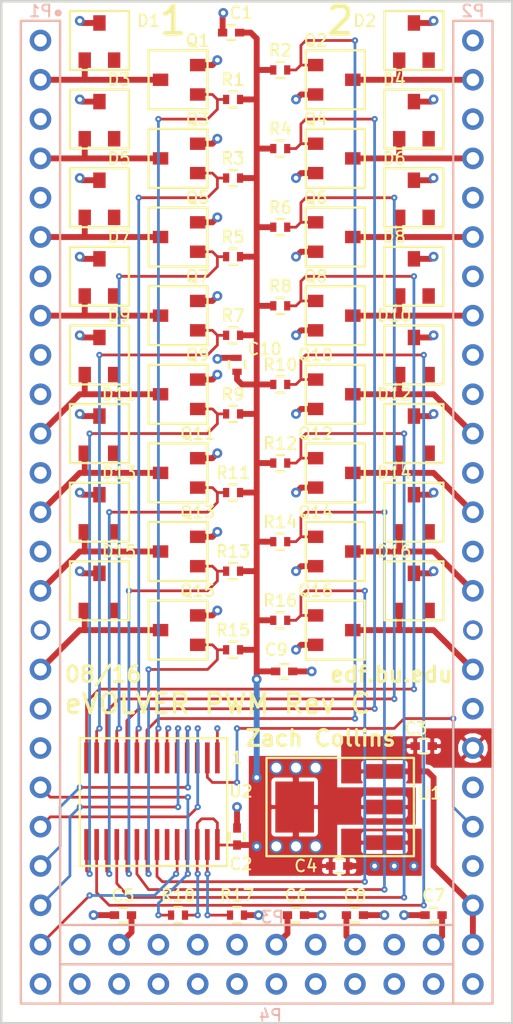
<source format=kicad_pcb>
(kicad_pcb (version 4) (generator gerbview)
  (layers (0 F.Cu signal) (31 B.Cu signal) (34 B.Paste user) (35 F.Paste user) (36 B.SilkS user) (37 F.SilkS user) (38 B.Mask user) (39 F.Mask user) (44 Edge.Cuts user))
  (gr_circle (center 157.353 71.882) (end 157.48 71.882) (layer B.SilkS) (width 0.2))
  (gr_line (start 153.67 71.12) (end 186.69 71.12) (layer B.SilkS) (width 0.15))
  (gr_line (start 153.67 137.16) (end 186.69 137.16) (layer B.SilkS) (width 0.15))
  (gr_line (start 153.67 137.16) (end 153.67 71.12) (layer B.SilkS) (width 0.15))
  (gr_line (start 186.69 71.12) (end 186.69 137.16) (layer B.SilkS) (width 0.15))
  (gr_line (start 157.48 72.39) (end 157.48 135.89) (layer B.SilkS) (width 0.15))
  (gr_line (start 154.94 135.89) (end 154.94 72.39) (layer B.SilkS) (width 0.15))
  (gr_line (start 157.48 72.39) (end 154.94 72.39) (layer B.SilkS) (width 0.15))
  (gr_line (start 157.48 135.89) (end 154.94 135.89) (layer B.SilkS) (width 0.15))
  (gr_line (start 185.42 72.39) (end 185.42 135.89) (layer B.SilkS) (width 0.15))
  (gr_line (start 182.88 135.89) (end 182.88 72.39) (layer B.SilkS) (width 0.15))
  (gr_line (start 185.42 72.39) (end 182.88 72.39) (layer B.SilkS) (width 0.15))
  (gr_line (start 185.42 135.89) (end 182.88 135.89) (layer B.SilkS) (width 0.15))
  (gr_line (start 182.88 133.35) (end 157.48 133.35) (layer B.SilkS) (width 0.15))
  (gr_line (start 157.48 130.81) (end 182.88 130.81) (layer B.SilkS) (width 0.15))
  (gr_line (start 157.48 133.35) (end 157.48 130.81) (layer B.SilkS) (width 0.15))
  (gr_line (start 182.88 133.35) (end 182.88 130.81) (layer B.SilkS) (width 0.15))
  (gr_line (start 157.48 133.35) (end 182.88 133.35) (layer B.SilkS) (width 0.15))
  (gr_line (start 182.88 135.89) (end 157.48 135.89) (layer B.SilkS) (width 0.15))
  (gr_line (start 182.88 133.35) (end 182.88 135.89) (layer B.SilkS) (width 0.15))
  (gr_line (start 157.48 133.35) (end 157.48 135.89) (layer B.SilkS) (width 0.15))
  (gr_line (start 156.77243 72.09971) (end 156.77243 71.33771) (layer B.SilkS) (width 0.127))
  (gr_line (start 156.77243 71.33771) (end 156.48214 71.33771) (layer B.SilkS) (width 0.127))
  (gr_line (start 156.48214 71.33771) (end 156.40957 71.374) (layer B.SilkS) (width 0.127))
  (gr_line (start 156.40957 71.374) (end 156.37329 71.41029) (layer B.SilkS) (width 0.127))
  (gr_line (start 156.37329 71.41029) (end 156.337 71.48286) (layer B.SilkS) (width 0.127))
  (gr_line (start 156.337 71.48286) (end 156.337 71.59171) (layer B.SilkS) (width 0.127))
  (gr_line (start 156.337 71.59171) (end 156.37329 71.66429) (layer B.SilkS) (width 0.127))
  (gr_line (start 156.37329 71.66429) (end 156.40957 71.70057) (layer B.SilkS) (width 0.127))
  (gr_line (start 156.40957 71.70057) (end 156.48214 71.73686) (layer B.SilkS) (width 0.127))
  (gr_line (start 156.48214 71.73686) (end 156.77243 71.73686) (layer B.SilkS) (width 0.127))
  (gr_line (start 155.61129 72.09971) (end 156.04671 72.09971) (layer B.SilkS) (width 0.127))
  (gr_line (start 155.829 72.09971) (end 155.829 71.33771) (layer B.SilkS) (width 0.127))
  (gr_line (start 155.829 71.33771) (end 155.90157 71.44657) (layer B.SilkS) (width 0.127))
  (gr_line (start 155.90157 71.44657) (end 155.97414 71.51914) (layer B.SilkS) (width 0.127))
  (gr_line (start 155.97414 71.51914) (end 156.04671 71.55543) (layer B.SilkS) (width 0.127))
  (gr_line (start 184.71243 72.09971) (end 184.71243 71.33771) (layer B.SilkS) (width 0.127))
  (gr_line (start 184.71243 71.33771) (end 184.42214 71.33771) (layer B.SilkS) (width 0.127))
  (gr_line (start 184.42214 71.33771) (end 184.34957 71.374) (layer B.SilkS) (width 0.127))
  (gr_line (start 184.34957 71.374) (end 184.31329 71.41029) (layer B.SilkS) (width 0.127))
  (gr_line (start 184.31329 71.41029) (end 184.277 71.48286) (layer B.SilkS) (width 0.127))
  (gr_line (start 184.277 71.48286) (end 184.277 71.59171) (layer B.SilkS) (width 0.127))
  (gr_line (start 184.277 71.59171) (end 184.31329 71.66429) (layer B.SilkS) (width 0.127))
  (gr_line (start 184.31329 71.66429) (end 184.34957 71.70057) (layer B.SilkS) (width 0.127))
  (gr_line (start 184.34957 71.70057) (end 184.42214 71.73686) (layer B.SilkS) (width 0.127))
  (gr_line (start 184.42214 71.73686) (end 184.71243 71.73686) (layer B.SilkS) (width 0.127))
  (gr_line (start 183.98671 71.41029) (end 183.95043 71.374) (layer B.SilkS) (width 0.127))
  (gr_line (start 183.95043 71.374) (end 183.87786 71.33771) (layer B.SilkS) (width 0.127))
  (gr_line (start 183.87786 71.33771) (end 183.69643 71.33771) (layer B.SilkS) (width 0.127))
  (gr_line (start 183.69643 71.33771) (end 183.62386 71.374) (layer B.SilkS) (width 0.127))
  (gr_line (start 183.62386 71.374) (end 183.58757 71.41029) (layer B.SilkS) (width 0.127))
  (gr_line (start 183.58757 71.41029) (end 183.55129 71.48286) (layer B.SilkS) (width 0.127))
  (gr_line (start 183.55129 71.48286) (end 183.55129 71.55543) (layer B.SilkS) (width 0.127))
  (gr_line (start 183.55129 71.55543) (end 183.58757 71.66429) (layer B.SilkS) (width 0.127))
  (gr_line (start 183.58757 71.66429) (end 184.023 72.09971) (layer B.SilkS) (width 0.127))
  (gr_line (start 184.023 72.09971) (end 183.55129 72.09971) (layer B.SilkS) (width 0.127))
  (gr_line (start 171.75843 130.64671) (end 171.75843 129.88471) (layer B.SilkS) (width 0.127))
  (gr_line (start 171.75843 129.88471) (end 171.46814 129.88471) (layer B.SilkS) (width 0.127))
  (gr_line (start 171.46814 129.88471) (end 171.39557 129.921) (layer B.SilkS) (width 0.127))
  (gr_line (start 171.39557 129.921) (end 171.35929 129.95729) (layer B.SilkS) (width 0.127))
  (gr_line (start 171.35929 129.95729) (end 171.323 130.02986) (layer B.SilkS) (width 0.127))
  (gr_line (start 171.323 130.02986) (end 171.323 130.13871) (layer B.SilkS) (width 0.127))
  (gr_line (start 171.323 130.13871) (end 171.35929 130.21129) (layer B.SilkS) (width 0.127))
  (gr_line (start 171.35929 130.21129) (end 171.39557 130.24757) (layer B.SilkS) (width 0.127))
  (gr_line (start 171.39557 130.24757) (end 171.46814 130.28386) (layer B.SilkS) (width 0.127))
  (gr_line (start 171.46814 130.28386) (end 171.75843 130.28386) (layer B.SilkS) (width 0.127))
  (gr_line (start 171.069 129.88471) (end 170.59729 129.88471) (layer B.SilkS) (width 0.127))
  (gr_line (start 170.59729 129.88471) (end 170.85129 130.175) (layer B.SilkS) (width 0.127))
  (gr_line (start 170.85129 130.175) (end 170.74243 130.175) (layer B.SilkS) (width 0.127))
  (gr_line (start 170.74243 130.175) (end 170.66986 130.21129) (layer B.SilkS) (width 0.127))
  (gr_line (start 170.66986 130.21129) (end 170.63357 130.24757) (layer B.SilkS) (width 0.127))
  (gr_line (start 170.63357 130.24757) (end 170.59729 130.32014) (layer B.SilkS) (width 0.127))
  (gr_line (start 170.59729 130.32014) (end 170.59729 130.50157) (layer B.SilkS) (width 0.127))
  (gr_line (start 170.59729 130.50157) (end 170.63357 130.57414) (layer B.SilkS) (width 0.127))
  (gr_line (start 170.63357 130.57414) (end 170.66986 130.61043) (layer B.SilkS) (width 0.127))
  (gr_line (start 170.66986 130.61043) (end 170.74243 130.64671) (layer B.SilkS) (width 0.127))
  (gr_line (start 170.74243 130.64671) (end 170.96014 130.64671) (layer B.SilkS) (width 0.127))
  (gr_line (start 170.96014 130.64671) (end 171.03271 130.61043) (layer B.SilkS) (width 0.127))
  (gr_line (start 171.03271 130.61043) (end 171.069 130.57414) (layer B.SilkS) (width 0.127))
  (gr_line (start 171.63143 136.99671) (end 171.63143 136.23471) (layer B.SilkS) (width 0.127))
  (gr_line (start 171.63143 136.23471) (end 171.34114 136.23471) (layer B.SilkS) (width 0.127))
  (gr_line (start 171.34114 136.23471) (end 171.26857 136.271) (layer B.SilkS) (width 0.127))
  (gr_line (start 171.26857 136.271) (end 171.23229 136.30729) (layer B.SilkS) (width 0.127))
  (gr_line (start 171.23229 136.30729) (end 171.196 136.37986) (layer B.SilkS) (width 0.127))
  (gr_line (start 171.196 136.37986) (end 171.196 136.48871) (layer B.SilkS) (width 0.127))
  (gr_line (start 171.196 136.48871) (end 171.23229 136.56129) (layer B.SilkS) (width 0.127))
  (gr_line (start 171.23229 136.56129) (end 171.26857 136.59757) (layer B.SilkS) (width 0.127))
  (gr_line (start 171.26857 136.59757) (end 171.34114 136.63386) (layer B.SilkS) (width 0.127))
  (gr_line (start 171.34114 136.63386) (end 171.63143 136.63386) (layer B.SilkS) (width 0.127))
  (gr_line (start 170.54286 136.48871) (end 170.54286 136.99671) (layer B.SilkS) (width 0.127))
  (gr_line (start 170.72429 136.19843) (end 170.90571 136.74271) (layer B.SilkS) (width 0.127))
  (gr_line (start 170.90571 136.74271) (end 170.434 136.74271) (layer B.SilkS) (width 0.127))
  (gr_line (start 153.67 71.12) (end 186.69 71.12) (layer Edge.Cuts) (width 0.15))
  (gr_line (start 153.67 137.16) (end 186.69 137.16) (layer Edge.Cuts) (width 0.15))
  (gr_line (start 153.67 137.16) (end 153.67 71.12) (layer Edge.Cuts) (width 0.15))
  (gr_line (start 186.69 71.12) (end 186.69 137.16) (layer Edge.Cuts) (width 0.15))
  (gr_line (start 169.61455 118.18862) (end 170.29188 118.18862) (layer F.SilkS) (width 0.2032))
  (gr_line (start 170.29188 118.18862) (end 169.61455 119.20462) (layer F.SilkS) (width 0.2032))
  (gr_line (start 169.61455 119.20462) (end 170.29188 119.20462) (layer F.SilkS) (width 0.2032))
  (gr_line (start 171.11436 119.20462) (end 171.11436 118.67243) (layer F.SilkS) (width 0.2032))
  (gr_line (start 171.11436 118.67243) (end 171.06598 118.57567) (layer F.SilkS) (width 0.2032))
  (gr_line (start 171.06598 118.57567) (end 170.96922 118.52729) (layer F.SilkS) (width 0.2032))
  (gr_line (start 170.96922 118.52729) (end 170.77569 118.52729) (layer F.SilkS) (width 0.2032))
  (gr_line (start 170.77569 118.52729) (end 170.67893 118.57567) (layer F.SilkS) (width 0.2032))
  (gr_line (start 171.11436 119.15624) (end 171.0176 119.20462) (layer F.SilkS) (width 0.2032))
  (gr_line (start 171.0176 119.20462) (end 170.77569 119.20462) (layer F.SilkS) (width 0.2032))
  (gr_line (start 170.77569 119.20462) (end 170.67893 119.15624) (layer F.SilkS) (width 0.2032))
  (gr_line (start 170.67893 119.15624) (end 170.63055 119.05948) (layer F.SilkS) (width 0.2032))
  (gr_line (start 170.63055 119.05948) (end 170.63055 118.96271) (layer F.SilkS) (width 0.2032))
  (gr_line (start 170.63055 118.96271) (end 170.67893 118.86595) (layer F.SilkS) (width 0.2032))
  (gr_line (start 170.67893 118.86595) (end 170.77569 118.81757) (layer F.SilkS) (width 0.2032))
  (gr_line (start 170.77569 118.81757) (end 171.0176 118.81757) (layer F.SilkS) (width 0.2032))
  (gr_line (start 171.0176 118.81757) (end 171.11436 118.76919) (layer F.SilkS) (width 0.2032))
  (gr_line (start 172.0336 119.15624) (end 171.93683 119.20462) (layer F.SilkS) (width 0.2032))
  (gr_line (start 171.93683 119.20462) (end 171.74331 119.20462) (layer F.SilkS) (width 0.2032))
  (gr_line (start 171.74331 119.20462) (end 171.64655 119.15624) (layer F.SilkS) (width 0.2032))
  (gr_line (start 171.64655 119.15624) (end 171.59817 119.10786) (layer F.SilkS) (width 0.2032))
  (gr_line (start 171.59817 119.10786) (end 171.54979 119.0111) (layer F.SilkS) (width 0.2032))
  (gr_line (start 171.54979 119.0111) (end 171.54979 118.72081) (layer F.SilkS) (width 0.2032))
  (gr_line (start 171.54979 118.72081) (end 171.59817 118.62405) (layer F.SilkS) (width 0.2032))
  (gr_line (start 171.59817 118.62405) (end 171.64655 118.57567) (layer F.SilkS) (width 0.2032))
  (gr_line (start 171.64655 118.57567) (end 171.74331 118.52729) (layer F.SilkS) (width 0.2032))
  (gr_line (start 171.74331 118.52729) (end 171.93683 118.52729) (layer F.SilkS) (width 0.2032))
  (gr_line (start 171.93683 118.52729) (end 172.0336 118.57567) (layer F.SilkS) (width 0.2032))
  (gr_line (start 172.46903 119.20462) (end 172.46903 118.18862) (layer F.SilkS) (width 0.2032))
  (gr_line (start 172.90445 119.20462) (end 172.90445 118.67243) (layer F.SilkS) (width 0.2032))
  (gr_line (start 172.90445 118.67243) (end 172.85607 118.57567) (layer F.SilkS) (width 0.2032))
  (gr_line (start 172.85607 118.57567) (end 172.75931 118.52729) (layer F.SilkS) (width 0.2032))
  (gr_line (start 172.75931 118.52729) (end 172.61417 118.52729) (layer F.SilkS) (width 0.2032))
  (gr_line (start 172.61417 118.52729) (end 172.51741 118.57567) (layer F.SilkS) (width 0.2032))
  (gr_line (start 172.51741 118.57567) (end 172.46903 118.62405) (layer F.SilkS) (width 0.2032))
  (gr_line (start 174.74293 119.10786) (end 174.69455 119.15624) (layer F.SilkS) (width 0.2032))
  (gr_line (start 174.69455 119.15624) (end 174.54941 119.20462) (layer F.SilkS) (width 0.2032))
  (gr_line (start 174.54941 119.20462) (end 174.45264 119.20462) (layer F.SilkS) (width 0.2032))
  (gr_line (start 174.45264 119.20462) (end 174.3075 119.15624) (layer F.SilkS) (width 0.2032))
  (gr_line (start 174.3075 119.15624) (end 174.21074 119.05948) (layer F.SilkS) (width 0.2032))
  (gr_line (start 174.21074 119.05948) (end 174.16236 118.96271) (layer F.SilkS) (width 0.2032))
  (gr_line (start 174.16236 118.96271) (end 174.11398 118.76919) (layer F.SilkS) (width 0.2032))
  (gr_line (start 174.11398 118.76919) (end 174.11398 118.62405) (layer F.SilkS) (width 0.2032))
  (gr_line (start 174.11398 118.62405) (end 174.16236 118.43052) (layer F.SilkS) (width 0.2032))
  (gr_line (start 174.16236 118.43052) (end 174.21074 118.33376) (layer F.SilkS) (width 0.2032))
  (gr_line (start 174.21074 118.33376) (end 174.3075 118.237) (layer F.SilkS) (width 0.2032))
  (gr_line (start 174.3075 118.237) (end 174.45264 118.18862) (layer F.SilkS) (width 0.2032))
  (gr_line (start 174.45264 118.18862) (end 174.54941 118.18862) (layer F.SilkS) (width 0.2032))
  (gr_line (start 174.54941 118.18862) (end 174.69455 118.237) (layer F.SilkS) (width 0.2032))
  (gr_line (start 174.69455 118.237) (end 174.74293 118.28538) (layer F.SilkS) (width 0.2032))
  (gr_line (start 175.3235 119.20462) (end 175.22674 119.15624) (layer F.SilkS) (width 0.2032))
  (gr_line (start 175.22674 119.15624) (end 175.17836 119.10786) (layer F.SilkS) (width 0.2032))
  (gr_line (start 175.17836 119.10786) (end 175.12998 119.0111) (layer F.SilkS) (width 0.2032))
  (gr_line (start 175.12998 119.0111) (end 175.12998 118.72081) (layer F.SilkS) (width 0.2032))
  (gr_line (start 175.12998 118.72081) (end 175.17836 118.62405) (layer F.SilkS) (width 0.2032))
  (gr_line (start 175.17836 118.62405) (end 175.22674 118.57567) (layer F.SilkS) (width 0.2032))
  (gr_line (start 175.22674 118.57567) (end 175.3235 118.52729) (layer F.SilkS) (width 0.2032))
  (gr_line (start 175.3235 118.52729) (end 175.46864 118.52729) (layer F.SilkS) (width 0.2032))
  (gr_line (start 175.46864 118.52729) (end 175.56541 118.57567) (layer F.SilkS) (width 0.2032))
  (gr_line (start 175.56541 118.57567) (end 175.61379 118.62405) (layer F.SilkS) (width 0.2032))
  (gr_line (start 175.61379 118.62405) (end 175.66217 118.72081) (layer F.SilkS) (width 0.2032))
  (gr_line (start 175.66217 118.72081) (end 175.66217 119.0111) (layer F.SilkS) (width 0.2032))
  (gr_line (start 175.66217 119.0111) (end 175.61379 119.10786) (layer F.SilkS) (width 0.2032))
  (gr_line (start 175.61379 119.10786) (end 175.56541 119.15624) (layer F.SilkS) (width 0.2032))
  (gr_line (start 175.56541 119.15624) (end 175.46864 119.20462) (layer F.SilkS) (width 0.2032))
  (gr_line (start 175.46864 119.20462) (end 175.3235 119.20462) (layer F.SilkS) (width 0.2032))
  (gr_line (start 176.24274 119.20462) (end 176.14598 119.15624) (layer F.SilkS) (width 0.2032))
  (gr_line (start 176.14598 119.15624) (end 176.0976 119.05948) (layer F.SilkS) (width 0.2032))
  (gr_line (start 176.0976 119.05948) (end 176.0976 118.18862) (layer F.SilkS) (width 0.2032))
  (gr_line (start 176.77493 119.20462) (end 176.67817 119.15624) (layer F.SilkS) (width 0.2032))
  (gr_line (start 176.67817 119.15624) (end 176.62979 119.05948) (layer F.SilkS) (width 0.2032))
  (gr_line (start 176.62979 119.05948) (end 176.62979 118.18862) (layer F.SilkS) (width 0.2032))
  (gr_line (start 177.16198 119.20462) (end 177.16198 118.52729) (layer F.SilkS) (width 0.2032))
  (gr_line (start 177.16198 118.18862) (end 177.1136 118.237) (layer F.SilkS) (width 0.2032))
  (gr_line (start 177.1136 118.237) (end 177.16198 118.28538) (layer F.SilkS) (width 0.2032))
  (gr_line (start 177.16198 118.28538) (end 177.21036 118.237) (layer F.SilkS) (width 0.2032))
  (gr_line (start 177.21036 118.237) (end 177.16198 118.18862) (layer F.SilkS) (width 0.2032))
  (gr_line (start 177.16198 118.18862) (end 177.16198 118.28538) (layer F.SilkS) (width 0.2032))
  (gr_line (start 177.64579 118.52729) (end 177.64579 119.20462) (layer F.SilkS) (width 0.2032))
  (gr_line (start 177.64579 118.62405) (end 177.69417 118.57567) (layer F.SilkS) (width 0.2032))
  (gr_line (start 177.69417 118.57567) (end 177.79093 118.52729) (layer F.SilkS) (width 0.2032))
  (gr_line (start 177.79093 118.52729) (end 177.93607 118.52729) (layer F.SilkS) (width 0.2032))
  (gr_line (start 177.93607 118.52729) (end 178.03283 118.57567) (layer F.SilkS) (width 0.2032))
  (gr_line (start 178.03283 118.57567) (end 178.08121 118.67243) (layer F.SilkS) (width 0.2032))
  (gr_line (start 178.08121 118.67243) (end 178.08121 119.20462) (layer F.SilkS) (width 0.2032))
  (gr_line (start 178.51664 119.15624) (end 178.61341 119.20462) (layer F.SilkS) (width 0.2032))
  (gr_line (start 178.61341 119.20462) (end 178.80693 119.20462) (layer F.SilkS) (width 0.2032))
  (gr_line (start 178.80693 119.20462) (end 178.90369 119.15624) (layer F.SilkS) (width 0.2032))
  (gr_line (start 178.90369 119.15624) (end 178.95207 119.05948) (layer F.SilkS) (width 0.2032))
  (gr_line (start 178.95207 119.05948) (end 178.95207 119.0111) (layer F.SilkS) (width 0.2032))
  (gr_line (start 178.95207 119.0111) (end 178.90369 118.91433) (layer F.SilkS) (width 0.2032))
  (gr_line (start 178.90369 118.91433) (end 178.80693 118.86595) (layer F.SilkS) (width 0.2032))
  (gr_line (start 178.80693 118.86595) (end 178.66179 118.86595) (layer F.SilkS) (width 0.2032))
  (gr_line (start 178.66179 118.86595) (end 178.56502 118.81757) (layer F.SilkS) (width 0.2032))
  (gr_line (start 178.56502 118.81757) (end 178.51664 118.72081) (layer F.SilkS) (width 0.2032))
  (gr_line (start 178.51664 118.72081) (end 178.51664 118.67243) (layer F.SilkS) (width 0.2032))
  (gr_line (start 178.51664 118.67243) (end 178.56502 118.57567) (layer F.SilkS) (width 0.2032))
  (gr_line (start 178.56502 118.57567) (end 178.66179 118.52729) (layer F.SilkS) (width 0.2032))
  (gr_line (start 178.66179 118.52729) (end 178.80693 118.52729) (layer F.SilkS) (width 0.2032))
  (gr_line (start 178.80693 118.52729) (end 178.90369 118.57567) (layer F.SilkS) (width 0.2032))
  (gr_line (start 158.23293 114.06112) (end 158.32969 114.06112) (layer F.SilkS) (width 0.1905))
  (gr_line (start 158.32969 114.06112) (end 158.42645 114.1095) (layer F.SilkS) (width 0.1905))
  (gr_line (start 158.42645 114.1095) (end 158.47483 114.15788) (layer F.SilkS) (width 0.1905))
  (gr_line (start 158.47483 114.15788) (end 158.52321 114.25464) (layer F.SilkS) (width 0.1905))
  (gr_line (start 158.52321 114.25464) (end 158.5716 114.44817) (layer F.SilkS) (width 0.1905))
  (gr_line (start 158.5716 114.44817) (end 158.5716 114.69007) (layer F.SilkS) (width 0.1905))
  (gr_line (start 158.5716 114.69007) (end 158.52321 114.8836) (layer F.SilkS) (width 0.1905))
  (gr_line (start 158.52321 114.8836) (end 158.47483 114.98036) (layer F.SilkS) (width 0.1905))
  (gr_line (start 158.47483 114.98036) (end 158.42645 115.02874) (layer F.SilkS) (width 0.1905))
  (gr_line (start 158.42645 115.02874) (end 158.32969 115.07712) (layer F.SilkS) (width 0.1905))
  (gr_line (start 158.32969 115.07712) (end 158.23293 115.07712) (layer F.SilkS) (width 0.1905))
  (gr_line (start 158.23293 115.07712) (end 158.13617 115.02874) (layer F.SilkS) (width 0.1905))
  (gr_line (start 158.13617 115.02874) (end 158.08779 114.98036) (layer F.SilkS) (width 0.1905))
  (gr_line (start 158.08779 114.98036) (end 158.03941 114.8836) (layer F.SilkS) (width 0.1905))
  (gr_line (start 158.03941 114.8836) (end 157.99102 114.69007) (layer F.SilkS) (width 0.1905))
  (gr_line (start 157.99102 114.69007) (end 157.99102 114.44817) (layer F.SilkS) (width 0.1905))
  (gr_line (start 157.99102 114.44817) (end 158.03941 114.25464) (layer F.SilkS) (width 0.1905))
  (gr_line (start 158.03941 114.25464) (end 158.08779 114.15788) (layer F.SilkS) (width 0.1905))
  (gr_line (start 158.08779 114.15788) (end 158.13617 114.1095) (layer F.SilkS) (width 0.1905))
  (gr_line (start 158.13617 114.1095) (end 158.23293 114.06112) (layer F.SilkS) (width 0.1905))
  (gr_line (start 159.15217 114.49655) (end 159.05541 114.44817) (layer F.SilkS) (width 0.1905))
  (gr_line (start 159.05541 114.44817) (end 159.00702 114.39979) (layer F.SilkS) (width 0.1905))
  (gr_line (start 159.00702 114.39979) (end 158.95864 114.30302) (layer F.SilkS) (width 0.1905))
  (gr_line (start 158.95864 114.30302) (end 158.95864 114.25464) (layer F.SilkS) (width 0.1905))
  (gr_line (start 158.95864 114.25464) (end 159.00702 114.15788) (layer F.SilkS) (width 0.1905))
  (gr_line (start 159.00702 114.15788) (end 159.05541 114.1095) (layer F.SilkS) (width 0.1905))
  (gr_line (start 159.05541 114.1095) (end 159.15217 114.06112) (layer F.SilkS) (width 0.1905))
  (gr_line (start 159.15217 114.06112) (end 159.34569 114.06112) (layer F.SilkS) (width 0.1905))
  (gr_line (start 159.34569 114.06112) (end 159.44245 114.1095) (layer F.SilkS) (width 0.1905))
  (gr_line (start 159.44245 114.1095) (end 159.49083 114.15788) (layer F.SilkS) (width 0.1905))
  (gr_line (start 159.49083 114.15788) (end 159.53921 114.25464) (layer F.SilkS) (width 0.1905))
  (gr_line (start 159.53921 114.25464) (end 159.53921 114.30302) (layer F.SilkS) (width 0.1905))
  (gr_line (start 159.53921 114.30302) (end 159.49083 114.39979) (layer F.SilkS) (width 0.1905))
  (gr_line (start 159.49083 114.39979) (end 159.44245 114.44817) (layer F.SilkS) (width 0.1905))
  (gr_line (start 159.44245 114.44817) (end 159.34569 114.49655) (layer F.SilkS) (width 0.1905))
  (gr_line (start 159.34569 114.49655) (end 159.15217 114.49655) (layer F.SilkS) (width 0.1905))
  (gr_line (start 159.15217 114.49655) (end 159.05541 114.54493) (layer F.SilkS) (width 0.1905))
  (gr_line (start 159.05541 114.54493) (end 159.00702 114.59331) (layer F.SilkS) (width 0.1905))
  (gr_line (start 159.00702 114.59331) (end 158.95864 114.69007) (layer F.SilkS) (width 0.1905))
  (gr_line (start 158.95864 114.69007) (end 158.95864 114.8836) (layer F.SilkS) (width 0.1905))
  (gr_line (start 158.95864 114.8836) (end 159.00702 114.98036) (layer F.SilkS) (width 0.1905))
  (gr_line (start 159.00702 114.98036) (end 159.05541 115.02874) (layer F.SilkS) (width 0.1905))
  (gr_line (start 159.05541 115.02874) (end 159.15217 115.07712) (layer F.SilkS) (width 0.1905))
  (gr_line (start 159.15217 115.07712) (end 159.34569 115.07712) (layer F.SilkS) (width 0.1905))
  (gr_line (start 159.34569 115.07712) (end 159.44245 115.02874) (layer F.SilkS) (width 0.1905))
  (gr_line (start 159.44245 115.02874) (end 159.49083 114.98036) (layer F.SilkS) (width 0.1905))
  (gr_line (start 159.49083 114.98036) (end 159.53921 114.8836) (layer F.SilkS) (width 0.1905))
  (gr_line (start 159.53921 114.8836) (end 159.53921 114.69007) (layer F.SilkS) (width 0.1905))
  (gr_line (start 159.53921 114.69007) (end 159.49083 114.59331) (layer F.SilkS) (width 0.1905))
  (gr_line (start 159.49083 114.59331) (end 159.44245 114.54493) (layer F.SilkS) (width 0.1905))
  (gr_line (start 159.44245 114.54493) (end 159.34569 114.49655) (layer F.SilkS) (width 0.1905))
  (gr_line (start 160.70036 114.01274) (end 159.8295 115.31902) (layer F.SilkS) (width 0.1905))
  (gr_line (start 161.57121 115.07712) (end 160.99064 115.07712) (layer F.SilkS) (width 0.1905))
  (gr_line (start 161.28093 115.07712) (end 161.28093 114.06112) (layer F.SilkS) (width 0.1905))
  (gr_line (start 161.28093 114.06112) (end 161.18417 114.20626) (layer F.SilkS) (width 0.1905))
  (gr_line (start 161.18417 114.20626) (end 161.08741 114.30302) (layer F.SilkS) (width 0.1905))
  (gr_line (start 161.08741 114.30302) (end 160.99064 114.35141) (layer F.SilkS) (width 0.1905))
  (gr_line (start 162.44207 114.06112) (end 162.24855 114.06112) (layer F.SilkS) (width 0.1905))
  (gr_line (start 162.24855 114.06112) (end 162.15179 114.1095) (layer F.SilkS) (width 0.1905))
  (gr_line (start 162.15179 114.1095) (end 162.10341 114.15788) (layer F.SilkS) (width 0.1905))
  (gr_line (start 162.10341 114.15788) (end 162.00664 114.30302) (layer F.SilkS) (width 0.1905))
  (gr_line (start 162.00664 114.30302) (end 161.95826 114.49655) (layer F.SilkS) (width 0.1905))
  (gr_line (start 161.95826 114.49655) (end 161.95826 114.8836) (layer F.SilkS) (width 0.1905))
  (gr_line (start 161.95826 114.8836) (end 162.00664 114.98036) (layer F.SilkS) (width 0.1905))
  (gr_line (start 162.00664 114.98036) (end 162.05502 115.02874) (layer F.SilkS) (width 0.1905))
  (gr_line (start 162.05502 115.02874) (end 162.15179 115.07712) (layer F.SilkS) (width 0.1905))
  (gr_line (start 162.15179 115.07712) (end 162.34531 115.07712) (layer F.SilkS) (width 0.1905))
  (gr_line (start 162.34531 115.07712) (end 162.44207 115.02874) (layer F.SilkS) (width 0.1905))
  (gr_line (start 162.44207 115.02874) (end 162.49045 114.98036) (layer F.SilkS) (width 0.1905))
  (gr_line (start 162.49045 114.98036) (end 162.53883 114.8836) (layer F.SilkS) (width 0.1905))
  (gr_line (start 162.53883 114.8836) (end 162.53883 114.64169) (layer F.SilkS) (width 0.1905))
  (gr_line (start 162.53883 114.64169) (end 162.49045 114.54493) (layer F.SilkS) (width 0.1905))
  (gr_line (start 162.49045 114.54493) (end 162.44207 114.49655) (layer F.SilkS) (width 0.1905))
  (gr_line (start 162.44207 114.49655) (end 162.34531 114.44817) (layer F.SilkS) (width 0.1905))
  (gr_line (start 162.34531 114.44817) (end 162.15179 114.44817) (layer F.SilkS) (width 0.1905))
  (gr_line (start 162.15179 114.44817) (end 162.05502 114.49655) (layer F.SilkS) (width 0.1905))
  (gr_line (start 162.05502 114.49655) (end 162.00664 114.54493) (layer F.SilkS) (width 0.1905))
  (gr_line (start 162.00664 114.54493) (end 161.95826 114.64169) (layer F.SilkS) (width 0.1905))
  (gr_line (start 175.57145 115.02874) (end 175.47469 115.07712) (layer F.SilkS) (width 0.2032))
  (gr_line (start 175.47469 115.07712) (end 175.28117 115.07712) (layer F.SilkS) (width 0.2032))
  (gr_line (start 175.28117 115.07712) (end 175.18441 115.02874) (layer F.SilkS) (width 0.2032))
  (gr_line (start 175.18441 115.02874) (end 175.13602 114.93198) (layer F.SilkS) (width 0.2032))
  (gr_line (start 175.13602 114.93198) (end 175.13602 114.54493) (layer F.SilkS) (width 0.2032))
  (gr_line (start 175.13602 114.54493) (end 175.18441 114.44817) (layer F.SilkS) (width 0.2032))
  (gr_line (start 175.18441 114.44817) (end 175.28117 114.39979) (layer F.SilkS) (width 0.2032))
  (gr_line (start 175.28117 114.39979) (end 175.47469 114.39979) (layer F.SilkS) (width 0.2032))
  (gr_line (start 175.47469 114.39979) (end 175.57145 114.44817) (layer F.SilkS) (width 0.2032))
  (gr_line (start 175.57145 114.44817) (end 175.61983 114.54493) (layer F.SilkS) (width 0.2032))
  (gr_line (start 175.61983 114.54493) (end 175.61983 114.64169) (layer F.SilkS) (width 0.2032))
  (gr_line (start 175.61983 114.64169) (end 175.13602 114.73845) (layer F.SilkS) (width 0.2032))
  (gr_line (start 176.49069 115.07712) (end 176.49069 114.06112) (layer F.SilkS) (width 0.2032))
  (gr_line (start 176.49069 115.02874) (end 176.39393 115.07712) (layer F.SilkS) (width 0.2032))
  (gr_line (start 176.39393 115.07712) (end 176.20041 115.07712) (layer F.SilkS) (width 0.2032))
  (gr_line (start 176.20041 115.07712) (end 176.10364 115.02874) (layer F.SilkS) (width 0.2032))
  (gr_line (start 176.10364 115.02874) (end 176.05526 114.98036) (layer F.SilkS) (width 0.2032))
  (gr_line (start 176.05526 114.98036) (end 176.00688 114.8836) (layer F.SilkS) (width 0.2032))
  (gr_line (start 176.00688 114.8836) (end 176.00688 114.59331) (layer F.SilkS) (width 0.2032))
  (gr_line (start 176.00688 114.59331) (end 176.05526 114.49655) (layer F.SilkS) (width 0.2032))
  (gr_line (start 176.05526 114.49655) (end 176.10364 114.44817) (layer F.SilkS) (width 0.2032))
  (gr_line (start 176.10364 114.44817) (end 176.20041 114.39979) (layer F.SilkS) (width 0.2032))
  (gr_line (start 176.20041 114.39979) (end 176.39393 114.39979) (layer F.SilkS) (width 0.2032))
  (gr_line (start 176.39393 114.39979) (end 176.49069 114.44817) (layer F.SilkS) (width 0.2032))
  (gr_line (start 176.82936 114.39979) (end 177.21641 114.39979) (layer F.SilkS) (width 0.2032))
  (gr_line (start 176.9745 115.07712) (end 176.9745 114.20626) (layer F.SilkS) (width 0.2032))
  (gr_line (start 176.9745 114.20626) (end 177.02288 114.1095) (layer F.SilkS) (width 0.2032))
  (gr_line (start 177.02288 114.1095) (end 177.11964 114.06112) (layer F.SilkS) (width 0.2032))
  (gr_line (start 177.11964 114.06112) (end 177.21641 114.06112) (layer F.SilkS) (width 0.2032))
  (gr_line (start 177.55507 114.98036) (end 177.60345 115.02874) (layer F.SilkS) (width 0.2032))
  (gr_line (start 177.60345 115.02874) (end 177.55507 115.07712) (layer F.SilkS) (width 0.2032))
  (gr_line (start 177.55507 115.07712) (end 177.50669 115.02874) (layer F.SilkS) (width 0.2032))
  (gr_line (start 177.50669 115.02874) (end 177.55507 114.98036) (layer F.SilkS) (width 0.2032))
  (gr_line (start 177.55507 114.98036) (end 177.55507 115.07712) (layer F.SilkS) (width 0.2032))
  (gr_line (start 178.03888 115.07712) (end 178.03888 114.06112) (layer F.SilkS) (width 0.2032))
  (gr_line (start 178.03888 114.44817) (end 178.13564 114.39979) (layer F.SilkS) (width 0.2032))
  (gr_line (start 178.13564 114.39979) (end 178.32917 114.39979) (layer F.SilkS) (width 0.2032))
  (gr_line (start 178.32917 114.39979) (end 178.42593 114.44817) (layer F.SilkS) (width 0.2032))
  (gr_line (start 178.42593 114.44817) (end 178.47431 114.49655) (layer F.SilkS) (width 0.2032))
  (gr_line (start 178.47431 114.49655) (end 178.52269 114.59331) (layer F.SilkS) (width 0.2032))
  (gr_line (start 178.52269 114.59331) (end 178.52269 114.8836) (layer F.SilkS) (width 0.2032))
  (gr_line (start 178.52269 114.8836) (end 178.47431 114.98036) (layer F.SilkS) (width 0.2032))
  (gr_line (start 178.47431 114.98036) (end 178.42593 115.02874) (layer F.SilkS) (width 0.2032))
  (gr_line (start 178.42593 115.02874) (end 178.32917 115.07712) (layer F.SilkS) (width 0.2032))
  (gr_line (start 178.32917 115.07712) (end 178.13564 115.07712) (layer F.SilkS) (width 0.2032))
  (gr_line (start 178.13564 115.07712) (end 178.03888 115.02874) (layer F.SilkS) (width 0.2032))
  (gr_line (start 179.39355 114.39979) (end 179.39355 115.07712) (layer F.SilkS) (width 0.2032))
  (gr_line (start 178.95812 114.39979) (end 178.95812 114.93198) (layer F.SilkS) (width 0.2032))
  (gr_line (start 178.95812 114.93198) (end 179.0065 115.02874) (layer F.SilkS) (width 0.2032))
  (gr_line (start 179.0065 115.02874) (end 179.10326 115.07712) (layer F.SilkS) (width 0.2032))
  (gr_line (start 179.10326 115.07712) (end 179.2484 115.07712) (layer F.SilkS) (width 0.2032))
  (gr_line (start 179.2484 115.07712) (end 179.34517 115.02874) (layer F.SilkS) (width 0.2032))
  (gr_line (start 179.34517 115.02874) (end 179.39355 114.98036) (layer F.SilkS) (width 0.2032))
  (gr_line (start 179.87736 114.98036) (end 179.92574 115.02874) (layer F.SilkS) (width 0.2032))
  (gr_line (start 179.92574 115.02874) (end 179.87736 115.07712) (layer F.SilkS) (width 0.2032))
  (gr_line (start 179.87736 115.07712) (end 179.82898 115.02874) (layer F.SilkS) (width 0.2032))
  (gr_line (start 179.82898 115.02874) (end 179.87736 114.98036) (layer F.SilkS) (width 0.2032))
  (gr_line (start 179.87736 114.98036) (end 179.87736 115.07712) (layer F.SilkS) (width 0.2032))
  (gr_line (start 180.74821 115.02874) (end 180.65145 115.07712) (layer F.SilkS) (width 0.2032))
  (gr_line (start 180.65145 115.07712) (end 180.45793 115.07712) (layer F.SilkS) (width 0.2032))
  (gr_line (start 180.45793 115.07712) (end 180.36117 115.02874) (layer F.SilkS) (width 0.2032))
  (gr_line (start 180.36117 115.02874) (end 180.31279 114.93198) (layer F.SilkS) (width 0.2032))
  (gr_line (start 180.31279 114.93198) (end 180.31279 114.54493) (layer F.SilkS) (width 0.2032))
  (gr_line (start 180.31279 114.54493) (end 180.36117 114.44817) (layer F.SilkS) (width 0.2032))
  (gr_line (start 180.36117 114.44817) (end 180.45793 114.39979) (layer F.SilkS) (width 0.2032))
  (gr_line (start 180.45793 114.39979) (end 180.65145 114.39979) (layer F.SilkS) (width 0.2032))
  (gr_line (start 180.65145 114.39979) (end 180.74821 114.44817) (layer F.SilkS) (width 0.2032))
  (gr_line (start 180.74821 114.44817) (end 180.7966 114.54493) (layer F.SilkS) (width 0.2032))
  (gr_line (start 180.7966 114.54493) (end 180.7966 114.64169) (layer F.SilkS) (width 0.2032))
  (gr_line (start 180.7966 114.64169) (end 180.31279 114.73845) (layer F.SilkS) (width 0.2032))
  (gr_line (start 181.66745 115.07712) (end 181.66745 114.06112) (layer F.SilkS) (width 0.2032))
  (gr_line (start 181.66745 115.02874) (end 181.57069 115.07712) (layer F.SilkS) (width 0.2032))
  (gr_line (start 181.57069 115.07712) (end 181.37717 115.07712) (layer F.SilkS) (width 0.2032))
  (gr_line (start 181.37717 115.07712) (end 181.28041 115.02874) (layer F.SilkS) (width 0.2032))
  (gr_line (start 181.28041 115.02874) (end 181.23202 114.98036) (layer F.SilkS) (width 0.2032))
  (gr_line (start 181.23202 114.98036) (end 181.18364 114.8836) (layer F.SilkS) (width 0.2032))
  (gr_line (start 181.18364 114.8836) (end 181.18364 114.59331) (layer F.SilkS) (width 0.2032))
  (gr_line (start 181.18364 114.59331) (end 181.23202 114.49655) (layer F.SilkS) (width 0.2032))
  (gr_line (start 181.23202 114.49655) (end 181.28041 114.44817) (layer F.SilkS) (width 0.2032))
  (gr_line (start 181.28041 114.44817) (end 181.37717 114.39979) (layer F.SilkS) (width 0.2032))
  (gr_line (start 181.37717 114.39979) (end 181.57069 114.39979) (layer F.SilkS) (width 0.2032))
  (gr_line (start 181.57069 114.39979) (end 181.66745 114.44817) (layer F.SilkS) (width 0.2032))
  (gr_line (start 182.58669 114.39979) (end 182.58669 115.07712) (layer F.SilkS) (width 0.2032))
  (gr_line (start 182.15126 114.39979) (end 182.15126 114.93198) (layer F.SilkS) (width 0.2032))
  (gr_line (start 182.15126 114.93198) (end 182.19964 115.02874) (layer F.SilkS) (width 0.2032))
  (gr_line (start 182.19964 115.02874) (end 182.29641 115.07712) (layer F.SilkS) (width 0.2032))
  (gr_line (start 182.29641 115.07712) (end 182.44155 115.07712) (layer F.SilkS) (width 0.2032))
  (gr_line (start 182.44155 115.07712) (end 182.53831 115.02874) (layer F.SilkS) (width 0.2032))
  (gr_line (start 182.53831 115.02874) (end 182.58669 114.98036) (layer F.SilkS) (width 0.2032))
  (gr_line (start 158.58369 117.03655) (end 158.46274 117.09702) (layer F.SilkS) (width 0.2032))
  (gr_line (start 158.46274 117.09702) (end 158.22083 117.09702) (layer F.SilkS) (width 0.2032))
  (gr_line (start 158.22083 117.09702) (end 158.09988 117.03655) (layer F.SilkS) (width 0.2032))
  (gr_line (start 158.09988 117.03655) (end 158.03941 116.9156) (layer F.SilkS) (width 0.2032))
  (gr_line (start 158.03941 116.9156) (end 158.03941 116.43179) (layer F.SilkS) (width 0.2032))
  (gr_line (start 158.03941 116.43179) (end 158.09988 116.31083) (layer F.SilkS) (width 0.2032))
  (gr_line (start 158.09988 116.31083) (end 158.22083 116.25036) (layer F.SilkS) (width 0.2032))
  (gr_line (start 158.22083 116.25036) (end 158.46274 116.25036) (layer F.SilkS) (width 0.2032))
  (gr_line (start 158.46274 116.25036) (end 158.58369 116.31083) (layer F.SilkS) (width 0.2032))
  (gr_line (start 158.58369 116.31083) (end 158.64417 116.43179) (layer F.SilkS) (width 0.2032))
  (gr_line (start 158.64417 116.43179) (end 158.64417 116.55274) (layer F.SilkS) (width 0.2032))
  (gr_line (start 158.64417 116.55274) (end 158.03941 116.67369) (layer F.SilkS) (width 0.2032))
  (gr_line (start 159.00702 115.82702) (end 159.43036 117.09702) (layer F.SilkS) (width 0.2032))
  (gr_line (start 159.43036 117.09702) (end 159.85369 115.82702) (layer F.SilkS) (width 0.2032))
  (gr_line (start 160.51893 115.82702) (end 160.76083 115.82702) (layer F.SilkS) (width 0.2032))
  (gr_line (start 160.76083 115.82702) (end 160.88179 115.8875) (layer F.SilkS) (width 0.2032))
  (gr_line (start 160.88179 115.8875) (end 161.00274 116.00845) (layer F.SilkS) (width 0.2032))
  (gr_line (start 161.00274 116.00845) (end 161.06321 116.25036) (layer F.SilkS) (width 0.2032))
  (gr_line (start 161.06321 116.25036) (end 161.06321 116.67369) (layer F.SilkS) (width 0.2032))
  (gr_line (start 161.06321 116.67369) (end 161.00274 116.9156) (layer F.SilkS) (width 0.2032))
  (gr_line (start 161.00274 116.9156) (end 160.88179 117.03655) (layer F.SilkS) (width 0.2032))
  (gr_line (start 160.88179 117.03655) (end 160.76083 117.09702) (layer F.SilkS) (width 0.2032))
  (gr_line (start 160.76083 117.09702) (end 160.51893 117.09702) (layer F.SilkS) (width 0.2032))
  (gr_line (start 160.51893 117.09702) (end 160.39798 117.03655) (layer F.SilkS) (width 0.2032))
  (gr_line (start 160.39798 117.03655) (end 160.27702 116.9156) (layer F.SilkS) (width 0.2032))
  (gr_line (start 160.27702 116.9156) (end 160.21655 116.67369) (layer F.SilkS) (width 0.2032))
  (gr_line (start 160.21655 116.67369) (end 160.21655 116.25036) (layer F.SilkS) (width 0.2032))
  (gr_line (start 160.21655 116.25036) (end 160.27702 116.00845) (layer F.SilkS) (width 0.2032))
  (gr_line (start 160.27702 116.00845) (end 160.39798 115.8875) (layer F.SilkS) (width 0.2032))
  (gr_line (start 160.39798 115.8875) (end 160.51893 115.82702) (layer F.SilkS) (width 0.2032))
  (gr_line (start 162.21226 117.09702) (end 161.6075 117.09702) (layer F.SilkS) (width 0.2032))
  (gr_line (start 161.6075 117.09702) (end 161.6075 115.82702) (layer F.SilkS) (width 0.2032))
  (gr_line (start 162.45417 115.82702) (end 162.8775 117.09702) (layer F.SilkS) (width 0.2032))
  (gr_line (start 162.8775 117.09702) (end 163.30083 115.82702) (layer F.SilkS) (width 0.2032))
  (gr_line (start 163.72417 116.43179) (end 164.1475 116.43179) (layer F.SilkS) (width 0.2032))
  (gr_line (start 164.32893 117.09702) (end 163.72417 117.09702) (layer F.SilkS) (width 0.2032))
  (gr_line (start 163.72417 117.09702) (end 163.72417 115.82702) (layer F.SilkS) (width 0.2032))
  (gr_line (start 163.72417 115.82702) (end 164.32893 115.82702) (layer F.SilkS) (width 0.2032))
  (gr_line (start 165.59893 117.09702) (end 165.17559 116.49226) (layer F.SilkS) (width 0.2032))
  (gr_line (start 164.87321 117.09702) (end 164.87321 115.82702) (layer F.SilkS) (width 0.2032))
  (gr_line (start 164.87321 115.82702) (end 165.35702 115.82702) (layer F.SilkS) (width 0.2032))
  (gr_line (start 165.35702 115.82702) (end 165.47798 115.8875) (layer F.SilkS) (width 0.2032))
  (gr_line (start 165.47798 115.8875) (end 165.53845 115.94798) (layer F.SilkS) (width 0.2032))
  (gr_line (start 165.53845 115.94798) (end 165.59893 116.06893) (layer F.SilkS) (width 0.2032))
  (gr_line (start 165.59893 116.06893) (end 165.59893 116.25036) (layer F.SilkS) (width 0.2032))
  (gr_line (start 165.59893 116.25036) (end 165.53845 116.37131) (layer F.SilkS) (width 0.2032))
  (gr_line (start 165.53845 116.37131) (end 165.47798 116.43179) (layer F.SilkS) (width 0.2032))
  (gr_line (start 165.47798 116.43179) (end 165.35702 116.49226) (layer F.SilkS) (width 0.2032))
  (gr_line (start 165.35702 116.49226) (end 164.87321 116.49226) (layer F.SilkS) (width 0.2032))
  (gr_line (start 167.11083 117.09702) (end 167.11083 115.82702) (layer F.SilkS) (width 0.2032))
  (gr_line (start 167.11083 115.82702) (end 167.59464 115.82702) (layer F.SilkS) (width 0.2032))
  (gr_line (start 167.59464 115.82702) (end 167.71559 115.8875) (layer F.SilkS) (width 0.2032))
  (gr_line (start 167.71559 115.8875) (end 167.77607 115.94798) (layer F.SilkS) (width 0.2032))
  (gr_line (start 167.77607 115.94798) (end 167.83655 116.06893) (layer F.SilkS) (width 0.2032))
  (gr_line (start 167.83655 116.06893) (end 167.83655 116.25036) (layer F.SilkS) (width 0.2032))
  (gr_line (start 167.83655 116.25036) (end 167.77607 116.37131) (layer F.SilkS) (width 0.2032))
  (gr_line (start 167.77607 116.37131) (end 167.71559 116.43179) (layer F.SilkS) (width 0.2032))
  (gr_line (start 167.71559 116.43179) (end 167.59464 116.49226) (layer F.SilkS) (width 0.2032))
  (gr_line (start 167.59464 116.49226) (end 167.11083 116.49226) (layer F.SilkS) (width 0.2032))
  (gr_line (start 168.25988 115.82702) (end 168.56226 117.09702) (layer F.SilkS) (width 0.2032))
  (gr_line (start 168.56226 117.09702) (end 168.80417 116.18988) (layer F.SilkS) (width 0.2032))
  (gr_line (start 168.80417 116.18988) (end 169.04607 117.09702) (layer F.SilkS) (width 0.2032))
  (gr_line (start 169.04607 117.09702) (end 169.34845 115.82702) (layer F.SilkS) (width 0.2032))
  (gr_line (start 169.83226 117.09702) (end 169.83226 115.82702) (layer F.SilkS) (width 0.2032))
  (gr_line (start 169.83226 115.82702) (end 170.25559 116.73417) (layer F.SilkS) (width 0.2032))
  (gr_line (start 170.25559 116.73417) (end 170.67893 115.82702) (layer F.SilkS) (width 0.2032))
  (gr_line (start 170.67893 115.82702) (end 170.67893 117.09702) (layer F.SilkS) (width 0.2032))
  (gr_line (start 172.97702 117.09702) (end 172.55369 116.49226) (layer F.SilkS) (width 0.2032))
  (gr_line (start 172.25131 117.09702) (end 172.25131 115.82702) (layer F.SilkS) (width 0.2032))
  (gr_line (start 172.25131 115.82702) (end 172.73512 115.82702) (layer F.SilkS) (width 0.2032))
  (gr_line (start 172.73512 115.82702) (end 172.85607 115.8875) (layer F.SilkS) (width 0.2032))
  (gr_line (start 172.85607 115.8875) (end 172.91655 115.94798) (layer F.SilkS) (width 0.2032))
  (gr_line (start 172.91655 115.94798) (end 172.97702 116.06893) (layer F.SilkS) (width 0.2032))
  (gr_line (start 172.97702 116.06893) (end 172.97702 116.25036) (layer F.SilkS) (width 0.2032))
  (gr_line (start 172.97702 116.25036) (end 172.91655 116.37131) (layer F.SilkS) (width 0.2032))
  (gr_line (start 172.91655 116.37131) (end 172.85607 116.43179) (layer F.SilkS) (width 0.2032))
  (gr_line (start 172.85607 116.43179) (end 172.73512 116.49226) (layer F.SilkS) (width 0.2032))
  (gr_line (start 172.73512 116.49226) (end 172.25131 116.49226) (layer F.SilkS) (width 0.2032))
  (gr_line (start 174.00512 117.03655) (end 173.88417 117.09702) (layer F.SilkS) (width 0.2032))
  (gr_line (start 173.88417 117.09702) (end 173.64226 117.09702) (layer F.SilkS) (width 0.2032))
  (gr_line (start 173.64226 117.09702) (end 173.52131 117.03655) (layer F.SilkS) (width 0.2032))
  (gr_line (start 173.52131 117.03655) (end 173.46083 116.9156) (layer F.SilkS) (width 0.2032))
  (gr_line (start 173.46083 116.9156) (end 173.46083 116.43179) (layer F.SilkS) (width 0.2032))
  (gr_line (start 173.46083 116.43179) (end 173.52131 116.31083) (layer F.SilkS) (width 0.2032))
  (gr_line (start 173.52131 116.31083) (end 173.64226 116.25036) (layer F.SilkS) (width 0.2032))
  (gr_line (start 173.64226 116.25036) (end 173.88417 116.25036) (layer F.SilkS) (width 0.2032))
  (gr_line (start 173.88417 116.25036) (end 174.00512 116.31083) (layer F.SilkS) (width 0.2032))
  (gr_line (start 174.00512 116.31083) (end 174.0656 116.43179) (layer F.SilkS) (width 0.2032))
  (gr_line (start 174.0656 116.43179) (end 174.0656 116.55274) (layer F.SilkS) (width 0.2032))
  (gr_line (start 174.0656 116.55274) (end 173.46083 116.67369) (layer F.SilkS) (width 0.2032))
  (gr_line (start 174.48893 116.25036) (end 174.79131 117.09702) (layer F.SilkS) (width 0.2032))
  (gr_line (start 174.79131 117.09702) (end 175.09369 116.25036) (layer F.SilkS) (width 0.2032))
  (gr_line (start 177.27083 116.97607) (end 177.21036 117.03655) (layer F.SilkS) (width 0.2032))
  (gr_line (start 177.21036 117.03655) (end 177.02893 117.09702) (layer F.SilkS) (width 0.2032))
  (gr_line (start 177.02893 117.09702) (end 176.90798 117.09702) (layer F.SilkS) (width 0.2032))
  (gr_line (start 176.90798 117.09702) (end 176.72655 117.03655) (layer F.SilkS) (width 0.2032))
  (gr_line (start 176.72655 117.03655) (end 176.60559 116.9156) (layer F.SilkS) (width 0.2032))
  (gr_line (start 176.60559 116.9156) (end 176.54512 116.79464) (layer F.SilkS) (width 0.2032))
  (gr_line (start 176.54512 116.79464) (end 176.48464 116.55274) (layer F.SilkS) (width 0.2032))
  (gr_line (start 176.48464 116.55274) (end 176.48464 116.37131) (layer F.SilkS) (width 0.2032))
  (gr_line (start 176.48464 116.37131) (end 176.54512 116.12941) (layer F.SilkS) (width 0.2032))
  (gr_line (start 176.54512 116.12941) (end 176.60559 116.00845) (layer F.SilkS) (width 0.2032))
  (gr_line (start 176.60559 116.00845) (end 176.72655 115.8875) (layer F.SilkS) (width 0.2032))
  (gr_line (start 176.72655 115.8875) (end 176.90798 115.82702) (layer F.SilkS) (width 0.2032))
  (gr_line (start 176.90798 115.82702) (end 177.02893 115.82702) (layer F.SilkS) (width 0.2032))
  (gr_line (start 177.02893 115.82702) (end 177.21036 115.8875) (layer F.SilkS) (width 0.2032))
  (gr_line (start 177.21036 115.8875) (end 177.27083 115.94798) (layer F.SilkS) (width 0.2032))
  (gr_line (start 175.0695 71.58567) (end 175.15417 71.501) (layer F.SilkS) (width 0.3))
  (gr_line (start 175.15417 71.501) (end 175.3235 71.41633) (layer F.SilkS) (width 0.3))
  (gr_line (start 175.3235 71.41633) (end 175.74683 71.41633) (layer F.SilkS) (width 0.3))
  (gr_line (start 175.74683 71.41633) (end 175.91617 71.501) (layer F.SilkS) (width 0.3))
  (gr_line (start 175.91617 71.501) (end 176.00083 71.58567) (layer F.SilkS) (width 0.3))
  (gr_line (start 176.00083 71.58567) (end 176.0855 71.755) (layer F.SilkS) (width 0.3))
  (gr_line (start 176.0855 71.755) (end 176.0855 71.92433) (layer F.SilkS) (width 0.3))
  (gr_line (start 176.0855 71.92433) (end 176.00083 72.17833) (layer F.SilkS) (width 0.3))
  (gr_line (start 176.00083 72.17833) (end 174.98483 73.19433) (layer F.SilkS) (width 0.3))
  (gr_line (start 174.98483 73.19433) (end 176.0855 73.19433) (layer F.SilkS) (width 0.3))
  (gr_line (start 165.2905 73.19433) (end 164.2745 73.19433) (layer F.SilkS) (width 0.3))
  (gr_line (start 164.7825 73.19433) (end 164.7825 71.41633) (layer F.SilkS) (width 0.3))
  (gr_line (start 164.7825 71.41633) (end 164.61317 71.67033) (layer F.SilkS) (width 0.3))
  (gr_line (start 164.61317 71.67033) (end 164.44383 71.83967) (layer F.SilkS) (width 0.3))
  (gr_line (start 164.44383 71.83967) (end 164.2745 71.92433) (layer F.SilkS) (width 0.3))
  (gr_line (start 153.67 71.12) (end 186.69 71.12) (layer F.SilkS) (width 0.15))
  (gr_line (start 153.67 137.16) (end 186.69 137.16) (layer F.SilkS) (width 0.15))
  (gr_line (start 153.67 137.16) (end 153.67 71.12) (layer F.SilkS) (width 0.15))
  (gr_line (start 186.69 71.12) (end 186.69 137.16) (layer F.SilkS) (width 0.15))
  (gr_line (start 171.954 90.28) (end 171.454 90.28) (layer F.SilkS) (width 0.15))
  (gr_line (start 171.454 91.33) (end 171.954 91.33) (layer F.SilkS) (width 0.15))
  (gr_line (start 168.275 127) (end 168.275 118.745) (layer F.SilkS) (width 0.15))
  (gr_line (start 168.275 118.745) (end 158.75 118.745) (layer F.SilkS) (width 0.15))
  (gr_line (start 158.75 118.745) (end 158.75 127) (layer F.SilkS) (width 0.15))
  (gr_line (start 158.75 127) (end 168.275 127) (layer F.SilkS) (width 0.15))
  (gr_line (start 161.925 80.645) (end 161.925 76.835) (layer F.SilkS) (width 0.15))
  (gr_line (start 161.925 76.835) (end 158.115 76.835) (layer F.SilkS) (width 0.15))
  (gr_line (start 158.115 76.835) (end 158.115 80.645) (layer F.SilkS) (width 0.15))
  (gr_line (start 158.115 80.645) (end 161.925 80.645) (layer F.SilkS) (width 0.15))
  (gr_line (start 168.406 83.075) (end 168.906 83.075) (layer F.SilkS) (width 0.15))
  (gr_line (start 168.906 82.025) (end 168.406 82.025) (layer F.SilkS) (width 0.15))
  (gr_line (start 168.279 73.627) (end 168.779 73.627) (layer F.SilkS) (width 0.15))
  (gr_line (start 168.779 72.677) (end 168.279 72.677) (layer F.SilkS) (width 0.15))
  (gr_line (start 168.435 124.845) (end 168.435 125.345) (layer F.SilkS) (width 0.15))
  (gr_line (start 169.385 125.345) (end 169.385 124.845) (layer F.SilkS) (width 0.15))
  (gr_line (start 181.225 118.778) (end 180.725 118.778) (layer F.SilkS) (width 0.15))
  (gr_line (start 180.725 119.728) (end 181.225 119.728) (layer F.SilkS) (width 0.15))
  (gr_line (start 175.764 126.525) (end 175.264 126.525) (layer F.SilkS) (width 0.15))
  (gr_line (start 175.264 127.475) (end 175.764 127.475) (layer F.SilkS) (width 0.15))
  (gr_line (start 168.406 77.995) (end 168.906 77.995) (layer F.SilkS) (width 0.15))
  (gr_line (start 168.906 76.945) (end 168.406 76.945) (layer F.SilkS) (width 0.15))
  (gr_line (start 171.954 75.04) (end 171.454 75.04) (layer F.SilkS) (width 0.15))
  (gr_line (start 171.454 76.09) (end 171.954 76.09) (layer F.SilkS) (width 0.15))
  (gr_line (start 171.954 80.12) (end 171.454 80.12) (layer F.SilkS) (width 0.15))
  (gr_line (start 171.454 81.17) (end 171.954 81.17) (layer F.SilkS) (width 0.15))
  (gr_line (start 168.406 88.155) (end 168.906 88.155) (layer F.SilkS) (width 0.15))
  (gr_line (start 168.906 87.105) (end 168.406 87.105) (layer F.SilkS) (width 0.15))
  (gr_line (start 171.954 85.2) (end 171.454 85.2) (layer F.SilkS) (width 0.15))
  (gr_line (start 171.454 86.25) (end 171.954 86.25) (layer F.SilkS) (width 0.15))
  (gr_line (start 168.406 93.235) (end 168.906 93.235) (layer F.SilkS) (width 0.15))
  (gr_line (start 168.906 92.185) (end 168.406 92.185) (layer F.SilkS) (width 0.15))
  (gr_line (start 168.406 98.315) (end 168.906 98.315) (layer F.SilkS) (width 0.15))
  (gr_line (start 168.906 97.265) (end 168.406 97.265) (layer F.SilkS) (width 0.15))
  (gr_line (start 171.954 95.36) (end 171.454 95.36) (layer F.SilkS) (width 0.15))
  (gr_line (start 171.454 96.41) (end 171.954 96.41) (layer F.SilkS) (width 0.15))
  (gr_line (start 168.406 103.395) (end 168.906 103.395) (layer F.SilkS) (width 0.15))
  (gr_line (start 168.906 102.345) (end 168.406 102.345) (layer F.SilkS) (width 0.15))
  (gr_line (start 171.954 100.44) (end 171.454 100.44) (layer F.SilkS) (width 0.15))
  (gr_line (start 171.454 101.49) (end 171.954 101.49) (layer F.SilkS) (width 0.15))
  (gr_line (start 168.406 108.475) (end 168.906 108.475) (layer F.SilkS) (width 0.15))
  (gr_line (start 168.906 107.425) (end 168.406 107.425) (layer F.SilkS) (width 0.15))
  (gr_line (start 171.954 105.52) (end 171.454 105.52) (layer F.SilkS) (width 0.15))
  (gr_line (start 171.454 106.57) (end 171.954 106.57) (layer F.SilkS) (width 0.15))
  (gr_line (start 168.406 113.555) (end 168.906 113.555) (layer F.SilkS) (width 0.15))
  (gr_line (start 168.906 112.505) (end 168.406 112.505) (layer F.SilkS) (width 0.15))
  (gr_line (start 171.954 110.6) (end 171.454 110.6) (layer F.SilkS) (width 0.15))
  (gr_line (start 171.454 111.65) (end 171.954 111.65) (layer F.SilkS) (width 0.15))
  (gr_line (start 169.16 129.65) (end 168.66 129.65) (layer F.SilkS) (width 0.15))
  (gr_line (start 168.66 130.7) (end 169.16 130.7) (layer F.SilkS) (width 0.15))
  (gr_line (start 170.815 126.365) (end 180.34 126.365) (layer F.SilkS) (width 0.15))
  (gr_line (start 180.34 126.365) (end 180.34 120.015) (layer F.SilkS) (width 0.15))
  (gr_line (start 180.34 120.015) (end 170.815 120.015) (layer F.SilkS) (width 0.15))
  (gr_line (start 170.815 120.015) (end 170.815 126.365) (layer F.SilkS) (width 0.15))
  (gr_line (start 161.925 75.565) (end 161.925 71.755) (layer F.SilkS) (width 0.15))
  (gr_line (start 161.925 71.755) (end 158.115 71.755) (layer F.SilkS) (width 0.15))
  (gr_line (start 158.115 71.755) (end 158.115 75.565) (layer F.SilkS) (width 0.15))
  (gr_line (start 158.115 75.565) (end 161.925 75.565) (layer F.SilkS) (width 0.15))
  (gr_line (start 182.245 75.565) (end 182.245 71.755) (layer F.SilkS) (width 0.15))
  (gr_line (start 182.245 71.755) (end 178.435 71.755) (layer F.SilkS) (width 0.15))
  (gr_line (start 178.435 71.755) (end 178.435 75.565) (layer F.SilkS) (width 0.15))
  (gr_line (start 178.435 75.565) (end 182.245 75.565) (layer F.SilkS) (width 0.15))
  (gr_line (start 161.925 85.725) (end 161.925 81.915) (layer F.SilkS) (width 0.15))
  (gr_line (start 161.925 81.915) (end 158.115 81.915) (layer F.SilkS) (width 0.15))
  (gr_line (start 158.115 81.915) (end 158.115 85.725) (layer F.SilkS) (width 0.15))
  (gr_line (start 158.115 85.725) (end 161.925 85.725) (layer F.SilkS) (width 0.15))
  (gr_line (start 182.245 85.725) (end 182.245 81.915) (layer F.SilkS) (width 0.15))
  (gr_line (start 182.245 81.915) (end 178.435 81.915) (layer F.SilkS) (width 0.15))
  (gr_line (start 178.435 81.915) (end 178.435 85.725) (layer F.SilkS) (width 0.15))
  (gr_line (start 178.435 85.725) (end 182.245 85.725) (layer F.SilkS) (width 0.15))
  (gr_line (start 161.925 90.805) (end 161.925 86.995) (layer F.SilkS) (width 0.15))
  (gr_line (start 161.925 86.995) (end 158.115 86.995) (layer F.SilkS) (width 0.15))
  (gr_line (start 158.115 86.995) (end 158.115 90.805) (layer F.SilkS) (width 0.15))
  (gr_line (start 158.115 90.805) (end 161.925 90.805) (layer F.SilkS) (width 0.15))
  (gr_line (start 182.245 90.805) (end 182.245 86.995) (layer F.SilkS) (width 0.15))
  (gr_line (start 182.245 86.995) (end 178.435 86.995) (layer F.SilkS) (width 0.15))
  (gr_line (start 178.435 86.995) (end 178.435 90.805) (layer F.SilkS) (width 0.15))
  (gr_line (start 178.435 90.805) (end 182.245 90.805) (layer F.SilkS) (width 0.15))
  (gr_line (start 161.925 95.885) (end 161.925 92.075) (layer F.SilkS) (width 0.15))
  (gr_line (start 161.925 92.075) (end 158.115 92.075) (layer F.SilkS) (width 0.15))
  (gr_line (start 158.115 92.075) (end 158.115 95.885) (layer F.SilkS) (width 0.15))
  (gr_line (start 158.115 95.885) (end 161.925 95.885) (layer F.SilkS) (width 0.15))
  (gr_line (start 182.245 95.885) (end 182.245 92.075) (layer F.SilkS) (width 0.15))
  (gr_line (start 182.245 92.075) (end 178.435 92.075) (layer F.SilkS) (width 0.15))
  (gr_line (start 178.435 92.075) (end 178.435 95.885) (layer F.SilkS) (width 0.15))
  (gr_line (start 178.435 95.885) (end 182.245 95.885) (layer F.SilkS) (width 0.15))
  (gr_line (start 161.925 100.965) (end 161.925 97.155) (layer F.SilkS) (width 0.15))
  (gr_line (start 161.925 97.155) (end 158.115 97.155) (layer F.SilkS) (width 0.15))
  (gr_line (start 158.115 97.155) (end 158.115 100.965) (layer F.SilkS) (width 0.15))
  (gr_line (start 158.115 100.965) (end 161.925 100.965) (layer F.SilkS) (width 0.15))
  (gr_line (start 182.245 100.965) (end 182.245 97.155) (layer F.SilkS) (width 0.15))
  (gr_line (start 182.245 97.155) (end 178.435 97.155) (layer F.SilkS) (width 0.15))
  (gr_line (start 178.435 97.155) (end 178.435 100.965) (layer F.SilkS) (width 0.15))
  (gr_line (start 178.435 100.965) (end 182.245 100.965) (layer F.SilkS) (width 0.15))
  (gr_line (start 161.925 106.045) (end 161.925 102.235) (layer F.SilkS) (width 0.15))
  (gr_line (start 161.925 102.235) (end 158.115 102.235) (layer F.SilkS) (width 0.15))
  (gr_line (start 158.115 102.235) (end 158.115 106.045) (layer F.SilkS) (width 0.15))
  (gr_line (start 158.115 106.045) (end 161.925 106.045) (layer F.SilkS) (width 0.15))
  (gr_line (start 161.925 111.125) (end 161.925 107.315) (layer F.SilkS) (width 0.15))
  (gr_line (start 161.925 107.315) (end 158.115 107.315) (layer F.SilkS) (width 0.15))
  (gr_line (start 158.115 107.315) (end 158.115 111.125) (layer F.SilkS) (width 0.15))
  (gr_line (start 158.115 111.125) (end 161.925 111.125) (layer F.SilkS) (width 0.15))
  (gr_line (start 182.245 111.125) (end 182.245 107.315) (layer F.SilkS) (width 0.15))
  (gr_line (start 182.245 107.315) (end 178.435 107.315) (layer F.SilkS) (width 0.15))
  (gr_line (start 178.435 107.315) (end 178.435 111.125) (layer F.SilkS) (width 0.15))
  (gr_line (start 178.435 111.125) (end 182.245 111.125) (layer F.SilkS) (width 0.15))
  (gr_line (start 167.005 74.295) (end 163.195 74.295) (layer F.SilkS) (width 0.15))
  (gr_line (start 163.195 74.295) (end 163.195 78.105) (layer F.SilkS) (width 0.15))
  (gr_line (start 163.195 78.105) (end 167.005 78.105) (layer F.SilkS) (width 0.15))
  (gr_line (start 167.005 78.105) (end 167.005 74.295) (layer F.SilkS) (width 0.15))
  (gr_line (start 173.355 78.105) (end 177.165 78.105) (layer F.SilkS) (width 0.15))
  (gr_line (start 177.165 78.105) (end 177.165 74.295) (layer F.SilkS) (width 0.15))
  (gr_line (start 177.165 74.295) (end 173.355 74.295) (layer F.SilkS) (width 0.15))
  (gr_line (start 173.355 74.295) (end 173.355 78.105) (layer F.SilkS) (width 0.15))
  (gr_line (start 167.005 79.375) (end 163.195 79.375) (layer F.SilkS) (width 0.15))
  (gr_line (start 163.195 79.375) (end 163.195 83.185) (layer F.SilkS) (width 0.15))
  (gr_line (start 163.195 83.185) (end 167.005 83.185) (layer F.SilkS) (width 0.15))
  (gr_line (start 167.005 83.185) (end 167.005 79.375) (layer F.SilkS) (width 0.15))
  (gr_line (start 173.355 83.185) (end 177.165 83.185) (layer F.SilkS) (width 0.15))
  (gr_line (start 177.165 83.185) (end 177.165 79.375) (layer F.SilkS) (width 0.15))
  (gr_line (start 177.165 79.375) (end 173.355 79.375) (layer F.SilkS) (width 0.15))
  (gr_line (start 173.355 79.375) (end 173.355 83.185) (layer F.SilkS) (width 0.15))
  (gr_line (start 167.005 84.455) (end 163.195 84.455) (layer F.SilkS) (width 0.15))
  (gr_line (start 163.195 84.455) (end 163.195 88.265) (layer F.SilkS) (width 0.15))
  (gr_line (start 163.195 88.265) (end 167.005 88.265) (layer F.SilkS) (width 0.15))
  (gr_line (start 167.005 88.265) (end 167.005 84.455) (layer F.SilkS) (width 0.15))
  (gr_line (start 173.355 88.265) (end 177.165 88.265) (layer F.SilkS) (width 0.15))
  (gr_line (start 177.165 88.265) (end 177.165 84.455) (layer F.SilkS) (width 0.15))
  (gr_line (start 177.165 84.455) (end 173.355 84.455) (layer F.SilkS) (width 0.15))
  (gr_line (start 173.355 84.455) (end 173.355 88.265) (layer F.SilkS) (width 0.15))
  (gr_line (start 167.005 89.535) (end 163.195 89.535) (layer F.SilkS) (width 0.15))
  (gr_line (start 163.195 89.535) (end 163.195 93.345) (layer F.SilkS) (width 0.15))
  (gr_line (start 163.195 93.345) (end 167.005 93.345) (layer F.SilkS) (width 0.15))
  (gr_line (start 167.005 93.345) (end 167.005 89.535) (layer F.SilkS) (width 0.15))
  (gr_line (start 173.355 93.345) (end 177.165 93.345) (layer F.SilkS) (width 0.15))
  (gr_line (start 177.165 93.345) (end 177.165 89.535) (layer F.SilkS) (width 0.15))
  (gr_line (start 177.165 89.535) (end 173.355 89.535) (layer F.SilkS) (width 0.15))
  (gr_line (start 173.355 89.535) (end 173.355 93.345) (layer F.SilkS) (width 0.15))
  (gr_line (start 167.005 94.615) (end 163.195 94.615) (layer F.SilkS) (width 0.15))
  (gr_line (start 163.195 94.615) (end 163.195 98.425) (layer F.SilkS) (width 0.15))
  (gr_line (start 163.195 98.425) (end 167.005 98.425) (layer F.SilkS) (width 0.15))
  (gr_line (start 167.005 98.425) (end 167.005 94.615) (layer F.SilkS) (width 0.15))
  (gr_line (start 173.355 98.425) (end 177.165 98.425) (layer F.SilkS) (width 0.15))
  (gr_line (start 177.165 98.425) (end 177.165 94.615) (layer F.SilkS) (width 0.15))
  (gr_line (start 177.165 94.615) (end 173.355 94.615) (layer F.SilkS) (width 0.15))
  (gr_line (start 173.355 94.615) (end 173.355 98.425) (layer F.SilkS) (width 0.15))
  (gr_line (start 167.005 99.695) (end 163.195 99.695) (layer F.SilkS) (width 0.15))
  (gr_line (start 163.195 99.695) (end 163.195 103.505) (layer F.SilkS) (width 0.15))
  (gr_line (start 163.195 103.505) (end 167.005 103.505) (layer F.SilkS) (width 0.15))
  (gr_line (start 167.005 103.505) (end 167.005 99.695) (layer F.SilkS) (width 0.15))
  (gr_line (start 173.355 103.505) (end 177.165 103.505) (layer F.SilkS) (width 0.15))
  (gr_line (start 177.165 103.505) (end 177.165 99.695) (layer F.SilkS) (width 0.15))
  (gr_line (start 177.165 99.695) (end 173.355 99.695) (layer F.SilkS) (width 0.15))
  (gr_line (start 173.355 99.695) (end 173.355 103.505) (layer F.SilkS) (width 0.15))
  (gr_line (start 167.005 104.775) (end 163.195 104.775) (layer F.SilkS) (width 0.15))
  (gr_line (start 163.195 104.775) (end 163.195 108.585) (layer F.SilkS) (width 0.15))
  (gr_line (start 163.195 108.585) (end 167.005 108.585) (layer F.SilkS) (width 0.15))
  (gr_line (start 167.005 108.585) (end 167.005 104.775) (layer F.SilkS) (width 0.15))
  (gr_line (start 173.355 108.585) (end 177.165 108.585) (layer F.SilkS) (width 0.15))
  (gr_line (start 177.165 108.585) (end 177.165 104.775) (layer F.SilkS) (width 0.15))
  (gr_line (start 177.165 104.775) (end 173.355 104.775) (layer F.SilkS) (width 0.15))
  (gr_line (start 173.355 104.775) (end 173.355 108.585) (layer F.SilkS) (width 0.15))
  (gr_line (start 167.005 109.855) (end 163.195 109.855) (layer F.SilkS) (width 0.15))
  (gr_line (start 163.195 109.855) (end 163.195 113.665) (layer F.SilkS) (width 0.15))
  (gr_line (start 163.195 113.665) (end 167.005 113.665) (layer F.SilkS) (width 0.15))
  (gr_line (start 167.005 113.665) (end 167.005 109.855) (layer F.SilkS) (width 0.15))
  (gr_line (start 173.355 113.665) (end 177.165 113.665) (layer F.SilkS) (width 0.15))
  (gr_line (start 177.165 113.665) (end 177.165 109.855) (layer F.SilkS) (width 0.15))
  (gr_line (start 177.165 109.855) (end 173.355 109.855) (layer F.SilkS) (width 0.15))
  (gr_line (start 173.355 109.855) (end 173.355 113.665) (layer F.SilkS) (width 0.15))
  (gr_line (start 161.294 130.65) (end 161.794 130.65) (layer F.SilkS) (width 0.15))
  (gr_line (start 161.794 129.7) (end 161.294 129.7) (layer F.SilkS) (width 0.15))
  (gr_line (start 182.245 80.645) (end 182.245 76.835) (layer F.SilkS) (width 0.15))
  (gr_line (start 182.245 76.835) (end 178.435 76.835) (layer F.SilkS) (width 0.15))
  (gr_line (start 178.435 76.835) (end 178.435 80.645) (layer F.SilkS) (width 0.15))
  (gr_line (start 178.435 80.645) (end 182.245 80.645) (layer F.SilkS) (width 0.15))
  (gr_line (start 172.97 129.7) (end 172.47 129.7) (layer F.SilkS) (width 0.15))
  (gr_line (start 172.47 130.65) (end 172.97 130.65) (layer F.SilkS) (width 0.15))
  (gr_line (start 181.36 130.65) (end 181.86 130.65) (layer F.SilkS) (width 0.15))
  (gr_line (start 181.86 129.7) (end 181.36 129.7) (layer F.SilkS) (width 0.15))
  (gr_line (start 176.78 129.7) (end 176.28 129.7) (layer F.SilkS) (width 0.15))
  (gr_line (start 176.28 130.65) (end 176.78 130.65) (layer F.SilkS) (width 0.15))
  (gr_line (start 172.208 113.952) (end 171.708 113.952) (layer F.SilkS) (width 0.15))
  (gr_line (start 171.708 114.902) (end 172.208 114.902) (layer F.SilkS) (width 0.15))
  (gr_line (start 182.245 106.045) (end 182.245 102.235) (layer F.SilkS) (width 0.15))
  (gr_line (start 182.245 102.235) (end 178.435 102.235) (layer F.SilkS) (width 0.15))
  (gr_line (start 178.435 102.235) (end 178.435 106.045) (layer F.SilkS) (width 0.15))
  (gr_line (start 178.435 106.045) (end 182.245 106.045) (layer F.SilkS) (width 0.15))
  (gr_line (start 164.85 130.7) (end 165.35 130.7) (layer F.SilkS) (width 0.15))
  (gr_line (start 165.35 129.65) (end 164.85 129.65) (layer F.SilkS) (width 0.15))
  (gr_line (start 168.385 94.365) (end 168.385 94.865) (layer F.SilkS) (width 0.15))
  (gr_line (start 169.435 94.865) (end 169.435 94.365) (layer F.SilkS) (width 0.15))
  (gr_line (start 171.577 89.87971) (end 171.323 89.51686) (layer F.SilkS) (width 0.127))
  (gr_line (start 171.14157 89.87971) (end 171.14157 89.11771) (layer F.SilkS) (width 0.127))
  (gr_line (start 171.14157 89.11771) (end 171.43186 89.11771) (layer F.SilkS) (width 0.127))
  (gr_line (start 171.43186 89.11771) (end 171.50443 89.154) (layer F.SilkS) (width 0.127))
  (gr_line (start 171.50443 89.154) (end 171.54071 89.19029) (layer F.SilkS) (width 0.127))
  (gr_line (start 171.54071 89.19029) (end 171.577 89.26286) (layer F.SilkS) (width 0.127))
  (gr_line (start 171.577 89.26286) (end 171.577 89.37171) (layer F.SilkS) (width 0.127))
  (gr_line (start 171.577 89.37171) (end 171.54071 89.44429) (layer F.SilkS) (width 0.127))
  (gr_line (start 171.54071 89.44429) (end 171.50443 89.48057) (layer F.SilkS) (width 0.127))
  (gr_line (start 171.50443 89.48057) (end 171.43186 89.51686) (layer F.SilkS) (width 0.127))
  (gr_line (start 171.43186 89.51686) (end 171.14157 89.51686) (layer F.SilkS) (width 0.127))
  (gr_line (start 172.01243 89.44429) (end 171.93986 89.408) (layer F.SilkS) (width 0.127))
  (gr_line (start 171.93986 89.408) (end 171.90357 89.37171) (layer F.SilkS) (width 0.127))
  (gr_line (start 171.90357 89.37171) (end 171.86729 89.29914) (layer F.SilkS) (width 0.127))
  (gr_line (start 171.86729 89.29914) (end 171.86729 89.26286) (layer F.SilkS) (width 0.127))
  (gr_line (start 171.86729 89.26286) (end 171.90357 89.19029) (layer F.SilkS) (width 0.127))
  (gr_line (start 171.90357 89.19029) (end 171.93986 89.154) (layer F.SilkS) (width 0.127))
  (gr_line (start 171.93986 89.154) (end 172.01243 89.11771) (layer F.SilkS) (width 0.127))
  (gr_line (start 172.01243 89.11771) (end 172.15757 89.11771) (layer F.SilkS) (width 0.127))
  (gr_line (start 172.15757 89.11771) (end 172.23014 89.154) (layer F.SilkS) (width 0.127))
  (gr_line (start 172.23014 89.154) (end 172.26643 89.19029) (layer F.SilkS) (width 0.127))
  (gr_line (start 172.26643 89.19029) (end 172.30271 89.26286) (layer F.SilkS) (width 0.127))
  (gr_line (start 172.30271 89.26286) (end 172.30271 89.29914) (layer F.SilkS) (width 0.127))
  (gr_line (start 172.30271 89.29914) (end 172.26643 89.37171) (layer F.SilkS) (width 0.127))
  (gr_line (start 172.26643 89.37171) (end 172.23014 89.408) (layer F.SilkS) (width 0.127))
  (gr_line (start 172.23014 89.408) (end 172.15757 89.44429) (layer F.SilkS) (width 0.127))
  (gr_line (start 172.15757 89.44429) (end 172.01243 89.44429) (layer F.SilkS) (width 0.127))
  (gr_line (start 172.01243 89.44429) (end 171.93986 89.48057) (layer F.SilkS) (width 0.127))
  (gr_line (start 171.93986 89.48057) (end 171.90357 89.51686) (layer F.SilkS) (width 0.127))
  (gr_line (start 171.90357 89.51686) (end 171.86729 89.58943) (layer F.SilkS) (width 0.127))
  (gr_line (start 171.86729 89.58943) (end 171.86729 89.73457) (layer F.SilkS) (width 0.127))
  (gr_line (start 171.86729 89.73457) (end 171.90357 89.80714) (layer F.SilkS) (width 0.127))
  (gr_line (start 171.90357 89.80714) (end 171.93986 89.84343) (layer F.SilkS) (width 0.127))
  (gr_line (start 171.93986 89.84343) (end 172.01243 89.87971) (layer F.SilkS) (width 0.127))
  (gr_line (start 172.01243 89.87971) (end 172.15757 89.87971) (layer F.SilkS) (width 0.127))
  (gr_line (start 172.15757 89.87971) (end 172.23014 89.84343) (layer F.SilkS) (width 0.127))
  (gr_line (start 172.23014 89.84343) (end 172.26643 89.80714) (layer F.SilkS) (width 0.127))
  (gr_line (start 172.26643 89.80714) (end 172.30271 89.73457) (layer F.SilkS) (width 0.127))
  (gr_line (start 172.30271 89.73457) (end 172.30271 89.58943) (layer F.SilkS) (width 0.127))
  (gr_line (start 172.30271 89.58943) (end 172.26643 89.51686) (layer F.SilkS) (width 0.127))
  (gr_line (start 172.26643 89.51686) (end 172.23014 89.48057) (layer F.SilkS) (width 0.127))
  (gr_line (start 172.23014 89.48057) (end 172.15757 89.44429) (layer F.SilkS) (width 0.127))
  (gr_line (start 168.58343 121.75671) (end 168.58343 122.37357) (layer F.SilkS) (width 0.127))
  (gr_line (start 168.58343 122.37357) (end 168.61971 122.44614) (layer F.SilkS) (width 0.127))
  (gr_line (start 168.61971 122.44614) (end 168.656 122.48243) (layer F.SilkS) (width 0.127))
  (gr_line (start 168.656 122.48243) (end 168.72857 122.51871) (layer F.SilkS) (width 0.127))
  (gr_line (start 168.72857 122.51871) (end 168.87371 122.51871) (layer F.SilkS) (width 0.127))
  (gr_line (start 168.87371 122.51871) (end 168.94629 122.48243) (layer F.SilkS) (width 0.127))
  (gr_line (start 168.94629 122.48243) (end 168.98257 122.44614) (layer F.SilkS) (width 0.127))
  (gr_line (start 168.98257 122.44614) (end 169.01886 122.37357) (layer F.SilkS) (width 0.127))
  (gr_line (start 169.01886 122.37357) (end 169.01886 121.75671) (layer F.SilkS) (width 0.127))
  (gr_line (start 169.34543 121.82929) (end 169.38172 121.793) (layer F.SilkS) (width 0.127))
  (gr_line (start 169.38172 121.793) (end 169.45429 121.75671) (layer F.SilkS) (width 0.127))
  (gr_line (start 169.45429 121.75671) (end 169.63572 121.75671) (layer F.SilkS) (width 0.127))
  (gr_line (start 169.63572 121.75671) (end 169.70829 121.793) (layer F.SilkS) (width 0.127))
  (gr_line (start 169.70829 121.793) (end 169.74457 121.82929) (layer F.SilkS) (width 0.127))
  (gr_line (start 169.74457 121.82929) (end 169.78086 121.90186) (layer F.SilkS) (width 0.127))
  (gr_line (start 169.78086 121.90186) (end 169.78086 121.97443) (layer F.SilkS) (width 0.127))
  (gr_line (start 169.78086 121.97443) (end 169.74457 122.08329) (layer F.SilkS) (width 0.127))
  (gr_line (start 169.74457 122.08329) (end 169.30914 122.51871) (layer F.SilkS) (width 0.127))
  (gr_line (start 169.30914 122.51871) (end 169.78086 122.51871) (layer F.SilkS) (width 0.127))
  (gr_line (start 169.12771 120.35971) (end 168.69229 120.35971) (layer F.SilkS) (width 0.127))
  (gr_line (start 168.91 120.35971) (end 168.91 119.59771) (layer F.SilkS) (width 0.127))
  (gr_line (start 168.91 119.59771) (end 168.83743 119.70657) (layer F.SilkS) (width 0.127))
  (gr_line (start 168.83743 119.70657) (end 168.76486 119.77914) (layer F.SilkS) (width 0.127))
  (gr_line (start 168.76486 119.77914) (end 168.69229 119.81543) (layer F.SilkS) (width 0.127))
  (gr_line (start 160.72757 76.54471) (end 160.72757 75.78271) (layer F.SilkS) (width 0.127))
  (gr_line (start 160.72757 75.78271) (end 160.909 75.78271) (layer F.SilkS) (width 0.127))
  (gr_line (start 160.909 75.78271) (end 161.01786 75.819) (layer F.SilkS) (width 0.127))
  (gr_line (start 161.01786 75.819) (end 161.09043 75.89157) (layer F.SilkS) (width 0.127))
  (gr_line (start 161.09043 75.89157) (end 161.12671 75.96414) (layer F.SilkS) (width 0.127))
  (gr_line (start 161.12671 75.96414) (end 161.163 76.10929) (layer F.SilkS) (width 0.127))
  (gr_line (start 161.163 76.10929) (end 161.163 76.21814) (layer F.SilkS) (width 0.127))
  (gr_line (start 161.163 76.21814) (end 161.12671 76.36329) (layer F.SilkS) (width 0.127))
  (gr_line (start 161.12671 76.36329) (end 161.09043 76.43586) (layer F.SilkS) (width 0.127))
  (gr_line (start 161.09043 76.43586) (end 161.01786 76.50843) (layer F.SilkS) (width 0.127))
  (gr_line (start 161.01786 76.50843) (end 160.909 76.54471) (layer F.SilkS) (width 0.127))
  (gr_line (start 160.909 76.54471) (end 160.72757 76.54471) (layer F.SilkS) (width 0.127))
  (gr_line (start 161.417 75.78271) (end 161.88871 75.78271) (layer F.SilkS) (width 0.127))
  (gr_line (start 161.88871 75.78271) (end 161.63471 76.073) (layer F.SilkS) (width 0.127))
  (gr_line (start 161.63471 76.073) (end 161.74357 76.073) (layer F.SilkS) (width 0.127))
  (gr_line (start 161.74357 76.073) (end 161.81614 76.10929) (layer F.SilkS) (width 0.127))
  (gr_line (start 161.81614 76.10929) (end 161.85243 76.14557) (layer F.SilkS) (width 0.127))
  (gr_line (start 161.85243 76.14557) (end 161.88871 76.21814) (layer F.SilkS) (width 0.127))
  (gr_line (start 161.88871 76.21814) (end 161.88871 76.39957) (layer F.SilkS) (width 0.127))
  (gr_line (start 161.88871 76.39957) (end 161.85243 76.47214) (layer F.SilkS) (width 0.127))
  (gr_line (start 161.85243 76.47214) (end 161.81614 76.50843) (layer F.SilkS) (width 0.127))
  (gr_line (start 161.81614 76.50843) (end 161.74357 76.54471) (layer F.SilkS) (width 0.127))
  (gr_line (start 161.74357 76.54471) (end 161.52586 76.54471) (layer F.SilkS) (width 0.127))
  (gr_line (start 161.52586 76.54471) (end 161.45329 76.50843) (layer F.SilkS) (width 0.127))
  (gr_line (start 161.45329 76.50843) (end 161.417 76.47214) (layer F.SilkS) (width 0.127))
  (gr_line (start 168.529 81.62471) (end 168.275 81.26186) (layer F.SilkS) (width 0.127))
  (gr_line (start 168.09357 81.62471) (end 168.09357 80.86271) (layer F.SilkS) (width 0.127))
  (gr_line (start 168.09357 80.86271) (end 168.38386 80.86271) (layer F.SilkS) (width 0.127))
  (gr_line (start 168.38386 80.86271) (end 168.45643 80.899) (layer F.SilkS) (width 0.127))
  (gr_line (start 168.45643 80.899) (end 168.49271 80.93529) (layer F.SilkS) (width 0.127))
  (gr_line (start 168.49271 80.93529) (end 168.529 81.00786) (layer F.SilkS) (width 0.127))
  (gr_line (start 168.529 81.00786) (end 168.529 81.11671) (layer F.SilkS) (width 0.127))
  (gr_line (start 168.529 81.11671) (end 168.49271 81.18929) (layer F.SilkS) (width 0.127))
  (gr_line (start 168.49271 81.18929) (end 168.45643 81.22557) (layer F.SilkS) (width 0.127))
  (gr_line (start 168.45643 81.22557) (end 168.38386 81.26186) (layer F.SilkS) (width 0.127))
  (gr_line (start 168.38386 81.26186) (end 168.09357 81.26186) (layer F.SilkS) (width 0.127))
  (gr_line (start 168.783 80.86271) (end 169.25471 80.86271) (layer F.SilkS) (width 0.127))
  (gr_line (start 169.25471 80.86271) (end 169.00071 81.153) (layer F.SilkS) (width 0.127))
  (gr_line (start 169.00071 81.153) (end 169.10957 81.153) (layer F.SilkS) (width 0.127))
  (gr_line (start 169.10957 81.153) (end 169.18214 81.18929) (layer F.SilkS) (width 0.127))
  (gr_line (start 169.18214 81.18929) (end 169.21843 81.22557) (layer F.SilkS) (width 0.127))
  (gr_line (start 169.21843 81.22557) (end 169.25471 81.29814) (layer F.SilkS) (width 0.127))
  (gr_line (start 169.25471 81.29814) (end 169.25471 81.47957) (layer F.SilkS) (width 0.127))
  (gr_line (start 169.25471 81.47957) (end 169.21843 81.55214) (layer F.SilkS) (width 0.127))
  (gr_line (start 169.21843 81.55214) (end 169.18214 81.58843) (layer F.SilkS) (width 0.127))
  (gr_line (start 169.18214 81.58843) (end 169.10957 81.62471) (layer F.SilkS) (width 0.127))
  (gr_line (start 169.10957 81.62471) (end 168.89186 81.62471) (layer F.SilkS) (width 0.127))
  (gr_line (start 168.89186 81.62471) (end 168.81929 81.58843) (layer F.SilkS) (width 0.127))
  (gr_line (start 168.81929 81.58843) (end 168.783 81.55214) (layer F.SilkS) (width 0.127))
  (gr_line (start 169.037 72.15414) (end 169.00071 72.19043) (layer F.SilkS) (width 0.127))
  (gr_line (start 169.00071 72.19043) (end 168.89186 72.22671) (layer F.SilkS) (width 0.127))
  (gr_line (start 168.89186 72.22671) (end 168.81929 72.22671) (layer F.SilkS) (width 0.127))
  (gr_line (start 168.81929 72.22671) (end 168.71043 72.19043) (layer F.SilkS) (width 0.127))
  (gr_line (start 168.71043 72.19043) (end 168.63786 72.11786) (layer F.SilkS) (width 0.127))
  (gr_line (start 168.63786 72.11786) (end 168.60157 72.04529) (layer F.SilkS) (width 0.127))
  (gr_line (start 168.60157 72.04529) (end 168.56529 71.90014) (layer F.SilkS) (width 0.127))
  (gr_line (start 168.56529 71.90014) (end 168.56529 71.79129) (layer F.SilkS) (width 0.127))
  (gr_line (start 168.56529 71.79129) (end 168.60157 71.64614) (layer F.SilkS) (width 0.127))
  (gr_line (start 168.60157 71.64614) (end 168.63786 71.57357) (layer F.SilkS) (width 0.127))
  (gr_line (start 168.63786 71.57357) (end 168.71043 71.501) (layer F.SilkS) (width 0.127))
  (gr_line (start 168.71043 71.501) (end 168.81929 71.46471) (layer F.SilkS) (width 0.127))
  (gr_line (start 168.81929 71.46471) (end 168.89186 71.46471) (layer F.SilkS) (width 0.127))
  (gr_line (start 168.89186 71.46471) (end 169.00071 71.501) (layer F.SilkS) (width 0.127))
  (gr_line (start 169.00071 71.501) (end 169.037 71.53729) (layer F.SilkS) (width 0.127))
  (gr_line (start 169.76271 72.22671) (end 169.32729 72.22671) (layer F.SilkS) (width 0.127))
  (gr_line (start 169.545 72.22671) (end 169.545 71.46471) (layer F.SilkS) (width 0.127))
  (gr_line (start 169.545 71.46471) (end 169.47243 71.57357) (layer F.SilkS) (width 0.127))
  (gr_line (start 169.47243 71.57357) (end 169.39986 71.64614) (layer F.SilkS) (width 0.127))
  (gr_line (start 169.39986 71.64614) (end 169.32729 71.68243) (layer F.SilkS) (width 0.127))
  (gr_line (start 169.037 127.14514) (end 169.00071 127.18143) (layer F.SilkS) (width 0.127))
  (gr_line (start 169.00071 127.18143) (end 168.89186 127.21771) (layer F.SilkS) (width 0.127))
  (gr_line (start 168.89186 127.21771) (end 168.81929 127.21771) (layer F.SilkS) (width 0.127))
  (gr_line (start 168.81929 127.21771) (end 168.71043 127.18143) (layer F.SilkS) (width 0.127))
  (gr_line (start 168.71043 127.18143) (end 168.63786 127.10886) (layer F.SilkS) (width 0.127))
  (gr_line (start 168.63786 127.10886) (end 168.60157 127.03629) (layer F.SilkS) (width 0.127))
  (gr_line (start 168.60157 127.03629) (end 168.56529 126.89114) (layer F.SilkS) (width 0.127))
  (gr_line (start 168.56529 126.89114) (end 168.56529 126.78229) (layer F.SilkS) (width 0.127))
  (gr_line (start 168.56529 126.78229) (end 168.60157 126.63714) (layer F.SilkS) (width 0.127))
  (gr_line (start 168.60157 126.63714) (end 168.63786 126.56457) (layer F.SilkS) (width 0.127))
  (gr_line (start 168.63786 126.56457) (end 168.71043 126.492) (layer F.SilkS) (width 0.127))
  (gr_line (start 168.71043 126.492) (end 168.81929 126.45571) (layer F.SilkS) (width 0.127))
  (gr_line (start 168.81929 126.45571) (end 168.89186 126.45571) (layer F.SilkS) (width 0.127))
  (gr_line (start 168.89186 126.45571) (end 169.00071 126.492) (layer F.SilkS) (width 0.127))
  (gr_line (start 169.00071 126.492) (end 169.037 126.52829) (layer F.SilkS) (width 0.127))
  (gr_line (start 169.32729 126.52829) (end 169.36357 126.492) (layer F.SilkS) (width 0.127))
  (gr_line (start 169.36357 126.492) (end 169.43614 126.45571) (layer F.SilkS) (width 0.127))
  (gr_line (start 169.43614 126.45571) (end 169.61757 126.45571) (layer F.SilkS) (width 0.127))
  (gr_line (start 169.61757 126.45571) (end 169.69014 126.492) (layer F.SilkS) (width 0.127))
  (gr_line (start 169.69014 126.492) (end 169.72643 126.52829) (layer F.SilkS) (width 0.127))
  (gr_line (start 169.72643 126.52829) (end 169.76271 126.60086) (layer F.SilkS) (width 0.127))
  (gr_line (start 169.76271 126.60086) (end 169.76271 126.67343) (layer F.SilkS) (width 0.127))
  (gr_line (start 169.76271 126.67343) (end 169.72643 126.78229) (layer F.SilkS) (width 0.127))
  (gr_line (start 169.72643 126.78229) (end 169.291 127.21771) (layer F.SilkS) (width 0.127))
  (gr_line (start 169.291 127.21771) (end 169.76271 127.21771) (layer F.SilkS) (width 0.127))
  (gr_line (start 180.34 118.38214) (end 180.30371 118.41843) (layer F.SilkS) (width 0.127))
  (gr_line (start 180.30371 118.41843) (end 180.19486 118.45471) (layer F.SilkS) (width 0.127))
  (gr_line (start 180.19486 118.45471) (end 180.12229 118.45471) (layer F.SilkS) (width 0.127))
  (gr_line (start 180.12229 118.45471) (end 180.01343 118.41843) (layer F.SilkS) (width 0.127))
  (gr_line (start 180.01343 118.41843) (end 179.94086 118.34586) (layer F.SilkS) (width 0.127))
  (gr_line (start 179.94086 118.34586) (end 179.90457 118.27329) (layer F.SilkS) (width 0.127))
  (gr_line (start 179.90457 118.27329) (end 179.86829 118.12814) (layer F.SilkS) (width 0.127))
  (gr_line (start 179.86829 118.12814) (end 179.86829 118.01929) (layer F.SilkS) (width 0.127))
  (gr_line (start 179.86829 118.01929) (end 179.90457 117.87414) (layer F.SilkS) (width 0.127))
  (gr_line (start 179.90457 117.87414) (end 179.94086 117.80157) (layer F.SilkS) (width 0.127))
  (gr_line (start 179.94086 117.80157) (end 180.01343 117.729) (layer F.SilkS) (width 0.127))
  (gr_line (start 180.01343 117.729) (end 180.12229 117.69271) (layer F.SilkS) (width 0.127))
  (gr_line (start 180.12229 117.69271) (end 180.19486 117.69271) (layer F.SilkS) (width 0.127))
  (gr_line (start 180.19486 117.69271) (end 180.30371 117.729) (layer F.SilkS) (width 0.127))
  (gr_line (start 180.30371 117.729) (end 180.34 117.76529) (layer F.SilkS) (width 0.127))
  (gr_line (start 180.594 117.69271) (end 181.06571 117.69271) (layer F.SilkS) (width 0.127))
  (gr_line (start 181.06571 117.69271) (end 180.81171 117.983) (layer F.SilkS) (width 0.127))
  (gr_line (start 180.81171 117.983) (end 180.92057 117.983) (layer F.SilkS) (width 0.127))
  (gr_line (start 180.92057 117.983) (end 180.99314 118.01929) (layer F.SilkS) (width 0.127))
  (gr_line (start 180.99314 118.01929) (end 181.02943 118.05557) (layer F.SilkS) (width 0.127))
  (gr_line (start 181.02943 118.05557) (end 181.06571 118.12814) (layer F.SilkS) (width 0.127))
  (gr_line (start 181.06571 118.12814) (end 181.06571 118.30957) (layer F.SilkS) (width 0.127))
  (gr_line (start 181.06571 118.30957) (end 181.02943 118.38214) (layer F.SilkS) (width 0.127))
  (gr_line (start 181.02943 118.38214) (end 180.99314 118.41843) (layer F.SilkS) (width 0.127))
  (gr_line (start 180.99314 118.41843) (end 180.92057 118.45471) (layer F.SilkS) (width 0.127))
  (gr_line (start 180.92057 118.45471) (end 180.70286 118.45471) (layer F.SilkS) (width 0.127))
  (gr_line (start 180.70286 118.45471) (end 180.63029 118.41843) (layer F.SilkS) (width 0.127))
  (gr_line (start 180.63029 118.41843) (end 180.594 118.38214) (layer F.SilkS) (width 0.127))
  (gr_line (start 173.228 127.27214) (end 173.19171 127.30843) (layer F.SilkS) (width 0.127))
  (gr_line (start 173.19171 127.30843) (end 173.08286 127.34471) (layer F.SilkS) (width 0.127))
  (gr_line (start 173.08286 127.34471) (end 173.01029 127.34471) (layer F.SilkS) (width 0.127))
  (gr_line (start 173.01029 127.34471) (end 172.90143 127.30843) (layer F.SilkS) (width 0.127))
  (gr_line (start 172.90143 127.30843) (end 172.82886 127.23586) (layer F.SilkS) (width 0.127))
  (gr_line (start 172.82886 127.23586) (end 172.79257 127.16329) (layer F.SilkS) (width 0.127))
  (gr_line (start 172.79257 127.16329) (end 172.75629 127.01814) (layer F.SilkS) (width 0.127))
  (gr_line (start 172.75629 127.01814) (end 172.75629 126.90929) (layer F.SilkS) (width 0.127))
  (gr_line (start 172.75629 126.90929) (end 172.79257 126.76414) (layer F.SilkS) (width 0.127))
  (gr_line (start 172.79257 126.76414) (end 172.82886 126.69157) (layer F.SilkS) (width 0.127))
  (gr_line (start 172.82886 126.69157) (end 172.90143 126.619) (layer F.SilkS) (width 0.127))
  (gr_line (start 172.90143 126.619) (end 173.01029 126.58271) (layer F.SilkS) (width 0.127))
  (gr_line (start 173.01029 126.58271) (end 173.08286 126.58271) (layer F.SilkS) (width 0.127))
  (gr_line (start 173.08286 126.58271) (end 173.19171 126.619) (layer F.SilkS) (width 0.127))
  (gr_line (start 173.19171 126.619) (end 173.228 126.65529) (layer F.SilkS) (width 0.127))
  (gr_line (start 173.88114 126.83671) (end 173.88114 127.34471) (layer F.SilkS) (width 0.127))
  (gr_line (start 173.69971 126.54643) (end 173.51829 127.09071) (layer F.SilkS) (width 0.127))
  (gr_line (start 173.51829 127.09071) (end 173.99 127.09071) (layer F.SilkS) (width 0.127))
  (gr_line (start 168.529 76.54471) (end 168.275 76.18186) (layer F.SilkS) (width 0.127))
  (gr_line (start 168.09357 76.54471) (end 168.09357 75.78271) (layer F.SilkS) (width 0.127))
  (gr_line (start 168.09357 75.78271) (end 168.38386 75.78271) (layer F.SilkS) (width 0.127))
  (gr_line (start 168.38386 75.78271) (end 168.45643 75.819) (layer F.SilkS) (width 0.127))
  (gr_line (start 168.45643 75.819) (end 168.49271 75.85529) (layer F.SilkS) (width 0.127))
  (gr_line (start 168.49271 75.85529) (end 168.529 75.92786) (layer F.SilkS) (width 0.127))
  (gr_line (start 168.529 75.92786) (end 168.529 76.03671) (layer F.SilkS) (width 0.127))
  (gr_line (start 168.529 76.03671) (end 168.49271 76.10929) (layer F.SilkS) (width 0.127))
  (gr_line (start 168.49271 76.10929) (end 168.45643 76.14557) (layer F.SilkS) (width 0.127))
  (gr_line (start 168.45643 76.14557) (end 168.38386 76.18186) (layer F.SilkS) (width 0.127))
  (gr_line (start 168.38386 76.18186) (end 168.09357 76.18186) (layer F.SilkS) (width 0.127))
  (gr_line (start 169.25471 76.54471) (end 168.81929 76.54471) (layer F.SilkS) (width 0.127))
  (gr_line (start 169.037 76.54471) (end 169.037 75.78271) (layer F.SilkS) (width 0.127))
  (gr_line (start 169.037 75.78271) (end 168.96443 75.89157) (layer F.SilkS) (width 0.127))
  (gr_line (start 168.96443 75.89157) (end 168.89186 75.96414) (layer F.SilkS) (width 0.127))
  (gr_line (start 168.89186 75.96414) (end 168.81929 76.00043) (layer F.SilkS) (width 0.127))
  (gr_line (start 171.577 74.63971) (end 171.323 74.27686) (layer F.SilkS) (width 0.127))
  (gr_line (start 171.14157 74.63971) (end 171.14157 73.87771) (layer F.SilkS) (width 0.127))
  (gr_line (start 171.14157 73.87771) (end 171.43186 73.87771) (layer F.SilkS) (width 0.127))
  (gr_line (start 171.43186 73.87771) (end 171.50443 73.914) (layer F.SilkS) (width 0.127))
  (gr_line (start 171.50443 73.914) (end 171.54071 73.95029) (layer F.SilkS) (width 0.127))
  (gr_line (start 171.54071 73.95029) (end 171.577 74.02286) (layer F.SilkS) (width 0.127))
  (gr_line (start 171.577 74.02286) (end 171.577 74.13171) (layer F.SilkS) (width 0.127))
  (gr_line (start 171.577 74.13171) (end 171.54071 74.20429) (layer F.SilkS) (width 0.127))
  (gr_line (start 171.54071 74.20429) (end 171.50443 74.24057) (layer F.SilkS) (width 0.127))
  (gr_line (start 171.50443 74.24057) (end 171.43186 74.27686) (layer F.SilkS) (width 0.127))
  (gr_line (start 171.43186 74.27686) (end 171.14157 74.27686) (layer F.SilkS) (width 0.127))
  (gr_line (start 171.86729 73.95029) (end 171.90357 73.914) (layer F.SilkS) (width 0.127))
  (gr_line (start 171.90357 73.914) (end 171.97614 73.87771) (layer F.SilkS) (width 0.127))
  (gr_line (start 171.97614 73.87771) (end 172.15757 73.87771) (layer F.SilkS) (width 0.127))
  (gr_line (start 172.15757 73.87771) (end 172.23014 73.914) (layer F.SilkS) (width 0.127))
  (gr_line (start 172.23014 73.914) (end 172.26643 73.95029) (layer F.SilkS) (width 0.127))
  (gr_line (start 172.26643 73.95029) (end 172.30271 74.02286) (layer F.SilkS) (width 0.127))
  (gr_line (start 172.30271 74.02286) (end 172.30271 74.09543) (layer F.SilkS) (width 0.127))
  (gr_line (start 172.30271 74.09543) (end 172.26643 74.20429) (layer F.SilkS) (width 0.127))
  (gr_line (start 172.26643 74.20429) (end 171.831 74.63971) (layer F.SilkS) (width 0.127))
  (gr_line (start 171.831 74.63971) (end 172.30271 74.63971) (layer F.SilkS) (width 0.127))
  (gr_line (start 171.577 79.71971) (end 171.323 79.35686) (layer F.SilkS) (width 0.127))
  (gr_line (start 171.14157 79.71971) (end 171.14157 78.95771) (layer F.SilkS) (width 0.127))
  (gr_line (start 171.14157 78.95771) (end 171.43186 78.95771) (layer F.SilkS) (width 0.127))
  (gr_line (start 171.43186 78.95771) (end 171.50443 78.994) (layer F.SilkS) (width 0.127))
  (gr_line (start 171.50443 78.994) (end 171.54071 79.03029) (layer F.SilkS) (width 0.127))
  (gr_line (start 171.54071 79.03029) (end 171.577 79.10286) (layer F.SilkS) (width 0.127))
  (gr_line (start 171.577 79.10286) (end 171.577 79.21171) (layer F.SilkS) (width 0.127))
  (gr_line (start 171.577 79.21171) (end 171.54071 79.28429) (layer F.SilkS) (width 0.127))
  (gr_line (start 171.54071 79.28429) (end 171.50443 79.32057) (layer F.SilkS) (width 0.127))
  (gr_line (start 171.50443 79.32057) (end 171.43186 79.35686) (layer F.SilkS) (width 0.127))
  (gr_line (start 171.43186 79.35686) (end 171.14157 79.35686) (layer F.SilkS) (width 0.127))
  (gr_line (start 172.23014 79.21171) (end 172.23014 79.71971) (layer F.SilkS) (width 0.127))
  (gr_line (start 172.04871 78.92143) (end 171.86729 79.46571) (layer F.SilkS) (width 0.127))
  (gr_line (start 171.86729 79.46571) (end 172.339 79.46571) (layer F.SilkS) (width 0.127))
  (gr_line (start 168.529 86.70471) (end 168.275 86.34186) (layer F.SilkS) (width 0.127))
  (gr_line (start 168.09357 86.70471) (end 168.09357 85.94271) (layer F.SilkS) (width 0.127))
  (gr_line (start 168.09357 85.94271) (end 168.38386 85.94271) (layer F.SilkS) (width 0.127))
  (gr_line (start 168.38386 85.94271) (end 168.45643 85.979) (layer F.SilkS) (width 0.127))
  (gr_line (start 168.45643 85.979) (end 168.49271 86.01529) (layer F.SilkS) (width 0.127))
  (gr_line (start 168.49271 86.01529) (end 168.529 86.08786) (layer F.SilkS) (width 0.127))
  (gr_line (start 168.529 86.08786) (end 168.529 86.19671) (layer F.SilkS) (width 0.127))
  (gr_line (start 168.529 86.19671) (end 168.49271 86.26929) (layer F.SilkS) (width 0.127))
  (gr_line (start 168.49271 86.26929) (end 168.45643 86.30557) (layer F.SilkS) (width 0.127))
  (gr_line (start 168.45643 86.30557) (end 168.38386 86.34186) (layer F.SilkS) (width 0.127))
  (gr_line (start 168.38386 86.34186) (end 168.09357 86.34186) (layer F.SilkS) (width 0.127))
  (gr_line (start 169.21843 85.94271) (end 168.85557 85.94271) (layer F.SilkS) (width 0.127))
  (gr_line (start 168.85557 85.94271) (end 168.81929 86.30557) (layer F.SilkS) (width 0.127))
  (gr_line (start 168.81929 86.30557) (end 168.85557 86.26929) (layer F.SilkS) (width 0.127))
  (gr_line (start 168.85557 86.26929) (end 168.92814 86.233) (layer F.SilkS) (width 0.127))
  (gr_line (start 168.92814 86.233) (end 169.10957 86.233) (layer F.SilkS) (width 0.127))
  (gr_line (start 169.10957 86.233) (end 169.18214 86.26929) (layer F.SilkS) (width 0.127))
  (gr_line (start 169.18214 86.26929) (end 169.21843 86.30557) (layer F.SilkS) (width 0.127))
  (gr_line (start 169.21843 86.30557) (end 169.25471 86.37814) (layer F.SilkS) (width 0.127))
  (gr_line (start 169.25471 86.37814) (end 169.25471 86.55957) (layer F.SilkS) (width 0.127))
  (gr_line (start 169.25471 86.55957) (end 169.21843 86.63214) (layer F.SilkS) (width 0.127))
  (gr_line (start 169.21843 86.63214) (end 169.18214 86.66843) (layer F.SilkS) (width 0.127))
  (gr_line (start 169.18214 86.66843) (end 169.10957 86.70471) (layer F.SilkS) (width 0.127))
  (gr_line (start 169.10957 86.70471) (end 168.92814 86.70471) (layer F.SilkS) (width 0.127))
  (gr_line (start 168.92814 86.70471) (end 168.85557 86.66843) (layer F.SilkS) (width 0.127))
  (gr_line (start 168.85557 86.66843) (end 168.81929 86.63214) (layer F.SilkS) (width 0.127))
  (gr_line (start 171.577 84.79971) (end 171.323 84.43686) (layer F.SilkS) (width 0.127))
  (gr_line (start 171.14157 84.79971) (end 171.14157 84.03771) (layer F.SilkS) (width 0.127))
  (gr_line (start 171.14157 84.03771) (end 171.43186 84.03771) (layer F.SilkS) (width 0.127))
  (gr_line (start 171.43186 84.03771) (end 171.50443 84.074) (layer F.SilkS) (width 0.127))
  (gr_line (start 171.50443 84.074) (end 171.54071 84.11029) (layer F.SilkS) (width 0.127))
  (gr_line (start 171.54071 84.11029) (end 171.577 84.18286) (layer F.SilkS) (width 0.127))
  (gr_line (start 171.577 84.18286) (end 171.577 84.29171) (layer F.SilkS) (width 0.127))
  (gr_line (start 171.577 84.29171) (end 171.54071 84.36429) (layer F.SilkS) (width 0.127))
  (gr_line (start 171.54071 84.36429) (end 171.50443 84.40057) (layer F.SilkS) (width 0.127))
  (gr_line (start 171.50443 84.40057) (end 171.43186 84.43686) (layer F.SilkS) (width 0.127))
  (gr_line (start 171.43186 84.43686) (end 171.14157 84.43686) (layer F.SilkS) (width 0.127))
  (gr_line (start 172.23014 84.03771) (end 172.085 84.03771) (layer F.SilkS) (width 0.127))
  (gr_line (start 172.085 84.03771) (end 172.01243 84.074) (layer F.SilkS) (width 0.127))
  (gr_line (start 172.01243 84.074) (end 171.97614 84.11029) (layer F.SilkS) (width 0.127))
  (gr_line (start 171.97614 84.11029) (end 171.90357 84.21914) (layer F.SilkS) (width 0.127))
  (gr_line (start 171.90357 84.21914) (end 171.86729 84.36429) (layer F.SilkS) (width 0.127))
  (gr_line (start 171.86729 84.36429) (end 171.86729 84.65457) (layer F.SilkS) (width 0.127))
  (gr_line (start 171.86729 84.65457) (end 171.90357 84.72714) (layer F.SilkS) (width 0.127))
  (gr_line (start 171.90357 84.72714) (end 171.93986 84.76343) (layer F.SilkS) (width 0.127))
  (gr_line (start 171.93986 84.76343) (end 172.01243 84.79971) (layer F.SilkS) (width 0.127))
  (gr_line (start 172.01243 84.79971) (end 172.15757 84.79971) (layer F.SilkS) (width 0.127))
  (gr_line (start 172.15757 84.79971) (end 172.23014 84.76343) (layer F.SilkS) (width 0.127))
  (gr_line (start 172.23014 84.76343) (end 172.26643 84.72714) (layer F.SilkS) (width 0.127))
  (gr_line (start 172.26643 84.72714) (end 172.30271 84.65457) (layer F.SilkS) (width 0.127))
  (gr_line (start 172.30271 84.65457) (end 172.30271 84.47314) (layer F.SilkS) (width 0.127))
  (gr_line (start 172.30271 84.47314) (end 172.26643 84.40057) (layer F.SilkS) (width 0.127))
  (gr_line (start 172.26643 84.40057) (end 172.23014 84.36429) (layer F.SilkS) (width 0.127))
  (gr_line (start 172.23014 84.36429) (end 172.15757 84.328) (layer F.SilkS) (width 0.127))
  (gr_line (start 172.15757 84.328) (end 172.01243 84.328) (layer F.SilkS) (width 0.127))
  (gr_line (start 172.01243 84.328) (end 171.93986 84.36429) (layer F.SilkS) (width 0.127))
  (gr_line (start 171.93986 84.36429) (end 171.90357 84.40057) (layer F.SilkS) (width 0.127))
  (gr_line (start 171.90357 84.40057) (end 171.86729 84.47314) (layer F.SilkS) (width 0.127))
  (gr_line (start 168.529 91.78471) (end 168.275 91.42186) (layer F.SilkS) (width 0.127))
  (gr_line (start 168.09357 91.78471) (end 168.09357 91.02271) (layer F.SilkS) (width 0.127))
  (gr_line (start 168.09357 91.02271) (end 168.38386 91.02271) (layer F.SilkS) (width 0.127))
  (gr_line (start 168.38386 91.02271) (end 168.45643 91.059) (layer F.SilkS) (width 0.127))
  (gr_line (start 168.45643 91.059) (end 168.49271 91.09529) (layer F.SilkS) (width 0.127))
  (gr_line (start 168.49271 91.09529) (end 168.529 91.16786) (layer F.SilkS) (width 0.127))
  (gr_line (start 168.529 91.16786) (end 168.529 91.27671) (layer F.SilkS) (width 0.127))
  (gr_line (start 168.529 91.27671) (end 168.49271 91.34929) (layer F.SilkS) (width 0.127))
  (gr_line (start 168.49271 91.34929) (end 168.45643 91.38557) (layer F.SilkS) (width 0.127))
  (gr_line (start 168.45643 91.38557) (end 168.38386 91.42186) (layer F.SilkS) (width 0.127))
  (gr_line (start 168.38386 91.42186) (end 168.09357 91.42186) (layer F.SilkS) (width 0.127))
  (gr_line (start 168.783 91.02271) (end 169.291 91.02271) (layer F.SilkS) (width 0.127))
  (gr_line (start 169.291 91.02271) (end 168.96443 91.78471) (layer F.SilkS) (width 0.127))
  (gr_line (start 168.529 96.86471) (end 168.275 96.50186) (layer F.SilkS) (width 0.127))
  (gr_line (start 168.09357 96.86471) (end 168.09357 96.10271) (layer F.SilkS) (width 0.127))
  (gr_line (start 168.09357 96.10271) (end 168.38386 96.10271) (layer F.SilkS) (width 0.127))
  (gr_line (start 168.38386 96.10271) (end 168.45643 96.139) (layer F.SilkS) (width 0.127))
  (gr_line (start 168.45643 96.139) (end 168.49271 96.17529) (layer F.SilkS) (width 0.127))
  (gr_line (start 168.49271 96.17529) (end 168.529 96.24786) (layer F.SilkS) (width 0.127))
  (gr_line (start 168.529 96.24786) (end 168.529 96.35671) (layer F.SilkS) (width 0.127))
  (gr_line (start 168.529 96.35671) (end 168.49271 96.42929) (layer F.SilkS) (width 0.127))
  (gr_line (start 168.49271 96.42929) (end 168.45643 96.46557) (layer F.SilkS) (width 0.127))
  (gr_line (start 168.45643 96.46557) (end 168.38386 96.50186) (layer F.SilkS) (width 0.127))
  (gr_line (start 168.38386 96.50186) (end 168.09357 96.50186) (layer F.SilkS) (width 0.127))
  (gr_line (start 168.89186 96.86471) (end 169.037 96.86471) (layer F.SilkS) (width 0.127))
  (gr_line (start 169.037 96.86471) (end 169.10957 96.82843) (layer F.SilkS) (width 0.127))
  (gr_line (start 169.10957 96.82843) (end 169.14586 96.79214) (layer F.SilkS) (width 0.127))
  (gr_line (start 169.14586 96.79214) (end 169.21843 96.68329) (layer F.SilkS) (width 0.127))
  (gr_line (start 169.21843 96.68329) (end 169.25471 96.53814) (layer F.SilkS) (width 0.127))
  (gr_line (start 169.25471 96.53814) (end 169.25471 96.24786) (layer F.SilkS) (width 0.127))
  (gr_line (start 169.25471 96.24786) (end 169.21843 96.17529) (layer F.SilkS) (width 0.127))
  (gr_line (start 169.21843 96.17529) (end 169.18214 96.139) (layer F.SilkS) (width 0.127))
  (gr_line (start 169.18214 96.139) (end 169.10957 96.10271) (layer F.SilkS) (width 0.127))
  (gr_line (start 169.10957 96.10271) (end 168.96443 96.10271) (layer F.SilkS) (width 0.127))
  (gr_line (start 168.96443 96.10271) (end 168.89186 96.139) (layer F.SilkS) (width 0.127))
  (gr_line (start 168.89186 96.139) (end 168.85557 96.17529) (layer F.SilkS) (width 0.127))
  (gr_line (start 168.85557 96.17529) (end 168.81929 96.24786) (layer F.SilkS) (width 0.127))
  (gr_line (start 168.81929 96.24786) (end 168.81929 96.42929) (layer F.SilkS) (width 0.127))
  (gr_line (start 168.81929 96.42929) (end 168.85557 96.50186) (layer F.SilkS) (width 0.127))
  (gr_line (start 168.85557 96.50186) (end 168.89186 96.53814) (layer F.SilkS) (width 0.127))
  (gr_line (start 168.89186 96.53814) (end 168.96443 96.57443) (layer F.SilkS) (width 0.127))
  (gr_line (start 168.96443 96.57443) (end 169.10957 96.57443) (layer F.SilkS) (width 0.127))
  (gr_line (start 169.10957 96.57443) (end 169.18214 96.53814) (layer F.SilkS) (width 0.127))
  (gr_line (start 169.18214 96.53814) (end 169.21843 96.50186) (layer F.SilkS) (width 0.127))
  (gr_line (start 169.21843 96.50186) (end 169.25471 96.42929) (layer F.SilkS) (width 0.127))
  (gr_line (start 171.21414 94.95971) (end 170.96014 94.59686) (layer F.SilkS) (width 0.127))
  (gr_line (start 170.77872 94.95971) (end 170.77872 94.19771) (layer F.SilkS) (width 0.127))
  (gr_line (start 170.77872 94.19771) (end 171.069 94.19771) (layer F.SilkS) (width 0.127))
  (gr_line (start 171.069 94.19771) (end 171.14157 94.234) (layer F.SilkS) (width 0.127))
  (gr_line (start 171.14157 94.234) (end 171.17786 94.27029) (layer F.SilkS) (width 0.127))
  (gr_line (start 171.17786 94.27029) (end 171.21414 94.34286) (layer F.SilkS) (width 0.127))
  (gr_line (start 171.21414 94.34286) (end 171.21414 94.45171) (layer F.SilkS) (width 0.127))
  (gr_line (start 171.21414 94.45171) (end 171.17786 94.52429) (layer F.SilkS) (width 0.127))
  (gr_line (start 171.17786 94.52429) (end 171.14157 94.56057) (layer F.SilkS) (width 0.127))
  (gr_line (start 171.14157 94.56057) (end 171.069 94.59686) (layer F.SilkS) (width 0.127))
  (gr_line (start 171.069 94.59686) (end 170.77872 94.59686) (layer F.SilkS) (width 0.127))
  (gr_line (start 171.93986 94.95971) (end 171.50443 94.95971) (layer F.SilkS) (width 0.127))
  (gr_line (start 171.72214 94.95971) (end 171.72214 94.19771) (layer F.SilkS) (width 0.127))
  (gr_line (start 171.72214 94.19771) (end 171.64957 94.30657) (layer F.SilkS) (width 0.127))
  (gr_line (start 171.64957 94.30657) (end 171.577 94.37914) (layer F.SilkS) (width 0.127))
  (gr_line (start 171.577 94.37914) (end 171.50443 94.41543) (layer F.SilkS) (width 0.127))
  (gr_line (start 172.41157 94.19771) (end 172.48414 94.19771) (layer F.SilkS) (width 0.127))
  (gr_line (start 172.48414 94.19771) (end 172.55671 94.234) (layer F.SilkS) (width 0.127))
  (gr_line (start 172.55671 94.234) (end 172.593 94.27029) (layer F.SilkS) (width 0.127))
  (gr_line (start 172.593 94.27029) (end 172.62929 94.34286) (layer F.SilkS) (width 0.127))
  (gr_line (start 172.62929 94.34286) (end 172.66557 94.488) (layer F.SilkS) (width 0.127))
  (gr_line (start 172.66557 94.488) (end 172.66557 94.66943) (layer F.SilkS) (width 0.127))
  (gr_line (start 172.66557 94.66943) (end 172.62929 94.81457) (layer F.SilkS) (width 0.127))
  (gr_line (start 172.62929 94.81457) (end 172.593 94.88714) (layer F.SilkS) (width 0.127))
  (gr_line (start 172.593 94.88714) (end 172.55671 94.92343) (layer F.SilkS) (width 0.127))
  (gr_line (start 172.55671 94.92343) (end 172.48414 94.95971) (layer F.SilkS) (width 0.127))
  (gr_line (start 172.48414 94.95971) (end 172.41157 94.95971) (layer F.SilkS) (width 0.127))
  (gr_line (start 172.41157 94.95971) (end 172.339 94.92343) (layer F.SilkS) (width 0.127))
  (gr_line (start 172.339 94.92343) (end 172.30271 94.88714) (layer F.SilkS) (width 0.127))
  (gr_line (start 172.30271 94.88714) (end 172.26643 94.81457) (layer F.SilkS) (width 0.127))
  (gr_line (start 172.26643 94.81457) (end 172.23014 94.66943) (layer F.SilkS) (width 0.127))
  (gr_line (start 172.23014 94.66943) (end 172.23014 94.488) (layer F.SilkS) (width 0.127))
  (gr_line (start 172.23014 94.488) (end 172.26643 94.34286) (layer F.SilkS) (width 0.127))
  (gr_line (start 172.26643 94.34286) (end 172.30271 94.27029) (layer F.SilkS) (width 0.127))
  (gr_line (start 172.30271 94.27029) (end 172.339 94.234) (layer F.SilkS) (width 0.127))
  (gr_line (start 172.339 94.234) (end 172.41157 94.19771) (layer F.SilkS) (width 0.127))
  (gr_line (start 168.16614 101.94471) (end 167.91214 101.58186) (layer F.SilkS) (width 0.127))
  (gr_line (start 167.73072 101.94471) (end 167.73072 101.18271) (layer F.SilkS) (width 0.127))
  (gr_line (start 167.73072 101.18271) (end 168.021 101.18271) (layer F.SilkS) (width 0.127))
  (gr_line (start 168.021 101.18271) (end 168.09357 101.219) (layer F.SilkS) (width 0.127))
  (gr_line (start 168.09357 101.219) (end 168.12986 101.25529) (layer F.SilkS) (width 0.127))
  (gr_line (start 168.12986 101.25529) (end 168.16614 101.32786) (layer F.SilkS) (width 0.127))
  (gr_line (start 168.16614 101.32786) (end 168.16614 101.43671) (layer F.SilkS) (width 0.127))
  (gr_line (start 168.16614 101.43671) (end 168.12986 101.50929) (layer F.SilkS) (width 0.127))
  (gr_line (start 168.12986 101.50929) (end 168.09357 101.54557) (layer F.SilkS) (width 0.127))
  (gr_line (start 168.09357 101.54557) (end 168.021 101.58186) (layer F.SilkS) (width 0.127))
  (gr_line (start 168.021 101.58186) (end 167.73072 101.58186) (layer F.SilkS) (width 0.127))
  (gr_line (start 168.89186 101.94471) (end 168.45643 101.94471) (layer F.SilkS) (width 0.127))
  (gr_line (start 168.67414 101.94471) (end 168.67414 101.18271) (layer F.SilkS) (width 0.127))
  (gr_line (start 168.67414 101.18271) (end 168.60157 101.29157) (layer F.SilkS) (width 0.127))
  (gr_line (start 168.60157 101.29157) (end 168.529 101.36414) (layer F.SilkS) (width 0.127))
  (gr_line (start 168.529 101.36414) (end 168.45643 101.40043) (layer F.SilkS) (width 0.127))
  (gr_line (start 169.61757 101.94471) (end 169.18214 101.94471) (layer F.SilkS) (width 0.127))
  (gr_line (start 169.39986 101.94471) (end 169.39986 101.18271) (layer F.SilkS) (width 0.127))
  (gr_line (start 169.39986 101.18271) (end 169.32729 101.29157) (layer F.SilkS) (width 0.127))
  (gr_line (start 169.32729 101.29157) (end 169.25471 101.36414) (layer F.SilkS) (width 0.127))
  (gr_line (start 169.25471 101.36414) (end 169.18214 101.40043) (layer F.SilkS) (width 0.127))
  (gr_line (start 171.21414 100.03971) (end 170.96014 99.67686) (layer F.SilkS) (width 0.127))
  (gr_line (start 170.77872 100.03971) (end 170.77872 99.27771) (layer F.SilkS) (width 0.127))
  (gr_line (start 170.77872 99.27771) (end 171.069 99.27771) (layer F.SilkS) (width 0.127))
  (gr_line (start 171.069 99.27771) (end 171.14157 99.314) (layer F.SilkS) (width 0.127))
  (gr_line (start 171.14157 99.314) (end 171.17786 99.35029) (layer F.SilkS) (width 0.127))
  (gr_line (start 171.17786 99.35029) (end 171.21414 99.42286) (layer F.SilkS) (width 0.127))
  (gr_line (start 171.21414 99.42286) (end 171.21414 99.53171) (layer F.SilkS) (width 0.127))
  (gr_line (start 171.21414 99.53171) (end 171.17786 99.60429) (layer F.SilkS) (width 0.127))
  (gr_line (start 171.17786 99.60429) (end 171.14157 99.64057) (layer F.SilkS) (width 0.127))
  (gr_line (start 171.14157 99.64057) (end 171.069 99.67686) (layer F.SilkS) (width 0.127))
  (gr_line (start 171.069 99.67686) (end 170.77872 99.67686) (layer F.SilkS) (width 0.127))
  (gr_line (start 171.93986 100.03971) (end 171.50443 100.03971) (layer F.SilkS) (width 0.127))
  (gr_line (start 171.72214 100.03971) (end 171.72214 99.27771) (layer F.SilkS) (width 0.127))
  (gr_line (start 171.72214 99.27771) (end 171.64957 99.38657) (layer F.SilkS) (width 0.127))
  (gr_line (start 171.64957 99.38657) (end 171.577 99.45914) (layer F.SilkS) (width 0.127))
  (gr_line (start 171.577 99.45914) (end 171.50443 99.49543) (layer F.SilkS) (width 0.127))
  (gr_line (start 172.23014 99.35029) (end 172.26643 99.314) (layer F.SilkS) (width 0.127))
  (gr_line (start 172.26643 99.314) (end 172.339 99.27771) (layer F.SilkS) (width 0.127))
  (gr_line (start 172.339 99.27771) (end 172.52043 99.27771) (layer F.SilkS) (width 0.127))
  (gr_line (start 172.52043 99.27771) (end 172.593 99.314) (layer F.SilkS) (width 0.127))
  (gr_line (start 172.593 99.314) (end 172.62929 99.35029) (layer F.SilkS) (width 0.127))
  (gr_line (start 172.62929 99.35029) (end 172.66557 99.42286) (layer F.SilkS) (width 0.127))
  (gr_line (start 172.66557 99.42286) (end 172.66557 99.49543) (layer F.SilkS) (width 0.127))
  (gr_line (start 172.66557 99.49543) (end 172.62929 99.60429) (layer F.SilkS) (width 0.127))
  (gr_line (start 172.62929 99.60429) (end 172.19386 100.03971) (layer F.SilkS) (width 0.127))
  (gr_line (start 172.19386 100.03971) (end 172.66557 100.03971) (layer F.SilkS) (width 0.127))
  (gr_line (start 168.16614 107.02471) (end 167.91214 106.66186) (layer F.SilkS) (width 0.127))
  (gr_line (start 167.73072 107.02471) (end 167.73072 106.26271) (layer F.SilkS) (width 0.127))
  (gr_line (start 167.73072 106.26271) (end 168.021 106.26271) (layer F.SilkS) (width 0.127))
  (gr_line (start 168.021 106.26271) (end 168.09357 106.299) (layer F.SilkS) (width 0.127))
  (gr_line (start 168.09357 106.299) (end 168.12986 106.33529) (layer F.SilkS) (width 0.127))
  (gr_line (start 168.12986 106.33529) (end 168.16614 106.40786) (layer F.SilkS) (width 0.127))
  (gr_line (start 168.16614 106.40786) (end 168.16614 106.51671) (layer F.SilkS) (width 0.127))
  (gr_line (start 168.16614 106.51671) (end 168.12986 106.58929) (layer F.SilkS) (width 0.127))
  (gr_line (start 168.12986 106.58929) (end 168.09357 106.62557) (layer F.SilkS) (width 0.127))
  (gr_line (start 168.09357 106.62557) (end 168.021 106.66186) (layer F.SilkS) (width 0.127))
  (gr_line (start 168.021 106.66186) (end 167.73072 106.66186) (layer F.SilkS) (width 0.127))
  (gr_line (start 168.89186 107.02471) (end 168.45643 107.02471) (layer F.SilkS) (width 0.127))
  (gr_line (start 168.67414 107.02471) (end 168.67414 106.26271) (layer F.SilkS) (width 0.127))
  (gr_line (start 168.67414 106.26271) (end 168.60157 106.37157) (layer F.SilkS) (width 0.127))
  (gr_line (start 168.60157 106.37157) (end 168.529 106.44414) (layer F.SilkS) (width 0.127))
  (gr_line (start 168.529 106.44414) (end 168.45643 106.48043) (layer F.SilkS) (width 0.127))
  (gr_line (start 169.14586 106.26271) (end 169.61757 106.26271) (layer F.SilkS) (width 0.127))
  (gr_line (start 169.61757 106.26271) (end 169.36357 106.553) (layer F.SilkS) (width 0.127))
  (gr_line (start 169.36357 106.553) (end 169.47243 106.553) (layer F.SilkS) (width 0.127))
  (gr_line (start 169.47243 106.553) (end 169.545 106.58929) (layer F.SilkS) (width 0.127))
  (gr_line (start 169.545 106.58929) (end 169.58129 106.62557) (layer F.SilkS) (width 0.127))
  (gr_line (start 169.58129 106.62557) (end 169.61757 106.69814) (layer F.SilkS) (width 0.127))
  (gr_line (start 169.61757 106.69814) (end 169.61757 106.87957) (layer F.SilkS) (width 0.127))
  (gr_line (start 169.61757 106.87957) (end 169.58129 106.95214) (layer F.SilkS) (width 0.127))
  (gr_line (start 169.58129 106.95214) (end 169.545 106.98843) (layer F.SilkS) (width 0.127))
  (gr_line (start 169.545 106.98843) (end 169.47243 107.02471) (layer F.SilkS) (width 0.127))
  (gr_line (start 169.47243 107.02471) (end 169.25471 107.02471) (layer F.SilkS) (width 0.127))
  (gr_line (start 169.25471 107.02471) (end 169.18214 106.98843) (layer F.SilkS) (width 0.127))
  (gr_line (start 169.18214 106.98843) (end 169.14586 106.95214) (layer F.SilkS) (width 0.127))
  (gr_line (start 171.21414 105.11971) (end 170.96014 104.75686) (layer F.SilkS) (width 0.127))
  (gr_line (start 170.77872 105.11971) (end 170.77872 104.35771) (layer F.SilkS) (width 0.127))
  (gr_line (start 170.77872 104.35771) (end 171.069 104.35771) (layer F.SilkS) (width 0.127))
  (gr_line (start 171.069 104.35771) (end 171.14157 104.394) (layer F.SilkS) (width 0.127))
  (gr_line (start 171.14157 104.394) (end 171.17786 104.43029) (layer F.SilkS) (width 0.127))
  (gr_line (start 171.17786 104.43029) (end 171.21414 104.50286) (layer F.SilkS) (width 0.127))
  (gr_line (start 171.21414 104.50286) (end 171.21414 104.61171) (layer F.SilkS) (width 0.127))
  (gr_line (start 171.21414 104.61171) (end 171.17786 104.68429) (layer F.SilkS) (width 0.127))
  (gr_line (start 171.17786 104.68429) (end 171.14157 104.72057) (layer F.SilkS) (width 0.127))
  (gr_line (start 171.14157 104.72057) (end 171.069 104.75686) (layer F.SilkS) (width 0.127))
  (gr_line (start 171.069 104.75686) (end 170.77872 104.75686) (layer F.SilkS) (width 0.127))
  (gr_line (start 171.93986 105.11971) (end 171.50443 105.11971) (layer F.SilkS) (width 0.127))
  (gr_line (start 171.72214 105.11971) (end 171.72214 104.35771) (layer F.SilkS) (width 0.127))
  (gr_line (start 171.72214 104.35771) (end 171.64957 104.46657) (layer F.SilkS) (width 0.127))
  (gr_line (start 171.64957 104.46657) (end 171.577 104.53914) (layer F.SilkS) (width 0.127))
  (gr_line (start 171.577 104.53914) (end 171.50443 104.57543) (layer F.SilkS) (width 0.127))
  (gr_line (start 172.593 104.61171) (end 172.593 105.11971) (layer F.SilkS) (width 0.127))
  (gr_line (start 172.41157 104.32143) (end 172.23014 104.86571) (layer F.SilkS) (width 0.127))
  (gr_line (start 172.23014 104.86571) (end 172.70186 104.86571) (layer F.SilkS) (width 0.127))
  (gr_line (start 168.16614 112.10471) (end 167.91214 111.74186) (layer F.SilkS) (width 0.127))
  (gr_line (start 167.73072 112.10471) (end 167.73072 111.34271) (layer F.SilkS) (width 0.127))
  (gr_line (start 167.73072 111.34271) (end 168.021 111.34271) (layer F.SilkS) (width 0.127))
  (gr_line (start 168.021 111.34271) (end 168.09357 111.379) (layer F.SilkS) (width 0.127))
  (gr_line (start 168.09357 111.379) (end 168.12986 111.41529) (layer F.SilkS) (width 0.127))
  (gr_line (start 168.12986 111.41529) (end 168.16614 111.48786) (layer F.SilkS) (width 0.127))
  (gr_line (start 168.16614 111.48786) (end 168.16614 111.59671) (layer F.SilkS) (width 0.127))
  (gr_line (start 168.16614 111.59671) (end 168.12986 111.66929) (layer F.SilkS) (width 0.127))
  (gr_line (start 168.12986 111.66929) (end 168.09357 111.70557) (layer F.SilkS) (width 0.127))
  (gr_line (start 168.09357 111.70557) (end 168.021 111.74186) (layer F.SilkS) (width 0.127))
  (gr_line (start 168.021 111.74186) (end 167.73072 111.74186) (layer F.SilkS) (width 0.127))
  (gr_line (start 168.89186 112.10471) (end 168.45643 112.10471) (layer F.SilkS) (width 0.127))
  (gr_line (start 168.67414 112.10471) (end 168.67414 111.34271) (layer F.SilkS) (width 0.127))
  (gr_line (start 168.67414 111.34271) (end 168.60157 111.45157) (layer F.SilkS) (width 0.127))
  (gr_line (start 168.60157 111.45157) (end 168.529 111.52414) (layer F.SilkS) (width 0.127))
  (gr_line (start 168.529 111.52414) (end 168.45643 111.56043) (layer F.SilkS) (width 0.127))
  (gr_line (start 169.58129 111.34271) (end 169.21843 111.34271) (layer F.SilkS) (width 0.127))
  (gr_line (start 169.21843 111.34271) (end 169.18214 111.70557) (layer F.SilkS) (width 0.127))
  (gr_line (start 169.18214 111.70557) (end 169.21843 111.66929) (layer F.SilkS) (width 0.127))
  (gr_line (start 169.21843 111.66929) (end 169.291 111.633) (layer F.SilkS) (width 0.127))
  (gr_line (start 169.291 111.633) (end 169.47243 111.633) (layer F.SilkS) (width 0.127))
  (gr_line (start 169.47243 111.633) (end 169.545 111.66929) (layer F.SilkS) (width 0.127))
  (gr_line (start 169.545 111.66929) (end 169.58129 111.70557) (layer F.SilkS) (width 0.127))
  (gr_line (start 169.58129 111.70557) (end 169.61757 111.77814) (layer F.SilkS) (width 0.127))
  (gr_line (start 169.61757 111.77814) (end 169.61757 111.95957) (layer F.SilkS) (width 0.127))
  (gr_line (start 169.61757 111.95957) (end 169.58129 112.03214) (layer F.SilkS) (width 0.127))
  (gr_line (start 169.58129 112.03214) (end 169.545 112.06843) (layer F.SilkS) (width 0.127))
  (gr_line (start 169.545 112.06843) (end 169.47243 112.10471) (layer F.SilkS) (width 0.127))
  (gr_line (start 169.47243 112.10471) (end 169.291 112.10471) (layer F.SilkS) (width 0.127))
  (gr_line (start 169.291 112.10471) (end 169.21843 112.06843) (layer F.SilkS) (width 0.127))
  (gr_line (start 169.21843 112.06843) (end 169.18214 112.03214) (layer F.SilkS) (width 0.127))
  (gr_line (start 171.21414 110.19971) (end 170.96014 109.83686) (layer F.SilkS) (width 0.127))
  (gr_line (start 170.77872 110.19971) (end 170.77872 109.43771) (layer F.SilkS) (width 0.127))
  (gr_line (start 170.77872 109.43771) (end 171.069 109.43771) (layer F.SilkS) (width 0.127))
  (gr_line (start 171.069 109.43771) (end 171.14157 109.474) (layer F.SilkS) (width 0.127))
  (gr_line (start 171.14157 109.474) (end 171.17786 109.51029) (layer F.SilkS) (width 0.127))
  (gr_line (start 171.17786 109.51029) (end 171.21414 109.58286) (layer F.SilkS) (width 0.127))
  (gr_line (start 171.21414 109.58286) (end 171.21414 109.69171) (layer F.SilkS) (width 0.127))
  (gr_line (start 171.21414 109.69171) (end 171.17786 109.76429) (layer F.SilkS) (width 0.127))
  (gr_line (start 171.17786 109.76429) (end 171.14157 109.80057) (layer F.SilkS) (width 0.127))
  (gr_line (start 171.14157 109.80057) (end 171.069 109.83686) (layer F.SilkS) (width 0.127))
  (gr_line (start 171.069 109.83686) (end 170.77872 109.83686) (layer F.SilkS) (width 0.127))
  (gr_line (start 171.93986 110.19971) (end 171.50443 110.19971) (layer F.SilkS) (width 0.127))
  (gr_line (start 171.72214 110.19971) (end 171.72214 109.43771) (layer F.SilkS) (width 0.127))
  (gr_line (start 171.72214 109.43771) (end 171.64957 109.54657) (layer F.SilkS) (width 0.127))
  (gr_line (start 171.64957 109.54657) (end 171.577 109.61914) (layer F.SilkS) (width 0.127))
  (gr_line (start 171.577 109.61914) (end 171.50443 109.65543) (layer F.SilkS) (width 0.127))
  (gr_line (start 172.593 109.43771) (end 172.44786 109.43771) (layer F.SilkS) (width 0.127))
  (gr_line (start 172.44786 109.43771) (end 172.37529 109.474) (layer F.SilkS) (width 0.127))
  (gr_line (start 172.37529 109.474) (end 172.339 109.51029) (layer F.SilkS) (width 0.127))
  (gr_line (start 172.339 109.51029) (end 172.26643 109.61914) (layer F.SilkS) (width 0.127))
  (gr_line (start 172.26643 109.61914) (end 172.23014 109.76429) (layer F.SilkS) (width 0.127))
  (gr_line (start 172.23014 109.76429) (end 172.23014 110.05457) (layer F.SilkS) (width 0.127))
  (gr_line (start 172.23014 110.05457) (end 172.26643 110.12714) (layer F.SilkS) (width 0.127))
  (gr_line (start 172.26643 110.12714) (end 172.30271 110.16343) (layer F.SilkS) (width 0.127))
  (gr_line (start 172.30271 110.16343) (end 172.37529 110.19971) (layer F.SilkS) (width 0.127))
  (gr_line (start 172.37529 110.19971) (end 172.52043 110.19971) (layer F.SilkS) (width 0.127))
  (gr_line (start 172.52043 110.19971) (end 172.593 110.16343) (layer F.SilkS) (width 0.127))
  (gr_line (start 172.593 110.16343) (end 172.62929 110.12714) (layer F.SilkS) (width 0.127))
  (gr_line (start 172.62929 110.12714) (end 172.66557 110.05457) (layer F.SilkS) (width 0.127))
  (gr_line (start 172.66557 110.05457) (end 172.66557 109.87314) (layer F.SilkS) (width 0.127))
  (gr_line (start 172.66557 109.87314) (end 172.62929 109.80057) (layer F.SilkS) (width 0.127))
  (gr_line (start 172.62929 109.80057) (end 172.593 109.76429) (layer F.SilkS) (width 0.127))
  (gr_line (start 172.593 109.76429) (end 172.52043 109.728) (layer F.SilkS) (width 0.127))
  (gr_line (start 172.52043 109.728) (end 172.37529 109.728) (layer F.SilkS) (width 0.127))
  (gr_line (start 172.37529 109.728) (end 172.30271 109.76429) (layer F.SilkS) (width 0.127))
  (gr_line (start 172.30271 109.76429) (end 172.26643 109.80057) (layer F.SilkS) (width 0.127))
  (gr_line (start 172.26643 109.80057) (end 172.23014 109.87314) (layer F.SilkS) (width 0.127))
  (gr_line (start 168.42014 129.24971) (end 168.16614 128.88686) (layer F.SilkS) (width 0.127))
  (gr_line (start 167.98472 129.24971) (end 167.98472 128.48771) (layer F.SilkS) (width 0.127))
  (gr_line (start 167.98472 128.48771) (end 168.275 128.48771) (layer F.SilkS) (width 0.127))
  (gr_line (start 168.275 128.48771) (end 168.34757 128.524) (layer F.SilkS) (width 0.127))
  (gr_line (start 168.34757 128.524) (end 168.38386 128.56029) (layer F.SilkS) (width 0.127))
  (gr_line (start 168.38386 128.56029) (end 168.42014 128.63286) (layer F.SilkS) (width 0.127))
  (gr_line (start 168.42014 128.63286) (end 168.42014 128.74171) (layer F.SilkS) (width 0.127))
  (gr_line (start 168.42014 128.74171) (end 168.38386 128.81429) (layer F.SilkS) (width 0.127))
  (gr_line (start 168.38386 128.81429) (end 168.34757 128.85057) (layer F.SilkS) (width 0.127))
  (gr_line (start 168.34757 128.85057) (end 168.275 128.88686) (layer F.SilkS) (width 0.127))
  (gr_line (start 168.275 128.88686) (end 167.98472 128.88686) (layer F.SilkS) (width 0.127))
  (gr_line (start 169.14586 129.24971) (end 168.71043 129.24971) (layer F.SilkS) (width 0.127))
  (gr_line (start 168.92814 129.24971) (end 168.92814 128.48771) (layer F.SilkS) (width 0.127))
  (gr_line (start 168.92814 128.48771) (end 168.85557 128.59657) (layer F.SilkS) (width 0.127))
  (gr_line (start 168.85557 128.59657) (end 168.783 128.66914) (layer F.SilkS) (width 0.127))
  (gr_line (start 168.783 128.66914) (end 168.71043 128.70543) (layer F.SilkS) (width 0.127))
  (gr_line (start 169.39986 128.48771) (end 169.90786 128.48771) (layer F.SilkS) (width 0.127))
  (gr_line (start 169.90786 128.48771) (end 169.58129 129.24971) (layer F.SilkS) (width 0.127))
  (gr_line (start 180.77543 121.88371) (end 180.77543 122.50057) (layer F.SilkS) (width 0.127))
  (gr_line (start 180.77543 122.50057) (end 180.81171 122.57314) (layer F.SilkS) (width 0.127))
  (gr_line (start 180.81171 122.57314) (end 180.848 122.60943) (layer F.SilkS) (width 0.127))
  (gr_line (start 180.848 122.60943) (end 180.92057 122.64571) (layer F.SilkS) (width 0.127))
  (gr_line (start 180.92057 122.64571) (end 181.06571 122.64571) (layer F.SilkS) (width 0.127))
  (gr_line (start 181.06571 122.64571) (end 181.13829 122.60943) (layer F.SilkS) (width 0.127))
  (gr_line (start 181.13829 122.60943) (end 181.17457 122.57314) (layer F.SilkS) (width 0.127))
  (gr_line (start 181.17457 122.57314) (end 181.21086 122.50057) (layer F.SilkS) (width 0.127))
  (gr_line (start 181.21086 122.50057) (end 181.21086 121.88371) (layer F.SilkS) (width 0.127))
  (gr_line (start 181.97286 122.64571) (end 181.53743 122.64571) (layer F.SilkS) (width 0.127))
  (gr_line (start 181.75514 122.64571) (end 181.75514 121.88371) (layer F.SilkS) (width 0.127))
  (gr_line (start 181.75514 121.88371) (end 181.68257 121.99257) (layer F.SilkS) (width 0.127))
  (gr_line (start 181.68257 121.99257) (end 181.61 122.06514) (layer F.SilkS) (width 0.127))
  (gr_line (start 181.61 122.06514) (end 181.53743 122.10143) (layer F.SilkS) (width 0.127))
  (gr_line (start 162.63257 72.73471) (end 162.63257 71.97271) (layer F.SilkS) (width 0.127))
  (gr_line (start 162.63257 71.97271) (end 162.814 71.97271) (layer F.SilkS) (width 0.127))
  (gr_line (start 162.814 71.97271) (end 162.92286 72.009) (layer F.SilkS) (width 0.127))
  (gr_line (start 162.92286 72.009) (end 162.99543 72.08157) (layer F.SilkS) (width 0.127))
  (gr_line (start 162.99543 72.08157) (end 163.03171 72.15414) (layer F.SilkS) (width 0.127))
  (gr_line (start 163.03171 72.15414) (end 163.068 72.29929) (layer F.SilkS) (width 0.127))
  (gr_line (start 163.068 72.29929) (end 163.068 72.40814) (layer F.SilkS) (width 0.127))
  (gr_line (start 163.068 72.40814) (end 163.03171 72.55329) (layer F.SilkS) (width 0.127))
  (gr_line (start 163.03171 72.55329) (end 162.99543 72.62586) (layer F.SilkS) (width 0.127))
  (gr_line (start 162.99543 72.62586) (end 162.92286 72.69843) (layer F.SilkS) (width 0.127))
  (gr_line (start 162.92286 72.69843) (end 162.814 72.73471) (layer F.SilkS) (width 0.127))
  (gr_line (start 162.814 72.73471) (end 162.63257 72.73471) (layer F.SilkS) (width 0.127))
  (gr_line (start 163.79371 72.73471) (end 163.35829 72.73471) (layer F.SilkS) (width 0.127))
  (gr_line (start 163.576 72.73471) (end 163.576 71.97271) (layer F.SilkS) (width 0.127))
  (gr_line (start 163.576 71.97271) (end 163.50343 72.08157) (layer F.SilkS) (width 0.127))
  (gr_line (start 163.50343 72.08157) (end 163.43086 72.15414) (layer F.SilkS) (width 0.127))
  (gr_line (start 163.43086 72.15414) (end 163.35829 72.19043) (layer F.SilkS) (width 0.127))
  (gr_line (start 176.60257 72.73471) (end 176.60257 71.97271) (layer F.SilkS) (width 0.127))
  (gr_line (start 176.60257 71.97271) (end 176.784 71.97271) (layer F.SilkS) (width 0.127))
  (gr_line (start 176.784 71.97271) (end 176.89286 72.009) (layer F.SilkS) (width 0.127))
  (gr_line (start 176.89286 72.009) (end 176.96543 72.08157) (layer F.SilkS) (width 0.127))
  (gr_line (start 176.96543 72.08157) (end 177.00171 72.15414) (layer F.SilkS) (width 0.127))
  (gr_line (start 177.00171 72.15414) (end 177.038 72.29929) (layer F.SilkS) (width 0.127))
  (gr_line (start 177.038 72.29929) (end 177.038 72.40814) (layer F.SilkS) (width 0.127))
  (gr_line (start 177.038 72.40814) (end 177.00171 72.55329) (layer F.SilkS) (width 0.127))
  (gr_line (start 177.00171 72.55329) (end 176.96543 72.62586) (layer F.SilkS) (width 0.127))
  (gr_line (start 176.96543 72.62586) (end 176.89286 72.69843) (layer F.SilkS) (width 0.127))
  (gr_line (start 176.89286 72.69843) (end 176.784 72.73471) (layer F.SilkS) (width 0.127))
  (gr_line (start 176.784 72.73471) (end 176.60257 72.73471) (layer F.SilkS) (width 0.127))
  (gr_line (start 177.32829 72.04529) (end 177.36457 72.009) (layer F.SilkS) (width 0.127))
  (gr_line (start 177.36457 72.009) (end 177.43714 71.97271) (layer F.SilkS) (width 0.127))
  (gr_line (start 177.43714 71.97271) (end 177.61857 71.97271) (layer F.SilkS) (width 0.127))
  (gr_line (start 177.61857 71.97271) (end 177.69114 72.009) (layer F.SilkS) (width 0.127))
  (gr_line (start 177.69114 72.009) (end 177.72743 72.04529) (layer F.SilkS) (width 0.127))
  (gr_line (start 177.72743 72.04529) (end 177.76371 72.11786) (layer F.SilkS) (width 0.127))
  (gr_line (start 177.76371 72.11786) (end 177.76371 72.19043) (layer F.SilkS) (width 0.127))
  (gr_line (start 177.76371 72.19043) (end 177.72743 72.29929) (layer F.SilkS) (width 0.127))
  (gr_line (start 177.72743 72.29929) (end 177.292 72.73471) (layer F.SilkS) (width 0.127))
  (gr_line (start 177.292 72.73471) (end 177.76371 72.73471) (layer F.SilkS) (width 0.127))
  (gr_line (start 160.72757 81.62471) (end 160.72757 80.86271) (layer F.SilkS) (width 0.127))
  (gr_line (start 160.72757 80.86271) (end 160.909 80.86271) (layer F.SilkS) (width 0.127))
  (gr_line (start 160.909 80.86271) (end 161.01786 80.899) (layer F.SilkS) (width 0.127))
  (gr_line (start 161.01786 80.899) (end 161.09043 80.97157) (layer F.SilkS) (width 0.127))
  (gr_line (start 161.09043 80.97157) (end 161.12671 81.04414) (layer F.SilkS) (width 0.127))
  (gr_line (start 161.12671 81.04414) (end 161.163 81.18929) (layer F.SilkS) (width 0.127))
  (gr_line (start 161.163 81.18929) (end 161.163 81.29814) (layer F.SilkS) (width 0.127))
  (gr_line (start 161.163 81.29814) (end 161.12671 81.44329) (layer F.SilkS) (width 0.127))
  (gr_line (start 161.12671 81.44329) (end 161.09043 81.51586) (layer F.SilkS) (width 0.127))
  (gr_line (start 161.09043 81.51586) (end 161.01786 81.58843) (layer F.SilkS) (width 0.127))
  (gr_line (start 161.01786 81.58843) (end 160.909 81.62471) (layer F.SilkS) (width 0.127))
  (gr_line (start 160.909 81.62471) (end 160.72757 81.62471) (layer F.SilkS) (width 0.127))
  (gr_line (start 161.85243 80.86271) (end 161.48957 80.86271) (layer F.SilkS) (width 0.127))
  (gr_line (start 161.48957 80.86271) (end 161.45329 81.22557) (layer F.SilkS) (width 0.127))
  (gr_line (start 161.45329 81.22557) (end 161.48957 81.18929) (layer F.SilkS) (width 0.127))
  (gr_line (start 161.48957 81.18929) (end 161.56214 81.153) (layer F.SilkS) (width 0.127))
  (gr_line (start 161.56214 81.153) (end 161.74357 81.153) (layer F.SilkS) (width 0.127))
  (gr_line (start 161.74357 81.153) (end 161.81614 81.18929) (layer F.SilkS) (width 0.127))
  (gr_line (start 161.81614 81.18929) (end 161.85243 81.22557) (layer F.SilkS) (width 0.127))
  (gr_line (start 161.85243 81.22557) (end 161.88871 81.29814) (layer F.SilkS) (width 0.127))
  (gr_line (start 161.88871 81.29814) (end 161.88871 81.47957) (layer F.SilkS) (width 0.127))
  (gr_line (start 161.88871 81.47957) (end 161.85243 81.55214) (layer F.SilkS) (width 0.127))
  (gr_line (start 161.85243 81.55214) (end 161.81614 81.58843) (layer F.SilkS) (width 0.127))
  (gr_line (start 161.81614 81.58843) (end 161.74357 81.62471) (layer F.SilkS) (width 0.127))
  (gr_line (start 161.74357 81.62471) (end 161.56214 81.62471) (layer F.SilkS) (width 0.127))
  (gr_line (start 161.56214 81.62471) (end 161.48957 81.58843) (layer F.SilkS) (width 0.127))
  (gr_line (start 161.48957 81.58843) (end 161.45329 81.55214) (layer F.SilkS) (width 0.127))
  (gr_line (start 178.50757 81.62471) (end 178.50757 80.86271) (layer F.SilkS) (width 0.127))
  (gr_line (start 178.50757 80.86271) (end 178.689 80.86271) (layer F.SilkS) (width 0.127))
  (gr_line (start 178.689 80.86271) (end 178.79786 80.899) (layer F.SilkS) (width 0.127))
  (gr_line (start 178.79786 80.899) (end 178.87043 80.97157) (layer F.SilkS) (width 0.127))
  (gr_line (start 178.87043 80.97157) (end 178.90671 81.04414) (layer F.SilkS) (width 0.127))
  (gr_line (start 178.90671 81.04414) (end 178.943 81.18929) (layer F.SilkS) (width 0.127))
  (gr_line (start 178.943 81.18929) (end 178.943 81.29814) (layer F.SilkS) (width 0.127))
  (gr_line (start 178.943 81.29814) (end 178.90671 81.44329) (layer F.SilkS) (width 0.127))
  (gr_line (start 178.90671 81.44329) (end 178.87043 81.51586) (layer F.SilkS) (width 0.127))
  (gr_line (start 178.87043 81.51586) (end 178.79786 81.58843) (layer F.SilkS) (width 0.127))
  (gr_line (start 178.79786 81.58843) (end 178.689 81.62471) (layer F.SilkS) (width 0.127))
  (gr_line (start 178.689 81.62471) (end 178.50757 81.62471) (layer F.SilkS) (width 0.127))
  (gr_line (start 179.59614 80.86271) (end 179.451 80.86271) (layer F.SilkS) (width 0.127))
  (gr_line (start 179.451 80.86271) (end 179.37843 80.899) (layer F.SilkS) (width 0.127))
  (gr_line (start 179.37843 80.899) (end 179.34214 80.93529) (layer F.SilkS) (width 0.127))
  (gr_line (start 179.34214 80.93529) (end 179.26957 81.04414) (layer F.SilkS) (width 0.127))
  (gr_line (start 179.26957 81.04414) (end 179.23329 81.18929) (layer F.SilkS) (width 0.127))
  (gr_line (start 179.23329 81.18929) (end 179.23329 81.47957) (layer F.SilkS) (width 0.127))
  (gr_line (start 179.23329 81.47957) (end 179.26957 81.55214) (layer F.SilkS) (width 0.127))
  (gr_line (start 179.26957 81.55214) (end 179.30586 81.58843) (layer F.SilkS) (width 0.127))
  (gr_line (start 179.30586 81.58843) (end 179.37843 81.62471) (layer F.SilkS) (width 0.127))
  (gr_line (start 179.37843 81.62471) (end 179.52357 81.62471) (layer F.SilkS) (width 0.127))
  (gr_line (start 179.52357 81.62471) (end 179.59614 81.58843) (layer F.SilkS) (width 0.127))
  (gr_line (start 179.59614 81.58843) (end 179.63243 81.55214) (layer F.SilkS) (width 0.127))
  (gr_line (start 179.63243 81.55214) (end 179.66871 81.47957) (layer F.SilkS) (width 0.127))
  (gr_line (start 179.66871 81.47957) (end 179.66871 81.29814) (layer F.SilkS) (width 0.127))
  (gr_line (start 179.66871 81.29814) (end 179.63243 81.22557) (layer F.SilkS) (width 0.127))
  (gr_line (start 179.63243 81.22557) (end 179.59614 81.18929) (layer F.SilkS) (width 0.127))
  (gr_line (start 179.59614 81.18929) (end 179.52357 81.153) (layer F.SilkS) (width 0.127))
  (gr_line (start 179.52357 81.153) (end 179.37843 81.153) (layer F.SilkS) (width 0.127))
  (gr_line (start 179.37843 81.153) (end 179.30586 81.18929) (layer F.SilkS) (width 0.127))
  (gr_line (start 179.30586 81.18929) (end 179.26957 81.22557) (layer F.SilkS) (width 0.127))
  (gr_line (start 179.26957 81.22557) (end 179.23329 81.29814) (layer F.SilkS) (width 0.127))
  (gr_line (start 160.72757 86.70471) (end 160.72757 85.94271) (layer F.SilkS) (width 0.127))
  (gr_line (start 160.72757 85.94271) (end 160.909 85.94271) (layer F.SilkS) (width 0.127))
  (gr_line (start 160.909 85.94271) (end 161.01786 85.979) (layer F.SilkS) (width 0.127))
  (gr_line (start 161.01786 85.979) (end 161.09043 86.05157) (layer F.SilkS) (width 0.127))
  (gr_line (start 161.09043 86.05157) (end 161.12671 86.12414) (layer F.SilkS) (width 0.127))
  (gr_line (start 161.12671 86.12414) (end 161.163 86.26929) (layer F.SilkS) (width 0.127))
  (gr_line (start 161.163 86.26929) (end 161.163 86.37814) (layer F.SilkS) (width 0.127))
  (gr_line (start 161.163 86.37814) (end 161.12671 86.52329) (layer F.SilkS) (width 0.127))
  (gr_line (start 161.12671 86.52329) (end 161.09043 86.59586) (layer F.SilkS) (width 0.127))
  (gr_line (start 161.09043 86.59586) (end 161.01786 86.66843) (layer F.SilkS) (width 0.127))
  (gr_line (start 161.01786 86.66843) (end 160.909 86.70471) (layer F.SilkS) (width 0.127))
  (gr_line (start 160.909 86.70471) (end 160.72757 86.70471) (layer F.SilkS) (width 0.127))
  (gr_line (start 161.417 85.94271) (end 161.925 85.94271) (layer F.SilkS) (width 0.127))
  (gr_line (start 161.925 85.94271) (end 161.59843 86.70471) (layer F.SilkS) (width 0.127))
  (gr_line (start 178.50757 86.70471) (end 178.50757 85.94271) (layer F.SilkS) (width 0.127))
  (gr_line (start 178.50757 85.94271) (end 178.689 85.94271) (layer F.SilkS) (width 0.127))
  (gr_line (start 178.689 85.94271) (end 178.79786 85.979) (layer F.SilkS) (width 0.127))
  (gr_line (start 178.79786 85.979) (end 178.87043 86.05157) (layer F.SilkS) (width 0.127))
  (gr_line (start 178.87043 86.05157) (end 178.90671 86.12414) (layer F.SilkS) (width 0.127))
  (gr_line (start 178.90671 86.12414) (end 178.943 86.26929) (layer F.SilkS) (width 0.127))
  (gr_line (start 178.943 86.26929) (end 178.943 86.37814) (layer F.SilkS) (width 0.127))
  (gr_line (start 178.943 86.37814) (end 178.90671 86.52329) (layer F.SilkS) (width 0.127))
  (gr_line (start 178.90671 86.52329) (end 178.87043 86.59586) (layer F.SilkS) (width 0.127))
  (gr_line (start 178.87043 86.59586) (end 178.79786 86.66843) (layer F.SilkS) (width 0.127))
  (gr_line (start 178.79786 86.66843) (end 178.689 86.70471) (layer F.SilkS) (width 0.127))
  (gr_line (start 178.689 86.70471) (end 178.50757 86.70471) (layer F.SilkS) (width 0.127))
  (gr_line (start 179.37843 86.26929) (end 179.30586 86.233) (layer F.SilkS) (width 0.127))
  (gr_line (start 179.30586 86.233) (end 179.26957 86.19671) (layer F.SilkS) (width 0.127))
  (gr_line (start 179.26957 86.19671) (end 179.23329 86.12414) (layer F.SilkS) (width 0.127))
  (gr_line (start 179.23329 86.12414) (end 179.23329 86.08786) (layer F.SilkS) (width 0.127))
  (gr_line (start 179.23329 86.08786) (end 179.26957 86.01529) (layer F.SilkS) (width 0.127))
  (gr_line (start 179.26957 86.01529) (end 179.30586 85.979) (layer F.SilkS) (width 0.127))
  (gr_line (start 179.30586 85.979) (end 179.37843 85.94271) (layer F.SilkS) (width 0.127))
  (gr_line (start 179.37843 85.94271) (end 179.52357 85.94271) (layer F.SilkS) (width 0.127))
  (gr_line (start 179.52357 85.94271) (end 179.59614 85.979) (layer F.SilkS) (width 0.127))
  (gr_line (start 179.59614 85.979) (end 179.63243 86.01529) (layer F.SilkS) (width 0.127))
  (gr_line (start 179.63243 86.01529) (end 179.66871 86.08786) (layer F.SilkS) (width 0.127))
  (gr_line (start 179.66871 86.08786) (end 179.66871 86.12414) (layer F.SilkS) (width 0.127))
  (gr_line (start 179.66871 86.12414) (end 179.63243 86.19671) (layer F.SilkS) (width 0.127))
  (gr_line (start 179.63243 86.19671) (end 179.59614 86.233) (layer F.SilkS) (width 0.127))
  (gr_line (start 179.59614 86.233) (end 179.52357 86.26929) (layer F.SilkS) (width 0.127))
  (gr_line (start 179.52357 86.26929) (end 179.37843 86.26929) (layer F.SilkS) (width 0.127))
  (gr_line (start 179.37843 86.26929) (end 179.30586 86.30557) (layer F.SilkS) (width 0.127))
  (gr_line (start 179.30586 86.30557) (end 179.26957 86.34186) (layer F.SilkS) (width 0.127))
  (gr_line (start 179.26957 86.34186) (end 179.23329 86.41443) (layer F.SilkS) (width 0.127))
  (gr_line (start 179.23329 86.41443) (end 179.23329 86.55957) (layer F.SilkS) (width 0.127))
  (gr_line (start 179.23329 86.55957) (end 179.26957 86.63214) (layer F.SilkS) (width 0.127))
  (gr_line (start 179.26957 86.63214) (end 179.30586 86.66843) (layer F.SilkS) (width 0.127))
  (gr_line (start 179.30586 86.66843) (end 179.37843 86.70471) (layer F.SilkS) (width 0.127))
  (gr_line (start 179.37843 86.70471) (end 179.52357 86.70471) (layer F.SilkS) (width 0.127))
  (gr_line (start 179.52357 86.70471) (end 179.59614 86.66843) (layer F.SilkS) (width 0.127))
  (gr_line (start 179.59614 86.66843) (end 179.63243 86.63214) (layer F.SilkS) (width 0.127))
  (gr_line (start 179.63243 86.63214) (end 179.66871 86.55957) (layer F.SilkS) (width 0.127))
  (gr_line (start 179.66871 86.55957) (end 179.66871 86.41443) (layer F.SilkS) (width 0.127))
  (gr_line (start 179.66871 86.41443) (end 179.63243 86.34186) (layer F.SilkS) (width 0.127))
  (gr_line (start 179.63243 86.34186) (end 179.59614 86.30557) (layer F.SilkS) (width 0.127))
  (gr_line (start 179.59614 86.30557) (end 179.52357 86.26929) (layer F.SilkS) (width 0.127))
  (gr_line (start 160.72757 91.78471) (end 160.72757 91.02271) (layer F.SilkS) (width 0.127))
  (gr_line (start 160.72757 91.02271) (end 160.909 91.02271) (layer F.SilkS) (width 0.127))
  (gr_line (start 160.909 91.02271) (end 161.01786 91.059) (layer F.SilkS) (width 0.127))
  (gr_line (start 161.01786 91.059) (end 161.09043 91.13157) (layer F.SilkS) (width 0.127))
  (gr_line (start 161.09043 91.13157) (end 161.12671 91.20414) (layer F.SilkS) (width 0.127))
  (gr_line (start 161.12671 91.20414) (end 161.163 91.34929) (layer F.SilkS) (width 0.127))
  (gr_line (start 161.163 91.34929) (end 161.163 91.45814) (layer F.SilkS) (width 0.127))
  (gr_line (start 161.163 91.45814) (end 161.12671 91.60329) (layer F.SilkS) (width 0.127))
  (gr_line (start 161.12671 91.60329) (end 161.09043 91.67586) (layer F.SilkS) (width 0.127))
  (gr_line (start 161.09043 91.67586) (end 161.01786 91.74843) (layer F.SilkS) (width 0.127))
  (gr_line (start 161.01786 91.74843) (end 160.909 91.78471) (layer F.SilkS) (width 0.127))
  (gr_line (start 160.909 91.78471) (end 160.72757 91.78471) (layer F.SilkS) (width 0.127))
  (gr_line (start 161.52586 91.78471) (end 161.671 91.78471) (layer F.SilkS) (width 0.127))
  (gr_line (start 161.671 91.78471) (end 161.74357 91.74843) (layer F.SilkS) (width 0.127))
  (gr_line (start 161.74357 91.74843) (end 161.77986 91.71214) (layer F.SilkS) (width 0.127))
  (gr_line (start 161.77986 91.71214) (end 161.85243 91.60329) (layer F.SilkS) (width 0.127))
  (gr_line (start 161.85243 91.60329) (end 161.88871 91.45814) (layer F.SilkS) (width 0.127))
  (gr_line (start 161.88871 91.45814) (end 161.88871 91.16786) (layer F.SilkS) (width 0.127))
  (gr_line (start 161.88871 91.16786) (end 161.85243 91.09529) (layer F.SilkS) (width 0.127))
  (gr_line (start 161.85243 91.09529) (end 161.81614 91.059) (layer F.SilkS) (width 0.127))
  (gr_line (start 161.81614 91.059) (end 161.74357 91.02271) (layer F.SilkS) (width 0.127))
  (gr_line (start 161.74357 91.02271) (end 161.59843 91.02271) (layer F.SilkS) (width 0.127))
  (gr_line (start 161.59843 91.02271) (end 161.52586 91.059) (layer F.SilkS) (width 0.127))
  (gr_line (start 161.52586 91.059) (end 161.48957 91.09529) (layer F.SilkS) (width 0.127))
  (gr_line (start 161.48957 91.09529) (end 161.45329 91.16786) (layer F.SilkS) (width 0.127))
  (gr_line (start 161.45329 91.16786) (end 161.45329 91.34929) (layer F.SilkS) (width 0.127))
  (gr_line (start 161.45329 91.34929) (end 161.48957 91.42186) (layer F.SilkS) (width 0.127))
  (gr_line (start 161.48957 91.42186) (end 161.52586 91.45814) (layer F.SilkS) (width 0.127))
  (gr_line (start 161.52586 91.45814) (end 161.59843 91.49443) (layer F.SilkS) (width 0.127))
  (gr_line (start 161.59843 91.49443) (end 161.74357 91.49443) (layer F.SilkS) (width 0.127))
  (gr_line (start 161.74357 91.49443) (end 161.81614 91.45814) (layer F.SilkS) (width 0.127))
  (gr_line (start 161.81614 91.45814) (end 161.85243 91.42186) (layer F.SilkS) (width 0.127))
  (gr_line (start 161.85243 91.42186) (end 161.88871 91.34929) (layer F.SilkS) (width 0.127))
  (gr_line (start 178.14472 91.78471) (end 178.14472 91.02271) (layer F.SilkS) (width 0.127))
  (gr_line (start 178.14472 91.02271) (end 178.32614 91.02271) (layer F.SilkS) (width 0.127))
  (gr_line (start 178.32614 91.02271) (end 178.435 91.059) (layer F.SilkS) (width 0.127))
  (gr_line (start 178.435 91.059) (end 178.50757 91.13157) (layer F.SilkS) (width 0.127))
  (gr_line (start 178.50757 91.13157) (end 178.54386 91.20414) (layer F.SilkS) (width 0.127))
  (gr_line (start 178.54386 91.20414) (end 178.58014 91.34929) (layer F.SilkS) (width 0.127))
  (gr_line (start 178.58014 91.34929) (end 178.58014 91.45814) (layer F.SilkS) (width 0.127))
  (gr_line (start 178.58014 91.45814) (end 178.54386 91.60329) (layer F.SilkS) (width 0.127))
  (gr_line (start 178.54386 91.60329) (end 178.50757 91.67586) (layer F.SilkS) (width 0.127))
  (gr_line (start 178.50757 91.67586) (end 178.435 91.74843) (layer F.SilkS) (width 0.127))
  (gr_line (start 178.435 91.74843) (end 178.32614 91.78471) (layer F.SilkS) (width 0.127))
  (gr_line (start 178.32614 91.78471) (end 178.14472 91.78471) (layer F.SilkS) (width 0.127))
  (gr_line (start 179.30586 91.78471) (end 178.87043 91.78471) (layer F.SilkS) (width 0.127))
  (gr_line (start 179.08814 91.78471) (end 179.08814 91.02271) (layer F.SilkS) (width 0.127))
  (gr_line (start 179.08814 91.02271) (end 179.01557 91.13157) (layer F.SilkS) (width 0.127))
  (gr_line (start 179.01557 91.13157) (end 178.943 91.20414) (layer F.SilkS) (width 0.127))
  (gr_line (start 178.943 91.20414) (end 178.87043 91.24043) (layer F.SilkS) (width 0.127))
  (gr_line (start 179.77757 91.02271) (end 179.85014 91.02271) (layer F.SilkS) (width 0.127))
  (gr_line (start 179.85014 91.02271) (end 179.92271 91.059) (layer F.SilkS) (width 0.127))
  (gr_line (start 179.92271 91.059) (end 179.959 91.09529) (layer F.SilkS) (width 0.127))
  (gr_line (start 179.959 91.09529) (end 179.99529 91.16786) (layer F.SilkS) (width 0.127))
  (gr_line (start 179.99529 91.16786) (end 180.03157 91.313) (layer F.SilkS) (width 0.127))
  (gr_line (start 180.03157 91.313) (end 180.03157 91.49443) (layer F.SilkS) (width 0.127))
  (gr_line (start 180.03157 91.49443) (end 179.99529 91.63957) (layer F.SilkS) (width 0.127))
  (gr_line (start 179.99529 91.63957) (end 179.959 91.71214) (layer F.SilkS) (width 0.127))
  (gr_line (start 179.959 91.71214) (end 179.92271 91.74843) (layer F.SilkS) (width 0.127))
  (gr_line (start 179.92271 91.74843) (end 179.85014 91.78471) (layer F.SilkS) (width 0.127))
  (gr_line (start 179.85014 91.78471) (end 179.77757 91.78471) (layer F.SilkS) (width 0.127))
  (gr_line (start 179.77757 91.78471) (end 179.705 91.74843) (layer F.SilkS) (width 0.127))
  (gr_line (start 179.705 91.74843) (end 179.66871 91.71214) (layer F.SilkS) (width 0.127))
  (gr_line (start 179.66871 91.71214) (end 179.63243 91.63957) (layer F.SilkS) (width 0.127))
  (gr_line (start 179.63243 91.63957) (end 179.59614 91.49443) (layer F.SilkS) (width 0.127))
  (gr_line (start 179.59614 91.49443) (end 179.59614 91.313) (layer F.SilkS) (width 0.127))
  (gr_line (start 179.59614 91.313) (end 179.63243 91.16786) (layer F.SilkS) (width 0.127))
  (gr_line (start 179.63243 91.16786) (end 179.66871 91.09529) (layer F.SilkS) (width 0.127))
  (gr_line (start 179.66871 91.09529) (end 179.705 91.059) (layer F.SilkS) (width 0.127))
  (gr_line (start 179.705 91.059) (end 179.77757 91.02271) (layer F.SilkS) (width 0.127))
  (gr_line (start 160.36472 96.86471) (end 160.36472 96.10271) (layer F.SilkS) (width 0.127))
  (gr_line (start 160.36472 96.10271) (end 160.54614 96.10271) (layer F.SilkS) (width 0.127))
  (gr_line (start 160.54614 96.10271) (end 160.655 96.139) (layer F.SilkS) (width 0.127))
  (gr_line (start 160.655 96.139) (end 160.72757 96.21157) (layer F.SilkS) (width 0.127))
  (gr_line (start 160.72757 96.21157) (end 160.76386 96.28414) (layer F.SilkS) (width 0.127))
  (gr_line (start 160.76386 96.28414) (end 160.80014 96.42929) (layer F.SilkS) (width 0.127))
  (gr_line (start 160.80014 96.42929) (end 160.80014 96.53814) (layer F.SilkS) (width 0.127))
  (gr_line (start 160.80014 96.53814) (end 160.76386 96.68329) (layer F.SilkS) (width 0.127))
  (gr_line (start 160.76386 96.68329) (end 160.72757 96.75586) (layer F.SilkS) (width 0.127))
  (gr_line (start 160.72757 96.75586) (end 160.655 96.82843) (layer F.SilkS) (width 0.127))
  (gr_line (start 160.655 96.82843) (end 160.54614 96.86471) (layer F.SilkS) (width 0.127))
  (gr_line (start 160.54614 96.86471) (end 160.36472 96.86471) (layer F.SilkS) (width 0.127))
  (gr_line (start 161.52586 96.86471) (end 161.09043 96.86471) (layer F.SilkS) (width 0.127))
  (gr_line (start 161.30814 96.86471) (end 161.30814 96.10271) (layer F.SilkS) (width 0.127))
  (gr_line (start 161.30814 96.10271) (end 161.23557 96.21157) (layer F.SilkS) (width 0.127))
  (gr_line (start 161.23557 96.21157) (end 161.163 96.28414) (layer F.SilkS) (width 0.127))
  (gr_line (start 161.163 96.28414) (end 161.09043 96.32043) (layer F.SilkS) (width 0.127))
  (gr_line (start 162.25157 96.86471) (end 161.81614 96.86471) (layer F.SilkS) (width 0.127))
  (gr_line (start 162.03386 96.86471) (end 162.03386 96.10271) (layer F.SilkS) (width 0.127))
  (gr_line (start 162.03386 96.10271) (end 161.96129 96.21157) (layer F.SilkS) (width 0.127))
  (gr_line (start 161.96129 96.21157) (end 161.88871 96.28414) (layer F.SilkS) (width 0.127))
  (gr_line (start 161.88871 96.28414) (end 161.81614 96.32043) (layer F.SilkS) (width 0.127))
  (gr_line (start 178.14472 96.86471) (end 178.14472 96.10271) (layer F.SilkS) (width 0.127))
  (gr_line (start 178.14472 96.10271) (end 178.32614 96.10271) (layer F.SilkS) (width 0.127))
  (gr_line (start 178.32614 96.10271) (end 178.435 96.139) (layer F.SilkS) (width 0.127))
  (gr_line (start 178.435 96.139) (end 178.50757 96.21157) (layer F.SilkS) (width 0.127))
  (gr_line (start 178.50757 96.21157) (end 178.54386 96.28414) (layer F.SilkS) (width 0.127))
  (gr_line (start 178.54386 96.28414) (end 178.58014 96.42929) (layer F.SilkS) (width 0.127))
  (gr_line (start 178.58014 96.42929) (end 178.58014 96.53814) (layer F.SilkS) (width 0.127))
  (gr_line (start 178.58014 96.53814) (end 178.54386 96.68329) (layer F.SilkS) (width 0.127))
  (gr_line (start 178.54386 96.68329) (end 178.50757 96.75586) (layer F.SilkS) (width 0.127))
  (gr_line (start 178.50757 96.75586) (end 178.435 96.82843) (layer F.SilkS) (width 0.127))
  (gr_line (start 178.435 96.82843) (end 178.32614 96.86471) (layer F.SilkS) (width 0.127))
  (gr_line (start 178.32614 96.86471) (end 178.14472 96.86471) (layer F.SilkS) (width 0.127))
  (gr_line (start 179.30586 96.86471) (end 178.87043 96.86471) (layer F.SilkS) (width 0.127))
  (gr_line (start 179.08814 96.86471) (end 179.08814 96.10271) (layer F.SilkS) (width 0.127))
  (gr_line (start 179.08814 96.10271) (end 179.01557 96.21157) (layer F.SilkS) (width 0.127))
  (gr_line (start 179.01557 96.21157) (end 178.943 96.28414) (layer F.SilkS) (width 0.127))
  (gr_line (start 178.943 96.28414) (end 178.87043 96.32043) (layer F.SilkS) (width 0.127))
  (gr_line (start 179.59614 96.17529) (end 179.63243 96.139) (layer F.SilkS) (width 0.127))
  (gr_line (start 179.63243 96.139) (end 179.705 96.10271) (layer F.SilkS) (width 0.127))
  (gr_line (start 179.705 96.10271) (end 179.88643 96.10271) (layer F.SilkS) (width 0.127))
  (gr_line (start 179.88643 96.10271) (end 179.959 96.139) (layer F.SilkS) (width 0.127))
  (gr_line (start 179.959 96.139) (end 179.99529 96.17529) (layer F.SilkS) (width 0.127))
  (gr_line (start 179.99529 96.17529) (end 180.03157 96.24786) (layer F.SilkS) (width 0.127))
  (gr_line (start 180.03157 96.24786) (end 180.03157 96.32043) (layer F.SilkS) (width 0.127))
  (gr_line (start 180.03157 96.32043) (end 179.99529 96.42929) (layer F.SilkS) (width 0.127))
  (gr_line (start 179.99529 96.42929) (end 179.55986 96.86471) (layer F.SilkS) (width 0.127))
  (gr_line (start 179.55986 96.86471) (end 180.03157 96.86471) (layer F.SilkS) (width 0.127))
  (gr_line (start 160.36472 101.94471) (end 160.36472 101.18271) (layer F.SilkS) (width 0.127))
  (gr_line (start 160.36472 101.18271) (end 160.54614 101.18271) (layer F.SilkS) (width 0.127))
  (gr_line (start 160.54614 101.18271) (end 160.655 101.219) (layer F.SilkS) (width 0.127))
  (gr_line (start 160.655 101.219) (end 160.72757 101.29157) (layer F.SilkS) (width 0.127))
  (gr_line (start 160.72757 101.29157) (end 160.76386 101.36414) (layer F.SilkS) (width 0.127))
  (gr_line (start 160.76386 101.36414) (end 160.80014 101.50929) (layer F.SilkS) (width 0.127))
  (gr_line (start 160.80014 101.50929) (end 160.80014 101.61814) (layer F.SilkS) (width 0.127))
  (gr_line (start 160.80014 101.61814) (end 160.76386 101.76329) (layer F.SilkS) (width 0.127))
  (gr_line (start 160.76386 101.76329) (end 160.72757 101.83586) (layer F.SilkS) (width 0.127))
  (gr_line (start 160.72757 101.83586) (end 160.655 101.90843) (layer F.SilkS) (width 0.127))
  (gr_line (start 160.655 101.90843) (end 160.54614 101.94471) (layer F.SilkS) (width 0.127))
  (gr_line (start 160.54614 101.94471) (end 160.36472 101.94471) (layer F.SilkS) (width 0.127))
  (gr_line (start 161.52586 101.94471) (end 161.09043 101.94471) (layer F.SilkS) (width 0.127))
  (gr_line (start 161.30814 101.94471) (end 161.30814 101.18271) (layer F.SilkS) (width 0.127))
  (gr_line (start 161.30814 101.18271) (end 161.23557 101.29157) (layer F.SilkS) (width 0.127))
  (gr_line (start 161.23557 101.29157) (end 161.163 101.36414) (layer F.SilkS) (width 0.127))
  (gr_line (start 161.163 101.36414) (end 161.09043 101.40043) (layer F.SilkS) (width 0.127))
  (gr_line (start 161.77986 101.18271) (end 162.25157 101.18271) (layer F.SilkS) (width 0.127))
  (gr_line (start 162.25157 101.18271) (end 161.99757 101.473) (layer F.SilkS) (width 0.127))
  (gr_line (start 161.99757 101.473) (end 162.10643 101.473) (layer F.SilkS) (width 0.127))
  (gr_line (start 162.10643 101.473) (end 162.179 101.50929) (layer F.SilkS) (width 0.127))
  (gr_line (start 162.179 101.50929) (end 162.21529 101.54557) (layer F.SilkS) (width 0.127))
  (gr_line (start 162.21529 101.54557) (end 162.25157 101.61814) (layer F.SilkS) (width 0.127))
  (gr_line (start 162.25157 101.61814) (end 162.25157 101.79957) (layer F.SilkS) (width 0.127))
  (gr_line (start 162.25157 101.79957) (end 162.21529 101.87214) (layer F.SilkS) (width 0.127))
  (gr_line (start 162.21529 101.87214) (end 162.179 101.90843) (layer F.SilkS) (width 0.127))
  (gr_line (start 162.179 101.90843) (end 162.10643 101.94471) (layer F.SilkS) (width 0.127))
  (gr_line (start 162.10643 101.94471) (end 161.88871 101.94471) (layer F.SilkS) (width 0.127))
  (gr_line (start 161.88871 101.94471) (end 161.81614 101.90843) (layer F.SilkS) (width 0.127))
  (gr_line (start 161.81614 101.90843) (end 161.77986 101.87214) (layer F.SilkS) (width 0.127))
  (gr_line (start 160.36472 107.02471) (end 160.36472 106.26271) (layer F.SilkS) (width 0.127))
  (gr_line (start 160.36472 106.26271) (end 160.54614 106.26271) (layer F.SilkS) (width 0.127))
  (gr_line (start 160.54614 106.26271) (end 160.655 106.299) (layer F.SilkS) (width 0.127))
  (gr_line (start 160.655 106.299) (end 160.72757 106.37157) (layer F.SilkS) (width 0.127))
  (gr_line (start 160.72757 106.37157) (end 160.76386 106.44414) (layer F.SilkS) (width 0.127))
  (gr_line (start 160.76386 106.44414) (end 160.80014 106.58929) (layer F.SilkS) (width 0.127))
  (gr_line (start 160.80014 106.58929) (end 160.80014 106.69814) (layer F.SilkS) (width 0.127))
  (gr_line (start 160.80014 106.69814) (end 160.76386 106.84329) (layer F.SilkS) (width 0.127))
  (gr_line (start 160.76386 106.84329) (end 160.72757 106.91586) (layer F.SilkS) (width 0.127))
  (gr_line (start 160.72757 106.91586) (end 160.655 106.98843) (layer F.SilkS) (width 0.127))
  (gr_line (start 160.655 106.98843) (end 160.54614 107.02471) (layer F.SilkS) (width 0.127))
  (gr_line (start 160.54614 107.02471) (end 160.36472 107.02471) (layer F.SilkS) (width 0.127))
  (gr_line (start 161.52586 107.02471) (end 161.09043 107.02471) (layer F.SilkS) (width 0.127))
  (gr_line (start 161.30814 107.02471) (end 161.30814 106.26271) (layer F.SilkS) (width 0.127))
  (gr_line (start 161.30814 106.26271) (end 161.23557 106.37157) (layer F.SilkS) (width 0.127))
  (gr_line (start 161.23557 106.37157) (end 161.163 106.44414) (layer F.SilkS) (width 0.127))
  (gr_line (start 161.163 106.44414) (end 161.09043 106.48043) (layer F.SilkS) (width 0.127))
  (gr_line (start 162.21529 106.26271) (end 161.85243 106.26271) (layer F.SilkS) (width 0.127))
  (gr_line (start 161.85243 106.26271) (end 161.81614 106.62557) (layer F.SilkS) (width 0.127))
  (gr_line (start 161.81614 106.62557) (end 161.85243 106.58929) (layer F.SilkS) (width 0.127))
  (gr_line (start 161.85243 106.58929) (end 161.925 106.553) (layer F.SilkS) (width 0.127))
  (gr_line (start 161.925 106.553) (end 162.10643 106.553) (layer F.SilkS) (width 0.127))
  (gr_line (start 162.10643 106.553) (end 162.179 106.58929) (layer F.SilkS) (width 0.127))
  (gr_line (start 162.179 106.58929) (end 162.21529 106.62557) (layer F.SilkS) (width 0.127))
  (gr_line (start 162.21529 106.62557) (end 162.25157 106.69814) (layer F.SilkS) (width 0.127))
  (gr_line (start 162.25157 106.69814) (end 162.25157 106.87957) (layer F.SilkS) (width 0.127))
  (gr_line (start 162.25157 106.87957) (end 162.21529 106.95214) (layer F.SilkS) (width 0.127))
  (gr_line (start 162.21529 106.95214) (end 162.179 106.98843) (layer F.SilkS) (width 0.127))
  (gr_line (start 162.179 106.98843) (end 162.10643 107.02471) (layer F.SilkS) (width 0.127))
  (gr_line (start 162.10643 107.02471) (end 161.925 107.02471) (layer F.SilkS) (width 0.127))
  (gr_line (start 161.925 107.02471) (end 161.85243 106.98843) (layer F.SilkS) (width 0.127))
  (gr_line (start 161.85243 106.98843) (end 161.81614 106.95214) (layer F.SilkS) (width 0.127))
  (gr_line (start 178.14472 107.02471) (end 178.14472 106.26271) (layer F.SilkS) (width 0.127))
  (gr_line (start 178.14472 106.26271) (end 178.32614 106.26271) (layer F.SilkS) (width 0.127))
  (gr_line (start 178.32614 106.26271) (end 178.435 106.299) (layer F.SilkS) (width 0.127))
  (gr_line (start 178.435 106.299) (end 178.50757 106.37157) (layer F.SilkS) (width 0.127))
  (gr_line (start 178.50757 106.37157) (end 178.54386 106.44414) (layer F.SilkS) (width 0.127))
  (gr_line (start 178.54386 106.44414) (end 178.58014 106.58929) (layer F.SilkS) (width 0.127))
  (gr_line (start 178.58014 106.58929) (end 178.58014 106.69814) (layer F.SilkS) (width 0.127))
  (gr_line (start 178.58014 106.69814) (end 178.54386 106.84329) (layer F.SilkS) (width 0.127))
  (gr_line (start 178.54386 106.84329) (end 178.50757 106.91586) (layer F.SilkS) (width 0.127))
  (gr_line (start 178.50757 106.91586) (end 178.435 106.98843) (layer F.SilkS) (width 0.127))
  (gr_line (start 178.435 106.98843) (end 178.32614 107.02471) (layer F.SilkS) (width 0.127))
  (gr_line (start 178.32614 107.02471) (end 178.14472 107.02471) (layer F.SilkS) (width 0.127))
  (gr_line (start 179.30586 107.02471) (end 178.87043 107.02471) (layer F.SilkS) (width 0.127))
  (gr_line (start 179.08814 107.02471) (end 179.08814 106.26271) (layer F.SilkS) (width 0.127))
  (gr_line (start 179.08814 106.26271) (end 179.01557 106.37157) (layer F.SilkS) (width 0.127))
  (gr_line (start 179.01557 106.37157) (end 178.943 106.44414) (layer F.SilkS) (width 0.127))
  (gr_line (start 178.943 106.44414) (end 178.87043 106.48043) (layer F.SilkS) (width 0.127))
  (gr_line (start 179.959 106.26271) (end 179.81386 106.26271) (layer F.SilkS) (width 0.127))
  (gr_line (start 179.81386 106.26271) (end 179.74129 106.299) (layer F.SilkS) (width 0.127))
  (gr_line (start 179.74129 106.299) (end 179.705 106.33529) (layer F.SilkS) (width 0.127))
  (gr_line (start 179.705 106.33529) (end 179.63243 106.44414) (layer F.SilkS) (width 0.127))
  (gr_line (start 179.63243 106.44414) (end 179.59614 106.58929) (layer F.SilkS) (width 0.127))
  (gr_line (start 179.59614 106.58929) (end 179.59614 106.87957) (layer F.SilkS) (width 0.127))
  (gr_line (start 179.59614 106.87957) (end 179.63243 106.95214) (layer F.SilkS) (width 0.127))
  (gr_line (start 179.63243 106.95214) (end 179.66871 106.98843) (layer F.SilkS) (width 0.127))
  (gr_line (start 179.66871 106.98843) (end 179.74129 107.02471) (layer F.SilkS) (width 0.127))
  (gr_line (start 179.74129 107.02471) (end 179.88643 107.02471) (layer F.SilkS) (width 0.127))
  (gr_line (start 179.88643 107.02471) (end 179.959 106.98843) (layer F.SilkS) (width 0.127))
  (gr_line (start 179.959 106.98843) (end 179.99529 106.95214) (layer F.SilkS) (width 0.127))
  (gr_line (start 179.99529 106.95214) (end 180.03157 106.87957) (layer F.SilkS) (width 0.127))
  (gr_line (start 180.03157 106.87957) (end 180.03157 106.69814) (layer F.SilkS) (width 0.127))
  (gr_line (start 180.03157 106.69814) (end 179.99529 106.62557) (layer F.SilkS) (width 0.127))
  (gr_line (start 179.99529 106.62557) (end 179.959 106.58929) (layer F.SilkS) (width 0.127))
  (gr_line (start 179.959 106.58929) (end 179.88643 106.553) (layer F.SilkS) (width 0.127))
  (gr_line (start 179.88643 106.553) (end 179.74129 106.553) (layer F.SilkS) (width 0.127))
  (gr_line (start 179.74129 106.553) (end 179.66871 106.58929) (layer F.SilkS) (width 0.127))
  (gr_line (start 179.66871 106.58929) (end 179.63243 106.62557) (layer F.SilkS) (width 0.127))
  (gr_line (start 179.63243 106.62557) (end 179.59614 106.69814) (layer F.SilkS) (width 0.127))
  (gr_line (start 166.29743 74.07729) (end 166.22486 74.041) (layer F.SilkS) (width 0.127))
  (gr_line (start 166.22486 74.041) (end 166.15229 73.96843) (layer F.SilkS) (width 0.127))
  (gr_line (start 166.15229 73.96843) (end 166.04343 73.85957) (layer F.SilkS) (width 0.127))
  (gr_line (start 166.04343 73.85957) (end 165.97086 73.82329) (layer F.SilkS) (width 0.127))
  (gr_line (start 165.97086 73.82329) (end 165.89829 73.82329) (layer F.SilkS) (width 0.127))
  (gr_line (start 165.93457 74.00471) (end 165.862 73.96843) (layer F.SilkS) (width 0.127))
  (gr_line (start 165.862 73.96843) (end 165.78943 73.89586) (layer F.SilkS) (width 0.127))
  (gr_line (start 165.78943 73.89586) (end 165.75314 73.75071) (layer F.SilkS) (width 0.127))
  (gr_line (start 165.75314 73.75071) (end 165.75314 73.49671) (layer F.SilkS) (width 0.127))
  (gr_line (start 165.75314 73.49671) (end 165.78943 73.35157) (layer F.SilkS) (width 0.127))
  (gr_line (start 165.78943 73.35157) (end 165.862 73.279) (layer F.SilkS) (width 0.127))
  (gr_line (start 165.862 73.279) (end 165.93457 73.24271) (layer F.SilkS) (width 0.127))
  (gr_line (start 165.93457 73.24271) (end 166.07971 73.24271) (layer F.SilkS) (width 0.127))
  (gr_line (start 166.07971 73.24271) (end 166.15229 73.279) (layer F.SilkS) (width 0.127))
  (gr_line (start 166.15229 73.279) (end 166.22486 73.35157) (layer F.SilkS) (width 0.127))
  (gr_line (start 166.22486 73.35157) (end 166.26114 73.49671) (layer F.SilkS) (width 0.127))
  (gr_line (start 166.26114 73.49671) (end 166.26114 73.75071) (layer F.SilkS) (width 0.127))
  (gr_line (start 166.26114 73.75071) (end 166.22486 73.89586) (layer F.SilkS) (width 0.127))
  (gr_line (start 166.22486 73.89586) (end 166.15229 73.96843) (layer F.SilkS) (width 0.127))
  (gr_line (start 166.15229 73.96843) (end 166.07971 74.00471) (layer F.SilkS) (width 0.127))
  (gr_line (start 166.07971 74.00471) (end 165.93457 74.00471) (layer F.SilkS) (width 0.127))
  (gr_line (start 166.98686 74.00471) (end 166.55143 74.00471) (layer F.SilkS) (width 0.127))
  (gr_line (start 166.76914 74.00471) (end 166.76914 73.24271) (layer F.SilkS) (width 0.127))
  (gr_line (start 166.76914 73.24271) (end 166.69657 73.35157) (layer F.SilkS) (width 0.127))
  (gr_line (start 166.69657 73.35157) (end 166.624 73.42414) (layer F.SilkS) (width 0.127))
  (gr_line (start 166.624 73.42414) (end 166.55143 73.46043) (layer F.SilkS) (width 0.127))
  (gr_line (start 173.91743 74.07729) (end 173.84486 74.041) (layer F.SilkS) (width 0.127))
  (gr_line (start 173.84486 74.041) (end 173.77229 73.96843) (layer F.SilkS) (width 0.127))
  (gr_line (start 173.77229 73.96843) (end 173.66343 73.85957) (layer F.SilkS) (width 0.127))
  (gr_line (start 173.66343 73.85957) (end 173.59086 73.82329) (layer F.SilkS) (width 0.127))
  (gr_line (start 173.59086 73.82329) (end 173.51829 73.82329) (layer F.SilkS) (width 0.127))
  (gr_line (start 173.55457 74.00471) (end 173.482 73.96843) (layer F.SilkS) (width 0.127))
  (gr_line (start 173.482 73.96843) (end 173.40943 73.89586) (layer F.SilkS) (width 0.127))
  (gr_line (start 173.40943 73.89586) (end 173.37314 73.75071) (layer F.SilkS) (width 0.127))
  (gr_line (start 173.37314 73.75071) (end 173.37314 73.49671) (layer F.SilkS) (width 0.127))
  (gr_line (start 173.37314 73.49671) (end 173.40943 73.35157) (layer F.SilkS) (width 0.127))
  (gr_line (start 173.40943 73.35157) (end 173.482 73.279) (layer F.SilkS) (width 0.127))
  (gr_line (start 173.482 73.279) (end 173.55457 73.24271) (layer F.SilkS) (width 0.127))
  (gr_line (start 173.55457 73.24271) (end 173.69971 73.24271) (layer F.SilkS) (width 0.127))
  (gr_line (start 173.69971 73.24271) (end 173.77229 73.279) (layer F.SilkS) (width 0.127))
  (gr_line (start 173.77229 73.279) (end 173.84486 73.35157) (layer F.SilkS) (width 0.127))
  (gr_line (start 173.84486 73.35157) (end 173.88114 73.49671) (layer F.SilkS) (width 0.127))
  (gr_line (start 173.88114 73.49671) (end 173.88114 73.75071) (layer F.SilkS) (width 0.127))
  (gr_line (start 173.88114 73.75071) (end 173.84486 73.89586) (layer F.SilkS) (width 0.127))
  (gr_line (start 173.84486 73.89586) (end 173.77229 73.96843) (layer F.SilkS) (width 0.127))
  (gr_line (start 173.77229 73.96843) (end 173.69971 74.00471) (layer F.SilkS) (width 0.127))
  (gr_line (start 173.69971 74.00471) (end 173.55457 74.00471) (layer F.SilkS) (width 0.127))
  (gr_line (start 174.17143 73.31529) (end 174.20772 73.279) (layer F.SilkS) (width 0.127))
  (gr_line (start 174.20772 73.279) (end 174.28029 73.24271) (layer F.SilkS) (width 0.127))
  (gr_line (start 174.28029 73.24271) (end 174.46172 73.24271) (layer F.SilkS) (width 0.127))
  (gr_line (start 174.46172 73.24271) (end 174.53429 73.279) (layer F.SilkS) (width 0.127))
  (gr_line (start 174.53429 73.279) (end 174.57057 73.31529) (layer F.SilkS) (width 0.127))
  (gr_line (start 174.57057 73.31529) (end 174.60686 73.38786) (layer F.SilkS) (width 0.127))
  (gr_line (start 174.60686 73.38786) (end 174.60686 73.46043) (layer F.SilkS) (width 0.127))
  (gr_line (start 174.60686 73.46043) (end 174.57057 73.56929) (layer F.SilkS) (width 0.127))
  (gr_line (start 174.57057 73.56929) (end 174.13514 74.00471) (layer F.SilkS) (width 0.127))
  (gr_line (start 174.13514 74.00471) (end 174.60686 74.00471) (layer F.SilkS) (width 0.127))
  (gr_line (start 166.29743 79.15729) (end 166.22486 79.121) (layer F.SilkS) (width 0.127))
  (gr_line (start 166.22486 79.121) (end 166.15229 79.04843) (layer F.SilkS) (width 0.127))
  (gr_line (start 166.15229 79.04843) (end 166.04343 78.93957) (layer F.SilkS) (width 0.127))
  (gr_line (start 166.04343 78.93957) (end 165.97086 78.90329) (layer F.SilkS) (width 0.127))
  (gr_line (start 165.97086 78.90329) (end 165.89829 78.90329) (layer F.SilkS) (width 0.127))
  (gr_line (start 165.93457 79.08471) (end 165.862 79.04843) (layer F.SilkS) (width 0.127))
  (gr_line (start 165.862 79.04843) (end 165.78943 78.97586) (layer F.SilkS) (width 0.127))
  (gr_line (start 165.78943 78.97586) (end 165.75314 78.83071) (layer F.SilkS) (width 0.127))
  (gr_line (start 165.75314 78.83071) (end 165.75314 78.57671) (layer F.SilkS) (width 0.127))
  (gr_line (start 165.75314 78.57671) (end 165.78943 78.43157) (layer F.SilkS) (width 0.127))
  (gr_line (start 165.78943 78.43157) (end 165.862 78.359) (layer F.SilkS) (width 0.127))
  (gr_line (start 165.862 78.359) (end 165.93457 78.32271) (layer F.SilkS) (width 0.127))
  (gr_line (start 165.93457 78.32271) (end 166.07971 78.32271) (layer F.SilkS) (width 0.127))
  (gr_line (start 166.07971 78.32271) (end 166.15229 78.359) (layer F.SilkS) (width 0.127))
  (gr_line (start 166.15229 78.359) (end 166.22486 78.43157) (layer F.SilkS) (width 0.127))
  (gr_line (start 166.22486 78.43157) (end 166.26114 78.57671) (layer F.SilkS) (width 0.127))
  (gr_line (start 166.26114 78.57671) (end 166.26114 78.83071) (layer F.SilkS) (width 0.127))
  (gr_line (start 166.26114 78.83071) (end 166.22486 78.97586) (layer F.SilkS) (width 0.127))
  (gr_line (start 166.22486 78.97586) (end 166.15229 79.04843) (layer F.SilkS) (width 0.127))
  (gr_line (start 166.15229 79.04843) (end 166.07971 79.08471) (layer F.SilkS) (width 0.127))
  (gr_line (start 166.07971 79.08471) (end 165.93457 79.08471) (layer F.SilkS) (width 0.127))
  (gr_line (start 166.51514 78.32271) (end 166.98686 78.32271) (layer F.SilkS) (width 0.127))
  (gr_line (start 166.98686 78.32271) (end 166.73286 78.613) (layer F.SilkS) (width 0.127))
  (gr_line (start 166.73286 78.613) (end 166.84172 78.613) (layer F.SilkS) (width 0.127))
  (gr_line (start 166.84172 78.613) (end 166.91429 78.64929) (layer F.SilkS) (width 0.127))
  (gr_line (start 166.91429 78.64929) (end 166.95057 78.68557) (layer F.SilkS) (width 0.127))
  (gr_line (start 166.95057 78.68557) (end 166.98686 78.75814) (layer F.SilkS) (width 0.127))
  (gr_line (start 166.98686 78.75814) (end 166.98686 78.93957) (layer F.SilkS) (width 0.127))
  (gr_line (start 166.98686 78.93957) (end 166.95057 79.01214) (layer F.SilkS) (width 0.127))
  (gr_line (start 166.95057 79.01214) (end 166.91429 79.04843) (layer F.SilkS) (width 0.127))
  (gr_line (start 166.91429 79.04843) (end 166.84172 79.08471) (layer F.SilkS) (width 0.127))
  (gr_line (start 166.84172 79.08471) (end 166.624 79.08471) (layer F.SilkS) (width 0.127))
  (gr_line (start 166.624 79.08471) (end 166.55143 79.04843) (layer F.SilkS) (width 0.127))
  (gr_line (start 166.55143 79.04843) (end 166.51514 79.01214) (layer F.SilkS) (width 0.127))
  (gr_line (start 173.91743 79.15729) (end 173.84486 79.121) (layer F.SilkS) (width 0.127))
  (gr_line (start 173.84486 79.121) (end 173.77229 79.04843) (layer F.SilkS) (width 0.127))
  (gr_line (start 173.77229 79.04843) (end 173.66343 78.93957) (layer F.SilkS) (width 0.127))
  (gr_line (start 173.66343 78.93957) (end 173.59086 78.90329) (layer F.SilkS) (width 0.127))
  (gr_line (start 173.59086 78.90329) (end 173.51829 78.90329) (layer F.SilkS) (width 0.127))
  (gr_line (start 173.55457 79.08471) (end 173.482 79.04843) (layer F.SilkS) (width 0.127))
  (gr_line (start 173.482 79.04843) (end 173.40943 78.97586) (layer F.SilkS) (width 0.127))
  (gr_line (start 173.40943 78.97586) (end 173.37314 78.83071) (layer F.SilkS) (width 0.127))
  (gr_line (start 173.37314 78.83071) (end 173.37314 78.57671) (layer F.SilkS) (width 0.127))
  (gr_line (start 173.37314 78.57671) (end 173.40943 78.43157) (layer F.SilkS) (width 0.127))
  (gr_line (start 173.40943 78.43157) (end 173.482 78.359) (layer F.SilkS) (width 0.127))
  (gr_line (start 173.482 78.359) (end 173.55457 78.32271) (layer F.SilkS) (width 0.127))
  (gr_line (start 173.55457 78.32271) (end 173.69971 78.32271) (layer F.SilkS) (width 0.127))
  (gr_line (start 173.69971 78.32271) (end 173.77229 78.359) (layer F.SilkS) (width 0.127))
  (gr_line (start 173.77229 78.359) (end 173.84486 78.43157) (layer F.SilkS) (width 0.127))
  (gr_line (start 173.84486 78.43157) (end 173.88114 78.57671) (layer F.SilkS) (width 0.127))
  (gr_line (start 173.88114 78.57671) (end 173.88114 78.83071) (layer F.SilkS) (width 0.127))
  (gr_line (start 173.88114 78.83071) (end 173.84486 78.97586) (layer F.SilkS) (width 0.127))
  (gr_line (start 173.84486 78.97586) (end 173.77229 79.04843) (layer F.SilkS) (width 0.127))
  (gr_line (start 173.77229 79.04843) (end 173.69971 79.08471) (layer F.SilkS) (width 0.127))
  (gr_line (start 173.69971 79.08471) (end 173.55457 79.08471) (layer F.SilkS) (width 0.127))
  (gr_line (start 174.53429 78.57671) (end 174.53429 79.08471) (layer F.SilkS) (width 0.127))
  (gr_line (start 174.35286 78.28643) (end 174.17143 78.83071) (layer F.SilkS) (width 0.127))
  (gr_line (start 174.17143 78.83071) (end 174.64314 78.83071) (layer F.SilkS) (width 0.127))
  (gr_line (start 166.29743 84.23729) (end 166.22486 84.201) (layer F.SilkS) (width 0.127))
  (gr_line (start 166.22486 84.201) (end 166.15229 84.12843) (layer F.SilkS) (width 0.127))
  (gr_line (start 166.15229 84.12843) (end 166.04343 84.01957) (layer F.SilkS) (width 0.127))
  (gr_line (start 166.04343 84.01957) (end 165.97086 83.98329) (layer F.SilkS) (width 0.127))
  (gr_line (start 165.97086 83.98329) (end 165.89829 83.98329) (layer F.SilkS) (width 0.127))
  (gr_line (start 165.93457 84.16471) (end 165.862 84.12843) (layer F.SilkS) (width 0.127))
  (gr_line (start 165.862 84.12843) (end 165.78943 84.05586) (layer F.SilkS) (width 0.127))
  (gr_line (start 165.78943 84.05586) (end 165.75314 83.91071) (layer F.SilkS) (width 0.127))
  (gr_line (start 165.75314 83.91071) (end 165.75314 83.65671) (layer F.SilkS) (width 0.127))
  (gr_line (start 165.75314 83.65671) (end 165.78943 83.51157) (layer F.SilkS) (width 0.127))
  (gr_line (start 165.78943 83.51157) (end 165.862 83.439) (layer F.SilkS) (width 0.127))
  (gr_line (start 165.862 83.439) (end 165.93457 83.40271) (layer F.SilkS) (width 0.127))
  (gr_line (start 165.93457 83.40271) (end 166.07971 83.40271) (layer F.SilkS) (width 0.127))
  (gr_line (start 166.07971 83.40271) (end 166.15229 83.439) (layer F.SilkS) (width 0.127))
  (gr_line (start 166.15229 83.439) (end 166.22486 83.51157) (layer F.SilkS) (width 0.127))
  (gr_line (start 166.22486 83.51157) (end 166.26114 83.65671) (layer F.SilkS) (width 0.127))
  (gr_line (start 166.26114 83.65671) (end 166.26114 83.91071) (layer F.SilkS) (width 0.127))
  (gr_line (start 166.26114 83.91071) (end 166.22486 84.05586) (layer F.SilkS) (width 0.127))
  (gr_line (start 166.22486 84.05586) (end 166.15229 84.12843) (layer F.SilkS) (width 0.127))
  (gr_line (start 166.15229 84.12843) (end 166.07971 84.16471) (layer F.SilkS) (width 0.127))
  (gr_line (start 166.07971 84.16471) (end 165.93457 84.16471) (layer F.SilkS) (width 0.127))
  (gr_line (start 166.95057 83.40271) (end 166.58772 83.40271) (layer F.SilkS) (width 0.127))
  (gr_line (start 166.58772 83.40271) (end 166.55143 83.76557) (layer F.SilkS) (width 0.127))
  (gr_line (start 166.55143 83.76557) (end 166.58772 83.72929) (layer F.SilkS) (width 0.127))
  (gr_line (start 166.58772 83.72929) (end 166.66029 83.693) (layer F.SilkS) (width 0.127))
  (gr_line (start 166.66029 83.693) (end 166.84172 83.693) (layer F.SilkS) (width 0.127))
  (gr_line (start 166.84172 83.693) (end 166.91429 83.72929) (layer F.SilkS) (width 0.127))
  (gr_line (start 166.91429 83.72929) (end 166.95057 83.76557) (layer F.SilkS) (width 0.127))
  (gr_line (start 166.95057 83.76557) (end 166.98686 83.83814) (layer F.SilkS) (width 0.127))
  (gr_line (start 166.98686 83.83814) (end 166.98686 84.01957) (layer F.SilkS) (width 0.127))
  (gr_line (start 166.98686 84.01957) (end 166.95057 84.09214) (layer F.SilkS) (width 0.127))
  (gr_line (start 166.95057 84.09214) (end 166.91429 84.12843) (layer F.SilkS) (width 0.127))
  (gr_line (start 166.91429 84.12843) (end 166.84172 84.16471) (layer F.SilkS) (width 0.127))
  (gr_line (start 166.84172 84.16471) (end 166.66029 84.16471) (layer F.SilkS) (width 0.127))
  (gr_line (start 166.66029 84.16471) (end 166.58772 84.12843) (layer F.SilkS) (width 0.127))
  (gr_line (start 166.58772 84.12843) (end 166.55143 84.09214) (layer F.SilkS) (width 0.127))
  (gr_line (start 173.91743 84.23729) (end 173.84486 84.201) (layer F.SilkS) (width 0.127))
  (gr_line (start 173.84486 84.201) (end 173.77229 84.12843) (layer F.SilkS) (width 0.127))
  (gr_line (start 173.77229 84.12843) (end 173.66343 84.01957) (layer F.SilkS) (width 0.127))
  (gr_line (start 173.66343 84.01957) (end 173.59086 83.98329) (layer F.SilkS) (width 0.127))
  (gr_line (start 173.59086 83.98329) (end 173.51829 83.98329) (layer F.SilkS) (width 0.127))
  (gr_line (start 173.55457 84.16471) (end 173.482 84.12843) (layer F.SilkS) (width 0.127))
  (gr_line (start 173.482 84.12843) (end 173.40943 84.05586) (layer F.SilkS) (width 0.127))
  (gr_line (start 173.40943 84.05586) (end 173.37314 83.91071) (layer F.SilkS) (width 0.127))
  (gr_line (start 173.37314 83.91071) (end 173.37314 83.65671) (layer F.SilkS) (width 0.127))
  (gr_line (start 173.37314 83.65671) (end 173.40943 83.51157) (layer F.SilkS) (width 0.127))
  (gr_line (start 173.40943 83.51157) (end 173.482 83.439) (layer F.SilkS) (width 0.127))
  (gr_line (start 173.482 83.439) (end 173.55457 83.40271) (layer F.SilkS) (width 0.127))
  (gr_line (start 173.55457 83.40271) (end 173.69971 83.40271) (layer F.SilkS) (width 0.127))
  (gr_line (start 173.69971 83.40271) (end 173.77229 83.439) (layer F.SilkS) (width 0.127))
  (gr_line (start 173.77229 83.439) (end 173.84486 83.51157) (layer F.SilkS) (width 0.127))
  (gr_line (start 173.84486 83.51157) (end 173.88114 83.65671) (layer F.SilkS) (width 0.127))
  (gr_line (start 173.88114 83.65671) (end 173.88114 83.91071) (layer F.SilkS) (width 0.127))
  (gr_line (start 173.88114 83.91071) (end 173.84486 84.05586) (layer F.SilkS) (width 0.127))
  (gr_line (start 173.84486 84.05586) (end 173.77229 84.12843) (layer F.SilkS) (width 0.127))
  (gr_line (start 173.77229 84.12843) (end 173.69971 84.16471) (layer F.SilkS) (width 0.127))
  (gr_line (start 173.69971 84.16471) (end 173.55457 84.16471) (layer F.SilkS) (width 0.127))
  (gr_line (start 174.53429 83.40271) (end 174.38914 83.40271) (layer F.SilkS) (width 0.127))
  (gr_line (start 174.38914 83.40271) (end 174.31657 83.439) (layer F.SilkS) (width 0.127))
  (gr_line (start 174.31657 83.439) (end 174.28029 83.47529) (layer F.SilkS) (width 0.127))
  (gr_line (start 174.28029 83.47529) (end 174.20772 83.58414) (layer F.SilkS) (width 0.127))
  (gr_line (start 174.20772 83.58414) (end 174.17143 83.72929) (layer F.SilkS) (width 0.127))
  (gr_line (start 174.17143 83.72929) (end 174.17143 84.01957) (layer F.SilkS) (width 0.127))
  (gr_line (start 174.17143 84.01957) (end 174.20772 84.09214) (layer F.SilkS) (width 0.127))
  (gr_line (start 174.20772 84.09214) (end 174.244 84.12843) (layer F.SilkS) (width 0.127))
  (gr_line (start 174.244 84.12843) (end 174.31657 84.16471) (layer F.SilkS) (width 0.127))
  (gr_line (start 174.31657 84.16471) (end 174.46172 84.16471) (layer F.SilkS) (width 0.127))
  (gr_line (start 174.46172 84.16471) (end 174.53429 84.12843) (layer F.SilkS) (width 0.127))
  (gr_line (start 174.53429 84.12843) (end 174.57057 84.09214) (layer F.SilkS) (width 0.127))
  (gr_line (start 174.57057 84.09214) (end 174.60686 84.01957) (layer F.SilkS) (width 0.127))
  (gr_line (start 174.60686 84.01957) (end 174.60686 83.83814) (layer F.SilkS) (width 0.127))
  (gr_line (start 174.60686 83.83814) (end 174.57057 83.76557) (layer F.SilkS) (width 0.127))
  (gr_line (start 174.57057 83.76557) (end 174.53429 83.72929) (layer F.SilkS) (width 0.127))
  (gr_line (start 174.53429 83.72929) (end 174.46172 83.693) (layer F.SilkS) (width 0.127))
  (gr_line (start 174.46172 83.693) (end 174.31657 83.693) (layer F.SilkS) (width 0.127))
  (gr_line (start 174.31657 83.693) (end 174.244 83.72929) (layer F.SilkS) (width 0.127))
  (gr_line (start 174.244 83.72929) (end 174.20772 83.76557) (layer F.SilkS) (width 0.127))
  (gr_line (start 174.20772 83.76557) (end 174.17143 83.83814) (layer F.SilkS) (width 0.127))
  (gr_line (start 166.29743 89.31729) (end 166.22486 89.281) (layer F.SilkS) (width 0.127))
  (gr_line (start 166.22486 89.281) (end 166.15229 89.20843) (layer F.SilkS) (width 0.127))
  (gr_line (start 166.15229 89.20843) (end 166.04343 89.09957) (layer F.SilkS) (width 0.127))
  (gr_line (start 166.04343 89.09957) (end 165.97086 89.06329) (layer F.SilkS) (width 0.127))
  (gr_line (start 165.97086 89.06329) (end 165.89829 89.06329) (layer F.SilkS) (width 0.127))
  (gr_line (start 165.93457 89.24471) (end 165.862 89.20843) (layer F.SilkS) (width 0.127))
  (gr_line (start 165.862 89.20843) (end 165.78943 89.13586) (layer F.SilkS) (width 0.127))
  (gr_line (start 165.78943 89.13586) (end 165.75314 88.99071) (layer F.SilkS) (width 0.127))
  (gr_line (start 165.75314 88.99071) (end 165.75314 88.73671) (layer F.SilkS) (width 0.127))
  (gr_line (start 165.75314 88.73671) (end 165.78943 88.59157) (layer F.SilkS) (width 0.127))
  (gr_line (start 165.78943 88.59157) (end 165.862 88.519) (layer F.SilkS) (width 0.127))
  (gr_line (start 165.862 88.519) (end 165.93457 88.48271) (layer F.SilkS) (width 0.127))
  (gr_line (start 165.93457 88.48271) (end 166.07971 88.48271) (layer F.SilkS) (width 0.127))
  (gr_line (start 166.07971 88.48271) (end 166.15229 88.519) (layer F.SilkS) (width 0.127))
  (gr_line (start 166.15229 88.519) (end 166.22486 88.59157) (layer F.SilkS) (width 0.127))
  (gr_line (start 166.22486 88.59157) (end 166.26114 88.73671) (layer F.SilkS) (width 0.127))
  (gr_line (start 166.26114 88.73671) (end 166.26114 88.99071) (layer F.SilkS) (width 0.127))
  (gr_line (start 166.26114 88.99071) (end 166.22486 89.13586) (layer F.SilkS) (width 0.127))
  (gr_line (start 166.22486 89.13586) (end 166.15229 89.20843) (layer F.SilkS) (width 0.127))
  (gr_line (start 166.15229 89.20843) (end 166.07971 89.24471) (layer F.SilkS) (width 0.127))
  (gr_line (start 166.07971 89.24471) (end 165.93457 89.24471) (layer F.SilkS) (width 0.127))
  (gr_line (start 166.51514 88.48271) (end 167.02314 88.48271) (layer F.SilkS) (width 0.127))
  (gr_line (start 167.02314 88.48271) (end 166.69657 89.24471) (layer F.SilkS) (width 0.127))
  (gr_line (start 173.91743 89.31729) (end 173.84486 89.281) (layer F.SilkS) (width 0.127))
  (gr_line (start 173.84486 89.281) (end 173.77229 89.20843) (layer F.SilkS) (width 0.127))
  (gr_line (start 173.77229 89.20843) (end 173.66343 89.09957) (layer F.SilkS) (width 0.127))
  (gr_line (start 173.66343 89.09957) (end 173.59086 89.06329) (layer F.SilkS) (width 0.127))
  (gr_line (start 173.59086 89.06329) (end 173.51829 89.06329) (layer F.SilkS) (width 0.127))
  (gr_line (start 173.55457 89.24471) (end 173.482 89.20843) (layer F.SilkS) (width 0.127))
  (gr_line (start 173.482 89.20843) (end 173.40943 89.13586) (layer F.SilkS) (width 0.127))
  (gr_line (start 173.40943 89.13586) (end 173.37314 88.99071) (layer F.SilkS) (width 0.127))
  (gr_line (start 173.37314 88.99071) (end 173.37314 88.73671) (layer F.SilkS) (width 0.127))
  (gr_line (start 173.37314 88.73671) (end 173.40943 88.59157) (layer F.SilkS) (width 0.127))
  (gr_line (start 173.40943 88.59157) (end 173.482 88.519) (layer F.SilkS) (width 0.127))
  (gr_line (start 173.482 88.519) (end 173.55457 88.48271) (layer F.SilkS) (width 0.127))
  (gr_line (start 173.55457 88.48271) (end 173.69971 88.48271) (layer F.SilkS) (width 0.127))
  (gr_line (start 173.69971 88.48271) (end 173.77229 88.519) (layer F.SilkS) (width 0.127))
  (gr_line (start 173.77229 88.519) (end 173.84486 88.59157) (layer F.SilkS) (width 0.127))
  (gr_line (start 173.84486 88.59157) (end 173.88114 88.73671) (layer F.SilkS) (width 0.127))
  (gr_line (start 173.88114 88.73671) (end 173.88114 88.99071) (layer F.SilkS) (width 0.127))
  (gr_line (start 173.88114 88.99071) (end 173.84486 89.13586) (layer F.SilkS) (width 0.127))
  (gr_line (start 173.84486 89.13586) (end 173.77229 89.20843) (layer F.SilkS) (width 0.127))
  (gr_line (start 173.77229 89.20843) (end 173.69971 89.24471) (layer F.SilkS) (width 0.127))
  (gr_line (start 173.69971 89.24471) (end 173.55457 89.24471) (layer F.SilkS) (width 0.127))
  (gr_line (start 174.31657 88.80929) (end 174.244 88.773) (layer F.SilkS) (width 0.127))
  (gr_line (start 174.244 88.773) (end 174.20772 88.73671) (layer F.SilkS) (width 0.127))
  (gr_line (start 174.20772 88.73671) (end 174.17143 88.66414) (layer F.SilkS) (width 0.127))
  (gr_line (start 174.17143 88.66414) (end 174.17143 88.62786) (layer F.SilkS) (width 0.127))
  (gr_line (start 174.17143 88.62786) (end 174.20772 88.55529) (layer F.SilkS) (width 0.127))
  (gr_line (start 174.20772 88.55529) (end 174.244 88.519) (layer F.SilkS) (width 0.127))
  (gr_line (start 174.244 88.519) (end 174.31657 88.48271) (layer F.SilkS) (width 0.127))
  (gr_line (start 174.31657 88.48271) (end 174.46172 88.48271) (layer F.SilkS) (width 0.127))
  (gr_line (start 174.46172 88.48271) (end 174.53429 88.519) (layer F.SilkS) (width 0.127))
  (gr_line (start 174.53429 88.519) (end 174.57057 88.55529) (layer F.SilkS) (width 0.127))
  (gr_line (start 174.57057 88.55529) (end 174.60686 88.62786) (layer F.SilkS) (width 0.127))
  (gr_line (start 174.60686 88.62786) (end 174.60686 88.66414) (layer F.SilkS) (width 0.127))
  (gr_line (start 174.60686 88.66414) (end 174.57057 88.73671) (layer F.SilkS) (width 0.127))
  (gr_line (start 174.57057 88.73671) (end 174.53429 88.773) (layer F.SilkS) (width 0.127))
  (gr_line (start 174.53429 88.773) (end 174.46172 88.80929) (layer F.SilkS) (width 0.127))
  (gr_line (start 174.46172 88.80929) (end 174.31657 88.80929) (layer F.SilkS) (width 0.127))
  (gr_line (start 174.31657 88.80929) (end 174.244 88.84557) (layer F.SilkS) (width 0.127))
  (gr_line (start 174.244 88.84557) (end 174.20772 88.88186) (layer F.SilkS) (width 0.127))
  (gr_line (start 174.20772 88.88186) (end 174.17143 88.95443) (layer F.SilkS) (width 0.127))
  (gr_line (start 174.17143 88.95443) (end 174.17143 89.09957) (layer F.SilkS) (width 0.127))
  (gr_line (start 174.17143 89.09957) (end 174.20772 89.17214) (layer F.SilkS) (width 0.127))
  (gr_line (start 174.20772 89.17214) (end 174.244 89.20843) (layer F.SilkS) (width 0.127))
  (gr_line (start 174.244 89.20843) (end 174.31657 89.24471) (layer F.SilkS) (width 0.127))
  (gr_line (start 174.31657 89.24471) (end 174.46172 89.24471) (layer F.SilkS) (width 0.127))
  (gr_line (start 174.46172 89.24471) (end 174.53429 89.20843) (layer F.SilkS) (width 0.127))
  (gr_line (start 174.53429 89.20843) (end 174.57057 89.17214) (layer F.SilkS) (width 0.127))
  (gr_line (start 174.57057 89.17214) (end 174.60686 89.09957) (layer F.SilkS) (width 0.127))
  (gr_line (start 174.60686 89.09957) (end 174.60686 88.95443) (layer F.SilkS) (width 0.127))
  (gr_line (start 174.60686 88.95443) (end 174.57057 88.88186) (layer F.SilkS) (width 0.127))
  (gr_line (start 174.57057 88.88186) (end 174.53429 88.84557) (layer F.SilkS) (width 0.127))
  (gr_line (start 174.53429 88.84557) (end 174.46172 88.80929) (layer F.SilkS) (width 0.127))
  (gr_line (start 166.29743 94.39729) (end 166.22486 94.361) (layer F.SilkS) (width 0.127))
  (gr_line (start 166.22486 94.361) (end 166.15229 94.28843) (layer F.SilkS) (width 0.127))
  (gr_line (start 166.15229 94.28843) (end 166.04343 94.17957) (layer F.SilkS) (width 0.127))
  (gr_line (start 166.04343 94.17957) (end 165.97086 94.14329) (layer F.SilkS) (width 0.127))
  (gr_line (start 165.97086 94.14329) (end 165.89829 94.14329) (layer F.SilkS) (width 0.127))
  (gr_line (start 165.93457 94.32471) (end 165.862 94.28843) (layer F.SilkS) (width 0.127))
  (gr_line (start 165.862 94.28843) (end 165.78943 94.21586) (layer F.SilkS) (width 0.127))
  (gr_line (start 165.78943 94.21586) (end 165.75314 94.07071) (layer F.SilkS) (width 0.127))
  (gr_line (start 165.75314 94.07071) (end 165.75314 93.81671) (layer F.SilkS) (width 0.127))
  (gr_line (start 165.75314 93.81671) (end 165.78943 93.67157) (layer F.SilkS) (width 0.127))
  (gr_line (start 165.78943 93.67157) (end 165.862 93.599) (layer F.SilkS) (width 0.127))
  (gr_line (start 165.862 93.599) (end 165.93457 93.56271) (layer F.SilkS) (width 0.127))
  (gr_line (start 165.93457 93.56271) (end 166.07971 93.56271) (layer F.SilkS) (width 0.127))
  (gr_line (start 166.07971 93.56271) (end 166.15229 93.599) (layer F.SilkS) (width 0.127))
  (gr_line (start 166.15229 93.599) (end 166.22486 93.67157) (layer F.SilkS) (width 0.127))
  (gr_line (start 166.22486 93.67157) (end 166.26114 93.81671) (layer F.SilkS) (width 0.127))
  (gr_line (start 166.26114 93.81671) (end 166.26114 94.07071) (layer F.SilkS) (width 0.127))
  (gr_line (start 166.26114 94.07071) (end 166.22486 94.21586) (layer F.SilkS) (width 0.127))
  (gr_line (start 166.22486 94.21586) (end 166.15229 94.28843) (layer F.SilkS) (width 0.127))
  (gr_line (start 166.15229 94.28843) (end 166.07971 94.32471) (layer F.SilkS) (width 0.127))
  (gr_line (start 166.07971 94.32471) (end 165.93457 94.32471) (layer F.SilkS) (width 0.127))
  (gr_line (start 166.624 94.32471) (end 166.76914 94.32471) (layer F.SilkS) (width 0.127))
  (gr_line (start 166.76914 94.32471) (end 166.84172 94.28843) (layer F.SilkS) (width 0.127))
  (gr_line (start 166.84172 94.28843) (end 166.878 94.25214) (layer F.SilkS) (width 0.127))
  (gr_line (start 166.878 94.25214) (end 166.95057 94.14329) (layer F.SilkS) (width 0.127))
  (gr_line (start 166.95057 94.14329) (end 166.98686 93.99814) (layer F.SilkS) (width 0.127))
  (gr_line (start 166.98686 93.99814) (end 166.98686 93.70786) (layer F.SilkS) (width 0.127))
  (gr_line (start 166.98686 93.70786) (end 166.95057 93.63529) (layer F.SilkS) (width 0.127))
  (gr_line (start 166.95057 93.63529) (end 166.91429 93.599) (layer F.SilkS) (width 0.127))
  (gr_line (start 166.91429 93.599) (end 166.84172 93.56271) (layer F.SilkS) (width 0.127))
  (gr_line (start 166.84172 93.56271) (end 166.69657 93.56271) (layer F.SilkS) (width 0.127))
  (gr_line (start 166.69657 93.56271) (end 166.624 93.599) (layer F.SilkS) (width 0.127))
  (gr_line (start 166.624 93.599) (end 166.58772 93.63529) (layer F.SilkS) (width 0.127))
  (gr_line (start 166.58772 93.63529) (end 166.55143 93.70786) (layer F.SilkS) (width 0.127))
  (gr_line (start 166.55143 93.70786) (end 166.55143 93.88929) (layer F.SilkS) (width 0.127))
  (gr_line (start 166.55143 93.88929) (end 166.58772 93.96186) (layer F.SilkS) (width 0.127))
  (gr_line (start 166.58772 93.96186) (end 166.624 93.99814) (layer F.SilkS) (width 0.127))
  (gr_line (start 166.624 93.99814) (end 166.69657 94.03443) (layer F.SilkS) (width 0.127))
  (gr_line (start 166.69657 94.03443) (end 166.84172 94.03443) (layer F.SilkS) (width 0.127))
  (gr_line (start 166.84172 94.03443) (end 166.91429 93.99814) (layer F.SilkS) (width 0.127))
  (gr_line (start 166.91429 93.99814) (end 166.95057 93.96186) (layer F.SilkS) (width 0.127))
  (gr_line (start 166.95057 93.96186) (end 166.98686 93.88929) (layer F.SilkS) (width 0.127))
  (gr_line (start 173.55457 94.39729) (end 173.482 94.361) (layer F.SilkS) (width 0.127))
  (gr_line (start 173.482 94.361) (end 173.40943 94.28843) (layer F.SilkS) (width 0.127))
  (gr_line (start 173.40943 94.28843) (end 173.30057 94.17957) (layer F.SilkS) (width 0.127))
  (gr_line (start 173.30057 94.17957) (end 173.228 94.14329) (layer F.SilkS) (width 0.127))
  (gr_line (start 173.228 94.14329) (end 173.15543 94.14329) (layer F.SilkS) (width 0.127))
  (gr_line (start 173.19171 94.32471) (end 173.11914 94.28843) (layer F.SilkS) (width 0.127))
  (gr_line (start 173.11914 94.28843) (end 173.04657 94.21586) (layer F.SilkS) (width 0.127))
  (gr_line (start 173.04657 94.21586) (end 173.01029 94.07071) (layer F.SilkS) (width 0.127))
  (gr_line (start 173.01029 94.07071) (end 173.01029 93.81671) (layer F.SilkS) (width 0.127))
  (gr_line (start 173.01029 93.81671) (end 173.04657 93.67157) (layer F.SilkS) (width 0.127))
  (gr_line (start 173.04657 93.67157) (end 173.11914 93.599) (layer F.SilkS) (width 0.127))
  (gr_line (start 173.11914 93.599) (end 173.19171 93.56271) (layer F.SilkS) (width 0.127))
  (gr_line (start 173.19171 93.56271) (end 173.33686 93.56271) (layer F.SilkS) (width 0.127))
  (gr_line (start 173.33686 93.56271) (end 173.40943 93.599) (layer F.SilkS) (width 0.127))
  (gr_line (start 173.40943 93.599) (end 173.482 93.67157) (layer F.SilkS) (width 0.127))
  (gr_line (start 173.482 93.67157) (end 173.51829 93.81671) (layer F.SilkS) (width 0.127))
  (gr_line (start 173.51829 93.81671) (end 173.51829 94.07071) (layer F.SilkS) (width 0.127))
  (gr_line (start 173.51829 94.07071) (end 173.482 94.21586) (layer F.SilkS) (width 0.127))
  (gr_line (start 173.482 94.21586) (end 173.40943 94.28843) (layer F.SilkS) (width 0.127))
  (gr_line (start 173.40943 94.28843) (end 173.33686 94.32471) (layer F.SilkS) (width 0.127))
  (gr_line (start 173.33686 94.32471) (end 173.19171 94.32471) (layer F.SilkS) (width 0.127))
  (gr_line (start 174.244 94.32471) (end 173.80857 94.32471) (layer F.SilkS) (width 0.127))
  (gr_line (start 174.02629 94.32471) (end 174.02629 93.56271) (layer F.SilkS) (width 0.127))
  (gr_line (start 174.02629 93.56271) (end 173.95372 93.67157) (layer F.SilkS) (width 0.127))
  (gr_line (start 173.95372 93.67157) (end 173.88114 93.74414) (layer F.SilkS) (width 0.127))
  (gr_line (start 173.88114 93.74414) (end 173.80857 93.78043) (layer F.SilkS) (width 0.127))
  (gr_line (start 174.71571 93.56271) (end 174.78829 93.56271) (layer F.SilkS) (width 0.127))
  (gr_line (start 174.78829 93.56271) (end 174.86086 93.599) (layer F.SilkS) (width 0.127))
  (gr_line (start 174.86086 93.599) (end 174.89714 93.63529) (layer F.SilkS) (width 0.127))
  (gr_line (start 174.89714 93.63529) (end 174.93343 93.70786) (layer F.SilkS) (width 0.127))
  (gr_line (start 174.93343 93.70786) (end 174.96971 93.853) (layer F.SilkS) (width 0.127))
  (gr_line (start 174.96971 93.853) (end 174.96971 94.03443) (layer F.SilkS) (width 0.127))
  (gr_line (start 174.96971 94.03443) (end 174.93343 94.17957) (layer F.SilkS) (width 0.127))
  (gr_line (start 174.93343 94.17957) (end 174.89714 94.25214) (layer F.SilkS) (width 0.127))
  (gr_line (start 174.89714 94.25214) (end 174.86086 94.28843) (layer F.SilkS) (width 0.127))
  (gr_line (start 174.86086 94.28843) (end 174.78829 94.32471) (layer F.SilkS) (width 0.127))
  (gr_line (start 174.78829 94.32471) (end 174.71571 94.32471) (layer F.SilkS) (width 0.127))
  (gr_line (start 174.71571 94.32471) (end 174.64314 94.28843) (layer F.SilkS) (width 0.127))
  (gr_line (start 174.64314 94.28843) (end 174.60686 94.25214) (layer F.SilkS) (width 0.127))
  (gr_line (start 174.60686 94.25214) (end 174.57057 94.17957) (layer F.SilkS) (width 0.127))
  (gr_line (start 174.57057 94.17957) (end 174.53429 94.03443) (layer F.SilkS) (width 0.127))
  (gr_line (start 174.53429 94.03443) (end 174.53429 93.853) (layer F.SilkS) (width 0.127))
  (gr_line (start 174.53429 93.853) (end 174.57057 93.70786) (layer F.SilkS) (width 0.127))
  (gr_line (start 174.57057 93.70786) (end 174.60686 93.63529) (layer F.SilkS) (width 0.127))
  (gr_line (start 174.60686 93.63529) (end 174.64314 93.599) (layer F.SilkS) (width 0.127))
  (gr_line (start 174.64314 93.599) (end 174.71571 93.56271) (layer F.SilkS) (width 0.127))
  (gr_line (start 165.93457 99.47729) (end 165.862 99.441) (layer F.SilkS) (width 0.127))
  (gr_line (start 165.862 99.441) (end 165.78943 99.36843) (layer F.SilkS) (width 0.127))
  (gr_line (start 165.78943 99.36843) (end 165.68057 99.25957) (layer F.SilkS) (width 0.127))
  (gr_line (start 165.68057 99.25957) (end 165.608 99.22329) (layer F.SilkS) (width 0.127))
  (gr_line (start 165.608 99.22329) (end 165.53543 99.22329) (layer F.SilkS) (width 0.127))
  (gr_line (start 165.57171 99.40471) (end 165.49914 99.36843) (layer F.SilkS) (width 0.127))
  (gr_line (start 165.49914 99.36843) (end 165.42657 99.29586) (layer F.SilkS) (width 0.127))
  (gr_line (start 165.42657 99.29586) (end 165.39029 99.15071) (layer F.SilkS) (width 0.127))
  (gr_line (start 165.39029 99.15071) (end 165.39029 98.89671) (layer F.SilkS) (width 0.127))
  (gr_line (start 165.39029 98.89671) (end 165.42657 98.75157) (layer F.SilkS) (width 0.127))
  (gr_line (start 165.42657 98.75157) (end 165.49914 98.679) (layer F.SilkS) (width 0.127))
  (gr_line (start 165.49914 98.679) (end 165.57171 98.64271) (layer F.SilkS) (width 0.127))
  (gr_line (start 165.57171 98.64271) (end 165.71686 98.64271) (layer F.SilkS) (width 0.127))
  (gr_line (start 165.71686 98.64271) (end 165.78943 98.679) (layer F.SilkS) (width 0.127))
  (gr_line (start 165.78943 98.679) (end 165.862 98.75157) (layer F.SilkS) (width 0.127))
  (gr_line (start 165.862 98.75157) (end 165.89829 98.89671) (layer F.SilkS) (width 0.127))
  (gr_line (start 165.89829 98.89671) (end 165.89829 99.15071) (layer F.SilkS) (width 0.127))
  (gr_line (start 165.89829 99.15071) (end 165.862 99.29586) (layer F.SilkS) (width 0.127))
  (gr_line (start 165.862 99.29586) (end 165.78943 99.36843) (layer F.SilkS) (width 0.127))
  (gr_line (start 165.78943 99.36843) (end 165.71686 99.40471) (layer F.SilkS) (width 0.127))
  (gr_line (start 165.71686 99.40471) (end 165.57171 99.40471) (layer F.SilkS) (width 0.127))
  (gr_line (start 166.624 99.40471) (end 166.18857 99.40471) (layer F.SilkS) (width 0.127))
  (gr_line (start 166.40629 99.40471) (end 166.40629 98.64271) (layer F.SilkS) (width 0.127))
  (gr_line (start 166.40629 98.64271) (end 166.33372 98.75157) (layer F.SilkS) (width 0.127))
  (gr_line (start 166.33372 98.75157) (end 166.26114 98.82414) (layer F.SilkS) (width 0.127))
  (gr_line (start 166.26114 98.82414) (end 166.18857 98.86043) (layer F.SilkS) (width 0.127))
  (gr_line (start 167.34971 99.40471) (end 166.91429 99.40471) (layer F.SilkS) (width 0.127))
  (gr_line (start 167.132 99.40471) (end 167.132 98.64271) (layer F.SilkS) (width 0.127))
  (gr_line (start 167.132 98.64271) (end 167.05943 98.75157) (layer F.SilkS) (width 0.127))
  (gr_line (start 167.05943 98.75157) (end 166.98686 98.82414) (layer F.SilkS) (width 0.127))
  (gr_line (start 166.98686 98.82414) (end 166.91429 98.86043) (layer F.SilkS) (width 0.127))
  (gr_line (start 173.55457 99.47729) (end 173.482 99.441) (layer F.SilkS) (width 0.127))
  (gr_line (start 173.482 99.441) (end 173.40943 99.36843) (layer F.SilkS) (width 0.127))
  (gr_line (start 173.40943 99.36843) (end 173.30057 99.25957) (layer F.SilkS) (width 0.127))
  (gr_line (start 173.30057 99.25957) (end 173.228 99.22329) (layer F.SilkS) (width 0.127))
  (gr_line (start 173.228 99.22329) (end 173.15543 99.22329) (layer F.SilkS) (width 0.127))
  (gr_line (start 173.19171 99.40471) (end 173.11914 99.36843) (layer F.SilkS) (width 0.127))
  (gr_line (start 173.11914 99.36843) (end 173.04657 99.29586) (layer F.SilkS) (width 0.127))
  (gr_line (start 173.04657 99.29586) (end 173.01029 99.15071) (layer F.SilkS) (width 0.127))
  (gr_line (start 173.01029 99.15071) (end 173.01029 98.89671) (layer F.SilkS) (width 0.127))
  (gr_line (start 173.01029 98.89671) (end 173.04657 98.75157) (layer F.SilkS) (width 0.127))
  (gr_line (start 173.04657 98.75157) (end 173.11914 98.679) (layer F.SilkS) (width 0.127))
  (gr_line (start 173.11914 98.679) (end 173.19171 98.64271) (layer F.SilkS) (width 0.127))
  (gr_line (start 173.19171 98.64271) (end 173.33686 98.64271) (layer F.SilkS) (width 0.127))
  (gr_line (start 173.33686 98.64271) (end 173.40943 98.679) (layer F.SilkS) (width 0.127))
  (gr_line (start 173.40943 98.679) (end 173.482 98.75157) (layer F.SilkS) (width 0.127))
  (gr_line (start 173.482 98.75157) (end 173.51829 98.89671) (layer F.SilkS) (width 0.127))
  (gr_line (start 173.51829 98.89671) (end 173.51829 99.15071) (layer F.SilkS) (width 0.127))
  (gr_line (start 173.51829 99.15071) (end 173.482 99.29586) (layer F.SilkS) (width 0.127))
  (gr_line (start 173.482 99.29586) (end 173.40943 99.36843) (layer F.SilkS) (width 0.127))
  (gr_line (start 173.40943 99.36843) (end 173.33686 99.40471) (layer F.SilkS) (width 0.127))
  (gr_line (start 173.33686 99.40471) (end 173.19171 99.40471) (layer F.SilkS) (width 0.127))
  (gr_line (start 174.244 99.40471) (end 173.80857 99.40471) (layer F.SilkS) (width 0.127))
  (gr_line (start 174.02629 99.40471) (end 174.02629 98.64271) (layer F.SilkS) (width 0.127))
  (gr_line (start 174.02629 98.64271) (end 173.95372 98.75157) (layer F.SilkS) (width 0.127))
  (gr_line (start 173.95372 98.75157) (end 173.88114 98.82414) (layer F.SilkS) (width 0.127))
  (gr_line (start 173.88114 98.82414) (end 173.80857 98.86043) (layer F.SilkS) (width 0.127))
  (gr_line (start 174.53429 98.71529) (end 174.57057 98.679) (layer F.SilkS) (width 0.127))
  (gr_line (start 174.57057 98.679) (end 174.64314 98.64271) (layer F.SilkS) (width 0.127))
  (gr_line (start 174.64314 98.64271) (end 174.82457 98.64271) (layer F.SilkS) (width 0.127))
  (gr_line (start 174.82457 98.64271) (end 174.89714 98.679) (layer F.SilkS) (width 0.127))
  (gr_line (start 174.89714 98.679) (end 174.93343 98.71529) (layer F.SilkS) (width 0.127))
  (gr_line (start 174.93343 98.71529) (end 174.96971 98.78786) (layer F.SilkS) (width 0.127))
  (gr_line (start 174.96971 98.78786) (end 174.96971 98.86043) (layer F.SilkS) (width 0.127))
  (gr_line (start 174.96971 98.86043) (end 174.93343 98.96929) (layer F.SilkS) (width 0.127))
  (gr_line (start 174.93343 98.96929) (end 174.498 99.40471) (layer F.SilkS) (width 0.127))
  (gr_line (start 174.498 99.40471) (end 174.96971 99.40471) (layer F.SilkS) (width 0.127))
  (gr_line (start 165.93457 104.55729) (end 165.862 104.521) (layer F.SilkS) (width 0.127))
  (gr_line (start 165.862 104.521) (end 165.78943 104.44843) (layer F.SilkS) (width 0.127))
  (gr_line (start 165.78943 104.44843) (end 165.68057 104.33957) (layer F.SilkS) (width 0.127))
  (gr_line (start 165.68057 104.33957) (end 165.608 104.30329) (layer F.SilkS) (width 0.127))
  (gr_line (start 165.608 104.30329) (end 165.53543 104.30329) (layer F.SilkS) (width 0.127))
  (gr_line (start 165.57171 104.48471) (end 165.49914 104.44843) (layer F.SilkS) (width 0.127))
  (gr_line (start 165.49914 104.44843) (end 165.42657 104.37586) (layer F.SilkS) (width 0.127))
  (gr_line (start 165.42657 104.37586) (end 165.39029 104.23071) (layer F.SilkS) (width 0.127))
  (gr_line (start 165.39029 104.23071) (end 165.39029 103.97671) (layer F.SilkS) (width 0.127))
  (gr_line (start 165.39029 103.97671) (end 165.42657 103.83157) (layer F.SilkS) (width 0.127))
  (gr_line (start 165.42657 103.83157) (end 165.49914 103.759) (layer F.SilkS) (width 0.127))
  (gr_line (start 165.49914 103.759) (end 165.57171 103.72271) (layer F.SilkS) (width 0.127))
  (gr_line (start 165.57171 103.72271) (end 165.71686 103.72271) (layer F.SilkS) (width 0.127))
  (gr_line (start 165.71686 103.72271) (end 165.78943 103.759) (layer F.SilkS) (width 0.127))
  (gr_line (start 165.78943 103.759) (end 165.862 103.83157) (layer F.SilkS) (width 0.127))
  (gr_line (start 165.862 103.83157) (end 165.89829 103.97671) (layer F.SilkS) (width 0.127))
  (gr_line (start 165.89829 103.97671) (end 165.89829 104.23071) (layer F.SilkS) (width 0.127))
  (gr_line (start 165.89829 104.23071) (end 165.862 104.37586) (layer F.SilkS) (width 0.127))
  (gr_line (start 165.862 104.37586) (end 165.78943 104.44843) (layer F.SilkS) (width 0.127))
  (gr_line (start 165.78943 104.44843) (end 165.71686 104.48471) (layer F.SilkS) (width 0.127))
  (gr_line (start 165.71686 104.48471) (end 165.57171 104.48471) (layer F.SilkS) (width 0.127))
  (gr_line (start 166.624 104.48471) (end 166.18857 104.48471) (layer F.SilkS) (width 0.127))
  (gr_line (start 166.40629 104.48471) (end 166.40629 103.72271) (layer F.SilkS) (width 0.127))
  (gr_line (start 166.40629 103.72271) (end 166.33372 103.83157) (layer F.SilkS) (width 0.127))
  (gr_line (start 166.33372 103.83157) (end 166.26114 103.90414) (layer F.SilkS) (width 0.127))
  (gr_line (start 166.26114 103.90414) (end 166.18857 103.94043) (layer F.SilkS) (width 0.127))
  (gr_line (start 166.878 103.72271) (end 167.34971 103.72271) (layer F.SilkS) (width 0.127))
  (gr_line (start 167.34971 103.72271) (end 167.09571 104.013) (layer F.SilkS) (width 0.127))
  (gr_line (start 167.09571 104.013) (end 167.20457 104.013) (layer F.SilkS) (width 0.127))
  (gr_line (start 167.20457 104.013) (end 167.27714 104.04929) (layer F.SilkS) (width 0.127))
  (gr_line (start 167.27714 104.04929) (end 167.31343 104.08557) (layer F.SilkS) (width 0.127))
  (gr_line (start 167.31343 104.08557) (end 167.34971 104.15814) (layer F.SilkS) (width 0.127))
  (gr_line (start 167.34971 104.15814) (end 167.34971 104.33957) (layer F.SilkS) (width 0.127))
  (gr_line (start 167.34971 104.33957) (end 167.31343 104.41214) (layer F.SilkS) (width 0.127))
  (gr_line (start 167.31343 104.41214) (end 167.27714 104.44843) (layer F.SilkS) (width 0.127))
  (gr_line (start 167.27714 104.44843) (end 167.20457 104.48471) (layer F.SilkS) (width 0.127))
  (gr_line (start 167.20457 104.48471) (end 166.98686 104.48471) (layer F.SilkS) (width 0.127))
  (gr_line (start 166.98686 104.48471) (end 166.91429 104.44843) (layer F.SilkS) (width 0.127))
  (gr_line (start 166.91429 104.44843) (end 166.878 104.41214) (layer F.SilkS) (width 0.127))
  (gr_line (start 173.55457 104.55729) (end 173.482 104.521) (layer F.SilkS) (width 0.127))
  (gr_line (start 173.482 104.521) (end 173.40943 104.44843) (layer F.SilkS) (width 0.127))
  (gr_line (start 173.40943 104.44843) (end 173.30057 104.33957) (layer F.SilkS) (width 0.127))
  (gr_line (start 173.30057 104.33957) (end 173.228 104.30329) (layer F.SilkS) (width 0.127))
  (gr_line (start 173.228 104.30329) (end 173.15543 104.30329) (layer F.SilkS) (width 0.127))
  (gr_line (start 173.19171 104.48471) (end 173.11914 104.44843) (layer F.SilkS) (width 0.127))
  (gr_line (start 173.11914 104.44843) (end 173.04657 104.37586) (layer F.SilkS) (width 0.127))
  (gr_line (start 173.04657 104.37586) (end 173.01029 104.23071) (layer F.SilkS) (width 0.127))
  (gr_line (start 173.01029 104.23071) (end 173.01029 103.97671) (layer F.SilkS) (width 0.127))
  (gr_line (start 173.01029 103.97671) (end 173.04657 103.83157) (layer F.SilkS) (width 0.127))
  (gr_line (start 173.04657 103.83157) (end 173.11914 103.759) (layer F.SilkS) (width 0.127))
  (gr_line (start 173.11914 103.759) (end 173.19171 103.72271) (layer F.SilkS) (width 0.127))
  (gr_line (start 173.19171 103.72271) (end 173.33686 103.72271) (layer F.SilkS) (width 0.127))
  (gr_line (start 173.33686 103.72271) (end 173.40943 103.759) (layer F.SilkS) (width 0.127))
  (gr_line (start 173.40943 103.759) (end 173.482 103.83157) (layer F.SilkS) (width 0.127))
  (gr_line (start 173.482 103.83157) (end 173.51829 103.97671) (layer F.SilkS) (width 0.127))
  (gr_line (start 173.51829 103.97671) (end 173.51829 104.23071) (layer F.SilkS) (width 0.127))
  (gr_line (start 173.51829 104.23071) (end 173.482 104.37586) (layer F.SilkS) (width 0.127))
  (gr_line (start 173.482 104.37586) (end 173.40943 104.44843) (layer F.SilkS) (width 0.127))
  (gr_line (start 173.40943 104.44843) (end 173.33686 104.48471) (layer F.SilkS) (width 0.127))
  (gr_line (start 173.33686 104.48471) (end 173.19171 104.48471) (layer F.SilkS) (width 0.127))
  (gr_line (start 174.244 104.48471) (end 173.80857 104.48471) (layer F.SilkS) (width 0.127))
  (gr_line (start 174.02629 104.48471) (end 174.02629 103.72271) (layer F.SilkS) (width 0.127))
  (gr_line (start 174.02629 103.72271) (end 173.95372 103.83157) (layer F.SilkS) (width 0.127))
  (gr_line (start 173.95372 103.83157) (end 173.88114 103.90414) (layer F.SilkS) (width 0.127))
  (gr_line (start 173.88114 103.90414) (end 173.80857 103.94043) (layer F.SilkS) (width 0.127))
  (gr_line (start 174.89714 103.97671) (end 174.89714 104.48471) (layer F.SilkS) (width 0.127))
  (gr_line (start 174.71571 103.68643) (end 174.53429 104.23071) (layer F.SilkS) (width 0.127))
  (gr_line (start 174.53429 104.23071) (end 175.006 104.23071) (layer F.SilkS) (width 0.127))
  (gr_line (start 165.93457 109.63729) (end 165.862 109.601) (layer F.SilkS) (width 0.127))
  (gr_line (start 165.862 109.601) (end 165.78943 109.52843) (layer F.SilkS) (width 0.127))
  (gr_line (start 165.78943 109.52843) (end 165.68057 109.41957) (layer F.SilkS) (width 0.127))
  (gr_line (start 165.68057 109.41957) (end 165.608 109.38329) (layer F.SilkS) (width 0.127))
  (gr_line (start 165.608 109.38329) (end 165.53543 109.38329) (layer F.SilkS) (width 0.127))
  (gr_line (start 165.57171 109.56471) (end 165.49914 109.52843) (layer F.SilkS) (width 0.127))
  (gr_line (start 165.49914 109.52843) (end 165.42657 109.45586) (layer F.SilkS) (width 0.127))
  (gr_line (start 165.42657 109.45586) (end 165.39029 109.31071) (layer F.SilkS) (width 0.127))
  (gr_line (start 165.39029 109.31071) (end 165.39029 109.05671) (layer F.SilkS) (width 0.127))
  (gr_line (start 165.39029 109.05671) (end 165.42657 108.91157) (layer F.SilkS) (width 0.127))
  (gr_line (start 165.42657 108.91157) (end 165.49914 108.839) (layer F.SilkS) (width 0.127))
  (gr_line (start 165.49914 108.839) (end 165.57171 108.80271) (layer F.SilkS) (width 0.127))
  (gr_line (start 165.57171 108.80271) (end 165.71686 108.80271) (layer F.SilkS) (width 0.127))
  (gr_line (start 165.71686 108.80271) (end 165.78943 108.839) (layer F.SilkS) (width 0.127))
  (gr_line (start 165.78943 108.839) (end 165.862 108.91157) (layer F.SilkS) (width 0.127))
  (gr_line (start 165.862 108.91157) (end 165.89829 109.05671) (layer F.SilkS) (width 0.127))
  (gr_line (start 165.89829 109.05671) (end 165.89829 109.31071) (layer F.SilkS) (width 0.127))
  (gr_line (start 165.89829 109.31071) (end 165.862 109.45586) (layer F.SilkS) (width 0.127))
  (gr_line (start 165.862 109.45586) (end 165.78943 109.52843) (layer F.SilkS) (width 0.127))
  (gr_line (start 165.78943 109.52843) (end 165.71686 109.56471) (layer F.SilkS) (width 0.127))
  (gr_line (start 165.71686 109.56471) (end 165.57171 109.56471) (layer F.SilkS) (width 0.127))
  (gr_line (start 166.624 109.56471) (end 166.18857 109.56471) (layer F.SilkS) (width 0.127))
  (gr_line (start 166.40629 109.56471) (end 166.40629 108.80271) (layer F.SilkS) (width 0.127))
  (gr_line (start 166.40629 108.80271) (end 166.33372 108.91157) (layer F.SilkS) (width 0.127))
  (gr_line (start 166.33372 108.91157) (end 166.26114 108.98414) (layer F.SilkS) (width 0.127))
  (gr_line (start 166.26114 108.98414) (end 166.18857 109.02043) (layer F.SilkS) (width 0.127))
  (gr_line (start 167.31343 108.80271) (end 166.95057 108.80271) (layer F.SilkS) (width 0.127))
  (gr_line (start 166.95057 108.80271) (end 166.91429 109.16557) (layer F.SilkS) (width 0.127))
  (gr_line (start 166.91429 109.16557) (end 166.95057 109.12929) (layer F.SilkS) (width 0.127))
  (gr_line (start 166.95057 109.12929) (end 167.02314 109.093) (layer F.SilkS) (width 0.127))
  (gr_line (start 167.02314 109.093) (end 167.20457 109.093) (layer F.SilkS) (width 0.127))
  (gr_line (start 167.20457 109.093) (end 167.27714 109.12929) (layer F.SilkS) (width 0.127))
  (gr_line (start 167.27714 109.12929) (end 167.31343 109.16557) (layer F.SilkS) (width 0.127))
  (gr_line (start 167.31343 109.16557) (end 167.34971 109.23814) (layer F.SilkS) (width 0.127))
  (gr_line (start 167.34971 109.23814) (end 167.34971 109.41957) (layer F.SilkS) (width 0.127))
  (gr_line (start 167.34971 109.41957) (end 167.31343 109.49214) (layer F.SilkS) (width 0.127))
  (gr_line (start 167.31343 109.49214) (end 167.27714 109.52843) (layer F.SilkS) (width 0.127))
  (gr_line (start 167.27714 109.52843) (end 167.20457 109.56471) (layer F.SilkS) (width 0.127))
  (gr_line (start 167.20457 109.56471) (end 167.02314 109.56471) (layer F.SilkS) (width 0.127))
  (gr_line (start 167.02314 109.56471) (end 166.95057 109.52843) (layer F.SilkS) (width 0.127))
  (gr_line (start 166.95057 109.52843) (end 166.91429 109.49214) (layer F.SilkS) (width 0.127))
  (gr_line (start 173.55457 109.63729) (end 173.482 109.601) (layer F.SilkS) (width 0.127))
  (gr_line (start 173.482 109.601) (end 173.40943 109.52843) (layer F.SilkS) (width 0.127))
  (gr_line (start 173.40943 109.52843) (end 173.30057 109.41957) (layer F.SilkS) (width 0.127))
  (gr_line (start 173.30057 109.41957) (end 173.228 109.38329) (layer F.SilkS) (width 0.127))
  (gr_line (start 173.228 109.38329) (end 173.15543 109.38329) (layer F.SilkS) (width 0.127))
  (gr_line (start 173.19171 109.56471) (end 173.11914 109.52843) (layer F.SilkS) (width 0.127))
  (gr_line (start 173.11914 109.52843) (end 173.04657 109.45586) (layer F.SilkS) (width 0.127))
  (gr_line (start 173.04657 109.45586) (end 173.01029 109.31071) (layer F.SilkS) (width 0.127))
  (gr_line (start 173.01029 109.31071) (end 173.01029 109.05671) (layer F.SilkS) (width 0.127))
  (gr_line (start 173.01029 109.05671) (end 173.04657 108.91157) (layer F.SilkS) (width 0.127))
  (gr_line (start 173.04657 108.91157) (end 173.11914 108.839) (layer F.SilkS) (width 0.127))
  (gr_line (start 173.11914 108.839) (end 173.19171 108.80271) (layer F.SilkS) (width 0.127))
  (gr_line (start 173.19171 108.80271) (end 173.33686 108.80271) (layer F.SilkS) (width 0.127))
  (gr_line (start 173.33686 108.80271) (end 173.40943 108.839) (layer F.SilkS) (width 0.127))
  (gr_line (start 173.40943 108.839) (end 173.482 108.91157) (layer F.SilkS) (width 0.127))
  (gr_line (start 173.482 108.91157) (end 173.51829 109.05671) (layer F.SilkS) (width 0.127))
  (gr_line (start 173.51829 109.05671) (end 173.51829 109.31071) (layer F.SilkS) (width 0.127))
  (gr_line (start 173.51829 109.31071) (end 173.482 109.45586) (layer F.SilkS) (width 0.127))
  (gr_line (start 173.482 109.45586) (end 173.40943 109.52843) (layer F.SilkS) (width 0.127))
  (gr_line (start 173.40943 109.52843) (end 173.33686 109.56471) (layer F.SilkS) (width 0.127))
  (gr_line (start 173.33686 109.56471) (end 173.19171 109.56471) (layer F.SilkS) (width 0.127))
  (gr_line (start 174.244 109.56471) (end 173.80857 109.56471) (layer F.SilkS) (width 0.127))
  (gr_line (start 174.02629 109.56471) (end 174.02629 108.80271) (layer F.SilkS) (width 0.127))
  (gr_line (start 174.02629 108.80271) (end 173.95372 108.91157) (layer F.SilkS) (width 0.127))
  (gr_line (start 173.95372 108.91157) (end 173.88114 108.98414) (layer F.SilkS) (width 0.127))
  (gr_line (start 173.88114 108.98414) (end 173.80857 109.02043) (layer F.SilkS) (width 0.127))
  (gr_line (start 174.89714 108.80271) (end 174.752 108.80271) (layer F.SilkS) (width 0.127))
  (gr_line (start 174.752 108.80271) (end 174.67943 108.839) (layer F.SilkS) (width 0.127))
  (gr_line (start 174.67943 108.839) (end 174.64314 108.87529) (layer F.SilkS) (width 0.127))
  (gr_line (start 174.64314 108.87529) (end 174.57057 108.98414) (layer F.SilkS) (width 0.127))
  (gr_line (start 174.57057 108.98414) (end 174.53429 109.12929) (layer F.SilkS) (width 0.127))
  (gr_line (start 174.53429 109.12929) (end 174.53429 109.41957) (layer F.SilkS) (width 0.127))
  (gr_line (start 174.53429 109.41957) (end 174.57057 109.49214) (layer F.SilkS) (width 0.127))
  (gr_line (start 174.57057 109.49214) (end 174.60686 109.52843) (layer F.SilkS) (width 0.127))
  (gr_line (start 174.60686 109.52843) (end 174.67943 109.56471) (layer F.SilkS) (width 0.127))
  (gr_line (start 174.67943 109.56471) (end 174.82457 109.56471) (layer F.SilkS) (width 0.127))
  (gr_line (start 174.82457 109.56471) (end 174.89714 109.52843) (layer F.SilkS) (width 0.127))
  (gr_line (start 174.89714 109.52843) (end 174.93343 109.49214) (layer F.SilkS) (width 0.127))
  (gr_line (start 174.93343 109.49214) (end 174.96971 109.41957) (layer F.SilkS) (width 0.127))
  (gr_line (start 174.96971 109.41957) (end 174.96971 109.23814) (layer F.SilkS) (width 0.127))
  (gr_line (start 174.96971 109.23814) (end 174.93343 109.16557) (layer F.SilkS) (width 0.127))
  (gr_line (start 174.93343 109.16557) (end 174.89714 109.12929) (layer F.SilkS) (width 0.127))
  (gr_line (start 174.89714 109.12929) (end 174.82457 109.093) (layer F.SilkS) (width 0.127))
  (gr_line (start 174.82457 109.093) (end 174.67943 109.093) (layer F.SilkS) (width 0.127))
  (gr_line (start 174.67943 109.093) (end 174.60686 109.12929) (layer F.SilkS) (width 0.127))
  (gr_line (start 174.60686 109.12929) (end 174.57057 109.16557) (layer F.SilkS) (width 0.127))
  (gr_line (start 174.57057 109.16557) (end 174.53429 109.23814) (layer F.SilkS) (width 0.127))
  (gr_line (start 161.417 129.17714) (end 161.38071 129.21343) (layer F.SilkS) (width 0.127))
  (gr_line (start 161.38071 129.21343) (end 161.27186 129.24971) (layer F.SilkS) (width 0.127))
  (gr_line (start 161.27186 129.24971) (end 161.19929 129.24971) (layer F.SilkS) (width 0.127))
  (gr_line (start 161.19929 129.24971) (end 161.09043 129.21343) (layer F.SilkS) (width 0.127))
  (gr_line (start 161.09043 129.21343) (end 161.01786 129.14086) (layer F.SilkS) (width 0.127))
  (gr_line (start 161.01786 129.14086) (end 160.98157 129.06829) (layer F.SilkS) (width 0.127))
  (gr_line (start 160.98157 129.06829) (end 160.94529 128.92314) (layer F.SilkS) (width 0.127))
  (gr_line (start 160.94529 128.92314) (end 160.94529 128.81429) (layer F.SilkS) (width 0.127))
  (gr_line (start 160.94529 128.81429) (end 160.98157 128.66914) (layer F.SilkS) (width 0.127))
  (gr_line (start 160.98157 128.66914) (end 161.01786 128.59657) (layer F.SilkS) (width 0.127))
  (gr_line (start 161.01786 128.59657) (end 161.09043 128.524) (layer F.SilkS) (width 0.127))
  (gr_line (start 161.09043 128.524) (end 161.19929 128.48771) (layer F.SilkS) (width 0.127))
  (gr_line (start 161.19929 128.48771) (end 161.27186 128.48771) (layer F.SilkS) (width 0.127))
  (gr_line (start 161.27186 128.48771) (end 161.38071 128.524) (layer F.SilkS) (width 0.127))
  (gr_line (start 161.38071 128.524) (end 161.417 128.56029) (layer F.SilkS) (width 0.127))
  (gr_line (start 162.10643 128.48771) (end 161.74357 128.48771) (layer F.SilkS) (width 0.127))
  (gr_line (start 161.74357 128.48771) (end 161.70729 128.85057) (layer F.SilkS) (width 0.127))
  (gr_line (start 161.70729 128.85057) (end 161.74357 128.81429) (layer F.SilkS) (width 0.127))
  (gr_line (start 161.74357 128.81429) (end 161.81614 128.778) (layer F.SilkS) (width 0.127))
  (gr_line (start 161.81614 128.778) (end 161.99757 128.778) (layer F.SilkS) (width 0.127))
  (gr_line (start 161.99757 128.778) (end 162.07014 128.81429) (layer F.SilkS) (width 0.127))
  (gr_line (start 162.07014 128.81429) (end 162.10643 128.85057) (layer F.SilkS) (width 0.127))
  (gr_line (start 162.10643 128.85057) (end 162.14271 128.92314) (layer F.SilkS) (width 0.127))
  (gr_line (start 162.14271 128.92314) (end 162.14271 129.10457) (layer F.SilkS) (width 0.127))
  (gr_line (start 162.14271 129.10457) (end 162.10643 129.17714) (layer F.SilkS) (width 0.127))
  (gr_line (start 162.10643 129.17714) (end 162.07014 129.21343) (layer F.SilkS) (width 0.127))
  (gr_line (start 162.07014 129.21343) (end 161.99757 129.24971) (layer F.SilkS) (width 0.127))
  (gr_line (start 161.99757 129.24971) (end 161.81614 129.24971) (layer F.SilkS) (width 0.127))
  (gr_line (start 161.81614 129.24971) (end 161.74357 129.21343) (layer F.SilkS) (width 0.127))
  (gr_line (start 161.74357 129.21343) (end 161.70729 129.17714) (layer F.SilkS) (width 0.127))
  (gr_line (start 178.50757 76.54471) (end 178.50757 75.78271) (layer F.SilkS) (width 0.127))
  (gr_line (start 178.50757 75.78271) (end 178.689 75.78271) (layer F.SilkS) (width 0.127))
  (gr_line (start 178.689 75.78271) (end 178.79786 75.819) (layer F.SilkS) (width 0.127))
  (gr_line (start 178.79786 75.819) (end 178.87043 75.89157) (layer F.SilkS) (width 0.127))
  (gr_line (start 178.87043 75.89157) (end 178.90671 75.96414) (layer F.SilkS) (width 0.127))
  (gr_line (start 178.90671 75.96414) (end 178.943 76.10929) (layer F.SilkS) (width 0.127))
  (gr_line (start 178.943 76.10929) (end 178.943 76.21814) (layer F.SilkS) (width 0.127))
  (gr_line (start 178.943 76.21814) (end 178.90671 76.36329) (layer F.SilkS) (width 0.127))
  (gr_line (start 178.90671 76.36329) (end 178.87043 76.43586) (layer F.SilkS) (width 0.127))
  (gr_line (start 178.87043 76.43586) (end 178.79786 76.50843) (layer F.SilkS) (width 0.127))
  (gr_line (start 178.79786 76.50843) (end 178.689 76.54471) (layer F.SilkS) (width 0.127))
  (gr_line (start 178.689 76.54471) (end 178.50757 76.54471) (layer F.SilkS) (width 0.127))
  (gr_line (start 179.59614 76.03671) (end 179.59614 76.54471) (layer F.SilkS) (width 0.127))
  (gr_line (start 179.41471 75.74643) (end 179.23329 76.29071) (layer F.SilkS) (width 0.127))
  (gr_line (start 179.23329 76.29071) (end 179.705 76.29071) (layer F.SilkS) (width 0.127))
  (gr_line (start 172.593 129.17714) (end 172.55671 129.21343) (layer F.SilkS) (width 0.127))
  (gr_line (start 172.55671 129.21343) (end 172.44786 129.24971) (layer F.SilkS) (width 0.127))
  (gr_line (start 172.44786 129.24971) (end 172.37529 129.24971) (layer F.SilkS) (width 0.127))
  (gr_line (start 172.37529 129.24971) (end 172.26643 129.21343) (layer F.SilkS) (width 0.127))
  (gr_line (start 172.26643 129.21343) (end 172.19386 129.14086) (layer F.SilkS) (width 0.127))
  (gr_line (start 172.19386 129.14086) (end 172.15757 129.06829) (layer F.SilkS) (width 0.127))
  (gr_line (start 172.15757 129.06829) (end 172.12129 128.92314) (layer F.SilkS) (width 0.127))
  (gr_line (start 172.12129 128.92314) (end 172.12129 128.81429) (layer F.SilkS) (width 0.127))
  (gr_line (start 172.12129 128.81429) (end 172.15757 128.66914) (layer F.SilkS) (width 0.127))
  (gr_line (start 172.15757 128.66914) (end 172.19386 128.59657) (layer F.SilkS) (width 0.127))
  (gr_line (start 172.19386 128.59657) (end 172.26643 128.524) (layer F.SilkS) (width 0.127))
  (gr_line (start 172.26643 128.524) (end 172.37529 128.48771) (layer F.SilkS) (width 0.127))
  (gr_line (start 172.37529 128.48771) (end 172.44786 128.48771) (layer F.SilkS) (width 0.127))
  (gr_line (start 172.44786 128.48771) (end 172.55671 128.524) (layer F.SilkS) (width 0.127))
  (gr_line (start 172.55671 128.524) (end 172.593 128.56029) (layer F.SilkS) (width 0.127))
  (gr_line (start 173.24614 128.48771) (end 173.101 128.48771) (layer F.SilkS) (width 0.127))
  (gr_line (start 173.101 128.48771) (end 173.02843 128.524) (layer F.SilkS) (width 0.127))
  (gr_line (start 173.02843 128.524) (end 172.99214 128.56029) (layer F.SilkS) (width 0.127))
  (gr_line (start 172.99214 128.56029) (end 172.91957 128.66914) (layer F.SilkS) (width 0.127))
  (gr_line (start 172.91957 128.66914) (end 172.88329 128.81429) (layer F.SilkS) (width 0.127))
  (gr_line (start 172.88329 128.81429) (end 172.88329 129.10457) (layer F.SilkS) (width 0.127))
  (gr_line (start 172.88329 129.10457) (end 172.91957 129.17714) (layer F.SilkS) (width 0.127))
  (gr_line (start 172.91957 129.17714) (end 172.95586 129.21343) (layer F.SilkS) (width 0.127))
  (gr_line (start 172.95586 129.21343) (end 173.02843 129.24971) (layer F.SilkS) (width 0.127))
  (gr_line (start 173.02843 129.24971) (end 173.17357 129.24971) (layer F.SilkS) (width 0.127))
  (gr_line (start 173.17357 129.24971) (end 173.24614 129.21343) (layer F.SilkS) (width 0.127))
  (gr_line (start 173.24614 129.21343) (end 173.28243 129.17714) (layer F.SilkS) (width 0.127))
  (gr_line (start 173.28243 129.17714) (end 173.31871 129.10457) (layer F.SilkS) (width 0.127))
  (gr_line (start 173.31871 129.10457) (end 173.31871 128.92314) (layer F.SilkS) (width 0.127))
  (gr_line (start 173.31871 128.92314) (end 173.28243 128.85057) (layer F.SilkS) (width 0.127))
  (gr_line (start 173.28243 128.85057) (end 173.24614 128.81429) (layer F.SilkS) (width 0.127))
  (gr_line (start 173.24614 128.81429) (end 173.17357 128.778) (layer F.SilkS) (width 0.127))
  (gr_line (start 173.17357 128.778) (end 173.02843 128.778) (layer F.SilkS) (width 0.127))
  (gr_line (start 173.02843 128.778) (end 172.95586 128.81429) (layer F.SilkS) (width 0.127))
  (gr_line (start 172.95586 128.81429) (end 172.91957 128.85057) (layer F.SilkS) (width 0.127))
  (gr_line (start 172.91957 128.85057) (end 172.88329 128.92314) (layer F.SilkS) (width 0.127))
  (gr_line (start 181.483 129.17714) (end 181.44671 129.21343) (layer F.SilkS) (width 0.127))
  (gr_line (start 181.44671 129.21343) (end 181.33786 129.24971) (layer F.SilkS) (width 0.127))
  (gr_line (start 181.33786 129.24971) (end 181.26529 129.24971) (layer F.SilkS) (width 0.127))
  (gr_line (start 181.26529 129.24971) (end 181.15643 129.21343) (layer F.SilkS) (width 0.127))
  (gr_line (start 181.15643 129.21343) (end 181.08386 129.14086) (layer F.SilkS) (width 0.127))
  (gr_line (start 181.08386 129.14086) (end 181.04757 129.06829) (layer F.SilkS) (width 0.127))
  (gr_line (start 181.04757 129.06829) (end 181.01129 128.92314) (layer F.SilkS) (width 0.127))
  (gr_line (start 181.01129 128.92314) (end 181.01129 128.81429) (layer F.SilkS) (width 0.127))
  (gr_line (start 181.01129 128.81429) (end 181.04757 128.66914) (layer F.SilkS) (width 0.127))
  (gr_line (start 181.04757 128.66914) (end 181.08386 128.59657) (layer F.SilkS) (width 0.127))
  (gr_line (start 181.08386 128.59657) (end 181.15643 128.524) (layer F.SilkS) (width 0.127))
  (gr_line (start 181.15643 128.524) (end 181.26529 128.48771) (layer F.SilkS) (width 0.127))
  (gr_line (start 181.26529 128.48771) (end 181.33786 128.48771) (layer F.SilkS) (width 0.127))
  (gr_line (start 181.33786 128.48771) (end 181.44671 128.524) (layer F.SilkS) (width 0.127))
  (gr_line (start 181.44671 128.524) (end 181.483 128.56029) (layer F.SilkS) (width 0.127))
  (gr_line (start 181.737 128.48771) (end 182.245 128.48771) (layer F.SilkS) (width 0.127))
  (gr_line (start 182.245 128.48771) (end 181.91843 129.24971) (layer F.SilkS) (width 0.127))
  (gr_line (start 176.403 129.17714) (end 176.36671 129.21343) (layer F.SilkS) (width 0.127))
  (gr_line (start 176.36671 129.21343) (end 176.25786 129.24971) (layer F.SilkS) (width 0.127))
  (gr_line (start 176.25786 129.24971) (end 176.18529 129.24971) (layer F.SilkS) (width 0.127))
  (gr_line (start 176.18529 129.24971) (end 176.07643 129.21343) (layer F.SilkS) (width 0.127))
  (gr_line (start 176.07643 129.21343) (end 176.00386 129.14086) (layer F.SilkS) (width 0.127))
  (gr_line (start 176.00386 129.14086) (end 175.96757 129.06829) (layer F.SilkS) (width 0.127))
  (gr_line (start 175.96757 129.06829) (end 175.93129 128.92314) (layer F.SilkS) (width 0.127))
  (gr_line (start 175.93129 128.92314) (end 175.93129 128.81429) (layer F.SilkS) (width 0.127))
  (gr_line (start 175.93129 128.81429) (end 175.96757 128.66914) (layer F.SilkS) (width 0.127))
  (gr_line (start 175.96757 128.66914) (end 176.00386 128.59657) (layer F.SilkS) (width 0.127))
  (gr_line (start 176.00386 128.59657) (end 176.07643 128.524) (layer F.SilkS) (width 0.127))
  (gr_line (start 176.07643 128.524) (end 176.18529 128.48771) (layer F.SilkS) (width 0.127))
  (gr_line (start 176.18529 128.48771) (end 176.25786 128.48771) (layer F.SilkS) (width 0.127))
  (gr_line (start 176.25786 128.48771) (end 176.36671 128.524) (layer F.SilkS) (width 0.127))
  (gr_line (start 176.36671 128.524) (end 176.403 128.56029) (layer F.SilkS) (width 0.127))
  (gr_line (start 176.83843 128.81429) (end 176.76586 128.778) (layer F.SilkS) (width 0.127))
  (gr_line (start 176.76586 128.778) (end 176.72957 128.74171) (layer F.SilkS) (width 0.127))
  (gr_line (start 176.72957 128.74171) (end 176.69329 128.66914) (layer F.SilkS) (width 0.127))
  (gr_line (start 176.69329 128.66914) (end 176.69329 128.63286) (layer F.SilkS) (width 0.127))
  (gr_line (start 176.69329 128.63286) (end 176.72957 128.56029) (layer F.SilkS) (width 0.127))
  (gr_line (start 176.72957 128.56029) (end 176.76586 128.524) (layer F.SilkS) (width 0.127))
  (gr_line (start 176.76586 128.524) (end 176.83843 128.48771) (layer F.SilkS) (width 0.127))
  (gr_line (start 176.83843 128.48771) (end 176.98357 128.48771) (layer F.SilkS) (width 0.127))
  (gr_line (start 176.98357 128.48771) (end 177.05614 128.524) (layer F.SilkS) (width 0.127))
  (gr_line (start 177.05614 128.524) (end 177.09243 128.56029) (layer F.SilkS) (width 0.127))
  (gr_line (start 177.09243 128.56029) (end 177.12871 128.63286) (layer F.SilkS) (width 0.127))
  (gr_line (start 177.12871 128.63286) (end 177.12871 128.66914) (layer F.SilkS) (width 0.127))
  (gr_line (start 177.12871 128.66914) (end 177.09243 128.74171) (layer F.SilkS) (width 0.127))
  (gr_line (start 177.09243 128.74171) (end 177.05614 128.778) (layer F.SilkS) (width 0.127))
  (gr_line (start 177.05614 128.778) (end 176.98357 128.81429) (layer F.SilkS) (width 0.127))
  (gr_line (start 176.98357 128.81429) (end 176.83843 128.81429) (layer F.SilkS) (width 0.127))
  (gr_line (start 176.83843 128.81429) (end 176.76586 128.85057) (layer F.SilkS) (width 0.127))
  (gr_line (start 176.76586 128.85057) (end 176.72957 128.88686) (layer F.SilkS) (width 0.127))
  (gr_line (start 176.72957 128.88686) (end 176.69329 128.95943) (layer F.SilkS) (width 0.127))
  (gr_line (start 176.69329 128.95943) (end 176.69329 129.10457) (layer F.SilkS) (width 0.127))
  (gr_line (start 176.69329 129.10457) (end 176.72957 129.17714) (layer F.SilkS) (width 0.127))
  (gr_line (start 176.72957 129.17714) (end 176.76586 129.21343) (layer F.SilkS) (width 0.127))
  (gr_line (start 176.76586 129.21343) (end 176.83843 129.24971) (layer F.SilkS) (width 0.127))
  (gr_line (start 176.83843 129.24971) (end 176.98357 129.24971) (layer F.SilkS) (width 0.127))
  (gr_line (start 176.98357 129.24971) (end 177.05614 129.21343) (layer F.SilkS) (width 0.127))
  (gr_line (start 177.05614 129.21343) (end 177.09243 129.17714) (layer F.SilkS) (width 0.127))
  (gr_line (start 177.09243 129.17714) (end 177.12871 129.10457) (layer F.SilkS) (width 0.127))
  (gr_line (start 177.12871 129.10457) (end 177.12871 128.95943) (layer F.SilkS) (width 0.127))
  (gr_line (start 177.12871 128.95943) (end 177.09243 128.88686) (layer F.SilkS) (width 0.127))
  (gr_line (start 177.09243 128.88686) (end 177.05614 128.85057) (layer F.SilkS) (width 0.127))
  (gr_line (start 177.05614 128.85057) (end 176.98357 128.81429) (layer F.SilkS) (width 0.127))
  (gr_line (start 171.323 113.30214) (end 171.28671 113.33843) (layer F.SilkS) (width 0.127))
  (gr_line (start 171.28671 113.33843) (end 171.17786 113.37471) (layer F.SilkS) (width 0.127))
  (gr_line (start 171.17786 113.37471) (end 171.10529 113.37471) (layer F.SilkS) (width 0.127))
  (gr_line (start 171.10529 113.37471) (end 170.99643 113.33843) (layer F.SilkS) (width 0.127))
  (gr_line (start 170.99643 113.33843) (end 170.92386 113.26586) (layer F.SilkS) (width 0.127))
  (gr_line (start 170.92386 113.26586) (end 170.88757 113.19329) (layer F.SilkS) (width 0.127))
  (gr_line (start 170.88757 113.19329) (end 170.85129 113.04814) (layer F.SilkS) (width 0.127))
  (gr_line (start 170.85129 113.04814) (end 170.85129 112.93929) (layer F.SilkS) (width 0.127))
  (gr_line (start 170.85129 112.93929) (end 170.88757 112.79414) (layer F.SilkS) (width 0.127))
  (gr_line (start 170.88757 112.79414) (end 170.92386 112.72157) (layer F.SilkS) (width 0.127))
  (gr_line (start 170.92386 112.72157) (end 170.99643 112.649) (layer F.SilkS) (width 0.127))
  (gr_line (start 170.99643 112.649) (end 171.10529 112.61271) (layer F.SilkS) (width 0.127))
  (gr_line (start 171.10529 112.61271) (end 171.17786 112.61271) (layer F.SilkS) (width 0.127))
  (gr_line (start 171.17786 112.61271) (end 171.28671 112.649) (layer F.SilkS) (width 0.127))
  (gr_line (start 171.28671 112.649) (end 171.323 112.68529) (layer F.SilkS) (width 0.127))
  (gr_line (start 171.68586 113.37471) (end 171.831 113.37471) (layer F.SilkS) (width 0.127))
  (gr_line (start 171.831 113.37471) (end 171.90357 113.33843) (layer F.SilkS) (width 0.127))
  (gr_line (start 171.90357 113.33843) (end 171.93986 113.30214) (layer F.SilkS) (width 0.127))
  (gr_line (start 171.93986 113.30214) (end 172.01243 113.19329) (layer F.SilkS) (width 0.127))
  (gr_line (start 172.01243 113.19329) (end 172.04871 113.04814) (layer F.SilkS) (width 0.127))
  (gr_line (start 172.04871 113.04814) (end 172.04871 112.75786) (layer F.SilkS) (width 0.127))
  (gr_line (start 172.04871 112.75786) (end 172.01243 112.68529) (layer F.SilkS) (width 0.127))
  (gr_line (start 172.01243 112.68529) (end 171.97614 112.649) (layer F.SilkS) (width 0.127))
  (gr_line (start 171.97614 112.649) (end 171.90357 112.61271) (layer F.SilkS) (width 0.127))
  (gr_line (start 171.90357 112.61271) (end 171.75843 112.61271) (layer F.SilkS) (width 0.127))
  (gr_line (start 171.75843 112.61271) (end 171.68586 112.649) (layer F.SilkS) (width 0.127))
  (gr_line (start 171.68586 112.649) (end 171.64957 112.68529) (layer F.SilkS) (width 0.127))
  (gr_line (start 171.64957 112.68529) (end 171.61329 112.75786) (layer F.SilkS) (width 0.127))
  (gr_line (start 171.61329 112.75786) (end 171.61329 112.93929) (layer F.SilkS) (width 0.127))
  (gr_line (start 171.61329 112.93929) (end 171.64957 113.01186) (layer F.SilkS) (width 0.127))
  (gr_line (start 171.64957 113.01186) (end 171.68586 113.04814) (layer F.SilkS) (width 0.127))
  (gr_line (start 171.68586 113.04814) (end 171.75843 113.08443) (layer F.SilkS) (width 0.127))
  (gr_line (start 171.75843 113.08443) (end 171.90357 113.08443) (layer F.SilkS) (width 0.127))
  (gr_line (start 171.90357 113.08443) (end 171.97614 113.04814) (layer F.SilkS) (width 0.127))
  (gr_line (start 171.97614 113.04814) (end 172.01243 113.01186) (layer F.SilkS) (width 0.127))
  (gr_line (start 172.01243 113.01186) (end 172.04871 112.93929) (layer F.SilkS) (width 0.127))
  (gr_line (start 178.14472 101.94471) (end 178.14472 101.18271) (layer F.SilkS) (width 0.127))
  (gr_line (start 178.14472 101.18271) (end 178.32614 101.18271) (layer F.SilkS) (width 0.127))
  (gr_line (start 178.32614 101.18271) (end 178.435 101.219) (layer F.SilkS) (width 0.127))
  (gr_line (start 178.435 101.219) (end 178.50757 101.29157) (layer F.SilkS) (width 0.127))
  (gr_line (start 178.50757 101.29157) (end 178.54386 101.36414) (layer F.SilkS) (width 0.127))
  (gr_line (start 178.54386 101.36414) (end 178.58014 101.50929) (layer F.SilkS) (width 0.127))
  (gr_line (start 178.58014 101.50929) (end 178.58014 101.61814) (layer F.SilkS) (width 0.127))
  (gr_line (start 178.58014 101.61814) (end 178.54386 101.76329) (layer F.SilkS) (width 0.127))
  (gr_line (start 178.54386 101.76329) (end 178.50757 101.83586) (layer F.SilkS) (width 0.127))
  (gr_line (start 178.50757 101.83586) (end 178.435 101.90843) (layer F.SilkS) (width 0.127))
  (gr_line (start 178.435 101.90843) (end 178.32614 101.94471) (layer F.SilkS) (width 0.127))
  (gr_line (start 178.32614 101.94471) (end 178.14472 101.94471) (layer F.SilkS) (width 0.127))
  (gr_line (start 179.30586 101.94471) (end 178.87043 101.94471) (layer F.SilkS) (width 0.127))
  (gr_line (start 179.08814 101.94471) (end 179.08814 101.18271) (layer F.SilkS) (width 0.127))
  (gr_line (start 179.08814 101.18271) (end 179.01557 101.29157) (layer F.SilkS) (width 0.127))
  (gr_line (start 179.01557 101.29157) (end 178.943 101.36414) (layer F.SilkS) (width 0.127))
  (gr_line (start 178.943 101.36414) (end 178.87043 101.40043) (layer F.SilkS) (width 0.127))
  (gr_line (start 179.959 101.43671) (end 179.959 101.94471) (layer F.SilkS) (width 0.127))
  (gr_line (start 179.77757 101.14643) (end 179.59614 101.69071) (layer F.SilkS) (width 0.127))
  (gr_line (start 179.59614 101.69071) (end 180.06786 101.69071) (layer F.SilkS) (width 0.127))
  (gr_line (start 164.61014 129.24971) (end 164.35614 128.88686) (layer F.SilkS) (width 0.127))
  (gr_line (start 164.17472 129.24971) (end 164.17472 128.48771) (layer F.SilkS) (width 0.127))
  (gr_line (start 164.17472 128.48771) (end 164.465 128.48771) (layer F.SilkS) (width 0.127))
  (gr_line (start 164.465 128.48771) (end 164.53757 128.524) (layer F.SilkS) (width 0.127))
  (gr_line (start 164.53757 128.524) (end 164.57386 128.56029) (layer F.SilkS) (width 0.127))
  (gr_line (start 164.57386 128.56029) (end 164.61014 128.63286) (layer F.SilkS) (width 0.127))
  (gr_line (start 164.61014 128.63286) (end 164.61014 128.74171) (layer F.SilkS) (width 0.127))
  (gr_line (start 164.61014 128.74171) (end 164.57386 128.81429) (layer F.SilkS) (width 0.127))
  (gr_line (start 164.57386 128.81429) (end 164.53757 128.85057) (layer F.SilkS) (width 0.127))
  (gr_line (start 164.53757 128.85057) (end 164.465 128.88686) (layer F.SilkS) (width 0.127))
  (gr_line (start 164.465 128.88686) (end 164.17472 128.88686) (layer F.SilkS) (width 0.127))
  (gr_line (start 165.33586 129.24971) (end 164.90043 129.24971) (layer F.SilkS) (width 0.127))
  (gr_line (start 165.11814 129.24971) (end 165.11814 128.48771) (layer F.SilkS) (width 0.127))
  (gr_line (start 165.11814 128.48771) (end 165.04557 128.59657) (layer F.SilkS) (width 0.127))
  (gr_line (start 165.04557 128.59657) (end 164.973 128.66914) (layer F.SilkS) (width 0.127))
  (gr_line (start 164.973 128.66914) (end 164.90043 128.70543) (layer F.SilkS) (width 0.127))
  (gr_line (start 165.77129 128.81429) (end 165.69871 128.778) (layer F.SilkS) (width 0.127))
  (gr_line (start 165.69871 128.778) (end 165.66243 128.74171) (layer F.SilkS) (width 0.127))
  (gr_line (start 165.66243 128.74171) (end 165.62614 128.66914) (layer F.SilkS) (width 0.127))
  (gr_line (start 165.62614 128.66914) (end 165.62614 128.63286) (layer F.SilkS) (width 0.127))
  (gr_line (start 165.62614 128.63286) (end 165.66243 128.56029) (layer F.SilkS) (width 0.127))
  (gr_line (start 165.66243 128.56029) (end 165.69871 128.524) (layer F.SilkS) (width 0.127))
  (gr_line (start 165.69871 128.524) (end 165.77129 128.48771) (layer F.SilkS) (width 0.127))
  (gr_line (start 165.77129 128.48771) (end 165.91643 128.48771) (layer F.SilkS) (width 0.127))
  (gr_line (start 165.91643 128.48771) (end 165.989 128.524) (layer F.SilkS) (width 0.127))
  (gr_line (start 165.989 128.524) (end 166.02529 128.56029) (layer F.SilkS) (width 0.127))
  (gr_line (start 166.02529 128.56029) (end 166.06157 128.63286) (layer F.SilkS) (width 0.127))
  (gr_line (start 166.06157 128.63286) (end 166.06157 128.66914) (layer F.SilkS) (width 0.127))
  (gr_line (start 166.06157 128.66914) (end 166.02529 128.74171) (layer F.SilkS) (width 0.127))
  (gr_line (start 166.02529 128.74171) (end 165.989 128.778) (layer F.SilkS) (width 0.127))
  (gr_line (start 165.989 128.778) (end 165.91643 128.81429) (layer F.SilkS) (width 0.127))
  (gr_line (start 165.91643 128.81429) (end 165.77129 128.81429) (layer F.SilkS) (width 0.127))
  (gr_line (start 165.77129 128.81429) (end 165.69871 128.85057) (layer F.SilkS) (width 0.127))
  (gr_line (start 165.69871 128.85057) (end 165.66243 128.88686) (layer F.SilkS) (width 0.127))
  (gr_line (start 165.66243 128.88686) (end 165.62614 128.95943) (layer F.SilkS) (width 0.127))
  (gr_line (start 165.62614 128.95943) (end 165.62614 129.10457) (layer F.SilkS) (width 0.127))
  (gr_line (start 165.62614 129.10457) (end 165.66243 129.17714) (layer F.SilkS) (width 0.127))
  (gr_line (start 165.66243 129.17714) (end 165.69871 129.21343) (layer F.SilkS) (width 0.127))
  (gr_line (start 165.69871 129.21343) (end 165.77129 129.24971) (layer F.SilkS) (width 0.127))
  (gr_line (start 165.77129 129.24971) (end 165.91643 129.24971) (layer F.SilkS) (width 0.127))
  (gr_line (start 165.91643 129.24971) (end 165.989 129.21343) (layer F.SilkS) (width 0.127))
  (gr_line (start 165.989 129.21343) (end 166.02529 129.17714) (layer F.SilkS) (width 0.127))
  (gr_line (start 166.02529 129.17714) (end 166.06157 129.10457) (layer F.SilkS) (width 0.127))
  (gr_line (start 166.06157 129.10457) (end 166.06157 128.95943) (layer F.SilkS) (width 0.127))
  (gr_line (start 166.06157 128.95943) (end 166.02529 128.88686) (layer F.SilkS) (width 0.127))
  (gr_line (start 166.02529 128.88686) (end 165.989 128.85057) (layer F.SilkS) (width 0.127))
  (gr_line (start 165.989 128.85057) (end 165.91643 128.81429) (layer F.SilkS) (width 0.127))
  (gr_line (start 170.19814 93.87114) (end 170.16186 93.90743) (layer F.SilkS) (width 0.127))
  (gr_line (start 170.16186 93.90743) (end 170.053 93.94371) (layer F.SilkS) (width 0.127))
  (gr_line (start 170.053 93.94371) (end 169.98043 93.94371) (layer F.SilkS) (width 0.127))
  (gr_line (start 169.98043 93.94371) (end 169.87157 93.90743) (layer F.SilkS) (width 0.127))
  (gr_line (start 169.87157 93.90743) (end 169.799 93.83486) (layer F.SilkS) (width 0.127))
  (gr_line (start 169.799 93.83486) (end 169.76272 93.76229) (layer F.SilkS) (width 0.127))
  (gr_line (start 169.76272 93.76229) (end 169.72643 93.61714) (layer F.SilkS) (width 0.127))
  (gr_line (start 169.72643 93.61714) (end 169.72643 93.50829) (layer F.SilkS) (width 0.127))
  (gr_line (start 169.72643 93.50829) (end 169.76272 93.36314) (layer F.SilkS) (width 0.127))
  (gr_line (start 169.76272 93.36314) (end 169.799 93.29057) (layer F.SilkS) (width 0.127))
  (gr_line (start 169.799 93.29057) (end 169.87157 93.218) (layer F.SilkS) (width 0.127))
  (gr_line (start 169.87157 93.218) (end 169.98043 93.18171) (layer F.SilkS) (width 0.127))
  (gr_line (start 169.98043 93.18171) (end 170.053 93.18171) (layer F.SilkS) (width 0.127))
  (gr_line (start 170.053 93.18171) (end 170.16186 93.218) (layer F.SilkS) (width 0.127))
  (gr_line (start 170.16186 93.218) (end 170.19814 93.25429) (layer F.SilkS) (width 0.127))
  (gr_line (start 170.92386 93.94371) (end 170.48843 93.94371) (layer F.SilkS) (width 0.127))
  (gr_line (start 170.70614 93.94371) (end 170.70614 93.18171) (layer F.SilkS) (width 0.127))
  (gr_line (start 170.70614 93.18171) (end 170.63357 93.29057) (layer F.SilkS) (width 0.127))
  (gr_line (start 170.63357 93.29057) (end 170.561 93.36314) (layer F.SilkS) (width 0.127))
  (gr_line (start 170.561 93.36314) (end 170.48843 93.39943) (layer F.SilkS) (width 0.127))
  (gr_line (start 171.39557 93.18171) (end 171.46814 93.18171) (layer F.SilkS) (width 0.127))
  (gr_line (start 171.46814 93.18171) (end 171.54071 93.218) (layer F.SilkS) (width 0.127))
  (gr_line (start 171.54071 93.218) (end 171.577 93.25429) (layer F.SilkS) (width 0.127))
  (gr_line (start 171.577 93.25429) (end 171.61329 93.32686) (layer F.SilkS) (width 0.127))
  (gr_line (start 171.61329 93.32686) (end 171.64957 93.472) (layer F.SilkS) (width 0.127))
  (gr_line (start 171.64957 93.472) (end 171.64957 93.65343) (layer F.SilkS) (width 0.127))
  (gr_line (start 171.64957 93.65343) (end 171.61329 93.79857) (layer F.SilkS) (width 0.127))
  (gr_line (start 171.61329 93.79857) (end 171.577 93.87114) (layer F.SilkS) (width 0.127))
  (gr_line (start 171.577 93.87114) (end 171.54071 93.90743) (layer F.SilkS) (width 0.127))
  (gr_line (start 171.54071 93.90743) (end 171.46814 93.94371) (layer F.SilkS) (width 0.127))
  (gr_line (start 171.46814 93.94371) (end 171.39557 93.94371) (layer F.SilkS) (width 0.127))
  (gr_line (start 171.39557 93.94371) (end 171.323 93.90743) (layer F.SilkS) (width 0.127))
  (gr_line (start 171.323 93.90743) (end 171.28671 93.87114) (layer F.SilkS) (width 0.127))
  (gr_line (start 171.28671 93.87114) (end 171.25043 93.79857) (layer F.SilkS) (width 0.127))
  (gr_line (start 171.25043 93.79857) (end 171.21414 93.65343) (layer F.SilkS) (width 0.127))
  (gr_line (start 171.21414 93.65343) (end 171.21414 93.472) (layer F.SilkS) (width 0.127))
  (gr_line (start 171.21414 93.472) (end 171.25043 93.32686) (layer F.SilkS) (width 0.127))
  (gr_line (start 171.25043 93.32686) (end 171.28671 93.25429) (layer F.SilkS) (width 0.127))
  (gr_line (start 171.28671 93.25429) (end 171.323 93.218) (layer F.SilkS) (width 0.127))
  (gr_line (start 171.323 93.218) (end 171.39557 93.18171) (layer F.SilkS) (width 0.127))
  (segment (start 153.67 71.12) (end 186.69 71.12) (width 0.15) (layer F.Cu) (net 0))
  (segment (start 153.67 137.16) (end 186.69 137.16) (width 0.15) (layer F.Cu) (net 0))
  (segment (start 153.67 137.16) (end 153.67 71.12) (width 0.15) (layer F.Cu) (net 0))
  (segment (start 186.69 71.12) (end 186.69 137.16) (width 0.15) (layer F.Cu) (net 0))
  (gr_poly (pts (xy 171.454 90.505) (xy 171.054 90.505) (xy 171.054 91.105) (xy 171.454 91.105)) (layer F.Cu) (width 0))
  (gr_poly (pts (xy 172.354 90.505) (xy 171.954 90.505) (xy 171.954 91.105) (xy 172.354 91.105)) (layer F.Cu) (width 0))
  (gr_poly (pts (xy 167.79 119.015) (xy 167.49 119.015) (xy 167.49 121.015) (xy 167.79 121.015)) (layer F.Cu) (width 0))
  (gr_poly (pts (xy 167.14 119.015) (xy 166.84 119.015) (xy 166.84 121.015) (xy 167.14 121.015)) (layer F.Cu) (width 0))
  (gr_poly (pts (xy 166.49 119.015) (xy 166.19 119.015) (xy 166.19 121.015) (xy 166.49 121.015)) (layer F.Cu) (width 0))
  (gr_poly (pts (xy 165.84 119.015) (xy 165.54 119.015) (xy 165.54 121.015) (xy 165.84 121.015)) (layer F.Cu) (width 0))
  (gr_poly (pts (xy 165.19 119.015) (xy 164.89 119.015) (xy 164.89 121.015) (xy 165.19 121.015)) (layer F.Cu) (width 0))
  (gr_poly (pts (xy 164.54 119.015) (xy 164.24 119.015) (xy 164.24 121.015) (xy 164.54 121.015)) (layer F.Cu) (width 0))
  (gr_poly (pts (xy 163.89 119.015) (xy 163.59 119.015) (xy 163.59 121.015) (xy 163.89 121.015)) (layer F.Cu) (width 0))
  (gr_poly (pts (xy 163.24 119.015) (xy 162.94 119.015) (xy 162.94 121.015) (xy 163.24 121.015)) (layer F.Cu) (width 0))
  (gr_poly (pts (xy 162.59 119.015) (xy 162.29 119.015) (xy 162.29 121.015) (xy 162.59 121.015)) (layer F.Cu) (width 0))
  (gr_poly (pts (xy 161.94 119.015) (xy 161.64 119.015) (xy 161.64 121.015) (xy 161.94 121.015)) (layer F.Cu) (width 0))
  (gr_poly (pts (xy 161.29 119.015) (xy 160.99 119.015) (xy 160.99 121.015) (xy 161.29 121.015)) (layer F.Cu) (width 0))
  (gr_poly (pts (xy 160.64 119.015) (xy 160.34 119.015) (xy 160.34 121.015) (xy 160.64 121.015)) (layer F.Cu) (width 0))
  (gr_poly (pts (xy 159.99 119.015) (xy 159.69 119.015) (xy 159.69 121.015) (xy 159.99 121.015)) (layer F.Cu) (width 0))
  (gr_poly (pts (xy 159.34 119.015) (xy 159.04 119.015) (xy 159.04 121.015) (xy 159.34 121.015)) (layer F.Cu) (width 0))
  (gr_poly (pts (xy 159.34 124.615) (xy 159.04 124.615) (xy 159.04 126.615) (xy 159.34 126.615)) (layer F.Cu) (width 0))
  (gr_poly (pts (xy 159.99 124.615) (xy 159.69 124.615) (xy 159.69 126.615) (xy 159.99 126.615)) (layer F.Cu) (width 0))
  (gr_poly (pts (xy 160.64 124.615) (xy 160.34 124.615) (xy 160.34 126.615) (xy 160.64 126.615)) (layer F.Cu) (width 0))
  (gr_poly (pts (xy 161.29 124.615) (xy 160.99 124.615) (xy 160.99 126.615) (xy 161.29 126.615)) (layer F.Cu) (width 0))
  (gr_poly (pts (xy 161.94 124.615) (xy 161.64 124.615) (xy 161.64 126.615) (xy 161.94 126.615)) (layer F.Cu) (width 0))
  (gr_poly (pts (xy 162.59 124.615) (xy 162.29 124.615) (xy 162.29 126.615) (xy 162.59 126.615)) (layer F.Cu) (width 0))
  (gr_poly (pts (xy 163.24 124.615) (xy 162.94 124.615) (xy 162.94 126.615) (xy 163.24 126.615)) (layer F.Cu) (width 0))
  (gr_poly (pts (xy 163.89 124.615) (xy 163.59 124.615) (xy 163.59 126.615) (xy 163.89 126.615)) (layer F.Cu) (width 0))
  (gr_poly (pts (xy 164.54 124.615) (xy 164.24 124.615) (xy 164.24 126.615) (xy 164.54 126.615)) (layer F.Cu) (width 0))
  (gr_poly (pts (xy 165.19 124.615) (xy 164.89 124.615) (xy 164.89 126.615) (xy 165.19 126.615)) (layer F.Cu) (width 0))
  (gr_poly (pts (xy 165.84 124.615) (xy 165.54 124.615) (xy 165.54 126.615) (xy 165.84 126.615)) (layer F.Cu) (width 0))
  (gr_poly (pts (xy 166.49 124.615) (xy 166.19 124.615) (xy 166.19 126.615) (xy 166.49 126.615)) (layer F.Cu) (width 0))
  (gr_poly (pts (xy 167.14 124.615) (xy 166.84 124.615) (xy 166.84 126.615) (xy 167.14 126.615)) (layer F.Cu) (width 0))
  (gr_poly (pts (xy 167.79 124.615) (xy 167.49 124.615) (xy 167.49 126.615) (xy 167.79 126.615)) (layer F.Cu) (width 0))
  (gr_poly (pts (xy 159.47 79.51) (xy 158.67 79.51) (xy 158.67 80.51) (xy 159.47 80.51)) (layer F.Cu) (width 0))
  (gr_poly (pts (xy 160.42 77.11) (xy 159.62 77.11) (xy 159.62 78.11) (xy 160.42 78.11)) (layer F.Cu) (width 0))
  (gr_poly (pts (xy 161.37 79.51) (xy 160.57 79.51) (xy 160.57 80.51) (xy 161.37 80.51)) (layer F.Cu) (width 0))
  (gr_poly (pts (xy 169.306 82.25) (xy 168.906 82.25) (xy 168.906 82.85) (xy 169.306 82.85)) (layer F.Cu) (width 0))
  (gr_poly (pts (xy 168.406 82.25) (xy 168.006 82.25) (xy 168.006 82.85) (xy 168.406 82.85)) (layer F.Cu) (width 0))
  (gr_poly (pts (xy 169.379 72.902) (xy 168.779 72.902) (xy 168.779 73.402) (xy 169.379 73.402)) (layer F.Cu) (width 0))
  (gr_poly (pts (xy 168.279 72.902) (xy 167.679 72.902) (xy 167.679 73.402) (xy 168.279 73.402)) (layer F.Cu) (width 0))
  (gr_poly (pts (xy 169.16 125.345) (xy 168.66 125.345) (xy 168.66 125.945) (xy 169.16 125.945)) (layer F.Cu) (width 0))
  (gr_poly (pts (xy 169.16 124.245) (xy 168.66 124.245) (xy 168.66 124.845) (xy 169.16 124.845)) (layer F.Cu) (width 0))
  (gr_poly (pts (xy 180.725 119.003) (xy 180.125 119.003) (xy 180.125 119.503) (xy 180.725 119.503)) (layer F.Cu) (width 0))
  (gr_poly (pts (xy 181.825 119.003) (xy 181.225 119.003) (xy 181.225 119.503) (xy 181.825 119.503)) (layer F.Cu) (width 0))
  (gr_poly (pts (xy 175.264 126.75) (xy 174.664 126.75) (xy 174.664 127.25) (xy 175.264 127.25)) (layer F.Cu) (width 0))
  (gr_poly (pts (xy 176.364 126.75) (xy 175.764 126.75) (xy 175.764 127.25) (xy 176.364 127.25)) (layer F.Cu) (width 0))
  (gr_poly (pts (xy 169.306 77.17) (xy 168.906 77.17) (xy 168.906 77.77) (xy 169.306 77.77)) (layer F.Cu) (width 0))
  (gr_poly (pts (xy 168.406 77.17) (xy 168.006 77.17) (xy 168.006 77.77) (xy 168.406 77.77)) (layer F.Cu) (width 0))
  (gr_poly (pts (xy 171.454 75.265) (xy 171.054 75.265) (xy 171.054 75.865) (xy 171.454 75.865)) (layer F.Cu) (width 0))
  (gr_poly (pts (xy 172.354 75.265) (xy 171.954 75.265) (xy 171.954 75.865) (xy 172.354 75.865)) (layer F.Cu) (width 0))
  (gr_poly (pts (xy 171.454 80.345) (xy 171.054 80.345) (xy 171.054 80.945) (xy 171.454 80.945)) (layer F.Cu) (width 0))
  (gr_poly (pts (xy 172.354 80.345) (xy 171.954 80.345) (xy 171.954 80.945) (xy 172.354 80.945)) (layer F.Cu) (width 0))
  (gr_poly (pts (xy 169.306 87.33) (xy 168.906 87.33) (xy 168.906 87.93) (xy 169.306 87.93)) (layer F.Cu) (width 0))
  (gr_poly (pts (xy 168.406 87.33) (xy 168.006 87.33) (xy 168.006 87.93) (xy 168.406 87.93)) (layer F.Cu) (width 0))
  (gr_poly (pts (xy 171.454 85.425) (xy 171.054 85.425) (xy 171.054 86.025) (xy 171.454 86.025)) (layer F.Cu) (width 0))
  (gr_poly (pts (xy 172.354 85.425) (xy 171.954 85.425) (xy 171.954 86.025) (xy 172.354 86.025)) (layer F.Cu) (width 0))
  (gr_poly (pts (xy 169.306 92.41) (xy 168.906 92.41) (xy 168.906 93.01) (xy 169.306 93.01)) (layer F.Cu) (width 0))
  (gr_poly (pts (xy 168.406 92.41) (xy 168.006 92.41) (xy 168.006 93.01) (xy 168.406 93.01)) (layer F.Cu) (width 0))
  (gr_poly (pts (xy 169.306 97.49) (xy 168.906 97.49) (xy 168.906 98.09) (xy 169.306 98.09)) (layer F.Cu) (width 0))
  (gr_poly (pts (xy 168.406 97.49) (xy 168.006 97.49) (xy 168.006 98.09) (xy 168.406 98.09)) (layer F.Cu) (width 0))
  (gr_poly (pts (xy 171.454 95.585) (xy 171.054 95.585) (xy 171.054 96.185) (xy 171.454 96.185)) (layer F.Cu) (width 0))
  (gr_poly (pts (xy 172.354 95.585) (xy 171.954 95.585) (xy 171.954 96.185) (xy 172.354 96.185)) (layer F.Cu) (width 0))
  (gr_poly (pts (xy 169.306 102.57) (xy 168.906 102.57) (xy 168.906 103.17) (xy 169.306 103.17)) (layer F.Cu) (width 0))
  (gr_poly (pts (xy 168.406 102.57) (xy 168.006 102.57) (xy 168.006 103.17) (xy 168.406 103.17)) (layer F.Cu) (width 0))
  (gr_poly (pts (xy 171.454 100.665) (xy 171.054 100.665) (xy 171.054 101.265) (xy 171.454 101.265)) (layer F.Cu) (width 0))
  (gr_poly (pts (xy 172.354 100.665) (xy 171.954 100.665) (xy 171.954 101.265) (xy 172.354 101.265)) (layer F.Cu) (width 0))
  (gr_poly (pts (xy 169.306 107.65) (xy 168.906 107.65) (xy 168.906 108.25) (xy 169.306 108.25)) (layer F.Cu) (width 0))
  (gr_poly (pts (xy 168.406 107.65) (xy 168.006 107.65) (xy 168.006 108.25) (xy 168.406 108.25)) (layer F.Cu) (width 0))
  (gr_poly (pts (xy 171.454 105.745) (xy 171.054 105.745) (xy 171.054 106.345) (xy 171.454 106.345)) (layer F.Cu) (width 0))
  (gr_poly (pts (xy 172.354 105.745) (xy 171.954 105.745) (xy 171.954 106.345) (xy 172.354 106.345)) (layer F.Cu) (width 0))
  (gr_poly (pts (xy 169.306 112.73) (xy 168.906 112.73) (xy 168.906 113.33) (xy 169.306 113.33)) (layer F.Cu) (width 0))
  (gr_poly (pts (xy 168.406 112.73) (xy 168.006 112.73) (xy 168.006 113.33) (xy 168.406 113.33)) (layer F.Cu) (width 0))
  (gr_poly (pts (xy 171.454 110.825) (xy 171.054 110.825) (xy 171.054 111.425) (xy 171.454 111.425)) (layer F.Cu) (width 0))
  (gr_poly (pts (xy 172.354 110.825) (xy 171.954 110.825) (xy 171.954 111.425) (xy 172.354 111.425)) (layer F.Cu) (width 0))
  (gr_poly (pts (xy 168.66 129.875) (xy 168.26 129.875) (xy 168.26 130.475) (xy 168.66 130.475)) (layer F.Cu) (width 0))
  (gr_poly (pts (xy 169.56 129.875) (xy 169.16 129.875) (xy 169.16 130.475) (xy 169.56 130.475)) (layer F.Cu) (width 0))
  (gr_poly (pts (xy 173.885 121.54) (xy 171.385 121.54) (xy 171.385 124.84) (xy 173.885 124.84)) (layer F.Cu) (width 0))
  (gr_poly (pts (xy 179.685 122.715) (xy 177.185 122.715) (xy 177.185 123.665) (xy 179.685 123.665)) (layer F.Cu) (width 0))
  (gr_poly (pts (xy 179.685 120.415) (xy 177.185 120.415) (xy 177.185 121.365) (xy 179.685 121.365)) (layer F.Cu) (width 0))
  (gr_poly (pts (xy 179.685 125.015) (xy 177.185 125.015) (xy 177.185 125.965) (xy 179.685 125.965)) (layer F.Cu) (width 0))
  (gr_poly (pts (xy 159.47 74.43) (xy 158.67 74.43) (xy 158.67 75.43) (xy 159.47 75.43)) (layer F.Cu) (width 0))
  (gr_poly (pts (xy 160.42 72.03) (xy 159.62 72.03) (xy 159.62 73.03) (xy 160.42 73.03)) (layer F.Cu) (width 0))
  (gr_poly (pts (xy 161.37 74.43) (xy 160.57 74.43) (xy 160.57 75.43) (xy 161.37 75.43)) (layer F.Cu) (width 0))
  (gr_poly (pts (xy 179.79 74.43) (xy 178.99 74.43) (xy 178.99 75.43) (xy 179.79 75.43)) (layer F.Cu) (width 0))
  (gr_poly (pts (xy 180.74 72.03) (xy 179.94 72.03) (xy 179.94 73.03) (xy 180.74 73.03)) (layer F.Cu) (width 0))
  (gr_poly (pts (xy 181.69 74.43) (xy 180.89 74.43) (xy 180.89 75.43) (xy 181.69 75.43)) (layer F.Cu) (width 0))
  (gr_poly (pts (xy 159.47 84.59) (xy 158.67 84.59) (xy 158.67 85.59) (xy 159.47 85.59)) (layer F.Cu) (width 0))
  (gr_poly (pts (xy 160.42 82.19) (xy 159.62 82.19) (xy 159.62 83.19) (xy 160.42 83.19)) (layer F.Cu) (width 0))
  (gr_poly (pts (xy 161.37 84.59) (xy 160.57 84.59) (xy 160.57 85.59) (xy 161.37 85.59)) (layer F.Cu) (width 0))
  (gr_poly (pts (xy 179.79 84.59) (xy 178.99 84.59) (xy 178.99 85.59) (xy 179.79 85.59)) (layer F.Cu) (width 0))
  (gr_poly (pts (xy 180.74 82.19) (xy 179.94 82.19) (xy 179.94 83.19) (xy 180.74 83.19)) (layer F.Cu) (width 0))
  (gr_poly (pts (xy 181.69 84.59) (xy 180.89 84.59) (xy 180.89 85.59) (xy 181.69 85.59)) (layer F.Cu) (width 0))
  (gr_poly (pts (xy 159.47 89.67) (xy 158.67 89.67) (xy 158.67 90.67) (xy 159.47 90.67)) (layer F.Cu) (width 0))
  (gr_poly (pts (xy 160.42 87.27) (xy 159.62 87.27) (xy 159.62 88.27) (xy 160.42 88.27)) (layer F.Cu) (width 0))
  (gr_poly (pts (xy 161.37 89.67) (xy 160.57 89.67) (xy 160.57 90.67) (xy 161.37 90.67)) (layer F.Cu) (width 0))
  (gr_poly (pts (xy 179.79 89.67) (xy 178.99 89.67) (xy 178.99 90.67) (xy 179.79 90.67)) (layer F.Cu) (width 0))
  (gr_poly (pts (xy 180.74 87.27) (xy 179.94 87.27) (xy 179.94 88.27) (xy 180.74 88.27)) (layer F.Cu) (width 0))
  (gr_poly (pts (xy 181.69 89.67) (xy 180.89 89.67) (xy 180.89 90.67) (xy 181.69 90.67)) (layer F.Cu) (width 0))
  (gr_poly (pts (xy 159.47 94.75) (xy 158.67 94.75) (xy 158.67 95.75) (xy 159.47 95.75)) (layer F.Cu) (width 0))
  (gr_poly (pts (xy 160.42 92.35) (xy 159.62 92.35) (xy 159.62 93.35) (xy 160.42 93.35)) (layer F.Cu) (width 0))
  (gr_poly (pts (xy 161.37 94.75) (xy 160.57 94.75) (xy 160.57 95.75) (xy 161.37 95.75)) (layer F.Cu) (width 0))
  (gr_poly (pts (xy 179.79 94.75) (xy 178.99 94.75) (xy 178.99 95.75) (xy 179.79 95.75)) (layer F.Cu) (width 0))
  (gr_poly (pts (xy 180.74 92.35) (xy 179.94 92.35) (xy 179.94 93.35) (xy 180.74 93.35)) (layer F.Cu) (width 0))
  (gr_poly (pts (xy 181.69 94.75) (xy 180.89 94.75) (xy 180.89 95.75) (xy 181.69 95.75)) (layer F.Cu) (width 0))
  (gr_poly (pts (xy 159.47 99.83) (xy 158.67 99.83) (xy 158.67 100.83) (xy 159.47 100.83)) (layer F.Cu) (width 0))
  (gr_poly (pts (xy 160.42 97.43) (xy 159.62 97.43) (xy 159.62 98.43) (xy 160.42 98.43)) (layer F.Cu) (width 0))
  (gr_poly (pts (xy 161.37 99.83) (xy 160.57 99.83) (xy 160.57 100.83) (xy 161.37 100.83)) (layer F.Cu) (width 0))
  (gr_poly (pts (xy 179.79 99.83) (xy 178.99 99.83) (xy 178.99 100.83) (xy 179.79 100.83)) (layer F.Cu) (width 0))
  (gr_poly (pts (xy 180.74 97.43) (xy 179.94 97.43) (xy 179.94 98.43) (xy 180.74 98.43)) (layer F.Cu) (width 0))
  (gr_poly (pts (xy 181.69 99.83) (xy 180.89 99.83) (xy 180.89 100.83) (xy 181.69 100.83)) (layer F.Cu) (width 0))
  (gr_poly (pts (xy 159.47 104.91) (xy 158.67 104.91) (xy 158.67 105.91) (xy 159.47 105.91)) (layer F.Cu) (width 0))
  (gr_poly (pts (xy 160.42 102.51) (xy 159.62 102.51) (xy 159.62 103.51) (xy 160.42 103.51)) (layer F.Cu) (width 0))
  (gr_poly (pts (xy 161.37 104.91) (xy 160.57 104.91) (xy 160.57 105.91) (xy 161.37 105.91)) (layer F.Cu) (width 0))
  (gr_poly (pts (xy 159.47 109.99) (xy 158.67 109.99) (xy 158.67 110.99) (xy 159.47 110.99)) (layer F.Cu) (width 0))
  (gr_poly (pts (xy 160.42 107.59) (xy 159.62 107.59) (xy 159.62 108.59) (xy 160.42 108.59)) (layer F.Cu) (width 0))
  (gr_poly (pts (xy 161.37 109.99) (xy 160.57 109.99) (xy 160.57 110.99) (xy 161.37 110.99)) (layer F.Cu) (width 0))
  (gr_poly (pts (xy 179.79 109.99) (xy 178.99 109.99) (xy 178.99 110.99) (xy 179.79 110.99)) (layer F.Cu) (width 0))
  (gr_poly (pts (xy 180.74 107.59) (xy 179.94 107.59) (xy 179.94 108.59) (xy 180.74 108.59)) (layer F.Cu) (width 0))
  (gr_poly (pts (xy 181.69 109.99) (xy 180.89 109.99) (xy 180.89 110.99) (xy 181.69 110.99)) (layer F.Cu) (width 0))
  (gr_poly (pts (xy 166.87 76.75) (xy 165.87 76.75) (xy 165.87 77.55) (xy 166.87 77.55)) (layer F.Cu) (width 0))
  (gr_poly (pts (xy 164.47 75.8) (xy 163.47 75.8) (xy 163.47 76.6) (xy 164.47 76.6)) (layer F.Cu) (width 0))
  (gr_poly (pts (xy 166.87 74.85) (xy 165.87 74.85) (xy 165.87 75.65) (xy 166.87 75.65)) (layer F.Cu) (width 0))
  (gr_poly (pts (xy 174.49 74.85) (xy 173.49 74.85) (xy 173.49 75.65) (xy 174.49 75.65)) (layer F.Cu) (width 0))
  (gr_poly (pts (xy 176.89 75.8) (xy 175.89 75.8) (xy 175.89 76.6) (xy 176.89 76.6)) (layer F.Cu) (width 0))
  (gr_poly (pts (xy 174.49 76.75) (xy 173.49 76.75) (xy 173.49 77.55) (xy 174.49 77.55)) (layer F.Cu) (width 0))
  (gr_poly (pts (xy 166.87 81.83) (xy 165.87 81.83) (xy 165.87 82.63) (xy 166.87 82.63)) (layer F.Cu) (width 0))
  (gr_poly (pts (xy 164.47 80.88) (xy 163.47 80.88) (xy 163.47 81.68) (xy 164.47 81.68)) (layer F.Cu) (width 0))
  (gr_poly (pts (xy 166.87 79.93) (xy 165.87 79.93) (xy 165.87 80.73) (xy 166.87 80.73)) (layer F.Cu) (width 0))
  (gr_poly (pts (xy 174.49 79.93) (xy 173.49 79.93) (xy 173.49 80.73) (xy 174.49 80.73)) (layer F.Cu) (width 0))
  (gr_poly (pts (xy 176.89 80.88) (xy 175.89 80.88) (xy 175.89 81.68) (xy 176.89 81.68)) (layer F.Cu) (width 0))
  (gr_poly (pts (xy 174.49 81.83) (xy 173.49 81.83) (xy 173.49 82.63) (xy 174.49 82.63)) (layer F.Cu) (width 0))
  (gr_poly (pts (xy 166.87 86.91) (xy 165.87 86.91) (xy 165.87 87.71) (xy 166.87 87.71)) (layer F.Cu) (width 0))
  (gr_poly (pts (xy 164.47 85.96) (xy 163.47 85.96) (xy 163.47 86.76) (xy 164.47 86.76)) (layer F.Cu) (width 0))
  (gr_poly (pts (xy 166.87 85.01) (xy 165.87 85.01) (xy 165.87 85.81) (xy 166.87 85.81)) (layer F.Cu) (width 0))
  (gr_poly (pts (xy 174.49 85.01) (xy 173.49 85.01) (xy 173.49 85.81) (xy 174.49 85.81)) (layer F.Cu) (width 0))
  (gr_poly (pts (xy 176.89 85.96) (xy 175.89 85.96) (xy 175.89 86.76) (xy 176.89 86.76)) (layer F.Cu) (width 0))
  (gr_poly (pts (xy 174.49 86.91) (xy 173.49 86.91) (xy 173.49 87.71) (xy 174.49 87.71)) (layer F.Cu) (width 0))
  (gr_poly (pts (xy 166.87 91.99) (xy 165.87 91.99) (xy 165.87 92.79) (xy 166.87 92.79)) (layer F.Cu) (width 0))
  (gr_poly (pts (xy 164.47 91.04) (xy 163.47 91.04) (xy 163.47 91.84) (xy 164.47 91.84)) (layer F.Cu) (width 0))
  (gr_poly (pts (xy 166.87 90.09) (xy 165.87 90.09) (xy 165.87 90.89) (xy 166.87 90.89)) (layer F.Cu) (width 0))
  (gr_poly (pts (xy 174.49 90.09) (xy 173.49 90.09) (xy 173.49 90.89) (xy 174.49 90.89)) (layer F.Cu) (width 0))
  (gr_poly (pts (xy 176.89 91.04) (xy 175.89 91.04) (xy 175.89 91.84) (xy 176.89 91.84)) (layer F.Cu) (width 0))
  (gr_poly (pts (xy 174.49 91.99) (xy 173.49 91.99) (xy 173.49 92.79) (xy 174.49 92.79)) (layer F.Cu) (width 0))
  (gr_poly (pts (xy 166.87 97.07) (xy 165.87 97.07) (xy 165.87 97.87) (xy 166.87 97.87)) (layer F.Cu) (width 0))
  (gr_poly (pts (xy 164.47 96.12) (xy 163.47 96.12) (xy 163.47 96.92) (xy 164.47 96.92)) (layer F.Cu) (width 0))
  (gr_poly (pts (xy 166.87 95.17) (xy 165.87 95.17) (xy 165.87 95.97) (xy 166.87 95.97)) (layer F.Cu) (width 0))
  (gr_poly (pts (xy 174.49 95.17) (xy 173.49 95.17) (xy 173.49 95.97) (xy 174.49 95.97)) (layer F.Cu) (width 0))
  (gr_poly (pts (xy 176.89 96.12) (xy 175.89 96.12) (xy 175.89 96.92) (xy 176.89 96.92)) (layer F.Cu) (width 0))
  (gr_poly (pts (xy 174.49 97.07) (xy 173.49 97.07) (xy 173.49 97.87) (xy 174.49 97.87)) (layer F.Cu) (width 0))
  (gr_poly (pts (xy 166.87 102.15) (xy 165.87 102.15) (xy 165.87 102.95) (xy 166.87 102.95)) (layer F.Cu) (width 0))
  (gr_poly (pts (xy 164.47 101.2) (xy 163.47 101.2) (xy 163.47 102) (xy 164.47 102)) (layer F.Cu) (width 0))
  (gr_poly (pts (xy 166.87 100.25) (xy 165.87 100.25) (xy 165.87 101.05) (xy 166.87 101.05)) (layer F.Cu) (width 0))
  (gr_poly (pts (xy 174.49 100.25) (xy 173.49 100.25) (xy 173.49 101.05) (xy 174.49 101.05)) (layer F.Cu) (width 0))
  (gr_poly (pts (xy 176.89 101.2) (xy 175.89 101.2) (xy 175.89 102) (xy 176.89 102)) (layer F.Cu) (width 0))
  (gr_poly (pts (xy 174.49 102.15) (xy 173.49 102.15) (xy 173.49 102.95) (xy 174.49 102.95)) (layer F.Cu) (width 0))
  (gr_poly (pts (xy 166.87 107.23) (xy 165.87 107.23) (xy 165.87 108.03) (xy 166.87 108.03)) (layer F.Cu) (width 0))
  (gr_poly (pts (xy 164.47 106.28) (xy 163.47 106.28) (xy 163.47 107.08) (xy 164.47 107.08)) (layer F.Cu) (width 0))
  (gr_poly (pts (xy 166.87 105.33) (xy 165.87 105.33) (xy 165.87 106.13) (xy 166.87 106.13)) (layer F.Cu) (width 0))
  (gr_poly (pts (xy 174.49 105.33) (xy 173.49 105.33) (xy 173.49 106.13) (xy 174.49 106.13)) (layer F.Cu) (width 0))
  (gr_poly (pts (xy 176.89 106.28) (xy 175.89 106.28) (xy 175.89 107.08) (xy 176.89 107.08)) (layer F.Cu) (width 0))
  (gr_poly (pts (xy 174.49 107.23) (xy 173.49 107.23) (xy 173.49 108.03) (xy 174.49 108.03)) (layer F.Cu) (width 0))
  (gr_poly (pts (xy 166.87 112.31) (xy 165.87 112.31) (xy 165.87 113.11) (xy 166.87 113.11)) (layer F.Cu) (width 0))
  (gr_poly (pts (xy 164.47 111.36) (xy 163.47 111.36) (xy 163.47 112.16) (xy 164.47 112.16)) (layer F.Cu) (width 0))
  (gr_poly (pts (xy 166.87 110.41) (xy 165.87 110.41) (xy 165.87 111.21) (xy 166.87 111.21)) (layer F.Cu) (width 0))
  (gr_poly (pts (xy 174.49 110.41) (xy 173.49 110.41) (xy 173.49 111.21) (xy 174.49 111.21)) (layer F.Cu) (width 0))
  (gr_poly (pts (xy 176.89 111.36) (xy 175.89 111.36) (xy 175.89 112.16) (xy 176.89 112.16)) (layer F.Cu) (width 0))
  (gr_poly (pts (xy 174.49 112.31) (xy 173.49 112.31) (xy 173.49 113.11) (xy 174.49 113.11)) (layer F.Cu) (width 0))
  (gr_poly (pts (xy 162.394 129.925) (xy 161.794 129.925) (xy 161.794 130.425) (xy 162.394 130.425)) (layer F.Cu) (width 0))
  (gr_poly (pts (xy 161.294 129.925) (xy 160.694 129.925) (xy 160.694 130.425) (xy 161.294 130.425)) (layer F.Cu) (width 0))
  (gr_poly (pts (xy 179.79 79.51) (xy 178.99 79.51) (xy 178.99 80.51) (xy 179.79 80.51)) (layer F.Cu) (width 0))
  (gr_poly (pts (xy 180.74 77.11) (xy 179.94 77.11) (xy 179.94 78.11) (xy 180.74 78.11)) (layer F.Cu) (width 0))
  (gr_poly (pts (xy 181.69 79.51) (xy 180.89 79.51) (xy 180.89 80.51) (xy 181.69 80.51)) (layer F.Cu) (width 0))
  (gr_poly (pts (xy 172.47 129.925) (xy 171.87 129.925) (xy 171.87 130.425) (xy 172.47 130.425)) (layer F.Cu) (width 0))
  (gr_poly (pts (xy 173.57 129.925) (xy 172.97 129.925) (xy 172.97 130.425) (xy 173.57 130.425)) (layer F.Cu) (width 0))
  (gr_poly (pts (xy 182.46 129.925) (xy 181.86 129.925) (xy 181.86 130.425) (xy 182.46 130.425)) (layer F.Cu) (width 0))
  (gr_poly (pts (xy 181.36 129.925) (xy 180.76 129.925) (xy 180.76 130.425) (xy 181.36 130.425)) (layer F.Cu) (width 0))
  (gr_poly (pts (xy 176.28 129.925) (xy 175.68 129.925) (xy 175.68 130.425) (xy 176.28 130.425)) (layer F.Cu) (width 0))
  (gr_poly (pts (xy 177.38 129.925) (xy 176.78 129.925) (xy 176.78 130.425) (xy 177.38 130.425)) (layer F.Cu) (width 0))
  (gr_poly (pts (xy 171.708 114.177) (xy 171.108 114.177) (xy 171.108 114.677) (xy 171.708 114.677)) (layer F.Cu) (width 0))
  (gr_poly (pts (xy 172.808 114.177) (xy 172.208 114.177) (xy 172.208 114.677) (xy 172.808 114.677)) (layer F.Cu) (width 0))
  (gr_poly (pts (xy 179.79 104.91) (xy 178.99 104.91) (xy 178.99 105.91) (xy 179.79 105.91)) (layer F.Cu) (width 0))
  (gr_poly (pts (xy 180.74 102.51) (xy 179.94 102.51) (xy 179.94 103.51) (xy 180.74 103.51)) (layer F.Cu) (width 0))
  (gr_poly (pts (xy 181.69 104.91) (xy 180.89 104.91) (xy 180.89 105.91) (xy 181.69 105.91)) (layer F.Cu) (width 0))
  (gr_poly (pts (xy 165.75 129.875) (xy 165.35 129.875) (xy 165.35 130.475) (xy 165.75 130.475)) (layer F.Cu) (width 0))
  (gr_poly (pts (xy 164.85 129.875) (xy 164.45 129.875) (xy 164.45 130.475) (xy 164.85 130.475)) (layer F.Cu) (width 0))
  (gr_poly (pts (xy 169.21 94.865) (xy 168.61 94.865) (xy 168.61 95.265) (xy 169.21 95.265)) (layer F.Cu) (width 0))
  (gr_poly (pts (xy 169.21 93.965) (xy 168.61 93.965) (xy 168.61 94.365) (xy 169.21 94.365)) (layer F.Cu) (width 0))
  (segment (start 171.408 114.427) (end 170.18 114.427) (width 0.381) (layer F.Cu) (net 0))
  (segment (start 170.18 114.427) (end 170.18 114.3) (width 0.381) (layer F.Cu) (net 0))
  (segment (start 170.18 113.03) (end 169.545 113.03) (width 0.381) (layer F.Cu) (net 0))
  (segment (start 169.545 113.03) (end 169.106 113.03) (width 0.381) (layer F.Cu) (net 0))
  (segment (start 170.18 111.125) (end 170.815 111.125) (width 0.381) (layer F.Cu) (net 0))
  (segment (start 170.815 111.125) (end 171.254 111.125) (width 0.381) (layer F.Cu) (net 0))
  (segment (start 170.18 107.95) (end 169.672 107.95) (width 0.381) (layer F.Cu) (net 0))
  (segment (start 169.672 107.95) (end 169.106 107.95) (width 0.381) (layer F.Cu) (net 0))
  (segment (start 170.815 106.045) (end 170.18 106.045) (width 0.381) (layer F.Cu) (net 0))
  (segment (start 170.18 102.87) (end 169.672 102.87) (width 0.381) (layer F.Cu) (net 0))
  (segment (start 169.672 102.87) (end 169.106 102.87) (width 0.381) (layer F.Cu) (net 0))
  (segment (start 171.254 100.965) (end 170.18 100.965) (width 0.381) (layer F.Cu) (net 0))
  (segment (start 168.91 95.065) (end 168.91 95.5675) (width 0.381) (layer F.Cu) (net 0))
  (segment (start 169.73 95.885) (end 170.18 95.885) (width 0.381) (layer F.Cu) (net 0))
  (segment (start 169.2275 95.885) (end 169.73 95.885) (width 0.381) (layer F.Cu) (net 0))
  (segment (start 168.91 95.5675) (end 169.2275 95.885) (width 0.381) (layer F.Cu) (net 0))
  (segment (start 170.18 97.79) (end 169.672 97.79) (width 0.381) (layer F.Cu) (net 0))
  (segment (start 169.672 97.79) (end 169.106 97.79) (width 0.381) (layer F.Cu) (net 0))
  (segment (start 170.18 95.885) (end 170.688 95.885) (width 0.381) (layer F.Cu) (net 0))
  (segment (start 170.688 95.885) (end 171.254 95.885) (width 0.381) (layer F.Cu) (net 0))
  (segment (start 170.18 92.71) (end 169.672 92.71) (width 0.381) (layer F.Cu) (net 0))
  (segment (start 169.672 92.71) (end 169.106 92.71) (width 0.381) (layer F.Cu) (net 0))
  (segment (start 170.18 90.805) (end 170.688 90.805) (width 0.381) (layer F.Cu) (net 0))
  (segment (start 170.688 90.805) (end 171.254 90.805) (width 0.381) (layer F.Cu) (net 0))
  (segment (start 170.18 87.63) (end 169.672 87.63) (width 0.381) (layer F.Cu) (net 0))
  (segment (start 169.672 87.63) (end 169.106 87.63) (width 0.381) (layer F.Cu) (net 0))
  (segment (start 171.254 85.725) (end 170.18 85.725) (width 0.381) (layer F.Cu) (net 0))
  (segment (start 170.18 82.55) (end 169.672 82.55) (width 0.381) (layer F.Cu) (net 0))
  (segment (start 169.672 82.55) (end 169.106 82.55) (width 0.381) (layer F.Cu) (net 0))
  (segment (start 170.18 80.645) (end 170.561 80.645) (width 0.381) (layer F.Cu) (net 0))
  (segment (start 170.561 80.645) (end 171.254 80.645) (width 0.381) (layer F.Cu) (net 0))
  (segment (start 170.18 77.47) (end 169.672 77.47) (width 0.381) (layer F.Cu) (net 0))
  (segment (start 169.672 77.47) (end 169.106 77.47) (width 0.381) (layer F.Cu) (net 0))
  (segment (start 170.815 75.565) (end 170.18 75.565) (width 0.381) (layer F.Cu) (net 0))
  (segment (start 166.34 127.478) (end 166.37 127.508) (width 0.1778) (layer F.Cu) (net 0))
  (segment (start 166.34 125.615) (end 166.34 127.478) (width 0.1778) (layer F.Cu) (net 0))
  (segment (start 166.37 130.175) (end 165.55 130.175) (width 0.1778) (layer F.Cu) (net 0))
  (segment (start 170.18 76.073) (end 170.18 75.565) (width 0.381) (layer F.Cu) (net 0))
  (segment (start 170.18 76.073) (end 170.18 77.47) (width 0.381) (layer F.Cu) (net 0))
  (segment (start 170.18 77.47) (end 170.18 77.978) (width 0.381) (layer F.Cu) (net 0))
  (segment (start 170.18 75.565) (end 170.18 73.533) (width 0.381) (layer F.Cu) (net 0))
  (segment (start 169.799 73.152) (end 169.079 73.152) (width 0.381) (layer F.Cu) (net 0))
  (segment (start 170.18 73.533) (end 169.799 73.152) (width 0.381) (layer F.Cu) (net 0))
  (segment (start 170.18 81.026) (end 170.18 80.645) (width 0.381) (layer F.Cu) (net 0))
  (segment (start 170.18 80.645) (end 170.18 77.978) (width 0.381) (layer F.Cu) (net 0))
  (segment (start 170.18 88.138) (end 170.18 90.805) (width 0.381) (layer F.Cu) (net 0))
  (segment (start 170.18 90.805) (end 170.18 91.313) (width 0.381) (layer F.Cu) (net 0))
  (segment (start 170.18 91.313) (end 170.18 92.71) (width 0.381) (layer F.Cu) (net 0))
  (segment (start 170.18 92.71) (end 170.18 93.218) (width 0.381) (layer F.Cu) (net 0))
  (segment (start 170.18 93.218) (end 170.18 95.504) (width 0.381) (layer F.Cu) (net 0))
  (segment (start 170.18 95.504) (end 170.18 95.885) (width 0.381) (layer F.Cu) (net 0))
  (segment (start 170.18 86.106) (end 170.18 87.63) (width 0.381) (layer F.Cu) (net 0))
  (segment (start 170.18 87.63) (end 170.18 88.138) (width 0.381) (layer F.Cu) (net 0))
  (segment (start 170.18 83.058) (end 170.18 85.725) (width 0.381) (layer F.Cu) (net 0))
  (segment (start 170.18 85.725) (end 170.18 86.106) (width 0.381) (layer F.Cu) (net 0))
  (segment (start 170.18 82.55) (end 170.18 83.058) (width 0.381) (layer F.Cu) (net 0))
  (segment (start 170.18 81.026) (end 170.18 82.55) (width 0.381) (layer F.Cu) (net 0))
  (segment (start 170.18 97.79) (end 170.18 98.298) (width 0.381) (layer F.Cu) (net 0))
  (segment (start 170.18 95.885) (end 170.18 96.393) (width 0.381) (layer F.Cu) (net 0))
  (segment (start 170.18 96.393) (end 170.18 97.79) (width 0.381) (layer F.Cu) (net 0))
  (segment (start 170.18 98.298) (end 170.18 100.965) (width 0.381) (layer F.Cu) (net 0))
  (segment (start 170.18 100.965) (end 170.18 101.346) (width 0.381) (layer F.Cu) (net 0))
  (segment (start 170.18 101.346) (end 170.18 102.87) (width 0.381) (layer F.Cu) (net 0))
  (segment (start 170.18 102.87) (end 170.18 103.378) (width 0.381) (layer F.Cu) (net 0))
  (segment (start 170.18 103.378) (end 170.18 106.045) (width 0.381) (layer F.Cu) (net 0))
  (segment (start 170.18 106.045) (end 170.18 106.553) (width 0.381) (layer F.Cu) (net 0))
  (segment (start 170.18 106.553) (end 170.18 107.95) (width 0.381) (layer F.Cu) (net 0))
  (segment (start 170.18 107.95) (end 170.18 108.458) (width 0.381) (layer F.Cu) (net 0))
  (segment (start 171.254 106.045) (end 170.815 106.045) (width 0.381) (layer F.Cu) (net 0))
  (segment (start 170.815 106.045) (end 170.688 106.045) (width 0.381) (layer F.Cu) (net 0))
  (segment (start 170.18 113.03) (end 170.18 113.411) (width 0.381) (layer F.Cu) (net 0))
  (segment (start 170.18 113.411) (end 170.18 113.665) (width 0.381) (layer F.Cu) (net 0))
  (segment (start 170.18 111.76) (end 170.18 112.395) (width 0.381) (layer F.Cu) (net 0))
  (segment (start 170.18 112.395) (end 170.18 113.03) (width 0.381) (layer F.Cu) (net 0))
  (segment (start 170.18 108.458) (end 170.18 111.125) (width 0.381) (layer F.Cu) (net 0))
  (segment (start 170.18 111.125) (end 170.18 111.76) (width 0.381) (layer F.Cu) (net 0))
  (segment (start 170.18 113.665) (end 170.18 113.919) (width 0.381) (layer F.Cu) (net 0))
  (segment (start 170.18 113.919) (end 170.18 114.3) (width 0.381) (layer F.Cu) (net 0))
  (segment (start 170.18 114.3) (end 170.18 114.935) (width 0.381) (layer F.Cu) (net 0))
  (segment (start 166.624 123.952) (end 166.34 124.236) (width 0.1778) (layer F.Cu) (net 0))
  (segment (start 166.34 124.236) (end 166.34 125.615) (width 0.1778) (layer F.Cu) (net 0))
  (segment (start 167.386 123.952) (end 167.64 124.206) (width 0.1778) (layer F.Cu) (net 0))
  (segment (start 166.624 123.952) (end 167.386 123.952) (width 0.1778) (layer F.Cu) (net 0))
  (segment (start 167.64 125.615) (end 167.64 124.206) (width 0.1778) (layer F.Cu) (net 0))
  (segment (start 168.91 125.645) (end 170.095 125.645) (width 0.381) (layer F.Cu) (net 0))
  (segment (start 170.095 125.645) (end 170.18 125.73) (width 0.381) (layer F.Cu) (net 0))
  (segment (start 168.91 125.645) (end 167.67 125.645) (width 0.1778) (layer F.Cu) (net 0))
  (segment (start 167.67 125.645) (end 167.64 125.615) (width 0.1778) (layer F.Cu) (net 0))
  (segment (start 172.72 125.73) (end 173.99 125.73) (width 0.381) (layer F.Cu) (net 0))
  (segment (start 171.45 125.73) (end 172.72 125.73) (width 0.381) (layer F.Cu) (net 0))
  (segment (start 172.72 125.73) (end 172.72 123.275) (width 0.381) (layer F.Cu) (net 0))
  (segment (start 172.72 120.65) (end 171.45 120.65) (width 0.381) (layer F.Cu) (net 0))
  (segment (start 173.99 120.65) (end 172.72 120.65) (width 0.381) (layer F.Cu) (net 0))
  (segment (start 172.72 120.65) (end 172.72 123.105) (width 0.381) (layer F.Cu) (net 0))
  (segment (start 172.635 123.19) (end 172.72 123.275) (width 0.381) (layer F.Cu) (net 0))
  (segment (start 172.635 123.19) (end 172.72 123.105) (width 0.381) (layer F.Cu) (net 0))
  (segment (start 171.254 75.565) (end 170.815 75.565) (width 0.381) (layer F.Cu) (net 0))
  (segment (start 170.815 75.565) (end 170.688 75.565) (width 0.381) (layer F.Cu) (net 0))
  (segment (start 167.979 73.152) (end 167.979 71.924) (width 0.381) (layer F.Cu) (net 0))
  (segment (start 167.979 71.924) (end 168.021 71.882) (width 0.381) (layer F.Cu) (net 0))
  (segment (start 168.91 94.165) (end 167.709 94.165) (width 0.381) (layer F.Cu) (net 0))
  (segment (start 167.709 94.165) (end 167.64 94.234) (width 0.381) (layer F.Cu) (net 0))
  (segment (start 160.994 130.175) (end 159.639 130.175) (width 0.381) (layer F.Cu) (net 0))
  (segment (start 172.508 114.427) (end 173.736 114.427) (width 0.381) (layer F.Cu) (net 0))
  (segment (start 180.34 127) (end 179.07 127) (width 0.381) (layer F.Cu) (net 0))
  (segment (start 177.8 127) (end 176.064 127) (width 0.381) (layer F.Cu) (net 0))
  (segment (start 179.07 127) (end 177.8 127) (width 0.381) (layer F.Cu) (net 0))
  (segment (start 181.06 130.175) (end 179.705 130.175) (width 0.381) (layer F.Cu) (net 0))
  (segment (start 177.08 130.175) (end 178.435 130.175) (width 0.381) (layer F.Cu) (net 0))
  (segment (start 168.91 124.545) (end 168.91 123.19) (width 0.381) (layer F.Cu) (net 0))
  (segment (start 167.64 120.015) (end 167.64 118.11) (width 0.1778) (layer F.Cu) (net 0))
  (segment (start 164.39 120.015) (end 164.39 118.185) (width 0.1778) (layer F.Cu) (net 0))
  (segment (start 164.39 118.185) (end 164.465 118.11) (width 0.1778) (layer F.Cu) (net 0))
  (segment (start 173.27 130.175) (end 174.371 130.175) (width 0.381) (layer F.Cu) (net 0))
  (segment (start 169.36 130.175) (end 170.307 130.175) (width 0.381) (layer F.Cu) (net 0))
  (segment (start 166.37 110.81) (end 167.32 110.81) (width 0.381) (layer F.Cu) (net 0))
  (segment (start 167.32 110.81) (end 167.64 110.49) (width 0.381) (layer F.Cu) (net 0))
  (segment (start 166.37 105.73) (end 167.32 105.73) (width 0.381) (layer F.Cu) (net 0))
  (segment (start 167.32 105.73) (end 167.64 105.41) (width 0.381) (layer F.Cu) (net 0))
  (segment (start 166.37 100.65) (end 167.32 100.65) (width 0.381) (layer F.Cu) (net 0))
  (segment (start 167.32 100.65) (end 167.64 100.33) (width 0.381) (layer F.Cu) (net 0))
  (segment (start 173.99 112.71) (end 173.04 112.71) (width 0.381) (layer F.Cu) (net 0))
  (segment (start 173.04 112.71) (end 172.72 113.03) (width 0.381) (layer F.Cu) (net 0))
  (segment (start 173.99 107.63) (end 173.04 107.63) (width 0.381) (layer F.Cu) (net 0))
  (segment (start 173.04 107.63) (end 172.72 107.95) (width 0.381) (layer F.Cu) (net 0))
  (segment (start 173.99 102.55) (end 173.04 102.55) (width 0.381) (layer F.Cu) (net 0))
  (segment (start 173.04 102.55) (end 172.72 102.87) (width 0.381) (layer F.Cu) (net 0))
  (segment (start 173.99 97.47) (end 173.04 97.47) (width 0.381) (layer F.Cu) (net 0))
  (segment (start 173.04 97.47) (end 172.72 97.79) (width 0.381) (layer F.Cu) (net 0))
  (segment (start 166.37 95.57) (end 167.32 95.57) (width 0.381) (layer F.Cu) (net 0))
  (segment (start 167.32 95.57) (end 167.64 95.25) (width 0.381) (layer F.Cu) (net 0))
  (segment (start 173.99 87.31) (end 173.04 87.31) (width 0.381) (layer F.Cu) (net 0))
  (segment (start 173.04 87.31) (end 172.72 87.63) (width 0.381) (layer F.Cu) (net 0))
  (segment (start 173.99 92.39) (end 173.04 92.39) (width 0.381) (layer F.Cu) (net 0))
  (segment (start 173.04 92.39) (end 172.72 92.71) (width 0.381) (layer F.Cu) (net 0))
  (segment (start 166.37 90.49) (end 167.32 90.49) (width 0.381) (layer F.Cu) (net 0))
  (segment (start 167.32 90.49) (end 167.64 90.17) (width 0.381) (layer F.Cu) (net 0))
  (segment (start 166.37 85.41) (end 167.32 85.41) (width 0.381) (layer F.Cu) (net 0))
  (segment (start 167.32 85.41) (end 167.64 85.09) (width 0.381) (layer F.Cu) (net 0))
  (segment (start 166.37 80.33) (end 167.32 80.33) (width 0.381) (layer F.Cu) (net 0))
  (segment (start 167.32 80.33) (end 167.64 80.01) (width 0.381) (layer F.Cu) (net 0))
  (segment (start 173.99 82.23) (end 173.04 82.23) (width 0.381) (layer F.Cu) (net 0))
  (segment (start 173.04 82.23) (end 172.72 82.55) (width 0.381) (layer F.Cu) (net 0))
  (segment (start 173.99 77.15) (end 173.04 77.15) (width 0.381) (layer F.Cu) (net 0))
  (segment (start 173.04 77.15) (end 172.72 77.47) (width 0.381) (layer F.Cu) (net 0))
  (segment (start 166.37 75.25) (end 167.32 75.25) (width 0.381) (layer F.Cu) (net 0))
  (segment (start 167.32 75.25) (end 167.64 74.93) (width 0.381) (layer F.Cu) (net 0))
  (segment (start 161.29 132.08) (end 162.094 131.276) (width 0.381) (layer F.Cu) (net 0))
  (segment (start 162.094 131.276) (end 162.094 130.175) (width 0.381) (layer F.Cu) (net 0))
  (segment (start 176.53 132.08) (end 175.98 131.53) (width 0.381) (layer F.Cu) (net 0))
  (segment (start 175.98 131.53) (end 175.98 130.175) (width 0.381) (layer F.Cu) (net 0))
  (segment (start 181.61 132.08) (end 182.16 131.53) (width 0.381) (layer F.Cu) (net 0))
  (segment (start 182.16 131.53) (end 182.16 130.175) (width 0.381) (layer F.Cu) (net 0))
  (segment (start 180.34 103.01) (end 181.47 103.01) (width 0.381) (layer F.Cu) (net 0))
  (segment (start 181.47 103.01) (end 181.61 102.87) (width 0.381) (layer F.Cu) (net 0))
  (segment (start 172.17 130.175) (end 172.17 131.36) (width 0.381) (layer F.Cu) (net 0))
  (segment (start 172.17 131.36) (end 171.45 132.08) (width 0.381) (layer F.Cu) (net 0))
  (segment (start 180.34 72.53) (end 181.47 72.53) (width 0.381) (layer F.Cu) (net 0))
  (segment (start 181.47 72.53) (end 181.61 72.39) (width 0.381) (layer F.Cu) (net 0))
  (segment (start 180.34 77.61) (end 181.47 77.61) (width 0.381) (layer F.Cu) (net 0))
  (segment (start 181.47 77.61) (end 181.61 77.47) (width 0.381) (layer F.Cu) (net 0))
  (segment (start 180.34 82.69) (end 181.47 82.69) (width 0.381) (layer F.Cu) (net 0))
  (segment (start 181.47 82.69) (end 181.61 82.55) (width 0.381) (layer F.Cu) (net 0))
  (segment (start 180.34 87.77) (end 181.47 87.77) (width 0.381) (layer F.Cu) (net 0))
  (segment (start 181.47 87.77) (end 181.61 87.63) (width 0.381) (layer F.Cu) (net 0))
  (segment (start 180.34 92.85) (end 181.47 92.85) (width 0.381) (layer F.Cu) (net 0))
  (segment (start 181.47 92.85) (end 181.61 92.71) (width 0.381) (layer F.Cu) (net 0))
  (segment (start 180.34 97.93) (end 181.47 97.93) (width 0.381) (layer F.Cu) (net 0))
  (segment (start 181.47 97.93) (end 181.61 97.79) (width 0.381) (layer F.Cu) (net 0))
  (segment (start 181.61 107.95) (end 181.47 108.09) (width 0.381) (layer F.Cu) (net 0))
  (segment (start 181.47 108.09) (end 180.34 108.09) (width 0.381) (layer F.Cu) (net 0))
  (segment (start 160.02 103.01) (end 158.89 103.01) (width 0.381) (layer F.Cu) (net 0))
  (segment (start 158.89 103.01) (end 158.75 102.87) (width 0.381) (layer F.Cu) (net 0))
  (segment (start 160.02 97.93) (end 158.89 97.93) (width 0.381) (layer F.Cu) (net 0))
  (segment (start 158.89 97.93) (end 158.75 97.79) (width 0.381) (layer F.Cu) (net 0))
  (segment (start 160.02 92.85) (end 158.89 92.85) (width 0.381) (layer F.Cu) (net 0))
  (segment (start 158.89 92.85) (end 158.75 92.71) (width 0.381) (layer F.Cu) (net 0))
  (segment (start 160.02 87.77) (end 158.89 87.77) (width 0.381) (layer F.Cu) (net 0))
  (segment (start 158.89 87.77) (end 158.75 87.63) (width 0.381) (layer F.Cu) (net 0))
  (segment (start 160.02 82.69) (end 158.89 82.69) (width 0.381) (layer F.Cu) (net 0))
  (segment (start 158.89 82.69) (end 158.75 82.55) (width 0.381) (layer F.Cu) (net 0))
  (segment (start 160.02 77.61) (end 158.89 77.61) (width 0.381) (layer F.Cu) (net 0))
  (segment (start 158.89 77.61) (end 158.75 77.47) (width 0.381) (layer F.Cu) (net 0))
  (segment (start 160.02 72.53) (end 158.89 72.53) (width 0.381) (layer F.Cu) (net 0))
  (segment (start 158.89 72.53) (end 158.75 72.39) (width 0.381) (layer F.Cu) (net 0))
  (segment (start 160.02 108.09) (end 158.89 108.09) (width 0.381) (layer F.Cu) (net 0))
  (segment (start 158.89 108.09) (end 158.75 107.95) (width 0.381) (layer F.Cu) (net 0))
  (segment (start 159.07 74.93) (end 159.07 76.2) (width 0.381) (layer F.Cu) (net 0))
  (segment (start 159.07 76.2) (end 159.0675 76.2) (width 0.381) (layer F.Cu) (net 0))
  (segment (start 158.75 76.2) (end 159.0675 76.2) (width 0.381) (layer F.Cu) (net 0))
  (segment (start 159.0675 76.2) (end 159.385 76.2) (width 0.381) (layer F.Cu) (net 0))
  (segment (start 159.385 76.2) (end 163.97 76.2) (width 0.381) (layer F.Cu) (net 0))
  (segment (start 157.8 76.2) (end 158.75 76.2) (width 0.381) (layer F.Cu) (net 0))
  (segment (start 156.21 76.2) (end 157.8 76.2) (width 0.381) (layer F.Cu) (net 0))
  (segment (start 179.39 74.93) (end 179.39 76.2) (width 0.381) (layer F.Cu) (net 0))
  (segment (start 179.39 76.2) (end 179.3875 76.2) (width 0.381) (layer F.Cu) (net 0))
  (segment (start 184.15 76.2) (end 179.705 76.2) (width 0.381) (layer F.Cu) (net 0))
  (segment (start 179.07 76.2) (end 176.39 76.2) (width 0.381) (layer F.Cu) (net 0))
  (segment (start 179.705 76.2) (end 179.3875 76.2) (width 0.381) (layer F.Cu) (net 0))
  (segment (start 179.3875 76.2) (end 179.07 76.2) (width 0.381) (layer F.Cu) (net 0))
  (segment (start 159.07 80.01) (end 159.07 81.28) (width 0.381) (layer F.Cu) (net 0))
  (segment (start 159.07 81.28) (end 159.0675 81.28) (width 0.381) (layer F.Cu) (net 0))
  (segment (start 158.75 81.28) (end 159.0675 81.28) (width 0.381) (layer F.Cu) (net 0))
  (segment (start 159.0675 81.28) (end 159.385 81.28) (width 0.381) (layer F.Cu) (net 0))
  (segment (start 159.385 81.28) (end 163.97 81.28) (width 0.381) (layer F.Cu) (net 0))
  (segment (start 156.21 81.28) (end 158.75 81.28) (width 0.381) (layer F.Cu) (net 0))
  (segment (start 179.39 80.01) (end 179.39 81.28) (width 0.381) (layer F.Cu) (net 0))
  (segment (start 179.39 81.28) (end 179.3875 81.28) (width 0.381) (layer F.Cu) (net 0))
  (segment (start 179.705 81.28) (end 184.15 81.28) (width 0.381) (layer F.Cu) (net 0))
  (segment (start 179.07 81.28) (end 176.39 81.28) (width 0.381) (layer F.Cu) (net 0))
  (segment (start 179.705 81.28) (end 179.3875 81.28) (width 0.381) (layer F.Cu) (net 0))
  (segment (start 179.3875 81.28) (end 179.07 81.28) (width 0.381) (layer F.Cu) (net 0))
  (segment (start 159.07 85.09) (end 159.07 86.36) (width 0.381) (layer F.Cu) (net 0))
  (segment (start 159.07 86.36) (end 159.0675 86.36) (width 0.381) (layer F.Cu) (net 0))
  (segment (start 158.75 86.36) (end 159.0675 86.36) (width 0.381) (layer F.Cu) (net 0))
  (segment (start 159.0675 86.36) (end 159.385 86.36) (width 0.381) (layer F.Cu) (net 0))
  (segment (start 159.385 86.36) (end 163.97 86.36) (width 0.381) (layer F.Cu) (net 0))
  (segment (start 158.75 86.36) (end 156.21 86.36) (width 0.381) (layer F.Cu) (net 0))
  (segment (start 179.39 85.09) (end 179.39 86.36) (width 0.381) (layer F.Cu) (net 0))
  (segment (start 179.39 86.36) (end 179.3875 86.36) (width 0.381) (layer F.Cu) (net 0))
  (segment (start 179.705 86.36) (end 184.15 86.36) (width 0.381) (layer F.Cu) (net 0))
  (segment (start 179.07 86.36) (end 176.39 86.36) (width 0.381) (layer F.Cu) (net 0))
  (segment (start 179.705 86.36) (end 179.3875 86.36) (width 0.381) (layer F.Cu) (net 0))
  (segment (start 179.3875 86.36) (end 179.07 86.36) (width 0.381) (layer F.Cu) (net 0))
  (segment (start 159.07 90.17) (end 159.07 91.44) (width 0.381) (layer F.Cu) (net 0))
  (segment (start 159.07 91.44) (end 159.0675 91.44) (width 0.381) (layer F.Cu) (net 0))
  (segment (start 158.75 91.44) (end 159.0675 91.44) (width 0.381) (layer F.Cu) (net 0))
  (segment (start 159.0675 91.44) (end 159.385 91.44) (width 0.381) (layer F.Cu) (net 0))
  (segment (start 159.385 91.44) (end 163.97 91.44) (width 0.381) (layer F.Cu) (net 0))
  (segment (start 156.21 91.44) (end 158.75 91.44) (width 0.381) (layer F.Cu) (net 0))
  (segment (start 179.39 90.17) (end 179.39 91.44) (width 0.381) (layer F.Cu) (net 0))
  (segment (start 179.39 91.44) (end 179.3875 91.44) (width 0.381) (layer F.Cu) (net 0))
  (segment (start 179.705 91.44) (end 179.3875 91.44) (width 0.381) (layer F.Cu) (net 0))
  (segment (start 179.3875 91.44) (end 179.07 91.44) (width 0.381) (layer F.Cu) (net 0))
  (segment (start 179.705 91.44) (end 184.15 91.44) (width 0.381) (layer F.Cu) (net 0))
  (segment (start 179.07 91.44) (end 176.39 91.44) (width 0.381) (layer F.Cu) (net 0))
  (segment (start 159.07 95.25) (end 159.07 96.52) (width 0.381) (layer F.Cu) (net 0))
  (segment (start 159.07 96.52) (end 159.0675 96.52) (width 0.381) (layer F.Cu) (net 0))
  (segment (start 163.97 96.52) (end 159.0675 96.52) (width 0.381) (layer F.Cu) (net 0))
  (segment (start 159.0675 96.52) (end 158.75 96.52) (width 0.381) (layer F.Cu) (net 0))
  (segment (start 158.75 96.52) (end 156.21 99.06) (width 0.381) (layer F.Cu) (net 0))
  (segment (start 179.39 95.25) (end 179.39 96.52) (width 0.381) (layer F.Cu) (net 0))
  (segment (start 179.39 96.52) (end 179.3875 96.52) (width 0.381) (layer F.Cu) (net 0))
  (segment (start 181.61 96.52) (end 184.15 99.06) (width 0.381) (layer F.Cu) (net 0))
  (segment (start 176.39 96.52) (end 179.3875 96.52) (width 0.381) (layer F.Cu) (net 0))
  (segment (start 179.3875 96.52) (end 179.705 96.52) (width 0.381) (layer F.Cu) (net 0))
  (segment (start 179.705 96.52) (end 181.61 96.52) (width 0.381) (layer F.Cu) (net 0))
  (segment (start 159.07 100.33) (end 159.07 101.6) (width 0.381) (layer F.Cu) (net 0))
  (segment (start 159.07 101.6) (end 159.0675 101.6) (width 0.381) (layer F.Cu) (net 0))
  (segment (start 163.97 101.6) (end 159.0675 101.6) (width 0.381) (layer F.Cu) (net 0))
  (segment (start 159.0675 101.6) (end 158.75 101.6) (width 0.381) (layer F.Cu) (net 0))
  (segment (start 158.75 101.6) (end 156.21 104.14) (width 0.381) (layer F.Cu) (net 0))
  (segment (start 179.39 100.33) (end 179.39 101.6) (width 0.381) (layer F.Cu) (net 0))
  (segment (start 179.39 101.6) (end 179.3875 101.6) (width 0.381) (layer F.Cu) (net 0))
  (segment (start 181.61 101.6) (end 184.15 104.14) (width 0.381) (layer F.Cu) (net 0))
  (segment (start 176.39 101.6) (end 179.3875 101.6) (width 0.381) (layer F.Cu) (net 0))
  (segment (start 179.3875 101.6) (end 179.705 101.6) (width 0.381) (layer F.Cu) (net 0))
  (segment (start 179.705 101.6) (end 181.61 101.6) (width 0.381) (layer F.Cu) (net 0))
  (segment (start 159.07 105.41) (end 159.07 106.68) (width 0.381) (layer F.Cu) (net 0))
  (segment (start 159.07 106.68) (end 159.0675 106.68) (width 0.381) (layer F.Cu) (net 0))
  (segment (start 163.97 106.68) (end 159.0675 106.68) (width 0.381) (layer F.Cu) (net 0))
  (segment (start 159.0675 106.68) (end 158.75 106.68) (width 0.381) (layer F.Cu) (net 0))
  (segment (start 156.21 109.22) (end 158.75 106.68) (width 0.381) (layer F.Cu) (net 0))
  (segment (start 179.39 105.41) (end 179.39 106.68) (width 0.381) (layer F.Cu) (net 0))
  (segment (start 179.39 106.68) (end 179.3875 106.68) (width 0.381) (layer F.Cu) (net 0))
  (segment (start 181.61 106.68) (end 184.15 109.22) (width 0.381) (layer F.Cu) (net 0))
  (segment (start 179.705 106.68) (end 181.61 106.68) (width 0.381) (layer F.Cu) (net 0))
  (segment (start 176.39 106.68) (end 179.3875 106.68) (width 0.381) (layer F.Cu) (net 0))
  (segment (start 179.3875 106.68) (end 179.705 106.68) (width 0.381) (layer F.Cu) (net 0))
  (segment (start 159.07 110.49) (end 159.07 111.76) (width 0.381) (layer F.Cu) (net 0))
  (segment (start 159.07 111.76) (end 159.0675 111.76) (width 0.381) (layer F.Cu) (net 0))
  (segment (start 163.97 111.76) (end 159.0675 111.76) (width 0.381) (layer F.Cu) (net 0))
  (segment (start 159.0675 111.76) (end 158.75 111.76) (width 0.381) (layer F.Cu) (net 0))
  (segment (start 156.21 114.3) (end 158.75 111.76) (width 0.381) (layer F.Cu) (net 0))
  (segment (start 179.39 110.49) (end 179.39 111.76) (width 0.381) (layer F.Cu) (net 0))
  (segment (start 179.39 111.76) (end 179.3875 111.76) (width 0.381) (layer F.Cu) (net 0))
  (segment (start 181.61 111.76) (end 184.15 114.3) (width 0.381) (layer F.Cu) (net 0))
  (segment (start 179.705 111.76) (end 181.61 111.76) (width 0.381) (layer F.Cu) (net 0))
  (segment (start 176.39 111.76) (end 179.3875 111.76) (width 0.381) (layer F.Cu) (net 0))
  (segment (start 179.3875 111.76) (end 179.705 111.76) (width 0.381) (layer F.Cu) (net 0))
  (segment (start 163.83 130.175) (end 164.65 130.175) (width 0.1778) (layer F.Cu) (net 0))
  (segment (start 165.69 125.615) (end 165.69 127.463) (width 0.1778) (layer F.Cu) (net 0))
  (segment (start 165.69 127.463) (end 165.735 127.508) (width 0.1778) (layer F.Cu) (net 0))
  (segment (start 165.735 122.555) (end 156.845 122.555) (width 0.1778) (layer F.Cu) (net 0))
  (segment (start 156.845 122.555) (end 156.21 121.92) (width 0.1778) (layer F.Cu) (net 0))
  (segment (start 166.37 123.19) (end 165.735 123.825) (width 0.1778) (layer F.Cu) (net 0))
  (segment (start 166.37 119.985) (end 166.37 118.11) (width 0.1778) (layer F.Cu) (net 0))
  (segment (start 156.845 123.825) (end 156.21 124.46) (width 0.1778) (layer F.Cu) (net 0))
  (segment (start 165.735 123.825) (end 156.845 123.825) (width 0.1778) (layer F.Cu) (net 0))
  (segment (start 165.69 120.015) (end 165.69 118.155) (width 0.1778) (layer F.Cu) (net 0))
  (segment (start 165.735 121.92) (end 158.75 121.92) (width 0.1778) (layer F.Cu) (net 0))
  (segment (start 165.69 118.155) (end 165.735 118.11) (width 0.1778) (layer F.Cu) (net 0))
  (segment (start 165.69 120.015) (end 165.735 119.97) (width 0.1778) (layer F.Cu) (net 0))
  (segment (start 165.04 120.015) (end 165.04 118.17) (width 0.1778) (layer F.Cu) (net 0))
  (segment (start 165.1 123.19) (end 158.75 123.19) (width 0.1778) (layer F.Cu) (net 0))
  (segment (start 165.04 118.17) (end 165.1 118.11) (width 0.1778) (layer F.Cu) (net 0))
  (segment (start 165.04 120.015) (end 165.1 119.955) (width 0.1778) (layer F.Cu) (net 0))
  (segment (start 165.04 125.615) (end 165.04 127.441) (width 0.1778) (layer F.Cu) (net 0))
  (segment (start 165.04 127.441) (end 164.973 127.508) (width 0.1778) (layer F.Cu) (net 0))
  (segment (start 165.04 127.441) (end 164.973 127.508) (width 0.1778) (layer F.Cu) (net 0))
  (segment (start 156.21 132.08) (end 159.385 128.905) (width 0.1778) (layer F.Cu) (net 0))
  (segment (start 178.435 120.89) (end 181.215 120.89) (width 0.381) (layer F.Cu) (net 0))
  (segment (start 181.61 127) (end 184.15 129.54) (width 0.381) (layer F.Cu) (net 0))
  (segment (start 181.61 121.285) (end 181.61 127) (width 0.381) (layer F.Cu) (net 0))
  (segment (start 184.15 132.08) (end 184.15 129.54) (width 0.381) (layer F.Cu) (net 0))
  (segment (start 181.215 120.89) (end 181.61 121.285) (width 0.381) (layer F.Cu) (net 0))
  (segment (start 166.99 125.615) (end 166.99 127.493) (width 0.1778) (layer F.Cu) (net 0))
  (segment (start 167.005 130.175) (end 168.46 130.175) (width 0.1778) (layer F.Cu) (net 0))
  (segment (start 166.99 127.493) (end 167.005 127.508) (width 0.1778) (layer F.Cu) (net 0))
  (segment (start 167.64 77.47) (end 167.64 78.105) (width 0.1778) (layer F.Cu) (net 0))
  (segment (start 167.64 78.105) (end 167.3225 78.4225) (width 0.1778) (layer F.Cu) (net 0))
  (segment (start 167.64 77.47) (end 168.206 77.47) (width 0.1778) (layer F.Cu) (net 0))
  (segment (start 167.3225 78.4225) (end 167.005 78.74) (width 0.1778) (layer F.Cu) (net 0))
  (segment (start 167.005 78.74) (end 163.83 78.74) (width 0.1778) (layer F.Cu) (net 0))
  (segment (start 163.83 118.11) (end 163.74 118.2) (width 0.1778) (layer F.Cu) (net 0))
  (segment (start 163.74 120.015) (end 163.74 118.2) (width 0.1778) (layer F.Cu) (net 0))
  (segment (start 166.37 77.15) (end 167.32 77.15) (width 0.1778) (layer F.Cu) (net 0))
  (segment (start 167.32 77.15) (end 167.64 77.47) (width 0.1778) (layer F.Cu) (net 0))
  (segment (start 173.0375 75.25) (end 173.0375 73.9775) (width 0.1778) (layer F.Cu) (net 0))
  (segment (start 163.195 118.11) (end 163.09 118.215) (width 0.1778) (layer F.Cu) (net 0))
  (segment (start 163.09 118.215) (end 163.09 120.015) (width 0.1778) (layer F.Cu) (net 0))
  (segment (start 176.53 117.475) (end 163.83 117.475) (width 0.1778) (layer F.Cu) (net 0))
  (segment (start 163.83 117.475) (end 163.195 118.11) (width 0.1778) (layer F.Cu) (net 0))
  (segment (start 173.0375 73.9775) (end 173.355 73.66) (width 0.1778) (layer F.Cu) (net 0))
  (segment (start 173.355 73.66) (end 176.53 73.66) (width 0.1778) (layer F.Cu) (net 0))
  (segment (start 172.72 75.565) (end 172.154 75.565) (width 0.1778) (layer F.Cu) (net 0))
  (segment (start 173.035 75.25) (end 173.0375 75.25) (width 0.1778) (layer F.Cu) (net 0))
  (segment (start 173.0375 75.25) (end 173.99 75.25) (width 0.1778) (layer F.Cu) (net 0))
  (segment (start 172.72 75.565) (end 173.035 75.25) (width 0.1778) (layer F.Cu) (net 0))
  (segment (start 168.206 82.55) (end 167.64 82.55) (width 0.1778) (layer F.Cu) (net 0))
  (segment (start 162.44 120.015) (end 162.44 118.23) (width 0.1778) (layer F.Cu) (net 0))
  (segment (start 162.56 118.11) (end 162.44 118.23) (width 0.1778) (layer F.Cu) (net 0))
  (segment (start 167.64 82.55) (end 167.64 83.185) (width 0.1778) (layer F.Cu) (net 0))
  (segment (start 167.005 83.82) (end 162.56 83.82) (width 0.1778) (layer F.Cu) (net 0))
  (segment (start 167.64 83.185) (end 167.005 83.82) (width 0.1778) (layer F.Cu) (net 0))
  (segment (start 167.32 82.23) (end 166.37 82.23) (width 0.1778) (layer F.Cu) (net 0))
  (segment (start 167.64 82.55) (end 167.32 82.23) (width 0.1778) (layer F.Cu) (net 0))
  (segment (start 173.0375 80.33) (end 173.0375 79.0575) (width 0.1778) (layer F.Cu) (net 0))
  (segment (start 172.154 80.645) (end 172.72 80.645) (width 0.1778) (layer F.Cu) (net 0))
  (segment (start 177.8 116.84) (end 162.56 116.84) (width 0.1778) (layer F.Cu) (net 0))
  (segment (start 162.56 116.84) (end 161.79 117.61) (width 0.1778) (layer F.Cu) (net 0))
  (segment (start 161.79 117.61) (end 161.79 120.015) (width 0.1778) (layer F.Cu) (net 0))
  (segment (start 177.8 78.74) (end 173.355 78.74) (width 0.1778) (layer F.Cu) (net 0))
  (segment (start 173.0375 79.0575) (end 173.355 78.74) (width 0.1778) (layer F.Cu) (net 0))
  (segment (start 173.99 80.33) (end 173.0375 80.33) (width 0.1778) (layer F.Cu) (net 0))
  (segment (start 173.0375 80.33) (end 173.035 80.33) (width 0.1778) (layer F.Cu) (net 0))
  (segment (start 173.035 80.33) (end 172.72 80.645) (width 0.1778) (layer F.Cu) (net 0))
  (segment (start 161.14 118.895) (end 161.14 118.26) (width 0.1778) (layer F.Cu) (net 0))
  (segment (start 167.64 88.265) (end 167.005 88.9) (width 0.1778) (layer F.Cu) (net 0))
  (segment (start 167.005 88.9) (end 161.29 88.9) (width 0.1778) (layer F.Cu) (net 0))
  (segment (start 167.64 87.63) (end 167.64 88.265) (width 0.1778) (layer F.Cu) (net 0))
  (segment (start 161.14 118.895) (end 161.14 120.015) (width 0.1778) (layer F.Cu) (net 0))
  (segment (start 161.14 118.26) (end 161.29 118.11) (width 0.1778) (layer F.Cu) (net 0))
  (segment (start 168.206 87.63) (end 167.64 87.63) (width 0.1778) (layer F.Cu) (net 0))
  (segment (start 167.32 87.31) (end 166.37 87.31) (width 0.1778) (layer F.Cu) (net 0))
  (segment (start 167.64 87.63) (end 167.32 87.31) (width 0.1778) (layer F.Cu) (net 0))
  (segment (start 173.0375 85.41) (end 173.0375 84.1375) (width 0.1778) (layer F.Cu) (net 0))
  (segment (start 172.154 85.725) (end 172.72 85.725) (width 0.1778) (layer F.Cu) (net 0))
  (segment (start 179.07 116.205) (end 161.29 116.205) (width 0.1778) (layer F.Cu) (net 0))
  (segment (start 161.29 116.205) (end 160.49 117.005) (width 0.1778) (layer F.Cu) (net 0))
  (segment (start 160.49 117.005) (end 160.49 120.015) (width 0.1778) (layer F.Cu) (net 0))
  (segment (start 173.0375 84.1375) (end 173.355 83.82) (width 0.1778) (layer F.Cu) (net 0))
  (segment (start 173.355 83.82) (end 179.07 83.82) (width 0.1778) (layer F.Cu) (net 0))
  (segment (start 173.035 85.41) (end 173.0375 85.41) (width 0.1778) (layer F.Cu) (net 0))
  (segment (start 173.0375 85.41) (end 173.99 85.41) (width 0.1778) (layer F.Cu) (net 0))
  (segment (start 172.72 85.725) (end 173.035 85.41) (width 0.1778) (layer F.Cu) (net 0))
  (segment (start 159.84 118.925) (end 159.84 118.29) (width 0.1778) (layer F.Cu) (net 0))
  (segment (start 159.84 120.015) (end 159.84 118.925) (width 0.1778) (layer F.Cu) (net 0))
  (segment (start 167.005 93.98) (end 160.02 93.98) (width 0.1778) (layer F.Cu) (net 0))
  (segment (start 167.64 93.345) (end 167.005 93.98) (width 0.1778) (layer F.Cu) (net 0))
  (segment (start 167.64 93.345) (end 167.64 92.71) (width 0.1778) (layer F.Cu) (net 0))
  (segment (start 159.84 118.29) (end 160.02 118.11) (width 0.1778) (layer F.Cu) (net 0))
  (segment (start 168.206 92.71) (end 167.64 92.71) (width 0.1778) (layer F.Cu) (net 0))
  (segment (start 167.32 92.39) (end 166.37 92.39) (width 0.1778) (layer F.Cu) (net 0))
  (segment (start 167.64 92.71) (end 167.32 92.39) (width 0.1778) (layer F.Cu) (net 0))
  (segment (start 173.0375 90.49) (end 173.0375 89.2175) (width 0.1778) (layer F.Cu) (net 0))
  (segment (start 172.154 90.805) (end 172.72 90.805) (width 0.1778) (layer F.Cu) (net 0))
  (segment (start 180.34 115.57) (end 160.02 115.57) (width 0.1778) (layer F.Cu) (net 0))
  (segment (start 160.02 115.57) (end 159.19 116.4) (width 0.1778) (layer F.Cu) (net 0))
  (segment (start 159.19 116.4) (end 159.19 120.015) (width 0.1778) (layer F.Cu) (net 0))
  (segment (start 173.0375 89.2175) (end 173.355 88.9) (width 0.1778) (layer F.Cu) (net 0))
  (segment (start 173.355 88.9) (end 180.34 88.9) (width 0.1778) (layer F.Cu) (net 0))
  (segment (start 173.035 90.49) (end 173.0375 90.49) (width 0.1778) (layer F.Cu) (net 0))
  (segment (start 173.0375 90.49) (end 173.99 90.49) (width 0.1778) (layer F.Cu) (net 0))
  (segment (start 172.72 90.805) (end 173.035 90.49) (width 0.1778) (layer F.Cu) (net 0))
  (segment (start 159.19 126.805) (end 159.19 127.313) (width 0.1778) (layer F.Cu) (net 0))
  (segment (start 159.19 125.615) (end 159.19 126.805) (width 0.1778) (layer F.Cu) (net 0))
  (segment (start 167.64 98.425) (end 167.005 99.06) (width 0.1778) (layer F.Cu) (net 0))
  (segment (start 167.005 99.06) (end 159.385 99.06) (width 0.1778) (layer F.Cu) (net 0))
  (segment (start 167.64 98.425) (end 167.64 97.79) (width 0.1778) (layer F.Cu) (net 0))
  (segment (start 159.19 127.313) (end 159.385 127.508) (width 0.1778) (layer F.Cu) (net 0))
  (segment (start 167.64 97.79) (end 168.206 97.79) (width 0.1778) (layer F.Cu) (net 0))
  (segment (start 167.32 97.47) (end 166.37 97.47) (width 0.1778) (layer F.Cu) (net 0))
  (segment (start 167.64 97.79) (end 167.32 97.47) (width 0.1778) (layer F.Cu) (net 0))
  (segment (start 173.0375 95.57) (end 173.0375 94.2975) (width 0.1778) (layer F.Cu) (net 0))
  (segment (start 172.154 95.885) (end 172.72 95.885) (width 0.1778) (layer F.Cu) (net 0))
  (segment (start 173.0375 94.2975) (end 173.355 93.98) (width 0.1778) (layer F.Cu) (net 0))
  (segment (start 173.355 93.98) (end 180.975 93.98) (width 0.1778) (layer F.Cu) (net 0))
  (segment (start 159.84 128.725) (end 159.84 125.615) (width 0.1778) (layer F.Cu) (net 0))
  (segment (start 160.655 129.54) (end 180.975 129.54) (width 0.1778) (layer F.Cu) (net 0))
  (segment (start 159.84 128.725) (end 160.655 129.54) (width 0.1778) (layer F.Cu) (net 0))
  (segment (start 173.99 95.57) (end 173.0375 95.57) (width 0.1778) (layer F.Cu) (net 0))
  (segment (start 173.0375 95.57) (end 173.035 95.57) (width 0.1778) (layer F.Cu) (net 0))
  (segment (start 173.035 95.57) (end 172.72 95.885) (width 0.1778) (layer F.Cu) (net 0))
  (segment (start 160.49 126.835) (end 160.49 127.343) (width 0.1778) (layer F.Cu) (net 0))
  (segment (start 167.64 103.505) (end 167.005 104.14) (width 0.1778) (layer F.Cu) (net 0))
  (segment (start 167.005 104.14) (end 160.655 104.14) (width 0.1778) (layer F.Cu) (net 0))
  (segment (start 167.64 102.997) (end 167.64 103.505) (width 0.1778) (layer F.Cu) (net 0))
  (segment (start 160.49 126.835) (end 160.49 125.615) (width 0.1778) (layer F.Cu) (net 0))
  (segment (start 160.49 127.343) (end 160.655 127.508) (width 0.1778) (layer F.Cu) (net 0))
  (segment (start 168.206 102.87) (end 167.64 102.87) (width 0.1778) (layer F.Cu) (net 0))
  (segment (start 167.64 102.87) (end 167.64 102.997) (width 0.1778) (layer F.Cu) (net 0))
  (segment (start 167.64 102.87) (end 167.64 102.997) (width 0.1778) (layer F.Cu) (net 0))
  (segment (start 167.32 102.55) (end 166.37 102.55) (width 0.1778) (layer F.Cu) (net 0))
  (segment (start 167.64 102.87) (end 167.32 102.55) (width 0.1778) (layer F.Cu) (net 0))
  (segment (start 173.0375 100.65) (end 173.0375 99.3775) (width 0.1778) (layer F.Cu) (net 0))
  (segment (start 172.154 100.965) (end 172.72 100.965) (width 0.1778) (layer F.Cu) (net 0))
  (segment (start 179.705 129.032) (end 161.925 129.032) (width 0.1778) (layer F.Cu) (net 0))
  (segment (start 161.925 129.032) (end 161.14 128.12) (width 0.1778) (layer F.Cu) (net 0))
  (segment (start 161.14 128.12) (end 161.14 125.615) (width 0.1778) (layer F.Cu) (net 0))
  (segment (start 173.355 99.06) (end 179.705 99.06) (width 0.1778) (layer F.Cu) (net 0))
  (segment (start 173.0375 99.3775) (end 173.355 99.06) (width 0.1778) (layer F.Cu) (net 0))
  (segment (start 173.035 100.65) (end 173.0375 100.65) (width 0.1778) (layer F.Cu) (net 0))
  (segment (start 173.0375 100.65) (end 173.99 100.65) (width 0.1778) (layer F.Cu) (net 0))
  (segment (start 172.72 100.965) (end 173.035 100.65) (width 0.1778) (layer F.Cu) (net 0))
  (segment (start 161.79 125.615) (end 161.79 127.373) (width 0.1778) (layer F.Cu) (net 0))
  (segment (start 167.64 108.585) (end 167.64 107.95) (width 0.1778) (layer F.Cu) (net 0))
  (segment (start 167.005 109.22) (end 161.925 109.22) (width 0.1778) (layer F.Cu) (net 0))
  (segment (start 167.64 108.585) (end 167.005 109.22) (width 0.1778) (layer F.Cu) (net 0))
  (segment (start 161.79 127.373) (end 161.925 127.508) (width 0.1778) (layer F.Cu) (net 0))
  (segment (start 168.206 107.95) (end 167.64 107.95) (width 0.1778) (layer F.Cu) (net 0))
  (segment (start 167.32 107.63) (end 166.37 107.63) (width 0.1778) (layer F.Cu) (net 0))
  (segment (start 167.64 107.95) (end 167.32 107.63) (width 0.1778) (layer F.Cu) (net 0))
  (segment (start 173.0375 105.73) (end 173.0375 104.4575) (width 0.1778) (layer F.Cu) (net 0))
  (segment (start 172.154 106.045) (end 172.72 106.045) (width 0.1778) (layer F.Cu) (net 0))
  (segment (start 178.435 128.524) (end 163.195 128.524) (width 0.1778) (layer F.Cu) (net 0))
  (segment (start 163.195 128.524) (end 162.44 127.515) (width 0.1778) (layer F.Cu) (net 0))
  (segment (start 162.44 127.515) (end 162.44 125.615) (width 0.1778) (layer F.Cu) (net 0))
  (segment (start 173.0375 104.4575) (end 173.355 104.14) (width 0.1778) (layer F.Cu) (net 0))
  (segment (start 173.355 104.14) (end 178.435 104.14) (width 0.1778) (layer F.Cu) (net 0))
  (segment (start 173.035 105.73) (end 173.0375 105.73) (width 0.1778) (layer F.Cu) (net 0))
  (segment (start 173.0375 105.73) (end 173.99 105.73) (width 0.1778) (layer F.Cu) (net 0))
  (segment (start 172.72 106.045) (end 173.035 105.73) (width 0.1778) (layer F.Cu) (net 0))
  (segment (start 163.09 125.615) (end 163.09 127.403) (width 0.1778) (layer F.Cu) (net 0))
  (segment (start 163.195 114.3) (end 167.005 114.3) (width 0.1778) (layer F.Cu) (net 0))
  (segment (start 167.64 113.665) (end 167.64 113.03) (width 0.1778) (layer F.Cu) (net 0))
  (segment (start 167.005 114.3) (end 167.64 113.665) (width 0.1778) (layer F.Cu) (net 0))
  (segment (start 163.09 127.403) (end 163.195 127.508) (width 0.1778) (layer F.Cu) (net 0))
  (segment (start 168.206 113.03) (end 167.64 113.03) (width 0.1778) (layer F.Cu) (net 0))
  (segment (start 167.32 112.71) (end 166.37 112.71) (width 0.1778) (layer F.Cu) (net 0))
  (segment (start 167.64 113.03) (end 167.32 112.71) (width 0.1778) (layer F.Cu) (net 0))
  (segment (start 173.0375 110.81) (end 173.0375 109.5375) (width 0.1778) (layer F.Cu) (net 0))
  (segment (start 163.74 125.615) (end 163.74 127.672) (width 0.1778) (layer F.Cu) (net 0))
  (segment (start 177.165 128.016) (end 164.465 128.016) (width 0.1778) (layer F.Cu) (net 0))
  (segment (start 164.084 128.016) (end 164.465 128.016) (width 0.1778) (layer F.Cu) (net 0))
  (segment (start 163.74 127.672) (end 164.084 128.016) (width 0.1778) (layer F.Cu) (net 0))
  (segment (start 172.154 111.125) (end 172.72 111.125) (width 0.1778) (layer F.Cu) (net 0))
  (segment (start 173.0375 109.5375) (end 173.355 109.22) (width 0.1778) (layer F.Cu) (net 0))
  (segment (start 173.355 109.22) (end 177.165 109.22) (width 0.1778) (layer F.Cu) (net 0))
  (segment (start 177.165 109.22) (end 177.165 109.22) (width 0.1778) (layer F.Cu) (net 0))
  (segment (start 173.035 110.81) (end 173.0375 110.81) (width 0.1778) (layer F.Cu) (net 0))
  (segment (start 173.0375 110.81) (end 173.99 110.81) (width 0.1778) (layer F.Cu) (net 0))
  (segment (start 172.72 111.125) (end 173.035 110.81) (width 0.1778) (layer F.Cu) (net 0))
  (segment (start 166.99 121.27) (end 166.99 120.015) (width 0.1778) (layer F.Cu) (net 0))
  (segment (start 167.3225 121.6025) (end 166.99 121.27) (width 0.1778) (layer F.Cu) (net 0))
  (segment (start 168.91 121.6025) (end 167.3225 121.6025) (width 0.1778) (layer F.Cu) (net 0))
  (segment (start 179.07 118.11) (end 168.91 118.11) (width 0.1778) (layer F.Cu) (net 0))
  (segment (start 179.705 117.475) (end 179.07 118.11) (width 0.1778) (layer F.Cu) (net 0))
  (segment (start 182.88 117.475) (end 179.705 117.475) (width 0.1778) (layer F.Cu) (net 0))
  (gr_poly (pts (xy 175.3235 127.5675) (xy 175.10688 127.5675) (xy 175.0275 127.48813) (xy 175.0275 127.0635) (xy 175.0475 127.0635) (xy 175.0475 126.9365) (xy 175.0275 126.9365) (xy 175.0275 126.51188) (xy 175.10688 126.4325) (xy 175.3235 126.4325) (xy 175.3235 124.333) (xy 175.32784 124.30992) (xy 175.34148 124.28872) (xy 175.3623 124.2745) (xy 175.387 124.2695) (xy 180.4035 124.2695) (xy 180.4035 121.9835) (xy 175.387 121.9835) (xy 175.36392 121.97916) (xy 175.34272 121.96552) (xy 175.3285 121.94471) (xy 175.3235 121.92) (xy 175.3235 119.9515) (xy 169.7355 119.9515) (xy 169.7355 121.47685) (xy 171.0675 121.47685) (xy 171.11584 121.36015) (xy 171.20515 121.27084) (xy 171.32185 121.2225) (xy 172.49213 121.2225) (xy 172.5715 121.30188) (xy 172.6985 121.30188) (xy 172.77788 121.2225) (xy 173.94815 121.2225) (xy 174.06485 121.27084) (xy 174.15416 121.36015) (xy 174.2025 121.47685) (xy 174.2025 122.65185) (xy 176.8675 122.65185) (xy 176.91584 122.53515) (xy 177.00515 122.44584) (xy 177.12185 122.3975) (xy 178.29213 122.3975) (xy 178.3715 122.47688) (xy 178.4985 122.47688) (xy 178.57788 122.3975) (xy 179.74815 122.3975) (xy 179.86485 122.44584) (xy 179.95416 122.53515) (xy 180.0025 122.65185) (xy 180.0025 123.04713) (xy 179.92313 123.1265) (xy 178.4985 123.1265) (xy 178.4985 122.47688) (xy 178.3715 122.47688) (xy 178.3715 123.1265) (xy 176.94688 123.1265) (xy 176.8675 123.04713) (xy 176.8675 122.65185) (xy 174.2025 122.65185) (xy 174.2025 123.04713) (xy 174.12313 123.1265) (xy 172.6985 123.1265) (xy 172.6985 121.30188) (xy 172.5715 121.30188) (xy 172.5715 123.1265) (xy 171.14688 123.1265) (xy 171.0675 123.04713) (xy 171.0675 121.47685) (xy 169.7355 121.47685) (xy 169.7355 123.33288) (xy 171.0675 123.33288) (xy 171.14688 123.2535) (xy 172.5715 123.2535) (xy 172.6985 123.2535) (xy 174.12313 123.2535) (xy 174.2025 123.33288) (xy 176.8675 123.33288) (xy 176.94688 123.2535) (xy 178.3715 123.2535) (xy 178.4985 123.2535) (xy 179.92313 123.2535) (xy 180.0025 123.33288) (xy 180.0025 123.72816) (xy 179.95416 123.84485) (xy 179.86485 123.93416) (xy 179.74815 123.9825) (xy 178.57788 123.9825) (xy 178.4985 123.90313) (xy 178.4985 123.2535) (xy 178.3715 123.2535) (xy 178.3715 123.90313) (xy 178.29213 123.9825) (xy 177.12185 123.9825) (xy 177.00515 123.93416) (xy 176.91584 123.84485) (xy 176.8675 123.72816) (xy 176.8675 123.33288) (xy 174.2025 123.33288) (xy 174.2025 124.90316) (xy 174.15416 125.01985) (xy 174.06485 125.10916) (xy 173.94815 125.1575) (xy 172.77788 125.1575) (xy 172.6985 125.07813) (xy 172.6985 123.2535) (xy 172.5715 123.2535) (xy 172.5715 125.07813) (xy 172.49213 125.1575) (xy 171.32185 125.1575) (xy 171.20515 125.10916) (xy 171.11584 125.01985) (xy 171.0675 124.90316) (xy 171.0675 123.33288) (xy 169.7355 123.33288) (xy 169.7355 126.68685) (xy 174.3465 126.68685) (xy 174.39484 126.57015) (xy 174.48415 126.48084) (xy 174.60085 126.4325) (xy 174.82113 126.4325) (xy 174.9005 126.51188) (xy 174.9005 126.9365) (xy 174.42588 126.9365) (xy 174.3465 126.85713) (xy 174.3465 126.68685) (xy 169.7355 126.68685) (xy 169.7355 127.14288) (xy 174.3465 127.14288) (xy 174.42588 127.0635) (xy 174.9005 127.0635) (xy 174.9005 127.48813) (xy 174.82113 127.5675) (xy 174.60085 127.5675) (xy 174.48415 127.51916) (xy 174.39484 127.42985) (xy 174.3465 127.31315) (xy 174.3465 127.14288) (xy 169.7355 127.14288) (xy 169.7355 127.5715) (xy 175.3235 127.5715)) (layer F.Cu) (width 0))
  (segment (start 175.3235 121.92) (end 175.3285 121.94471) (width 0.127) (layer F.Cu) (net 0))
  (segment (start 175.3285 121.94471) (end 175.34272 121.96552) (width 0.127) (layer F.Cu) (net 0))
  (segment (start 175.34272 121.96552) (end 175.36392 121.97916) (width 0.127) (layer F.Cu) (net 0))
  (segment (start 175.36392 121.97916) (end 175.387 121.9835) (width 0.127) (layer F.Cu) (net 0))
  (segment (start 175.387 121.9835) (end 180.4035 121.9835) (width 0.127) (layer F.Cu) (net 0))
  (segment (start 180.4035 121.9835) (end 180.4035 124.2695) (width 0.127) (layer F.Cu) (net 0))
  (segment (start 180.4035 124.2695) (end 175.387 124.2695) (width 0.127) (layer F.Cu) (net 0))
  (segment (start 175.387 124.2695) (end 175.3623 124.2745) (width 0.127) (layer F.Cu) (net 0))
  (segment (start 175.3623 124.2745) (end 175.34148 124.28872) (width 0.127) (layer F.Cu) (net 0))
  (segment (start 175.34148 124.28872) (end 175.32784 124.30992) (width 0.127) (layer F.Cu) (net 0))
  (segment (start 175.32784 124.30992) (end 175.3235 124.333) (width 0.127) (layer F.Cu) (net 0))
  (segment (start 175.3235 124.333) (end 175.3235 126.4325) (width 0.127) (layer F.Cu) (net 0))
  (segment (start 175.3235 126.4325) (end 175.10688 126.4325) (width 0.127) (layer F.Cu) (net 0))
  (segment (start 175.10688 126.4325) (end 175.0275 126.51188) (width 0.127) (layer F.Cu) (net 0))
  (segment (start 175.0275 126.51188) (end 175.0275 126.9365) (width 0.127) (layer F.Cu) (net 0))
  (segment (start 175.0275 126.9365) (end 175.0475 126.9365) (width 0.127) (layer F.Cu) (net 0))
  (segment (start 175.0475 126.9365) (end 175.0475 127.0635) (width 0.127) (layer F.Cu) (net 0))
  (segment (start 175.0475 127.0635) (end 175.0275 127.0635) (width 0.127) (layer F.Cu) (net 0))
  (segment (start 175.0275 127.0635) (end 175.0275 127.48813) (width 0.127) (layer F.Cu) (net 0))
  (segment (start 175.0275 127.48813) (end 175.10688 127.5675) (width 0.127) (layer F.Cu) (net 0))
  (segment (start 175.10688 127.5675) (end 175.3235 127.5675) (width 0.127) (layer F.Cu) (net 0))
  (segment (start 175.3235 127.5675) (end 175.3235 127.5715) (width 0.127) (layer F.Cu) (net 0))
  (segment (start 175.3235 127.5715) (end 169.7355 127.5715) (width 0.127) (layer F.Cu) (net 0))
  (segment (start 169.7355 127.5715) (end 169.7355 127.14288) (width 0.127) (layer F.Cu) (net 0))
  (segment (start 169.7355 127.14288) (end 174.3465 127.14288) (width 0.127) (layer F.Cu) (net 0))
  (segment (start 174.3465 127.14288) (end 174.3465 127.31315) (width 0.127) (layer F.Cu) (net 0))
  (segment (start 174.3465 127.31315) (end 174.39484 127.42985) (width 0.127) (layer F.Cu) (net 0))
  (segment (start 174.39484 127.42985) (end 174.48415 127.51916) (width 0.127) (layer F.Cu) (net 0))
  (segment (start 174.48415 127.51916) (end 174.60085 127.5675) (width 0.127) (layer F.Cu) (net 0))
  (segment (start 174.60085 127.5675) (end 174.82113 127.5675) (width 0.127) (layer F.Cu) (net 0))
  (segment (start 174.82113 127.5675) (end 174.9005 127.48813) (width 0.127) (layer F.Cu) (net 0))
  (segment (start 174.9005 127.48813) (end 174.9005 127.0635) (width 0.127) (layer F.Cu) (net 0))
  (segment (start 174.9005 127.0635) (end 174.42588 127.0635) (width 0.127) (layer F.Cu) (net 0))
  (segment (start 174.42588 127.0635) (end 174.3465 127.14288) (width 0.127) (layer F.Cu) (net 0))
  (segment (start 174.3465 127.14288) (end 169.7355 127.14288) (width 0.127) (layer F.Cu) (net 0))
  (segment (start 169.7355 127.14288) (end 169.7355 126.68685) (width 0.127) (layer F.Cu) (net 0))
  (segment (start 169.7355 126.68685) (end 174.3465 126.68685) (width 0.127) (layer F.Cu) (net 0))
  (segment (start 174.3465 126.68685) (end 174.3465 126.85713) (width 0.127) (layer F.Cu) (net 0))
  (segment (start 174.3465 126.85713) (end 174.42588 126.9365) (width 0.127) (layer F.Cu) (net 0))
  (segment (start 174.42588 126.9365) (end 174.9005 126.9365) (width 0.127) (layer F.Cu) (net 0))
  (segment (start 174.9005 126.9365) (end 174.9005 126.51188) (width 0.127) (layer F.Cu) (net 0))
  (segment (start 174.9005 126.51188) (end 174.82113 126.4325) (width 0.127) (layer F.Cu) (net 0))
  (segment (start 174.82113 126.4325) (end 174.60085 126.4325) (width 0.127) (layer F.Cu) (net 0))
  (segment (start 174.60085 126.4325) (end 174.48415 126.48084) (width 0.127) (layer F.Cu) (net 0))
  (segment (start 174.48415 126.48084) (end 174.39484 126.57015) (width 0.127) (layer F.Cu) (net 0))
  (segment (start 174.39484 126.57015) (end 174.3465 126.68685) (width 0.127) (layer F.Cu) (net 0))
  (segment (start 174.3465 126.68685) (end 169.7355 126.68685) (width 0.127) (layer F.Cu) (net 0))
  (segment (start 169.7355 126.68685) (end 169.7355 123.33288) (width 0.127) (layer F.Cu) (net 0))
  (segment (start 169.7355 123.33288) (end 171.0675 123.33288) (width 0.127) (layer F.Cu) (net 0))
  (segment (start 171.0675 123.33288) (end 171.0675 124.90316) (width 0.127) (layer F.Cu) (net 0))
  (segment (start 171.0675 124.90316) (end 171.11584 125.01985) (width 0.127) (layer F.Cu) (net 0))
  (segment (start 171.11584 125.01985) (end 171.20515 125.10916) (width 0.127) (layer F.Cu) (net 0))
  (segment (start 171.20515 125.10916) (end 171.32185 125.1575) (width 0.127) (layer F.Cu) (net 0))
  (segment (start 171.32185 125.1575) (end 172.49213 125.1575) (width 0.127) (layer F.Cu) (net 0))
  (segment (start 172.49213 125.1575) (end 172.5715 125.07813) (width 0.127) (layer F.Cu) (net 0))
  (segment (start 172.5715 125.07813) (end 172.5715 123.2535) (width 0.127) (layer F.Cu) (net 0))
  (segment (start 172.5715 123.2535) (end 172.6985 123.2535) (width 0.127) (layer F.Cu) (net 0))
  (segment (start 172.6985 123.2535) (end 172.6985 125.07813) (width 0.127) (layer F.Cu) (net 0))
  (segment (start 172.6985 125.07813) (end 172.77788 125.1575) (width 0.127) (layer F.Cu) (net 0))
  (segment (start 172.77788 125.1575) (end 173.94815 125.1575) (width 0.127) (layer F.Cu) (net 0))
  (segment (start 173.94815 125.1575) (end 174.06485 125.10916) (width 0.127) (layer F.Cu) (net 0))
  (segment (start 174.06485 125.10916) (end 174.15416 125.01985) (width 0.127) (layer F.Cu) (net 0))
  (segment (start 174.15416 125.01985) (end 174.2025 124.90316) (width 0.127) (layer F.Cu) (net 0))
  (segment (start 174.2025 124.90316) (end 174.2025 123.33288) (width 0.127) (layer F.Cu) (net 0))
  (segment (start 174.2025 123.33288) (end 176.8675 123.33288) (width 0.127) (layer F.Cu) (net 0))
  (segment (start 176.8675 123.33288) (end 176.8675 123.72816) (width 0.127) (layer F.Cu) (net 0))
  (segment (start 176.8675 123.72816) (end 176.91584 123.84485) (width 0.127) (layer F.Cu) (net 0))
  (segment (start 176.91584 123.84485) (end 177.00515 123.93416) (width 0.127) (layer F.Cu) (net 0))
  (segment (start 177.00515 123.93416) (end 177.12185 123.9825) (width 0.127) (layer F.Cu) (net 0))
  (segment (start 177.12185 123.9825) (end 178.29213 123.9825) (width 0.127) (layer F.Cu) (net 0))
  (segment (start 178.29213 123.9825) (end 178.3715 123.90313) (width 0.127) (layer F.Cu) (net 0))
  (segment (start 178.3715 123.90313) (end 178.3715 123.2535) (width 0.127) (layer F.Cu) (net 0))
  (segment (start 178.3715 123.2535) (end 178.4985 123.2535) (width 0.127) (layer F.Cu) (net 0))
  (segment (start 178.4985 123.2535) (end 178.4985 123.90313) (width 0.127) (layer F.Cu) (net 0))
  (segment (start 178.4985 123.90313) (end 178.57788 123.9825) (width 0.127) (layer F.Cu) (net 0))
  (segment (start 178.57788 123.9825) (end 179.74815 123.9825) (width 0.127) (layer F.Cu) (net 0))
  (segment (start 179.74815 123.9825) (end 179.86485 123.93416) (width 0.127) (layer F.Cu) (net 0))
  (segment (start 179.86485 123.93416) (end 179.95416 123.84485) (width 0.127) (layer F.Cu) (net 0))
  (segment (start 179.95416 123.84485) (end 180.0025 123.72816) (width 0.127) (layer F.Cu) (net 0))
  (segment (start 180.0025 123.72816) (end 180.0025 123.33288) (width 0.127) (layer F.Cu) (net 0))
  (segment (start 180.0025 123.33288) (end 179.92313 123.2535) (width 0.127) (layer F.Cu) (net 0))
  (segment (start 179.92313 123.2535) (end 178.4985 123.2535) (width 0.127) (layer F.Cu) (net 0))
  (segment (start 178.4985 123.2535) (end 178.3715 123.2535) (width 0.127) (layer F.Cu) (net 0))
  (segment (start 178.3715 123.2535) (end 176.94688 123.2535) (width 0.127) (layer F.Cu) (net 0))
  (segment (start 176.94688 123.2535) (end 176.8675 123.33288) (width 0.127) (layer F.Cu) (net 0))
  (segment (start 176.8675 123.33288) (end 174.2025 123.33288) (width 0.127) (layer F.Cu) (net 0))
  (segment (start 174.2025 123.33288) (end 174.12313 123.2535) (width 0.127) (layer F.Cu) (net 0))
  (segment (start 174.12313 123.2535) (end 172.6985 123.2535) (width 0.127) (layer F.Cu) (net 0))
  (segment (start 172.6985 123.2535) (end 172.5715 123.2535) (width 0.127) (layer F.Cu) (net 0))
  (segment (start 172.5715 123.2535) (end 171.14688 123.2535) (width 0.127) (layer F.Cu) (net 0))
  (segment (start 171.14688 123.2535) (end 171.0675 123.33288) (width 0.127) (layer F.Cu) (net 0))
  (segment (start 171.0675 123.33288) (end 169.7355 123.33288) (width 0.127) (layer F.Cu) (net 0))
  (segment (start 169.7355 123.33288) (end 169.7355 121.47685) (width 0.127) (layer F.Cu) (net 0))
  (segment (start 169.7355 121.47685) (end 171.0675 121.47685) (width 0.127) (layer F.Cu) (net 0))
  (segment (start 171.0675 121.47685) (end 171.0675 123.04713) (width 0.127) (layer F.Cu) (net 0))
  (segment (start 171.0675 123.04713) (end 171.14688 123.1265) (width 0.127) (layer F.Cu) (net 0))
  (segment (start 171.14688 123.1265) (end 172.5715 123.1265) (width 0.127) (layer F.Cu) (net 0))
  (segment (start 172.5715 123.1265) (end 172.5715 121.30188) (width 0.127) (layer F.Cu) (net 0))
  (segment (start 172.5715 121.30188) (end 172.6985 121.30188) (width 0.127) (layer F.Cu) (net 0))
  (segment (start 172.6985 121.30188) (end 172.6985 123.1265) (width 0.127) (layer F.Cu) (net 0))
  (segment (start 172.6985 123.1265) (end 174.12313 123.1265) (width 0.127) (layer F.Cu) (net 0))
  (segment (start 174.12313 123.1265) (end 174.2025 123.04713) (width 0.127) (layer F.Cu) (net 0))
  (segment (start 174.2025 123.04713) (end 174.2025 122.65185) (width 0.127) (layer F.Cu) (net 0))
  (segment (start 174.2025 122.65185) (end 176.8675 122.65185) (width 0.127) (layer F.Cu) (net 0))
  (segment (start 176.8675 122.65185) (end 176.8675 123.04713) (width 0.127) (layer F.Cu) (net 0))
  (segment (start 176.8675 123.04713) (end 176.94688 123.1265) (width 0.127) (layer F.Cu) (net 0))
  (segment (start 176.94688 123.1265) (end 178.3715 123.1265) (width 0.127) (layer F.Cu) (net 0))
  (segment (start 178.3715 123.1265) (end 178.3715 122.47688) (width 0.127) (layer F.Cu) (net 0))
  (segment (start 178.3715 122.47688) (end 178.4985 122.47688) (width 0.127) (layer F.Cu) (net 0))
  (segment (start 178.4985 122.47688) (end 178.4985 123.1265) (width 0.127) (layer F.Cu) (net 0))
  (segment (start 178.4985 123.1265) (end 179.92313 123.1265) (width 0.127) (layer F.Cu) (net 0))
  (segment (start 179.92313 123.1265) (end 180.0025 123.04713) (width 0.127) (layer F.Cu) (net 0))
  (segment (start 180.0025 123.04713) (end 180.0025 122.65185) (width 0.127) (layer F.Cu) (net 0))
  (segment (start 180.0025 122.65185) (end 179.95416 122.53515) (width 0.127) (layer F.Cu) (net 0))
  (segment (start 179.95416 122.53515) (end 179.86485 122.44584) (width 0.127) (layer F.Cu) (net 0))
  (segment (start 179.86485 122.44584) (end 179.74815 122.3975) (width 0.127) (layer F.Cu) (net 0))
  (segment (start 179.74815 122.3975) (end 178.57788 122.3975) (width 0.127) (layer F.Cu) (net 0))
  (segment (start 178.57788 122.3975) (end 178.4985 122.47688) (width 0.127) (layer F.Cu) (net 0))
  (segment (start 178.4985 122.47688) (end 178.3715 122.47688) (width 0.127) (layer F.Cu) (net 0))
  (segment (start 178.3715 122.47688) (end 178.29213 122.3975) (width 0.127) (layer F.Cu) (net 0))
  (segment (start 178.29213 122.3975) (end 177.12185 122.3975) (width 0.127) (layer F.Cu) (net 0))
  (segment (start 177.12185 122.3975) (end 177.00515 122.44584) (width 0.127) (layer F.Cu) (net 0))
  (segment (start 177.00515 122.44584) (end 176.91584 122.53515) (width 0.127) (layer F.Cu) (net 0))
  (segment (start 176.91584 122.53515) (end 176.8675 122.65185) (width 0.127) (layer F.Cu) (net 0))
  (segment (start 176.8675 122.65185) (end 174.2025 122.65185) (width 0.127) (layer F.Cu) (net 0))
  (segment (start 174.2025 122.65185) (end 174.2025 121.47685) (width 0.127) (layer F.Cu) (net 0))
  (segment (start 174.2025 121.47685) (end 174.15416 121.36015) (width 0.127) (layer F.Cu) (net 0))
  (segment (start 174.15416 121.36015) (end 174.06485 121.27084) (width 0.127) (layer F.Cu) (net 0))
  (segment (start 174.06485 121.27084) (end 173.94815 121.2225) (width 0.127) (layer F.Cu) (net 0))
  (segment (start 173.94815 121.2225) (end 172.77788 121.2225) (width 0.127) (layer F.Cu) (net 0))
  (segment (start 172.77788 121.2225) (end 172.6985 121.30188) (width 0.127) (layer F.Cu) (net 0))
  (segment (start 172.6985 121.30188) (end 172.5715 121.30188) (width 0.127) (layer F.Cu) (net 0))
  (segment (start 172.5715 121.30188) (end 172.49213 121.2225) (width 0.127) (layer F.Cu) (net 0))
  (segment (start 172.49213 121.2225) (end 171.32185 121.2225) (width 0.127) (layer F.Cu) (net 0))
  (segment (start 171.32185 121.2225) (end 171.20515 121.27084) (width 0.127) (layer F.Cu) (net 0))
  (segment (start 171.20515 121.27084) (end 171.11584 121.36015) (width 0.127) (layer F.Cu) (net 0))
  (segment (start 171.11584 121.36015) (end 171.0675 121.47685) (width 0.127) (layer F.Cu) (net 0))
  (segment (start 171.0675 121.47685) (end 169.7355 121.47685) (width 0.127) (layer F.Cu) (net 0))
  (segment (start 169.7355 121.47685) (end 169.7355 119.9515) (width 0.127) (layer F.Cu) (net 0))
  (segment (start 169.7355 119.9515) (end 175.3235 119.9515) (width 0.127) (layer F.Cu) (net 0))
  (segment (start 175.3235 119.9515) (end 175.3235 121.92) (width 0.127) (layer F.Cu) (net 0))
  (gr_poly (pts (xy 177.06188 127.49521) (xy 177.26903 127.49539) (xy 177.45232 127.5715) (xy 180.7845 127.5715) (xy 180.7845 124.6505) (xy 175.7045 124.6505) (xy 175.7045 124.95185) (xy 176.8675 124.95185) (xy 176.91584 124.83515) (xy 177.00515 124.74584) (xy 177.12185 124.6975) (xy 178.29213 124.6975) (xy 178.3715 124.77688) (xy 178.4985 124.77688) (xy 178.57788 124.6975) (xy 179.74815 124.6975) (xy 179.86485 124.74584) (xy 179.95416 124.83515) (xy 180.0025 124.95185) (xy 180.0025 125.34713) (xy 179.92313 125.4265) (xy 178.4985 125.4265) (xy 178.4985 124.77688) (xy 178.3715 124.77688) (xy 178.3715 125.4265) (xy 176.94688 125.4265) (xy 176.8675 125.34713) (xy 176.8675 124.95185) (xy 175.7045 124.95185) (xy 175.7045 125.63288) (xy 176.8675 125.63288) (xy 176.94688 125.5535) (xy 178.3715 125.5535) (xy 178.4985 125.5535) (xy 179.92313 125.5535) (xy 180.0025 125.63288) (xy 180.0025 126.02816) (xy 179.95416 126.14485) (xy 179.86485 126.23416) (xy 179.74815 126.2825) (xy 178.57788 126.2825) (xy 178.4985 126.20313) (xy 178.4985 125.5535) (xy 178.3715 125.5535) (xy 178.3715 126.20313) (xy 178.29213 126.2825) (xy 177.12185 126.2825) (xy 177.00515 126.23416) (xy 176.91584 126.14485) (xy 176.8675 126.02816) (xy 176.8675 125.63288) (xy 175.7045 125.63288) (xy 175.7045 126.4325) (xy 175.92113 126.4325) (xy 176.0005 126.51188) (xy 176.1275 126.51188) (xy 176.20688 126.4325) (xy 176.42716 126.4325) (xy 176.54385 126.48084) (xy 176.63316 126.57015) (xy 176.6815 126.68685) (xy 176.6815 126.85713) (xy 176.60213 126.9365) (xy 176.1275 126.9365) (xy 176.1275 126.51188) (xy 176.0005 126.51188) (xy 176.0005 126.9365) (xy 175.9805 126.9365) (xy 175.9805 127.0635) (xy 176.0005 127.0635) (xy 176.1275 127.0635) (xy 176.60213 127.0635) (xy 176.6815 127.14288) (xy 176.6815 127.31315) (xy 176.63316 127.42985) (xy 176.54385 127.51916) (xy 176.42716 127.5675) (xy 176.20688 127.5675) (xy 176.1275 127.48813) (xy 176.1275 127.0635) (xy 176.0005 127.0635) (xy 176.0005 127.48813) (xy 175.92113 127.5675) (xy 175.7045 127.5675) (xy 175.7045 127.5715) (xy 176.87725 127.5715)) (layer F.Cu) (width 0))
  (segment (start 180.7845 127.5715) (end 177.45232 127.5715) (width 0.127) (layer F.Cu) (net 0))
  (segment (start 177.45232 127.5715) (end 177.26903 127.49539) (width 0.127) (layer F.Cu) (net 0))
  (segment (start 177.26903 127.49539) (end 177.06188 127.49521) (width 0.127) (layer F.Cu) (net 0))
  (segment (start 177.06188 127.49521) (end 176.87725 127.5715) (width 0.127) (layer F.Cu) (net 0))
  (segment (start 176.87725 127.5715) (end 175.7045 127.5715) (width 0.127) (layer F.Cu) (net 0))
  (segment (start 175.7045 127.5715) (end 175.7045 127.5675) (width 0.127) (layer F.Cu) (net 0))
  (segment (start 175.7045 127.5675) (end 175.92113 127.5675) (width 0.127) (layer F.Cu) (net 0))
  (segment (start 175.92113 127.5675) (end 176.0005 127.48813) (width 0.127) (layer F.Cu) (net 0))
  (segment (start 176.0005 127.48813) (end 176.0005 127.0635) (width 0.127) (layer F.Cu) (net 0))
  (segment (start 176.0005 127.0635) (end 176.1275 127.0635) (width 0.127) (layer F.Cu) (net 0))
  (segment (start 176.1275 127.0635) (end 176.1275 127.48813) (width 0.127) (layer F.Cu) (net 0))
  (segment (start 176.1275 127.48813) (end 176.20688 127.5675) (width 0.127) (layer F.Cu) (net 0))
  (segment (start 176.20688 127.5675) (end 176.42716 127.5675) (width 0.127) (layer F.Cu) (net 0))
  (segment (start 176.42716 127.5675) (end 176.54385 127.51916) (width 0.127) (layer F.Cu) (net 0))
  (segment (start 176.54385 127.51916) (end 176.63316 127.42985) (width 0.127) (layer F.Cu) (net 0))
  (segment (start 176.63316 127.42985) (end 176.6815 127.31315) (width 0.127) (layer F.Cu) (net 0))
  (segment (start 176.6815 127.31315) (end 176.6815 127.14288) (width 0.127) (layer F.Cu) (net 0))
  (segment (start 176.6815 127.14288) (end 176.60213 127.0635) (width 0.127) (layer F.Cu) (net 0))
  (segment (start 176.60213 127.0635) (end 176.1275 127.0635) (width 0.127) (layer F.Cu) (net 0))
  (segment (start 176.1275 127.0635) (end 176.0005 127.0635) (width 0.127) (layer F.Cu) (net 0))
  (segment (start 176.0005 127.0635) (end 175.9805 127.0635) (width 0.127) (layer F.Cu) (net 0))
  (segment (start 175.9805 127.0635) (end 175.9805 126.9365) (width 0.127) (layer F.Cu) (net 0))
  (segment (start 175.9805 126.9365) (end 176.0005 126.9365) (width 0.127) (layer F.Cu) (net 0))
  (segment (start 176.0005 126.9365) (end 176.0005 126.51188) (width 0.127) (layer F.Cu) (net 0))
  (segment (start 176.0005 126.51188) (end 176.1275 126.51188) (width 0.127) (layer F.Cu) (net 0))
  (segment (start 176.1275 126.51188) (end 176.1275 126.9365) (width 0.127) (layer F.Cu) (net 0))
  (segment (start 176.1275 126.9365) (end 176.60213 126.9365) (width 0.127) (layer F.Cu) (net 0))
  (segment (start 176.60213 126.9365) (end 176.6815 126.85713) (width 0.127) (layer F.Cu) (net 0))
  (segment (start 176.6815 126.85713) (end 176.6815 126.68685) (width 0.127) (layer F.Cu) (net 0))
  (segment (start 176.6815 126.68685) (end 176.63316 126.57015) (width 0.127) (layer F.Cu) (net 0))
  (segment (start 176.63316 126.57015) (end 176.54385 126.48084) (width 0.127) (layer F.Cu) (net 0))
  (segment (start 176.54385 126.48084) (end 176.42716 126.4325) (width 0.127) (layer F.Cu) (net 0))
  (segment (start 176.42716 126.4325) (end 176.20688 126.4325) (width 0.127) (layer F.Cu) (net 0))
  (segment (start 176.20688 126.4325) (end 176.1275 126.51188) (width 0.127) (layer F.Cu) (net 0))
  (segment (start 176.1275 126.51188) (end 176.0005 126.51188) (width 0.127) (layer F.Cu) (net 0))
  (segment (start 176.0005 126.51188) (end 175.92113 126.4325) (width 0.127) (layer F.Cu) (net 0))
  (segment (start 175.92113 126.4325) (end 175.7045 126.4325) (width 0.127) (layer F.Cu) (net 0))
  (segment (start 175.7045 126.4325) (end 175.7045 125.63288) (width 0.127) (layer F.Cu) (net 0))
  (segment (start 175.7045 125.63288) (end 176.8675 125.63288) (width 0.127) (layer F.Cu) (net 0))
  (segment (start 176.8675 125.63288) (end 176.8675 126.02816) (width 0.127) (layer F.Cu) (net 0))
  (segment (start 176.8675 126.02816) (end 176.91584 126.14485) (width 0.127) (layer F.Cu) (net 0))
  (segment (start 176.91584 126.14485) (end 177.00515 126.23416) (width 0.127) (layer F.Cu) (net 0))
  (segment (start 177.00515 126.23416) (end 177.12185 126.2825) (width 0.127) (layer F.Cu) (net 0))
  (segment (start 177.12185 126.2825) (end 178.29213 126.2825) (width 0.127) (layer F.Cu) (net 0))
  (segment (start 178.29213 126.2825) (end 178.3715 126.20313) (width 0.127) (layer F.Cu) (net 0))
  (segment (start 178.3715 126.20313) (end 178.3715 125.5535) (width 0.127) (layer F.Cu) (net 0))
  (segment (start 178.3715 125.5535) (end 178.4985 125.5535) (width 0.127) (layer F.Cu) (net 0))
  (segment (start 178.4985 125.5535) (end 178.4985 126.20313) (width 0.127) (layer F.Cu) (net 0))
  (segment (start 178.4985 126.20313) (end 178.57788 126.2825) (width 0.127) (layer F.Cu) (net 0))
  (segment (start 178.57788 126.2825) (end 179.74815 126.2825) (width 0.127) (layer F.Cu) (net 0))
  (segment (start 179.74815 126.2825) (end 179.86485 126.23416) (width 0.127) (layer F.Cu) (net 0))
  (segment (start 179.86485 126.23416) (end 179.95416 126.14485) (width 0.127) (layer F.Cu) (net 0))
  (segment (start 179.95416 126.14485) (end 180.0025 126.02816) (width 0.127) (layer F.Cu) (net 0))
  (segment (start 180.0025 126.02816) (end 180.0025 125.63288) (width 0.127) (layer F.Cu) (net 0))
  (segment (start 180.0025 125.63288) (end 179.92313 125.5535) (width 0.127) (layer F.Cu) (net 0))
  (segment (start 179.92313 125.5535) (end 178.4985 125.5535) (width 0.127) (layer F.Cu) (net 0))
  (segment (start 178.4985 125.5535) (end 178.3715 125.5535) (width 0.127) (layer F.Cu) (net 0))
  (segment (start 178.3715 125.5535) (end 176.94688 125.5535) (width 0.127) (layer F.Cu) (net 0))
  (segment (start 176.94688 125.5535) (end 176.8675 125.63288) (width 0.127) (layer F.Cu) (net 0))
  (segment (start 176.8675 125.63288) (end 175.7045 125.63288) (width 0.127) (layer F.Cu) (net 0))
  (segment (start 175.7045 125.63288) (end 175.7045 124.95185) (width 0.127) (layer F.Cu) (net 0))
  (segment (start 175.7045 124.95185) (end 176.8675 124.95185) (width 0.127) (layer F.Cu) (net 0))
  (segment (start 176.8675 124.95185) (end 176.8675 125.34713) (width 0.127) (layer F.Cu) (net 0))
  (segment (start 176.8675 125.34713) (end 176.94688 125.4265) (width 0.127) (layer F.Cu) (net 0))
  (segment (start 176.94688 125.4265) (end 178.3715 125.4265) (width 0.127) (layer F.Cu) (net 0))
  (segment (start 178.3715 125.4265) (end 178.3715 124.77688) (width 0.127) (layer F.Cu) (net 0))
  (segment (start 178.3715 124.77688) (end 178.4985 124.77688) (width 0.127) (layer F.Cu) (net 0))
  (segment (start 178.4985 124.77688) (end 178.4985 125.4265) (width 0.127) (layer F.Cu) (net 0))
  (segment (start 178.4985 125.4265) (end 179.92313 125.4265) (width 0.127) (layer F.Cu) (net 0))
  (segment (start 179.92313 125.4265) (end 180.0025 125.34713) (width 0.127) (layer F.Cu) (net 0))
  (segment (start 180.0025 125.34713) (end 180.0025 124.95185) (width 0.127) (layer F.Cu) (net 0))
  (segment (start 180.0025 124.95185) (end 179.95416 124.83515) (width 0.127) (layer F.Cu) (net 0))
  (segment (start 179.95416 124.83515) (end 179.86485 124.74584) (width 0.127) (layer F.Cu) (net 0))
  (segment (start 179.86485 124.74584) (end 179.74815 124.6975) (width 0.127) (layer F.Cu) (net 0))
  (segment (start 179.74815 124.6975) (end 178.57788 124.6975) (width 0.127) (layer F.Cu) (net 0))
  (segment (start 178.57788 124.6975) (end 178.4985 124.77688) (width 0.127) (layer F.Cu) (net 0))
  (segment (start 178.4985 124.77688) (end 178.3715 124.77688) (width 0.127) (layer F.Cu) (net 0))
  (segment (start 178.3715 124.77688) (end 178.29213 124.6975) (width 0.127) (layer F.Cu) (net 0))
  (segment (start 178.29213 124.6975) (end 177.12185 124.6975) (width 0.127) (layer F.Cu) (net 0))
  (segment (start 177.12185 124.6975) (end 177.00515 124.74584) (width 0.127) (layer F.Cu) (net 0))
  (segment (start 177.00515 124.74584) (end 176.91584 124.83515) (width 0.127) (layer F.Cu) (net 0))
  (segment (start 176.91584 124.83515) (end 176.8675 124.95185) (width 0.127) (layer F.Cu) (net 0))
  (segment (start 176.8675 124.95185) (end 175.7045 124.95185) (width 0.127) (layer F.Cu) (net 0))
  (segment (start 175.7045 124.95185) (end 175.7045 124.6505) (width 0.127) (layer F.Cu) (net 0))
  (segment (start 175.7045 124.6505) (end 180.7845 124.6505) (width 0.127) (layer F.Cu) (net 0))
  (segment (start 180.7845 124.6505) (end 180.7845 127.5715) (width 0.127) (layer F.Cu) (net 0))
  (gr_poly (pts (xy 176.91584 121.54485) (xy 176.8675 121.42816) (xy 176.8675 121.03288) (xy 176.94688 120.9535) (xy 178.3715 120.9535) (xy 178.3715 120.9735) (xy 178.4985 120.9735) (xy 178.4985 120.9535) (xy 179.92313 120.9535) (xy 180.0025 121.03288) (xy 180.0025 121.42816) (xy 179.95416 121.54485) (xy 179.89651 121.6025) (xy 180.7845 121.6025) (xy 180.7845 119.8205) (xy 180.56788 119.8205) (xy 180.4885 119.74113) (xy 180.4885 119.3165) (xy 180.5085 119.3165) (xy 180.5085 119.1895) (xy 180.4885 119.1895) (xy 180.4885 118.76488) (xy 180.56788 118.6855) (xy 180.7845 118.6855) (xy 180.7845 118.6815) (xy 175.7045 118.6815) (xy 175.7045 118.93985) (xy 179.8075 118.93985) (xy 179.85584 118.82315) (xy 179.94515 118.73384) (xy 180.06185 118.6855) (xy 180.28213 118.6855) (xy 180.3615 118.76488) (xy 180.3615 119.1895) (xy 179.88688 119.1895) (xy 179.8075 119.11013) (xy 179.8075 118.93985) (xy 175.7045 118.93985) (xy 175.7045 119.39588) (xy 179.8075 119.39588) (xy 179.88688 119.3165) (xy 180.3615 119.3165) (xy 180.3615 119.74113) (xy 180.28213 119.8205) (xy 180.06185 119.8205) (xy 179.94515 119.77216) (xy 179.85584 119.68285) (xy 179.8075 119.56615) (xy 179.8075 119.39588) (xy 175.7045 119.39588) (xy 175.7045 120.35185) (xy 176.8675 120.35185) (xy 176.91584 120.23515) (xy 177.00515 120.14584) (xy 177.12185 120.0975) (xy 178.29213 120.0975) (xy 178.3715 120.17688) (xy 178.4985 120.17688) (xy 178.57788 120.0975) (xy 179.74815 120.0975) (xy 179.86485 120.14584) (xy 179.95416 120.23515) (xy 180.0025 120.35185) (xy 180.0025 120.74713) (xy 179.92313 120.8265) (xy 178.4985 120.8265) (xy 178.4985 120.17688) (xy 178.3715 120.17688) (xy 178.3715 120.8265) (xy 176.94688 120.8265) (xy 176.8675 120.74713) (xy 176.8675 120.35185) (xy 175.7045 120.35185) (xy 175.7045 121.6025) (xy 176.97349 121.6025)) (layer F.Cu) (width 0))
  (segment (start 180.7845 118.6855) (end 180.56788 118.6855) (width 0.127) (layer F.Cu) (net 0))
  (segment (start 180.56788 118.6855) (end 180.4885 118.76488) (width 0.127) (layer F.Cu) (net 0))
  (segment (start 180.4885 118.76488) (end 180.4885 119.1895) (width 0.127) (layer F.Cu) (net 0))
  (segment (start 180.4885 119.1895) (end 180.5085 119.1895) (width 0.127) (layer F.Cu) (net 0))
  (segment (start 180.5085 119.1895) (end 180.5085 119.3165) (width 0.127) (layer F.Cu) (net 0))
  (segment (start 180.5085 119.3165) (end 180.4885 119.3165) (width 0.127) (layer F.Cu) (net 0))
  (segment (start 180.4885 119.3165) (end 180.4885 119.74113) (width 0.127) (layer F.Cu) (net 0))
  (segment (start 180.4885 119.74113) (end 180.56788 119.8205) (width 0.127) (layer F.Cu) (net 0))
  (segment (start 180.56788 119.8205) (end 180.7845 119.8205) (width 0.127) (layer F.Cu) (net 0))
  (segment (start 180.7845 119.8205) (end 180.7845 121.6025) (width 0.127) (layer F.Cu) (net 0))
  (segment (start 180.7845 121.6025) (end 179.89651 121.6025) (width 0.127) (layer F.Cu) (net 0))
  (segment (start 179.89651 121.6025) (end 179.95416 121.54485) (width 0.127) (layer F.Cu) (net 0))
  (segment (start 179.95416 121.54485) (end 180.0025 121.42816) (width 0.127) (layer F.Cu) (net 0))
  (segment (start 180.0025 121.42816) (end 180.0025 121.03288) (width 0.127) (layer F.Cu) (net 0))
  (segment (start 180.0025 121.03288) (end 179.92313 120.9535) (width 0.127) (layer F.Cu) (net 0))
  (segment (start 179.92313 120.9535) (end 178.4985 120.9535) (width 0.127) (layer F.Cu) (net 0))
  (segment (start 178.4985 120.9535) (end 178.4985 120.9735) (width 0.127) (layer F.Cu) (net 0))
  (segment (start 178.4985 120.9735) (end 178.3715 120.9735) (width 0.127) (layer F.Cu) (net 0))
  (segment (start 178.3715 120.9735) (end 178.3715 120.9535) (width 0.127) (layer F.Cu) (net 0))
  (segment (start 178.3715 120.9535) (end 176.94688 120.9535) (width 0.127) (layer F.Cu) (net 0))
  (segment (start 176.94688 120.9535) (end 176.8675 121.03288) (width 0.127) (layer F.Cu) (net 0))
  (segment (start 176.8675 121.03288) (end 176.8675 121.42816) (width 0.127) (layer F.Cu) (net 0))
  (segment (start 176.8675 121.42816) (end 176.91584 121.54485) (width 0.127) (layer F.Cu) (net 0))
  (segment (start 176.91584 121.54485) (end 176.97349 121.6025) (width 0.127) (layer F.Cu) (net 0))
  (segment (start 176.97349 121.6025) (end 175.7045 121.6025) (width 0.127) (layer F.Cu) (net 0))
  (segment (start 175.7045 121.6025) (end 175.7045 120.35185) (width 0.127) (layer F.Cu) (net 0))
  (segment (start 175.7045 120.35185) (end 176.8675 120.35185) (width 0.127) (layer F.Cu) (net 0))
  (segment (start 176.8675 120.35185) (end 176.8675 120.74713) (width 0.127) (layer F.Cu) (net 0))
  (segment (start 176.8675 120.74713) (end 176.94688 120.8265) (width 0.127) (layer F.Cu) (net 0))
  (segment (start 176.94688 120.8265) (end 178.3715 120.8265) (width 0.127) (layer F.Cu) (net 0))
  (segment (start 178.3715 120.8265) (end 178.3715 120.17688) (width 0.127) (layer F.Cu) (net 0))
  (segment (start 178.3715 120.17688) (end 178.4985 120.17688) (width 0.127) (layer F.Cu) (net 0))
  (segment (start 178.4985 120.17688) (end 178.4985 120.8265) (width 0.127) (layer F.Cu) (net 0))
  (segment (start 178.4985 120.8265) (end 179.92313 120.8265) (width 0.127) (layer F.Cu) (net 0))
  (segment (start 179.92313 120.8265) (end 180.0025 120.74713) (width 0.127) (layer F.Cu) (net 0))
  (segment (start 180.0025 120.74713) (end 180.0025 120.35185) (width 0.127) (layer F.Cu) (net 0))
  (segment (start 180.0025 120.35185) (end 179.95416 120.23515) (width 0.127) (layer F.Cu) (net 0))
  (segment (start 179.95416 120.23515) (end 179.86485 120.14584) (width 0.127) (layer F.Cu) (net 0))
  (segment (start 179.86485 120.14584) (end 179.74815 120.0975) (width 0.127) (layer F.Cu) (net 0))
  (segment (start 179.74815 120.0975) (end 178.57788 120.0975) (width 0.127) (layer F.Cu) (net 0))
  (segment (start 178.57788 120.0975) (end 178.4985 120.17688) (width 0.127) (layer F.Cu) (net 0))
  (segment (start 178.4985 120.17688) (end 178.3715 120.17688) (width 0.127) (layer F.Cu) (net 0))
  (segment (start 178.3715 120.17688) (end 178.29213 120.0975) (width 0.127) (layer F.Cu) (net 0))
  (segment (start 178.29213 120.0975) (end 177.12185 120.0975) (width 0.127) (layer F.Cu) (net 0))
  (segment (start 177.12185 120.0975) (end 177.00515 120.14584) (width 0.127) (layer F.Cu) (net 0))
  (segment (start 177.00515 120.14584) (end 176.91584 120.23515) (width 0.127) (layer F.Cu) (net 0))
  (segment (start 176.91584 120.23515) (end 176.8675 120.35185) (width 0.127) (layer F.Cu) (net 0))
  (segment (start 176.8675 120.35185) (end 175.7045 120.35185) (width 0.127) (layer F.Cu) (net 0))
  (segment (start 175.7045 120.35185) (end 175.7045 119.39588) (width 0.127) (layer F.Cu) (net 0))
  (segment (start 175.7045 119.39588) (end 179.8075 119.39588) (width 0.127) (layer F.Cu) (net 0))
  (segment (start 179.8075 119.39588) (end 179.8075 119.56615) (width 0.127) (layer F.Cu) (net 0))
  (segment (start 179.8075 119.56615) (end 179.85584 119.68285) (width 0.127) (layer F.Cu) (net 0))
  (segment (start 179.85584 119.68285) (end 179.94515 119.77216) (width 0.127) (layer F.Cu) (net 0))
  (segment (start 179.94515 119.77216) (end 180.06185 119.8205) (width 0.127) (layer F.Cu) (net 0))
  (segment (start 180.06185 119.8205) (end 180.28213 119.8205) (width 0.127) (layer F.Cu) (net 0))
  (segment (start 180.28213 119.8205) (end 180.3615 119.74113) (width 0.127) (layer F.Cu) (net 0))
  (segment (start 180.3615 119.74113) (end 180.3615 119.3165) (width 0.127) (layer F.Cu) (net 0))
  (segment (start 180.3615 119.3165) (end 179.88688 119.3165) (width 0.127) (layer F.Cu) (net 0))
  (segment (start 179.88688 119.3165) (end 179.8075 119.39588) (width 0.127) (layer F.Cu) (net 0))
  (segment (start 179.8075 119.39588) (end 175.7045 119.39588) (width 0.127) (layer F.Cu) (net 0))
  (segment (start 175.7045 119.39588) (end 175.7045 118.93985) (width 0.127) (layer F.Cu) (net 0))
  (segment (start 175.7045 118.93985) (end 179.8075 118.93985) (width 0.127) (layer F.Cu) (net 0))
  (segment (start 179.8075 118.93985) (end 179.8075 119.11013) (width 0.127) (layer F.Cu) (net 0))
  (segment (start 179.8075 119.11013) (end 179.88688 119.1895) (width 0.127) (layer F.Cu) (net 0))
  (segment (start 179.88688 119.1895) (end 180.3615 119.1895) (width 0.127) (layer F.Cu) (net 0))
  (segment (start 180.3615 119.1895) (end 180.3615 118.76488) (width 0.127) (layer F.Cu) (net 0))
  (segment (start 180.3615 118.76488) (end 180.28213 118.6855) (width 0.127) (layer F.Cu) (net 0))
  (segment (start 180.28213 118.6855) (end 180.06185 118.6855) (width 0.127) (layer F.Cu) (net 0))
  (segment (start 180.06185 118.6855) (end 179.94515 118.73384) (width 0.127) (layer F.Cu) (net 0))
  (segment (start 179.94515 118.73384) (end 179.85584 118.82315) (width 0.127) (layer F.Cu) (net 0))
  (segment (start 179.85584 118.82315) (end 179.8075 118.93985) (width 0.127) (layer F.Cu) (net 0))
  (segment (start 179.8075 118.93985) (end 175.7045 118.93985) (width 0.127) (layer F.Cu) (net 0))
  (segment (start 175.7045 118.93985) (end 175.7045 118.6815) (width 0.127) (layer F.Cu) (net 0))
  (segment (start 175.7045 118.6815) (end 180.7845 118.6815) (width 0.127) (layer F.Cu) (net 0))
  (segment (start 180.7845 118.6815) (end 180.7845 118.6855) (width 0.127) (layer F.Cu) (net 0))
  (gr_poly (pts (xy 185.3565 118.1735) (xy 181.1655 118.1735) (xy 181.1655 118.66022) (xy 183.52002 118.66022) (xy 183.59363 118.50619) (xy 183.92554 118.36871) (xy 184.32963 118.35979) (xy 184.70637 118.50619) (xy 184.77998 118.66022) (xy 184.15 119.2902) (xy 183.52002 118.66022) (xy 181.1655 118.66022) (xy 181.1655 118.6855) (xy 181.38213 118.6855) (xy 181.4615 118.76488) (xy 181.5885 118.76488) (xy 181.66788 118.6855) (xy 181.88816 118.6855) (xy 182.00485 118.73384) (xy 182.09416 118.82315) (xy 182.1425 118.93985) (xy 182.1425 119.11013) (xy 182.06313 119.1895) (xy 181.5885 119.1895) (xy 181.5885 118.76488) (xy 181.4615 118.76488) (xy 181.4615 119.1895) (xy 181.4415 119.1895) (xy 181.4415 119.20037) (xy 183.12979 119.20037) (xy 183.27619 118.82363) (xy 183.43022 118.75002) (xy 184.0602 119.38) (xy 184.2398 119.38) (xy 184.86978 118.75002) (xy 185.02381 118.82363) (xy 185.16129 119.15554) (xy 185.17021 119.55963) (xy 185.02381 119.93637) (xy 184.86978 120.00998) (xy 184.2398 119.38) (xy 184.0602 119.38) (xy 183.43022 120.00998) (xy 183.27619 119.93637) (xy 183.13871 119.60447) (xy 183.12979 119.20037) (xy 181.4415 119.20037) (xy 181.4415 119.3165) (xy 181.4615 119.3165) (xy 181.5885 119.3165) (xy 182.06313 119.3165) (xy 182.1425 119.39588) (xy 182.1425 119.56615) (xy 182.09416 119.68285) (xy 182.00485 119.77216) (xy 181.88816 119.8205) (xy 181.66788 119.8205) (xy 181.5885 119.74113) (xy 181.5885 119.3165) (xy 181.4615 119.3165) (xy 181.4615 119.74113) (xy 181.38213 119.8205) (xy 181.1655 119.8205) (xy 181.1655 120.09978) (xy 183.52002 120.09978) (xy 184.15 119.4698) (xy 184.77998 120.09978) (xy 184.70637 120.25381) (xy 184.37447 120.39129) (xy 183.97037 120.40021) (xy 183.59363 120.25381) (xy 183.52002 120.09978) (xy 181.1655 120.09978) (xy 181.1655 120.382) (xy 181.215 120.382) (xy 181.4094 120.42067) (xy 181.57421 120.53079) (xy 181.62992 120.5865) (xy 185.3565 120.5865)) (layer F.Cu) (width 0))
  (segment (start 185.3565 120.5865) (end 181.62992 120.5865) (width 0.127) (layer F.Cu) (net 0))
  (segment (start 181.62992 120.5865) (end 181.57421 120.53079) (width 0.127) (layer F.Cu) (net 0))
  (segment (start 181.57421 120.53079) (end 181.4094 120.42067) (width 0.127) (layer F.Cu) (net 0))
  (segment (start 181.4094 120.42067) (end 181.215 120.382) (width 0.127) (layer F.Cu) (net 0))
  (segment (start 181.215 120.382) (end 181.1655 120.382) (width 0.127) (layer F.Cu) (net 0))
  (segment (start 181.1655 120.382) (end 181.1655 120.09978) (width 0.127) (layer F.Cu) (net 0))
  (segment (start 181.1655 120.09978) (end 183.52002 120.09978) (width 0.127) (layer F.Cu) (net 0))
  (segment (start 183.52002 120.09978) (end 183.59363 120.25381) (width 0.127) (layer F.Cu) (net 0))
  (segment (start 183.59363 120.25381) (end 183.97037 120.40021) (width 0.127) (layer F.Cu) (net 0))
  (segment (start 183.97037 120.40021) (end 184.37447 120.39129) (width 0.127) (layer F.Cu) (net 0))
  (segment (start 184.37447 120.39129) (end 184.70637 120.25381) (width 0.127) (layer F.Cu) (net 0))
  (segment (start 184.70637 120.25381) (end 184.77998 120.09978) (width 0.127) (layer F.Cu) (net 0))
  (segment (start 184.77998 120.09978) (end 184.15 119.4698) (width 0.127) (layer F.Cu) (net 0))
  (segment (start 184.15 119.4698) (end 183.52002 120.09978) (width 0.127) (layer F.Cu) (net 0))
  (segment (start 183.52002 120.09978) (end 181.1655 120.09978) (width 0.127) (layer F.Cu) (net 0))
  (segment (start 181.1655 120.09978) (end 181.1655 119.8205) (width 0.127) (layer F.Cu) (net 0))
  (segment (start 181.1655 119.8205) (end 181.38213 119.8205) (width 0.127) (layer F.Cu) (net 0))
  (segment (start 181.38213 119.8205) (end 181.4615 119.74113) (width 0.127) (layer F.Cu) (net 0))
  (segment (start 181.4615 119.74113) (end 181.4615 119.3165) (width 0.127) (layer F.Cu) (net 0))
  (segment (start 181.4615 119.3165) (end 181.5885 119.3165) (width 0.127) (layer F.Cu) (net 0))
  (segment (start 181.5885 119.3165) (end 181.5885 119.74113) (width 0.127) (layer F.Cu) (net 0))
  (segment (start 181.5885 119.74113) (end 181.66788 119.8205) (width 0.127) (layer F.Cu) (net 0))
  (segment (start 181.66788 119.8205) (end 181.88816 119.8205) (width 0.127) (layer F.Cu) (net 0))
  (segment (start 181.88816 119.8205) (end 182.00485 119.77216) (width 0.127) (layer F.Cu) (net 0))
  (segment (start 182.00485 119.77216) (end 182.09416 119.68285) (width 0.127) (layer F.Cu) (net 0))
  (segment (start 182.09416 119.68285) (end 182.1425 119.56615) (width 0.127) (layer F.Cu) (net 0))
  (segment (start 182.1425 119.56615) (end 182.1425 119.39588) (width 0.127) (layer F.Cu) (net 0))
  (segment (start 182.1425 119.39588) (end 182.06313 119.3165) (width 0.127) (layer F.Cu) (net 0))
  (segment (start 182.06313 119.3165) (end 181.5885 119.3165) (width 0.127) (layer F.Cu) (net 0))
  (segment (start 181.5885 119.3165) (end 181.4615 119.3165) (width 0.127) (layer F.Cu) (net 0))
  (segment (start 181.4615 119.3165) (end 181.4415 119.3165) (width 0.127) (layer F.Cu) (net 0))
  (segment (start 181.4415 119.3165) (end 181.4415 119.20037) (width 0.127) (layer F.Cu) (net 0))
  (segment (start 181.4415 119.20037) (end 183.12979 119.20037) (width 0.127) (layer F.Cu) (net 0))
  (segment (start 183.12979 119.20037) (end 183.13871 119.60447) (width 0.127) (layer F.Cu) (net 0))
  (segment (start 183.13871 119.60447) (end 183.27619 119.93637) (width 0.127) (layer F.Cu) (net 0))
  (segment (start 183.27619 119.93637) (end 183.43022 120.00998) (width 0.127) (layer F.Cu) (net 0))
  (segment (start 183.43022 120.00998) (end 184.0602 119.38) (width 0.127) (layer F.Cu) (net 0))
  (segment (start 184.0602 119.38) (end 184.2398 119.38) (width 0.127) (layer F.Cu) (net 0))
  (segment (start 184.2398 119.38) (end 184.86978 120.00998) (width 0.127) (layer F.Cu) (net 0))
  (segment (start 184.86978 120.00998) (end 185.02381 119.93637) (width 0.127) (layer F.Cu) (net 0))
  (segment (start 185.02381 119.93637) (end 185.17021 119.55963) (width 0.127) (layer F.Cu) (net 0))
  (segment (start 185.17021 119.55963) (end 185.16129 119.15554) (width 0.127) (layer F.Cu) (net 0))
  (segment (start 185.16129 119.15554) (end 185.02381 118.82363) (width 0.127) (layer F.Cu) (net 0))
  (segment (start 185.02381 118.82363) (end 184.86978 118.75002) (width 0.127) (layer F.Cu) (net 0))
  (segment (start 184.86978 118.75002) (end 184.2398 119.38) (width 0.127) (layer F.Cu) (net 0))
  (segment (start 184.2398 119.38) (end 184.0602 119.38) (width 0.127) (layer F.Cu) (net 0))
  (segment (start 184.0602 119.38) (end 183.43022 118.75002) (width 0.127) (layer F.Cu) (net 0))
  (segment (start 183.43022 118.75002) (end 183.27619 118.82363) (width 0.127) (layer F.Cu) (net 0))
  (segment (start 183.27619 118.82363) (end 183.12979 119.20037) (width 0.127) (layer F.Cu) (net 0))
  (segment (start 183.12979 119.20037) (end 181.4415 119.20037) (width 0.127) (layer F.Cu) (net 0))
  (segment (start 181.4415 119.20037) (end 181.4415 119.1895) (width 0.127) (layer F.Cu) (net 0))
  (segment (start 181.4415 119.1895) (end 181.4615 119.1895) (width 0.127) (layer F.Cu) (net 0))
  (segment (start 181.4615 119.1895) (end 181.4615 118.76488) (width 0.127) (layer F.Cu) (net 0))
  (segment (start 181.4615 118.76488) (end 181.5885 118.76488) (width 0.127) (layer F.Cu) (net 0))
  (segment (start 181.5885 118.76488) (end 181.5885 119.1895) (width 0.127) (layer F.Cu) (net 0))
  (segment (start 181.5885 119.1895) (end 182.06313 119.1895) (width 0.127) (layer F.Cu) (net 0))
  (segment (start 182.06313 119.1895) (end 182.1425 119.11013) (width 0.127) (layer F.Cu) (net 0))
  (segment (start 182.1425 119.11013) (end 182.1425 118.93985) (width 0.127) (layer F.Cu) (net 0))
  (segment (start 182.1425 118.93985) (end 182.09416 118.82315) (width 0.127) (layer F.Cu) (net 0))
  (segment (start 182.09416 118.82315) (end 182.00485 118.73384) (width 0.127) (layer F.Cu) (net 0))
  (segment (start 182.00485 118.73384) (end 181.88816 118.6855) (width 0.127) (layer F.Cu) (net 0))
  (segment (start 181.88816 118.6855) (end 181.66788 118.6855) (width 0.127) (layer F.Cu) (net 0))
  (segment (start 181.66788 118.6855) (end 181.5885 118.76488) (width 0.127) (layer F.Cu) (net 0))
  (segment (start 181.5885 118.76488) (end 181.4615 118.76488) (width 0.127) (layer F.Cu) (net 0))
  (segment (start 181.4615 118.76488) (end 181.38213 118.6855) (width 0.127) (layer F.Cu) (net 0))
  (segment (start 181.38213 118.6855) (end 181.1655 118.6855) (width 0.127) (layer F.Cu) (net 0))
  (segment (start 181.1655 118.6855) (end 181.1655 118.66022) (width 0.127) (layer F.Cu) (net 0))
  (segment (start 181.1655 118.66022) (end 183.52002 118.66022) (width 0.127) (layer F.Cu) (net 0))
  (segment (start 183.52002 118.66022) (end 184.15 119.2902) (width 0.127) (layer F.Cu) (net 0))
  (segment (start 184.15 119.2902) (end 184.77998 118.66022) (width 0.127) (layer F.Cu) (net 0))
  (segment (start 184.77998 118.66022) (end 184.70637 118.50619) (width 0.127) (layer F.Cu) (net 0))
  (segment (start 184.70637 118.50619) (end 184.32963 118.35979) (width 0.127) (layer F.Cu) (net 0))
  (segment (start 184.32963 118.35979) (end 183.92554 118.36871) (width 0.127) (layer F.Cu) (net 0))
  (segment (start 183.92554 118.36871) (end 183.59363 118.50619) (width 0.127) (layer F.Cu) (net 0))
  (segment (start 183.59363 118.50619) (end 183.52002 118.66022) (width 0.127) (layer F.Cu) (net 0))
  (segment (start 183.52002 118.66022) (end 181.1655 118.66022) (width 0.127) (layer F.Cu) (net 0))
  (segment (start 181.1655 118.66022) (end 181.1655 118.1735) (width 0.127) (layer F.Cu) (net 0))
  (segment (start 181.1655 118.1735) (end 185.3565 118.1735) (width 0.127) (layer F.Cu) (net 0))
  (segment (start 185.3565 118.1735) (end 185.3565 120.5865) (width 0.127) (layer F.Cu) (net 0))
  (segment (start 153.67 71.12) (end 186.69 71.12) (width 0.15) (layer B.Cu) (net 0))
  (segment (start 153.67 137.16) (end 186.69 137.16) (width 0.15) (layer B.Cu) (net 0))
  (segment (start 153.67 137.16) (end 153.67 71.12) (width 0.15) (layer B.Cu) (net 0))
  (segment (start 186.69 71.12) (end 186.69 137.16) (width 0.15) (layer B.Cu) (net 0))
  (segment (start 166.37 127.508) (end 166.37 130.175) (width 0.1778) (layer B.Cu) (net 0))
  (segment (start 170.18 114.935) (end 170.18 121.285) (width 0.381) (layer B.Cu) (net 0))
  (segment (start 165.735 127.508) (end 163.83 129.413) (width 0.1778) (layer B.Cu) (net 0))
  (segment (start 163.83 129.413) (end 163.83 130.175) (width 0.1778) (layer B.Cu) (net 0))
  (segment (start 165.735 127.508) (end 165.735 122.555) (width 0.1778) (layer B.Cu) (net 0))
  (segment (start 166.37 118.11) (end 166.37 123.19) (width 0.1778) (layer B.Cu) (net 0))
  (segment (start 157.48 125.73) (end 156.21 127) (width 0.1778) (layer B.Cu) (net 0))
  (segment (start 157.48 123.19) (end 157.48 125.73) (width 0.1778) (layer B.Cu) (net 0))
  (segment (start 158.75 121.92) (end 157.48 123.19) (width 0.1778) (layer B.Cu) (net 0))
  (segment (start 165.735 118.11) (end 165.735 121.92) (width 0.1778) (layer B.Cu) (net 0))
  (segment (start 158.115 127.635) (end 156.21 129.54) (width 0.1778) (layer B.Cu) (net 0))
  (segment (start 158.115 123.825) (end 158.115 127.635) (width 0.1778) (layer B.Cu) (net 0))
  (segment (start 158.75 123.19) (end 158.115 123.825) (width 0.1778) (layer B.Cu) (net 0))
  (segment (start 165.1 118.11) (end 165.1 123.19) (width 0.1778) (layer B.Cu) (net 0))
  (segment (start 159.385 128.905) (end 163.449 128.905) (width 0.1778) (layer B.Cu) (net 0))
  (segment (start 163.576 128.905) (end 164.973 127.508) (width 0.1778) (layer B.Cu) (net 0))
  (segment (start 163.449 128.905) (end 163.576 128.905) (width 0.1778) (layer B.Cu) (net 0))
  (segment (start 167.005 127.508) (end 167.005 130.175) (width 0.1778) (layer B.Cu) (net 0))
  (segment (start 163.83 118.11) (end 163.83 78.74) (width 0.1778) (layer B.Cu) (net 0))
  (segment (start 176.53 117.475) (end 176.53 73.66) (width 0.1778) (layer B.Cu) (net 0))
  (segment (start 162.56 118.11) (end 162.56 83.82) (width 0.1778) (layer B.Cu) (net 0))
  (segment (start 177.8 116.84) (end 177.8 78.74) (width 0.1778) (layer B.Cu) (net 0))
  (segment (start 161.29 118.11) (end 161.29 88.9) (width 0.1778) (layer B.Cu) (net 0))
  (segment (start 179.07 116.205) (end 179.07 83.82) (width 0.1778) (layer B.Cu) (net 0))
  (segment (start 160.02 93.98) (end 160.02 118.11) (width 0.1778) (layer B.Cu) (net 0))
  (segment (start 180.34 115.57) (end 180.34 88.9) (width 0.1778) (layer B.Cu) (net 0))
  (segment (start 159.385 127.508) (end 159.385 99.06) (width 0.1778) (layer B.Cu) (net 0))
  (segment (start 180.975 93.98) (end 180.975 129.54) (width 0.1778) (layer B.Cu) (net 0))
  (segment (start 160.655 127.508) (end 160.655 104.14) (width 0.1778) (layer B.Cu) (net 0))
  (segment (start 179.705 99.06) (end 179.705 129.032) (width 0.1778) (layer B.Cu) (net 0))
  (segment (start 161.925 109.22) (end 161.925 127.508) (width 0.1778) (layer B.Cu) (net 0))
  (segment (start 178.435 128.524) (end 178.435 104.14) (width 0.1778) (layer B.Cu) (net 0))
  (segment (start 163.195 127.508) (end 163.195 114.3) (width 0.1778) (layer B.Cu) (net 0))
  (segment (start 177.165 128.016) (end 177.165 109.22) (width 0.1778) (layer B.Cu) (net 0))
  (segment (start 184.15 124.46) (end 182.88 123.19) (width 0.1778) (layer B.Cu) (net 0))
  (segment (start 168.91 118.11) (end 168.91 121.6025) (width 0.1778) (layer B.Cu) (net 0))
  (segment (start 182.88 123.19) (end 182.88 117.475) (width 0.1778) (layer B.Cu) (net 0))
  (via (at 158.75 121.92) (size 0.4064) (drill 0.1524) (layers F.Cu B.Cu))
  (via (at 158.75 123.19) (size 0.4064) (drill 0.1524) (layers F.Cu B.Cu))
  (via (at 159.385 99.06) (size 0.4064) (drill 0.1524) (layers F.Cu B.Cu))
  (via (at 159.385 127.508) (size 0.4064) (drill 0.1524) (layers F.Cu B.Cu))
  (via (at 159.385 128.905) (size 0.4064) (drill 0.1524) (layers F.Cu B.Cu))
  (via (at 160.02 93.98) (size 0.4064) (drill 0.1524) (layers F.Cu B.Cu))
  (via (at 160.02 118.11) (size 0.4064) (drill 0.1524) (layers F.Cu B.Cu))
  (via (at 160.655 104.14) (size 0.4064) (drill 0.1524) (layers F.Cu B.Cu))
  (via (at 160.655 127.508) (size 0.4064) (drill 0.1524) (layers F.Cu B.Cu))
  (via (at 161.29 88.9) (size 0.4064) (drill 0.1524) (layers F.Cu B.Cu))
  (via (at 161.29 118.11) (size 0.4064) (drill 0.1524) (layers F.Cu B.Cu))
  (via (at 161.925 109.22) (size 0.4064) (drill 0.1524) (layers F.Cu B.Cu))
  (via (at 161.925 127.508) (size 0.4064) (drill 0.1524) (layers F.Cu B.Cu))
  (via (at 162.56 83.82) (size 0.4064) (drill 0.1524) (layers F.Cu B.Cu))
  (via (at 162.56 118.11) (size 0.4064) (drill 0.1524) (layers F.Cu B.Cu))
  (via (at 163.195 114.3) (size 0.4064) (drill 0.1524) (layers F.Cu B.Cu))
  (via (at 163.195 127.508) (size 0.4064) (drill 0.1524) (layers F.Cu B.Cu))
  (via (at 163.83 78.74) (size 0.4064) (drill 0.1524) (layers F.Cu B.Cu))
  (via (at 163.83 118.11) (size 0.4064) (drill 0.1524) (layers F.Cu B.Cu))
  (via (at 163.83 130.175) (size 0.4064) (drill 0.1524) (layers F.Cu B.Cu))
  (via (at 164.465 118.11) (size 0.4064) (drill 0.1524) (layers F.Cu B.Cu))
  (via (at 164.973 127.508) (size 0.4064) (drill 0.1524) (layers F.Cu B.Cu))
  (via (at 165.1 118.11) (size 0.4064) (drill 0.1524) (layers F.Cu B.Cu))
  (via (at 165.1 123.19) (size 0.4064) (drill 0.1524) (layers F.Cu B.Cu))
  (via (at 165.735 118.11) (size 0.4064) (drill 0.1524) (layers F.Cu B.Cu))
  (via (at 165.735 121.92) (size 0.4064) (drill 0.1524) (layers F.Cu B.Cu))
  (via (at 165.735 122.555) (size 0.4064) (drill 0.1524) (layers F.Cu B.Cu))
  (via (at 165.735 127.508) (size 0.4064) (drill 0.1524) (layers F.Cu B.Cu))
  (via (at 166.37 118.11) (size 0.4064) (drill 0.1524) (layers F.Cu B.Cu))
  (via (at 166.37 123.19) (size 0.4064) (drill 0.1524) (layers F.Cu B.Cu))
  (via (at 166.37 127.508) (size 0.4064) (drill 0.1524) (layers F.Cu B.Cu))
  (via (at 166.37 130.175) (size 0.4064) (drill 0.1524) (layers F.Cu B.Cu))
  (via (at 167.005 127.508) (size 0.4064) (drill 0.1524) (layers F.Cu B.Cu))
  (via (at 167.005 130.175) (size 0.4064) (drill 0.1524) (layers F.Cu B.Cu))
  (via (at 167.64 118.11) (size 0.4064) (drill 0.1524) (layers F.Cu B.Cu))
  (via (at 168.91 118.11) (size 0.4064) (drill 0.1524) (layers F.Cu B.Cu))
  (via (at 168.91 121.6025) (size 0.4064) (drill 0.1524) (layers F.Cu B.Cu))
  (via (at 176.53 73.66) (size 0.4064) (drill 0.1524) (layers F.Cu B.Cu))
  (via (at 176.53 117.475) (size 0.4064) (drill 0.1524) (layers F.Cu B.Cu))
  (via (at 177.165 109.22) (size 0.4064) (drill 0.1524) (layers F.Cu B.Cu))
  (via (at 177.165 128.016) (size 0.4064) (drill 0.1524) (layers F.Cu B.Cu))
  (via (at 177.8 78.74) (size 0.4064) (drill 0.1524) (layers F.Cu B.Cu))
  (via (at 177.8 116.84) (size 0.4064) (drill 0.1524) (layers F.Cu B.Cu))
  (via (at 178.435 104.14) (size 0.4064) (drill 0.1524) (layers F.Cu B.Cu))
  (via (at 178.435 128.524) (size 0.4064) (drill 0.1524) (layers F.Cu B.Cu))
  (via (at 179.07 83.82) (size 0.4064) (drill 0.1524) (layers F.Cu B.Cu))
  (via (at 179.07 116.205) (size 0.4064) (drill 0.1524) (layers F.Cu B.Cu))
  (via (at 179.705 99.06) (size 0.4064) (drill 0.1524) (layers F.Cu B.Cu))
  (via (at 179.705 129.032) (size 0.4064) (drill 0.1524) (layers F.Cu B.Cu))
  (via (at 180.34 88.9) (size 0.4064) (drill 0.1524) (layers F.Cu B.Cu))
  (via (at 180.34 115.57) (size 0.4064) (drill 0.1524) (layers F.Cu B.Cu))
  (via (at 180.975 93.98) (size 0.4064) (drill 0.1524) (layers F.Cu B.Cu))
  (via (at 180.975 129.54) (size 0.4064) (drill 0.1524) (layers F.Cu B.Cu))
  (via (at 182.88 117.475) (size 0.4064) (drill 0.1524) (layers F.Cu B.Cu))
  (via (at 158.75 72.39) (size 0.635) (drill 0.3048) (layers F.Cu B.Cu))
  (via (at 158.75 77.47) (size 0.635) (drill 0.3048) (layers F.Cu B.Cu))
  (via (at 158.75 82.55) (size 0.635) (drill 0.3048) (layers F.Cu B.Cu))
  (via (at 158.75 87.63) (size 0.635) (drill 0.3048) (layers F.Cu B.Cu))
  (via (at 158.75 92.71) (size 0.635) (drill 0.3048) (layers F.Cu B.Cu))
  (via (at 158.75 97.79) (size 0.635) (drill 0.3048) (layers F.Cu B.Cu))
  (via (at 158.75 102.87) (size 0.635) (drill 0.3048) (layers F.Cu B.Cu))
  (via (at 158.75 107.95) (size 0.635) (drill 0.3048) (layers F.Cu B.Cu))
  (via (at 159.639 130.175) (size 0.635) (drill 0.3048) (layers F.Cu B.Cu))
  (via (at 167.64 74.93) (size 0.635) (drill 0.3048) (layers F.Cu B.Cu))
  (via (at 167.64 80.01) (size 0.635) (drill 0.3048) (layers F.Cu B.Cu))
  (via (at 167.64 85.09) (size 0.635) (drill 0.3048) (layers F.Cu B.Cu))
  (via (at 167.64 90.17) (size 0.635) (drill 0.3048) (layers F.Cu B.Cu))
  (via (at 167.64 94.234) (size 0.635) (drill 0.3048) (layers F.Cu B.Cu))
  (via (at 167.64 95.25) (size 0.635) (drill 0.3048) (layers F.Cu B.Cu))
  (via (at 167.64 100.33) (size 0.635) (drill 0.3048) (layers F.Cu B.Cu))
  (via (at 167.64 105.41) (size 0.635) (drill 0.3048) (layers F.Cu B.Cu))
  (via (at 167.64 110.49) (size 0.635) (drill 0.3048) (layers F.Cu B.Cu))
  (via (at 168.021 71.882) (size 0.635) (drill 0.3048) (layers F.Cu B.Cu))
  (via (at 168.91 123.19) (size 0.635) (drill 0.3048) (layers F.Cu B.Cu))
  (via (at 170.18 114.935) (size 0.635) (drill 0.3048) (layers F.Cu B.Cu))
  (via (at 170.18 121.285) (size 0.635) (drill 0.3048) (layers F.Cu B.Cu))
  (via (at 170.18 125.73) (size 0.635) (drill 0.3048) (layers F.Cu B.Cu))
  (via (at 170.307 130.175) (size 0.635) (drill 0.3048) (layers F.Cu B.Cu))
  (via (at 172.72 77.47) (size 0.635) (drill 0.3048) (layers F.Cu B.Cu))
  (via (at 172.72 82.55) (size 0.635) (drill 0.3048) (layers F.Cu B.Cu))
  (via (at 172.72 87.63) (size 0.635) (drill 0.3048) (layers F.Cu B.Cu))
  (via (at 172.72 92.71) (size 0.635) (drill 0.3048) (layers F.Cu B.Cu))
  (via (at 172.72 97.79) (size 0.635) (drill 0.3048) (layers F.Cu B.Cu))
  (via (at 172.72 102.87) (size 0.635) (drill 0.3048) (layers F.Cu B.Cu))
  (via (at 172.72 107.95) (size 0.635) (drill 0.3048) (layers F.Cu B.Cu))
  (via (at 172.72 113.03) (size 0.635) (drill 0.3048) (layers F.Cu B.Cu))
  (via (at 173.736 114.427) (size 0.635) (drill 0.3048) (layers F.Cu B.Cu))
  (via (at 174.371 130.175) (size 0.635) (drill 0.3048) (layers F.Cu B.Cu))
  (via (at 177.8 127) (size 0.635) (drill 0.3048) (layers F.Cu B.Cu))
  (via (at 178.435 130.175) (size 0.635) (drill 0.3048) (layers F.Cu B.Cu))
  (via (at 179.07 127) (size 0.635) (drill 0.3048) (layers F.Cu B.Cu))
  (via (at 179.705 130.175) (size 0.635) (drill 0.3048) (layers F.Cu B.Cu))
  (via (at 180.34 127) (size 0.635) (drill 0.3048) (layers F.Cu B.Cu))
  (via (at 181.61 72.39) (size 0.635) (drill 0.3048) (layers F.Cu B.Cu))
  (via (at 181.61 77.47) (size 0.635) (drill 0.3048) (layers F.Cu B.Cu))
  (via (at 181.61 82.55) (size 0.635) (drill 0.3048) (layers F.Cu B.Cu))
  (via (at 181.61 87.63) (size 0.635) (drill 0.3048) (layers F.Cu B.Cu))
  (via (at 181.61 92.71) (size 0.635) (drill 0.3048) (layers F.Cu B.Cu))
  (via (at 181.61 97.79) (size 0.635) (drill 0.3048) (layers F.Cu B.Cu))
  (via (at 181.61 102.87) (size 0.635) (drill 0.3048) (layers F.Cu B.Cu))
  (via (at 181.61 107.95) (size 0.635) (drill 0.3048) (layers F.Cu B.Cu))
  (via (at 171.45 120.65) (size 0.889) (drill 0.635) (layers F.Cu B.Cu))
  (via (at 171.45 125.73) (size 0.889) (drill 0.635) (layers F.Cu B.Cu))
  (via (at 172.72 120.65) (size 0.889) (drill 0.635) (layers F.Cu B.Cu))
  (via (at 172.72 125.73) (size 0.889) (drill 0.635) (layers F.Cu B.Cu))
  (via (at 173.99 120.65) (size 0.889) (drill 0.635) (layers F.Cu B.Cu))
  (via (at 173.99 125.73) (size 0.889) (drill 0.635) (layers F.Cu B.Cu))
  (via (at 156.21 73.66) (size 1.397) (drill 0.8128) (layers F.Cu B.Cu))
  (via (at 156.21 76.2) (size 1.397) (drill 0.8128) (layers F.Cu B.Cu))
  (via (at 156.21 78.74) (size 1.397) (drill 0.8128) (layers F.Cu B.Cu))
  (via (at 156.21 81.28) (size 1.397) (drill 0.8128) (layers F.Cu B.Cu))
  (via (at 156.21 83.82) (size 1.397) (drill 0.8128) (layers F.Cu B.Cu))
  (via (at 156.21 86.36) (size 1.397) (drill 0.8128) (layers F.Cu B.Cu))
  (via (at 156.21 88.9) (size 1.397) (drill 0.8128) (layers F.Cu B.Cu))
  (via (at 156.21 91.44) (size 1.397) (drill 0.8128) (layers F.Cu B.Cu))
  (via (at 156.21 93.98) (size 1.397) (drill 0.8128) (layers F.Cu B.Cu))
  (via (at 156.21 96.52) (size 1.397) (drill 0.8128) (layers F.Cu B.Cu))
  (via (at 156.21 99.06) (size 1.397) (drill 0.8128) (layers F.Cu B.Cu))
  (via (at 156.21 101.6) (size 1.397) (drill 0.8128) (layers F.Cu B.Cu))
  (via (at 156.21 104.14) (size 1.397) (drill 0.8128) (layers F.Cu B.Cu))
  (via (at 156.21 106.68) (size 1.397) (drill 0.8128) (layers F.Cu B.Cu))
  (via (at 156.21 109.22) (size 1.397) (drill 0.8128) (layers F.Cu B.Cu))
  (via (at 156.21 111.76) (size 1.27) (drill 0.8128) (layers F.Cu B.Cu))
  (via (at 156.21 114.3) (size 1.397) (drill 0.8128) (layers F.Cu B.Cu))
  (via (at 156.21 116.84) (size 1.397) (drill 0.8128) (layers F.Cu B.Cu))
  (via (at 156.21 119.38) (size 1.397) (drill 0.8128) (layers F.Cu B.Cu))
  (via (at 156.21 121.92) (size 1.397) (drill 0.8128) (layers F.Cu B.Cu))
  (via (at 156.21 124.46) (size 1.397) (drill 0.8128) (layers F.Cu B.Cu))
  (via (at 156.21 127) (size 1.397) (drill 0.8128) (layers F.Cu B.Cu))
  (via (at 156.21 129.54) (size 1.397) (drill 0.8128) (layers F.Cu B.Cu))
  (via (at 156.21 132.08) (size 1.397) (drill 0.8128) (layers F.Cu B.Cu))
  (via (at 156.21 134.62) (size 1.397) (drill 0.8128) (layers F.Cu B.Cu))
  (via (at 158.75 132.08) (size 1.397) (drill 0.8128) (layers F.Cu B.Cu))
  (via (at 158.75 134.62) (size 1.397) (drill 0.8128) (layers F.Cu B.Cu))
  (via (at 161.29 132.08) (size 1.397) (drill 0.8128) (layers F.Cu B.Cu))
  (via (at 161.29 134.62) (size 1.397) (drill 0.8128) (layers F.Cu B.Cu))
  (via (at 163.83 132.08) (size 1.397) (drill 0.8128) (layers F.Cu B.Cu))
  (via (at 163.83 134.62) (size 1.397) (drill 0.8128) (layers F.Cu B.Cu))
  (via (at 166.37 132.08) (size 1.397) (drill 0.8128) (layers F.Cu B.Cu))
  (via (at 166.37 134.62) (size 1.397) (drill 0.8128) (layers F.Cu B.Cu))
  (via (at 168.91 132.08) (size 1.397) (drill 0.8128) (layers F.Cu B.Cu))
  (via (at 168.91 134.62) (size 1.397) (drill 0.8128) (layers F.Cu B.Cu))
  (via (at 171.45 132.08) (size 1.397) (drill 0.8128) (layers F.Cu B.Cu))
  (via (at 171.45 134.62) (size 1.397) (drill 0.8128) (layers F.Cu B.Cu))
  (via (at 173.99 132.08) (size 1.397) (drill 0.8128) (layers F.Cu B.Cu))
  (via (at 173.99 134.62) (size 1.397) (drill 0.8128) (layers F.Cu B.Cu))
  (via (at 176.53 132.08) (size 1.397) (drill 0.8128) (layers F.Cu B.Cu))
  (via (at 176.53 134.62) (size 1.397) (drill 0.8128) (layers F.Cu B.Cu))
  (via (at 179.07 132.08) (size 1.397) (drill 0.8128) (layers F.Cu B.Cu))
  (via (at 179.07 134.62) (size 1.397) (drill 0.8128) (layers F.Cu B.Cu))
  (via (at 181.61 132.08) (size 1.397) (drill 0.8128) (layers F.Cu B.Cu))
  (via (at 181.61 134.62) (size 1.397) (drill 0.8128) (layers F.Cu B.Cu))
  (via (at 184.15 73.66) (size 1.397) (drill 0.8128) (layers F.Cu B.Cu))
  (via (at 184.15 76.2) (size 1.397) (drill 0.8128) (layers F.Cu B.Cu))
  (via (at 184.15 78.74) (size 1.397) (drill 0.8128) (layers F.Cu B.Cu))
  (via (at 184.15 81.28) (size 1.397) (drill 0.8128) (layers F.Cu B.Cu))
  (via (at 184.15 83.82) (size 1.397) (drill 0.8128) (layers F.Cu B.Cu))
  (via (at 184.15 86.36) (size 1.397) (drill 0.8128) (layers F.Cu B.Cu))
  (via (at 184.15 88.9) (size 1.397) (drill 0.8128) (layers F.Cu B.Cu))
  (via (at 184.15 91.44) (size 1.397) (drill 0.8128) (layers F.Cu B.Cu))
  (via (at 184.15 93.98) (size 1.397) (drill 0.8128) (layers F.Cu B.Cu))
  (via (at 184.15 96.52) (size 1.397) (drill 0.8128) (layers F.Cu B.Cu))
  (via (at 184.15 99.06) (size 1.397) (drill 0.8128) (layers F.Cu B.Cu))
  (via (at 184.15 101.6) (size 1.397) (drill 0.8128) (layers F.Cu B.Cu))
  (via (at 184.15 104.14) (size 1.397) (drill 0.8128) (layers F.Cu B.Cu))
  (via (at 184.15 106.68) (size 1.397) (drill 0.8128) (layers F.Cu B.Cu))
  (via (at 184.15 109.22) (size 1.397) (drill 0.8128) (layers F.Cu B.Cu))
  (via (at 184.15 111.76) (size 1.27) (drill 0.8128) (layers F.Cu B.Cu))
  (via (at 184.15 114.3) (size 1.397) (drill 0.8128) (layers F.Cu B.Cu))
  (via (at 184.15 116.84) (size 1.397) (drill 0.8128) (layers F.Cu B.Cu))
  (via (at 184.15 119.38) (size 1.397) (drill 0.8128) (layers F.Cu B.Cu))
  (via (at 184.15 121.92) (size 1.397) (drill 0.8128) (layers F.Cu B.Cu))
  (via (at 184.15 124.46) (size 1.397) (drill 0.8128) (layers F.Cu B.Cu))
  (via (at 184.15 127) (size 1.397) (drill 0.8128) (layers F.Cu B.Cu))
  (via (at 184.15 129.54) (size 1.397) (drill 0.8128) (layers F.Cu B.Cu))
  (via (at 184.15 132.08) (size 1.397) (drill 0.8128) (layers F.Cu B.Cu))
  (via (at 184.15 134.62) (size 1.397) (drill 0.8128) (layers F.Cu B.Cu))
)
</source>
